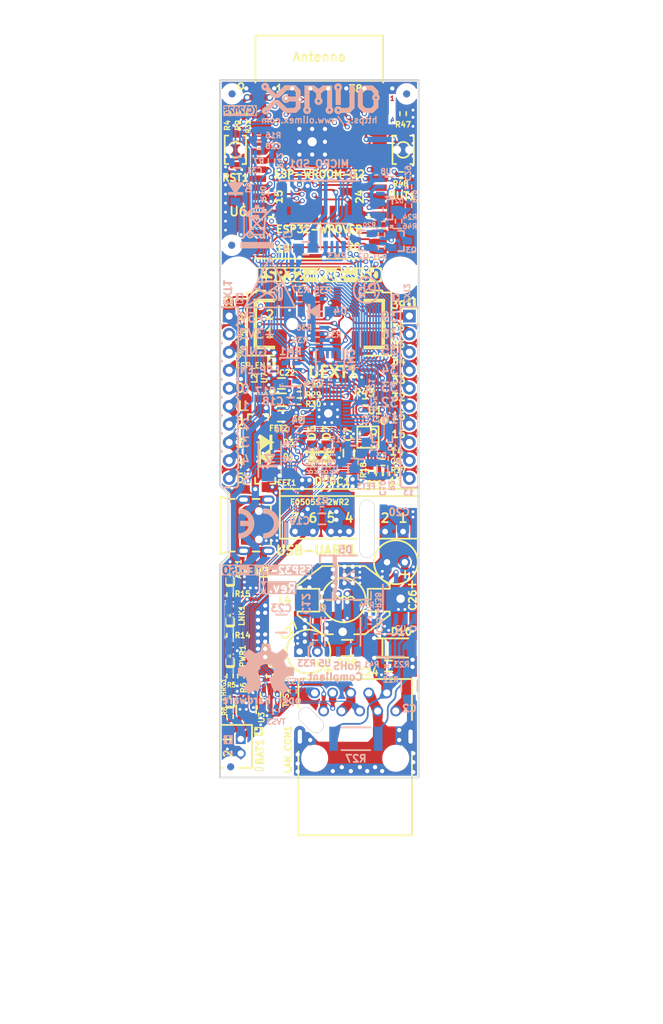
<source format=kicad_pcb>
(kicad_pcb (version 20221018) (generator pcbnew)
  (title_block (title "ESP32-PoE-ISO") (date "2025-02-24") (rev "M") (company "OLIMEX LTD.") (comment 1 "https://www.olimex.com/"))
  (layers (0 "F.Cu" signal) (1 "In1.Cu" signal) (2 "In2.Cu" signal) (31 "B.Cu" signal) (34 "B.Paste" user) (35 "F.Paste" user) (36 "B.SilkS" user "B.Silkscreen") (37 "F.SilkS" user "F.Silkscreen") (38 "B.Mask" user) (39 "F.Mask" user) (44 "Edge.Cuts" user))
  (net 0 "")
  (net 1 "+5V")
  (net 2 "GND")
  (net 3 "Net-(ACT1-K)")
  (net 4 "Net-(BUT1-Pad2)")
  (net 5 "Net-(ACT1-A)")
  (net 6 "Net-(U3-VBAT)")
  (net 7 "/GPI34{slash}BUT1")
  (net 8 "Net-(MICRO_SD1-VDD)")
  (net 9 "/ESP_EN")
  (net 10 "Net-(D3-K)")
  (net 11 "Net-(U1-V3)")
  (net 12 "+3.3V")
  (net 13 "Net-(LAN_CON1-RCT)")
  (net 14 "Net-(D5-K)")
  (net 15 "Net-(U4-VDDCR)")
  (net 16 "Net-(U4-NRST)")
  (net 17 "Net-(U5-FB)")
  (net 18 "Net-(CHRG1-K)")
  (net 19 "/GPIO2{slash}HS2_DATA0")
  (net 20 "/GPI36{slash}U1RXD")
  (net 21 "Net-(D4-K)")
  (net 22 "/GPIO3{slash}U0RXD")
  (net 23 "Net-(D6-K)")
  (net 24 "Net-(D7-A)")
  (net 25 "/GPIO1{slash}U0TXD")
  (net 26 "Net-(D9-K)")
  (net 27 "/+5V_USB")
  (net 28 "/GPIO4{slash}U1TXD")
  (net 29 "/GPIO5{slash}SPI_CS")
  (net 30 "/GPIO13{slash}I2C-SDA")
  (net 31 "/GPIO14{slash}HS2_CLK")
  (net 32 "/GPIO16{slash}I2C-SCL")
  (net 33 "/GPIO15{slash}HS2_CMD")
  (net 38 "/D_Com")
  (net 39 "Earth")
  (net 40 "+5VP")
  (net 41 "Spare1")
  (net 42 "Spare2")
  (net 43 "/GPIO33")
  (net 44 "/GPIO32")
  (net 45 "/GPI39")
  (net 48 "Net-(LNK1-K)")
  (net 49 "Net-(MICRO_SD1-DAT1{slash}RES)")
  (net 50 "Net-(MICRO_SD1-DAT0{slash}DO)")
  (net 51 "Net-(MICRO_SD1-CLK{slash}SCLK)")
  (net 53 "Net-(MICRO_SD1-CD{slash}DAT3{slash}CS)")
  (net 54 "Net-(MICRO_SD1-DAT2{slash}RES)")
  (net 55 "Net-(PWR1-K)")
  (net 56 "Net-(Q2-B)")
  (net 57 "Net-(Q2-E)")
  (net 58 "Net-(Q3-B)")
  (net 59 "Net-(Q3-E)")
  (net 60 "Net-(Q3-C)")
  (net 61 "Net-(T1-C)")
  (net 62 "Net-(U3-PROG)")
  (net 63 "Net-(U3-CHRGb)")
  (net 64 "Net-(U4-LED2{slash}NINTSEL)")
  (net 65 "+3.3VLAN")
  (net 66 "/GPIO0")
  (net 67 "Net-(U4-RBIAS)")
  (net 68 "/GPI35")
  (net 69 "Net-(U2-DEN)")
  (net 70 "Net-(U7-FB)")
  (net 71 "Net-(U5-BS)")
  (net 72 "Net-(U2-CDB)")
  (net 73 "Net-(U4-RXER{slash}RXD4{slash}PHYAD0)")
  (net 74 "Net-(U4-RXD3{slash}PHYAD2)")
  (net 75 "Net-(U4-RXD2{slash}RMIISEL)")
  (net 76 "Net-(U4-RXCLK{slash}PHYAD1)")
  (net 77 "/GPIO27{slash}EMAC_RX_CRS_DV")
  (net 78 "/GPIO25{slash}EMAC_RXD0(RMII)")
  (net 79 "/GPIO18{slash}MDIO(RMII)")
  (net 80 "/GPIO26{slash}EMAC_RXD1(RMII)")
  (net 81 "/GPIO12{slash}PHY_PWR")
  (net 82 "Net-(C10-Pad2)")
  (net 83 "Net-(L3-Pad1)")
  (net 84 "/TD+")
  (net 85 "/TD-")
  (net 86 "/RD+")
  (net 87 "/RD-")
  (net 88 "/ETH_Shield")
  (net 89 "/USB_D-")
  (net 90 "/USB_D+")
  (net 92 "/GPIO22{slash}EMAC_TXD1(RMII)")
  (net 93 "/GPIO19{slash}EMAC_TXD0(RMII)")
  (net 94 "/GPIO21{slash}EMAC_TX_EN(RMII)")
  (net 95 "Net-(C12-Pad2)")
  (net 98 "/GPIO23{slash}MDC(RMII)")
  (net 100 "/GPIO17{slash}EMAC_CLK_OUT_180")
  (net 103 "/5V_DCDC")
  (net 104 "/ILIM")
  (net 105 "unconnected-(U6-NC-Pad21)")
  (net 106 "unconnected-(U6-NC-Pad22)")
  (net 107 "unconnected-(U6-NC-Pad20)")
  (net 108 "unconnected-(U6-NC-Pad19)")
  (net 109 "unconnected-(U6-NC-Pad17)")
  (net 110 "unconnected-(U6-NC-Pad18)")
  (net 114 "Net-(U7-SW)")
  (net 116 "Net-(U2-CLS)")
  (net 118 "Net-(U1-CTS#)")
  (footprint "OLIMEX_Other-FP:Fiducial1x3" (layer "F.Cu") (at 91.65 186.65 -90)
    (fp_text reference "FID3" hide)
    (fp_text value "Fiducial" hide)
  )
  (footprint "OLIMEX_Other-FP:Fiducial1x3" (layer "F.Cu") (at 116.45 91.95 -90)
    (fp_text reference "FID2" hide)
    (fp_text value "Fiducial" hide)
  )
  (footprint "OLIMEX_RLC-FP:R_0402_5MIL_DWS" (layer "F.Cu") (at 93.472 94.742 -90)
    (fp_text reference "R32")
    (fp_text value "10k/R0402")
  )
  (footprint "OLIMEX_Buttons-FP:IT1185AU2_V2" (layer "F.Cu") (at 115.959 99.822 90)
    (fp_text reference "BUT1")
    (fp_text value "IT1185AU2")
  )
  (footprint "OLIMEX_RLC-FP:C_0603_5MIL_DWS" (layer "F.Cu") (at 94.869 174.371 90)
    (fp_text reference "C1")
    (fp_text value "22uF/6.3V/20%/X5R/C0603")
  )
  (footprint "OLIMEX_IC-FP:SOT-23-5" (layer "F.Cu") (at 93.853 178.562 -90)
    (fp_text reference "U3")
    (fp_text value "TP4054-42-SOT25-R(SOT23-5)")
  )
  (footprint "OLIMEX_RLC-FP:R_0402_5MIL_DWS" (layer "F.Cu") (at 93.091 173.863 90)
    (fp_text reference "R6")
    (fp_text value "10k/R0402")
  )
  (footprint "OLIMEX_RLC-FP:R_0402_5MIL_DWS" (layer "F.Cu") (at 91.186 94.742 90)
    (fp_text reference "R4")
    (fp_text value "47k/R0402")
  )
  (footprint "OLIMEX_RLC-FP:R_0402_5MIL_DWS" (layer "F.Cu") (at 92.075 94.742 -90)
    (fp_text reference "R9")
    (fp_text value "100k/R0402")
  )
  (footprint "OLIMEX_LEDs-FP:LED_0603_KA" (layer "F.Cu") (at 91.567 176.784 90)
    (fp_text reference "CHRG1")
    (fp_text value "LED/YELLOW/0603")
  )
  (footprint "OLIMEX_LEDs-FP:LED_0603_KA" (layer "F.Cu") (at 91.567 171.069 90)
    (fp_text reference "PWR1")
    (fp_text value "LED/RED/0603")
  )
  (footprint "OLIMEX_RLC-FP:R_0402_5MIL_DWS" (layer "F.Cu") (at 91.567 173.863 -90)
    (fp_text reference "R5")
    (fp_text value "2.2k/R0402")
  )
  (footprint "OLIMEX_Other-FP:Fiducial1x3_Paste" (layer "F.Cu") (at 91.85 91.95 -90)
    (fp_text reference "FID1" hide)
    (fp_text value "Fiducial" hide)
  )
  (footprint "OLIMEX_Buttons-FP:IT1185AU2_V2" (layer "F.Cu") (at 92.321 99.822 90)
    (fp_text reference "RST1")
    (fp_text value "IT1185AU2")
  )
  (footprint "OLIMEX_RLC-FP:C_0402_5MIL_DWS" (layer "F.Cu") (at 97.155 173.863 90)
    (fp_text reference "C11")
    (fp_text value "100nF/10V/20%/X5R/C0402")
  )
  (footprint "OLIMEX_Transistors-FP:SOT23" (layer "F.Cu") (at 96.52 146.177 90)
    (fp_text reference "FET1")
    (fp_text value "WPM2015-3/TR")
  )
  (footprint "OLIMEX_RLC-FP:L_2016_MM" (layer "F.Cu") (at 95.9 134.1 90)
    (fp_text reference "L2")
    (fp_text value "1.0uH/4.2A/DCR=35mR/20%/2.00x1.60x1.00mm/L2016(PIM201610-1R0MTS00)")
  )
  (footprint "OLIMEX_RLC-FP:R_0402_5MIL_DWS" (layer "F.Cu") (at 101.3 135.2)
    (fp_text reference "R30")
    (fp_text value "49.9k/1%/R0402")
  )
  (footprint "OLIMEX_RLC-FP:R_0402_5MIL_DWS" (layer "F.Cu") (at 101.3 134.3)
    (fp_text reference "R29")
    (fp_text value "220k/R0402")
  )
  (footprint "OLIMEX_RLC-FP:C_0603_5MIL_DWS" (layer "F.Cu") (at 98.8 137.3)
    (fp_text reference "C6")
    (fp_text value "22uF/6.3V/20%/X5R/C0603")
  )
  (footprint "OLIMEX_Regulators-FP:SOT-563-6" (layer "F.Cu") (at 98.8 135 180)
    (fp_text reference "U7")
    (fp_text value "TPS62A02ADRLR(SOT-563-6)")
  )
  (footprint "OLIMEX_RLC-FP:C_0603_5MIL_DWS" (layer "F.Cu") (at 98.8 132.7)
    (fp_text reference "C22")
    (fp_text value "22uF/6.3V/20%/X5R/C0603")
  )
  (footprint "OLIMEX_RLC-FP:R_0402_5MIL_DWS" (layer "F.Cu") (at 91.567 168.148 -90)
    (fp_text reference "R14")
    (fp_text value "2.2k/R0402")
  )
  (footprint "OLIMEX_LEDs-FP:LED_0603_KA" (layer "F.Cu") (at 91.567 165.354 90)
    (fp_text reference "LNK1")
    (fp_text value "LED/GREEN/0603")
  )
  (footprint "OLIMEX_RLC-FP:R_0402_5MIL_DWS" (layer "F.Cu") (at 91.567 162.433 -90)
    (fp_text reference "R15")
    (fp_text value "2.2k/R0402")
  )
  (footprint "OLIMEX_LEDs-FP:LED_0603_KA" (layer "F.Cu") (at 91.567 159.639 90)
    (fp_text reference "ACT1")
    (fp_text value "LED/YELLOW/0603")
  )
  (footprint "OLIMEX_RLC-FP:L_0805_5MIL_DWS" (layer "F.Cu") (at 94.488 159.258 -90)
    (fp_text reference "L3")
    (fp_text value "FB0805/600R/2A")
  )
  (footprint "OLIMEX_RLC-FP:C_0603_5MIL_DWS" (layer "F.Cu") (at 108.3 142.5 90)
    (fp_text reference "C7")
    (fp_text value "22uF/6.3V/20%/X5R/C0603")
  )
  (footprint "OLIMEX_Transistors-FP:SOT23" (layer "F.Cu") (at 95.504 137.668 -90)
    (fp_text reference "FET2")
    (fp_text value "WPM2015-3/TR")
  )
  (footprint "OLIMEX_RLC-FP:R_0402_5MIL_DWS" (layer "F.Cu") (at 111.5 145.1 90)
    (fp_text reference "R18")
    (fp_text value "10k/R0402")
  )
  (footprint "OLIMEX_Other-FP:Mounting_hole_2_mm" (layer "F.Cu") (at 102.9716 180.0987 45)
    (fp_text reference "Drill_Slot3" hide)
    (fp_text value "2 mm" hide)
  )
  (footprint "OLIMEX_Regulators-FP:SIP-7_Universal" (layer "F.Cu") (at 108.331 153.543 180)
    (fp_text reference "DCDC1")
    (fp_text value "F0505S-2WR2(SIP-7)")
  )
  (footprint "OLIMEX_RLC-FP:CPOL-RM2.5mm_6.3x11mm_PTH" (layer "F.Cu") (at 102.616 170.434 180)
    (fp_text reference "C27")
    (fp_text value "15uF/100V/20%/RM2.5/6.3x11mm(Farnell:1281844)")
  )
  (footprint "OLIMEX_IC-FP:MSOP-10_Pitch-0.5mm_3.00x3.00x1.00mm" (layer "F.Cu") (at 111 140.25 180)
    (fp_text reference "U1")
    (fp_text value "CH340X(MSOP-10)")
  )
  (footprint "OLIMEX_RLC-FP:R_0402_5MIL_DWS" (layer "F.Cu") (at 112.6 145.4 -90)
    (fp_text reference "R19")
    (fp_text value "10k/R0402")
  )
  (footprint "OLIMEX_Diodes-FP:SOD-123_1C-2A_KA" (layer "F.Cu") (at 103.124 143.129 -90)
    (fp_text reference "D6")
    (fp_text value "1N5819S4/SOD123")
  )
  (footprint "OLIMEX_Diodes-FP:SOD-123_1C-2A_KA" (layer "F.Cu") (at 105.156 143.129 -90)
    (fp_text reference "D7")
    (fp_text value "1N5819S4/SOD123")
  )
  (footprint "OLIMEX_Diodes-FP:SOD-123_1C-2A_KA" (layer "F.Cu") (at 96.52 140.97 180)
    (fp_text reference "D3")
    (fp_text value "1N5819S4/SOD123")
  )
  (footprint "OLIMEX_Diodes-FP:SOD-123_1C-2A_KA" (layer "F.Cu") (at 96.52 143.002)
    (fp_text reference "D1")
    (fp_text value "1N5819S4/SOD123")
  )
  (footprint "OLIMEX_RLC-FP:R_0402_5MIL_DWS" (layer "F.Cu") (at 113.6 145.4 -90)
    (fp_text reference "R17")
    (fp_text value "NA/R0402")
  )
  (footprint "OLIMEX_Connectors-FP:USB-MICRO_MISB-SWMM-5B_LF" (layer "F.Cu") (at 93.726 152.654 180)
    (fp_text reference "USB-UART1")
    (fp_text value "MISB-SWMM-5B-LF(USB_MICRO)")
  )
  (footprint "OLIMEX_Other-FP:Mounting_hole_2_mm" (layer "F.Cu") (at 110.871 153.7335)
    (fp_text reference "Drill_Slot1" hide)
    (fp_text value "2 mm" hide)
  )
  (footprint "OLIMEX_Diodes-FP:SOT-23-5" (layer "F.Cu") (at 97.282 176.911 -90)
    (fp_text reference "TVS1")
    (fp_text value "ESDS314DBVR(SOT-23-5)")
  )
  (footprint "OLIMEX_Connectors-FP:RJP-003TC1(LPJ4112CNL)" (layer "F.Cu") (at 109.2 185.293)
    (fp_text reference "LAN_CON1")
    (fp_text value "RJP-003TC1(LPJ4112CNL)")
  )
  (footprint "OLIMEX_Connectors-FP:GBH-254-SMT-10" (layer "F.Cu") (at 104.14 124.333)
    (fp_text reference "UEXT1")
    (fp_text value "P-B-V-10-LF")
  )
  (footprint "OLIMEX_RLC-FP:C_0402_5MIL_DWS" (layer "F.Cu") (at 113.1 143.8)
    (fp_text reference "C8")
    (fp_text value "100nF/10V/20%/X5R/C0402")
  )
  (footprint "OLIMEX_RLC-FP:R_1206_5MIL_DWS" (layer "F.Cu") (at 108.077 169.926)
    (fp_text reference "R28")
    (fp_text value "0.03R/1%/R1206")
  )
  (footprint "OLIMEX_RLC-FP:DBS135" (layer "F.Cu") (at 107.569 163.195)
    (fp_text reference "L4")
    (fp_text value "33uH/2.1A/DCR=0.1R/20%/DBS135(PD3316MT330)")
  )
  (footprint "OLIMEX_RLC-FP:CPOL-RM2.5mm_6.3x11mm_PTH" (layer "F.Cu") (at 114.935 157.861 180)
    (fp_text reference "C26")
    (fp_text value "470uF/10V/20%/Low_ESR/RM2.5/6.0x11mm")
  )
  (footprint "OLIMEX_RLC-FP:R_0402_5MIL_DWS" (layer "F.Cu") (at 115.951 94.742 90)
    (fp_text reference "R47")
    (fp_text value "220R/R0402")
  )
  (footprint "OLIMEX_RLC-FP:R_0402_5MIL_DWS" (layer "F.Cu") (at 91.567 179.578 -90)
    (fp_text reference "R8")
    (fp_text value "2.2k/R0402")
  )
  (footprint "OLIMEX_RLC-FP:C_0603_5MIL_DWS" (layer "F.Cu") (at 113.919 172.466)
    (fp_text reference "C24")
    (fp_text value "100nF/100V/10%/X7R/C0603")
  )
  (footprint "OLIMEX_Diodes-FP:SMA-KA" (layer "F.Cu") (at 114.173 169.926)
    (fp_text reference "D10")
    (fp_text value "SMAJ58A/SMA")
  )
  (footprint "OLIMEX_Cases-FP:ESP32-WROVER_MODULE" (layer "F.Cu") (at 104.14 99.441)
    (fp_text reference "U6")
    (fp_text value " 	\nESP32-WROOM-32E-N4")
  )
  (footprint "OLIMEX_RLC-FP:R_0402_5MIL_DWS" (layer "F.Cu") (at 115.697 103.378)
    (fp_text reference "R48")
    (fp_text value "10k/R0402")
  )
  (footprint "OLIMEX_Other-FP:NPTH_2.2mm" (layer "F.Cu") (at 97.79 185.42)
    (fp_text reference "MH1" hide)
    (fp_text value "Mounting_Hole_NPTH" hide)
  )
  (footprint "OLIMEX_Other-FP:NPTH_2.2mm" (layer "F.Cu") (at 92.71 117.475)
    (fp_text reference "MH2" hide)
    (fp_text value "Mounting_Hole_NPTH" hide)
  )
  (footprint "OLIMEX_Other-FP:NPTH_2.2mm" (layer "F.Cu") (at 115.57 117.475)
    (fp_text reference "MH3" hide)
    (fp_text value "Mounting_Hole_NPTH" hide)
  )
  (footprint "OLIMEX_Connectors-FP:LIPO_BAT_VERTICAL_DW02S" (layer "F.Cu") (at 89.535 183.769 -90)
    (fp_text reference "BAT1")
    (fp_text value "DW02S")
  )
  (footprint "OLIMEX_RLC-FP:R_0402_5MIL_DWS" (layer "F.Cu") (at 110.5 135.3 180)
    (fp_text reference "R43")
    (fp_text value "4.7k/R0402")
  )
  (footprint "OLIMEX_RLC-FP:C_0402_5MIL_DWS" (layer "F.Cu") (at 101.3 133.4)
    (fp_text reference "C30")
    (fp_text value "NA(120pF/50V/5%/C0G/C0402)")
  )
  (footprint "OLIMEX_Other-FP:Fiducial1x3_Paste" (layer "F.Cu") (at 91.8 113.25)
    (fp_text reference "FID7" hide)
    (fp_text value "Fiducial" hide)
  )
  (footprint "OLIMEX_RLC-FP:L_0805_5MIL_DWS" (layer "B.Cu") (at 102.235 113.665)
    (fp_text reference "L5")
    (fp_text value "FB0805/600R/2A")
  )
  (footprint "OLIMEX_Connectors-FP:HN1x10" (layer "B.Cu") (at 116.84 134.65 -90)
    (fp_text reference "EXT2")
    (fp_text value "NS(HN1x10)")
  )
  (footprint "OLIMEX_Other-FP:Fiducial1x3" (layer "B.Cu") (at 91.65 186.65 -90)
    (fp_text reference "FID6" hide)
    (fp_text value "Fiducial" hide)
  )
  (footprint "OLIMEX_RLC-FP:R_0402_5MIL_DWS" (layer "B.Cu") (at 101.473 120.777 180)
    (fp_text reference "R37")
    (fp_text value "10k/R0402")
  )
  (footprint "OLIMEX_RLC-FP:R_0402_5MIL_DWS" (layer "B.Cu") (at 97.409 106 90)
    (fp_text reference "R40")
    (fp_text value "10R/R0402")
  )
  (footprint "OLIMEX_Other-FP:Fiducial1x3" (layer "B.Cu") (at 116.45 91.95 -90)
    (fp_text reference "FID5" hide)
    (fp_text value "Fiducial" hide)
  )
  (footprint "OLIMEX_Other-FP:Fiducial1x3_Paste" (layer "B.Cu") (at 91.85 91.95 -90)
    (fp_text reference "FID4" hide)
    (fp_text value "Fiducial" hide)
  )
  (footprint "OLIMEX_RLC-FP:R_MATRIX_4" (layer "B.Cu") (at 106.299 112.395)
    (fp_text reference "RM3")
    (fp_text value "RA1206_(4X0603)_4B8_2.2k")
  )
  (footprint "OLIMEX_RLC-FP:R_0402_5MIL_DWS" (layer "B.Cu") (at 103.886 126.619)
    (fp_text reference "R39")
    (fp_text value "10k/R0402")
  )
  (footprint "OLIMEX_Connectors-FP:HN1x10" (layer "B.Cu") (at 91.44 134.65 -90)
    (fp_text reference "EXT1")
    (fp_text value "NS(HN1x10)")
  )
  (footprint "OLIMEX_RLC-FP:C_0603_5MIL_DWS" (layer "B.Cu") (at 104.521 151.765)
    (fp_text reference "C19")
    (fp_text value "22uF/6.3V/20%/X5R/C0603")
  )
  (footprint "OLIMEX_RLC-FP:C_1206_5MIL_DWS_ISO" (layer "B.Cu") (at 116.84 175.26 -90)
    (fp_text reference "C2")
    (fp_text value "1nF/2000V/10%/X7R/C1206")
  )
  (footprint "OLIMEX_RLC-FP:C_1808(4520)_5MIL_DWS_ISO" (layer "B.Cu") (at 110.871 150.749)
    (fp_text reference "C20")
    (fp_text value "NA(1.0nF/3kV/10%/X7R/SMD/1808(VISHAY-VJ1808Y102KBHAT4X_Farnell-2407291))")
  )
  (footprint "OLIMEX_RLC-FP:C_1808(4520)_5MIL_DWS_ISO" (layer "B.Cu") (at 98.806 166.497)
    (fp_text reference "C23")
    (fp_text value "1.0nF/3kV/10%/X7R/SMD/1808(VISHAY-VJ1808Y102KBHAT4X_Farnell-2407291)")
  )
  (footprint "OLIMEX_RLC-FP:R_0402_5MIL_DWS" (layer "B.Cu") (at 114.3 143.256 90)
    (fp_text reference "R3")
    (fp_text value "1k/R0402")
  )
  (footprint "OLIMEX_RLC-FP:C_0603_5MIL_DWS" (layer "B.Cu") (at 113.03 144.78 90)
    (fp_text reference "C10")
    (fp_text value "22uF/6.3V/20%/X5R/C0603")
  )
  (footprint "OLIMEX_RLC-FP:C_0402_5MIL_DWS" (layer "B.Cu") (at 100.076 135.2 180)
    (fp_text reference "C18")
    (fp_text value "100nF/10V/20%/X5R/C0402")
  )
  (footprint "OLIMEX_RLC-FP:C_0603_5MIL_DWS" (layer "B.Cu") (at 110.109 133.604 -90)
    (fp_text reference "C21")
    (fp_text value "NA(10uF/6.3V/20%/X5R/C0603)")
  )
  (footprint "OLIMEX_RLC-FP:C_0603_5MIL_DWS" (layer "B.Cu") (at 100.076 133.9 180)
    (fp_text reference "C17")
    (fp_text value "2.2uF/6.3V/10%/X5R/C0603")
  )
  (footprint "OLIMEX_RLC-FP:L_0805_5MIL_DWS" (layer "B.Cu") (at 109.093 142.367 180)
    (fp_text reference "L1")
    (fp_text value "FB0805/600R/2A")
  )
  (footprint "OLIMEX_IC-FP:QFN32_EP(33)_5.00x5.00x0.90mm_Pitch_0.50mm" (layer "B.Cu") (at 105.41 136.906 90)
    (fp_text reference "U4")
    (fp_text value "LAN8710A-EZC(QFN32)")
  )
  (footprint "OLIMEX_Transistors-FP:SOT23" (layer "B.Cu") (at 113.03 140.335 90)
    (fp_text reference "T1")
    (fp_text value "LMUN2211LT1G(SOT-23)")
  )
  (footprint "OLIMEX_RLC-FP:R_0402_5MIL_DWS" (layer "B.Cu") (at 106.68 141.986 90)
    (fp_text reference "R12")
    (fp_text value "49.9R/1%/R0402")
  )
  (footprint "OLIMEX_RLC-FP:R_0402_5MIL_DWS" (layer "B.Cu") (at 114.3 145.415 90)
    (fp_text reference "R2")
    (fp_text value "10k/R0402")
  )
  (footprint "OLIMEX_RLC-FP:R_0402_5MIL_DWS" (layer "B.Cu") (at 95.631 98.171 180)
    (fp_text reference "R16")
    (fp_text value "470k/R0402")
  )
  (footprint "OLIMEX_RLC-FP:R_0402_5MIL_DWS" (layer "B.Cu") (at 95.631 100.203)
    (fp_text reference "R7")
    (fp_text value "470k/R0402")
  )
  (footprint "OLIMEX_RLC-FP:C_0603_5MIL_DWS" (layer "B.Cu") (at 110.617 139.954 90)
    (fp_text reference "C9")
    (fp_text value "22uF/6.3V/20%/X5R/C0603")
  )
  (footprint "OLIMEX_Transistors-FP:SOT23" (layer "B.Cu") (at 110.236 144.78)
    (fp_text reference "FET3")
    (fp_text value "WPM2015-3/TR")
  )
  (footprint "OLIMEX_RLC-FP:R_0402_5MIL_DWS" (layer "B.Cu") (at 110.617 136.017 -90)
    (fp_text reference "R25")
    (fp_text value "10k/R0402")
  )
  (footprint "OLIMEX_RLC-FP:C_0402_5MIL_DWS" (layer "B.Cu") (at 100.965 139.192 180)
    (fp_text reference "C16")
    (fp_text value "100nF/10V/20%/X5R/C0402")
  )
  (footprint "OLIMEX_RLC-FP:R_0402_5MIL_DWS" (layer "B.Cu") (at 100.965 140.081 180)
    (fp_text reference "R26")
    (fp_text value "12.1k/1%/R0402")
  )
  (footprint "OLIMEX_RLC-FP:R_0402_5MIL_DWS" (layer "B.Cu") (at 104.521 150.495)
    (fp_text reference "R1")
    (fp_text value "10k/R0402")
  )
  (footprint "OLIMEX_RLC-FP:R_0402_5MIL_DWS" (layer "B.Cu") (at 112.903 111.76 90)
    (fp_text reference "R20")
    (fp_text value "1k/R0402")
  )
  (footprint "OLIMEX_RLC-FP:R_0402_5MIL_DWS" (layer "B.Cu") (at 112.903 113.538 90)
    (fp_text reference "R21")
    (fp_text value "1k/R0402")
  )
  (footprint "OLIMEX_Transistors-FP:SOT23" (layer "B.Cu") (at 115.443 112.649 180)
    (fp_text reference "Q3")
    (fp_text value "BC817-40(SOT23)")
  )
  (footprint "OLIMEX_Transistors-FP:SOT23" (layer "B.Cu") (at 110.39856 112.58296)
    (fp_text reference "Q2")
    (fp_text value "BC817-40(SOT23)")
  )
  (footprint "OLIMEX_Diodes-FP:SOT23-3" (layer "B.Cu") (at 113.792 108.204 180)
    (fp_text reference "D2")
    (fp_text value "BAT54C(SOT23-3)")
  )
  (footprint "OLIMEX_RLC-FP:R_0402_5MIL_DWS" (layer "B.Cu") (at 103.886 125.73)
    (fp_text reference "R31")
    (fp_text value "2.2k/R0402")
  )
  (footprint "OLIMEX_RLC-FP:R_0402_5MIL_DWS" (layer "B.Cu") (at 116.713 107.696 -90)
    (fp_text reference "R49")
    (fp_text value "NA/R0402")
  )
  (footprint "OLIMEX_RLC-FP:R_0402_5MIL_DWS" (layer "B.Cu") (at 103.886 120.777)
    (fp_text reference "R35")
    (fp_text value "2.2k/R0402")
  )
  (footprint "OLIMEX_RLC-FP:R_0402_5MIL_DWS" (layer "B.Cu") (at 103.886 124.841)
    (fp_text reference "R36")
    (fp_text value "10k/R0402")
  )
  (footprint "OLIMEX_RLC-FP:C_0603_5MIL_DWS" (layer "B.Cu") (at 107.442 144.78 -90)
    (fp_text reference "C13")
    (fp_text value "22uF/6.3V/20%/X5R/C0603")
  )
  (footprint "OLIMEX_RLC-FP:R_0402_5MIL_DWS" (layer "B.Cu") (at 113.157 110.363)
    (fp_text reference "R46")
    (fp_text value "220R/R0402")
  )
  (footprint "OLIMEX_Diodes-FP:SOD-123_1C-2A_KA" (layer "B.Cu") (at 103.505 122.555)
    (fp_text reference "D4")
    (fp_text value "1N5819S4/SOD123")
  )
  (footprint "OLIMEX_RLC-FP:R_0402_5MIL_DWS" (layer "B.Cu") (at 103.124 141.986 90)
    (fp_text reference "R11")
    (fp_text value "49.9R/1%/R0402")
  )
  (footprint "OLIMEX_RLC-FP:R_0402_5MIL_DWS" (layer "B.Cu") (at 104.394 141.986 90)
    (fp_text reference "R10")
    (fp_text value "49.9R/1%/R0402")
  )
  (footprint "OLIMEX_Diodes-FP:SOD-123_1C-2A_KA" (layer "B.Cu") (at 92.329 105.156 90)
    (fp_text reference "D9")
    (fp_text value "1N5819S4/SOD123")
  )
  (footprint "OLIMEX_Diodes-FP:D_0402_5MIL_DWS" (layer "B.Cu") (at 100.457 176.022 -90)
    (fp_text reference "TVS2")
    (fp_text value "NA(GG0402052R542P)")
  )
  (footprint "OLIMEX_Diodes-FP:D_0402_5MIL_DWS" (layer "B.Cu") (at 98.044 178.689 -90)
    (fp_text reference "TVS3")
    (fp_text value "NA(GG0402052R542P)")
  )
  (footprint "OLIMEX_RLC-FP:C_0805_5MIL_DWS" (layer "B.Cu") (at 102.235 111.76 180)
    (fp_text reference "C3")
    (fp_text value "47uF/6.3V/20%/X5R/C0805")
  )
  (footprint "OLIMEX_RLC-FP:R_MATRIX_4" (layer "B.Cu") (at 105.664 129.413)
    (fp_text reference "RM2")
    (fp_text value "RA1206_(4X0603)_4B8_2.2k")
  )
  (footprint "OLIMEX_RLC-FP:R_0402_5MIL_DWS" (layer "B.Cu") (at 105.41 141.986 90)
    (fp_text reference "R13")
    (fp_text value "49.9R/1%/R0402")
  )
  (footprint "OLIMEX_RLC-FP:C_0402_5MIL_DWS" (layer "B.Cu") (at 108.839 140.97)
    (fp_text reference "C15")
    (fp_text value "100nF/10V/20%/X5R/C0402")
  )
  (footprint "OLIMEX_Diodes-FP:DO214AA_1(K)-2(A)" (layer "B.Cu") (at 97.155 143.383 90)
    (fp_text reference "D8")
    (fp_text value "NA(SMBJ6.0A)")
  )
  (footprint "OLIMEX_Signs-FP:Logo_OLIMEX_TB" (layer "B.Cu") (at 104.14 92.6 180)
    (fp_text reference "Logo_Olimex" hide)
    (fp_text value "" hide)
  )
  (footprint "OLIMEX_Signs-FP:Sign_PB-Free" (layer "B.Cu") (at 110.998 119.253)
    (fp_text reference "Sign_PB-Free")
    (fp_text value "")
  )
  (footprint "OLIMEX_Signs-FP:Sign_OSHW_8x8" (layer "B.Cu") (at 96.647 173.355 180)
    (fp_text reference "Logo_OSHW" hide)
    (fp_text value "" hide)
  )
  (footprint "OLIMEX_Signs-FP:CE_Sign" (layer "B.Cu") (at 94.615 152.4 180)
    (fp_text reference "Sign_CE" hide)
    (fp_text value "CE_Sign" hide)
  )
  (footprint "OLIMEX_Signs-FP:Sign_Antistatic" (layer "B.Cu") (at 100.7445 121.9945 180)
    (fp_text reference "Sign_Antistatic" hide)
    (fp_text value "Val**" hide)
  )
  (footprint "OLIMEX_RLC-FP:C_0402_5MIL_DWS" (layer "B.Cu") (at 111.252 167.005 180)
    (fp_text reference "C25")
    (fp_text value "12pF/50V/5%/COG/C0402")
  )
  (footprint "OLIMEX_RLC-FP:R_0402_5MIL_DWS" (layer "B.Cu") (at 113.6 173.1)
    (fp_text reference "R22")
    (fp_text value "24.9k/1%/R0402")
  )
  (footprint "OLIMEX_RLC-FP:R_0402_5MIL_DWS" (layer "B.Cu") (at 113.6 171.9 180)
    (fp_text reference "R23")
    (fp_text value "1.27k/1%/62.5mW/R0402")
  )
  (footprint "OLIMEX_RLC-FP:C_0402_5MIL_DWS" (layer "B.Cu") (at 95.631 99.187 180)
    (fp_text reference "C28")
    (fp_text value "1nF/50V/10%/X7R/C0402")
  )
  (footprint "OLIMEX_RLC-FP:C_0402_5MIL_DWS" (layer "B.Cu") (at 105.664 132.334)
    (fp_text reference "C14")
    (fp_text value "100nF/10V/20%/X5R/C0402")
  )
  (footprint "OLIMEX_RLC-FP:R_MATRIX_4" (layer "B.Cu") (at 100.076 131.1 90)
    (fp_text reference "RM1")
    (fp_text value "RA1206_(4X0603)_4B8_2.2k")
  )
  (footprint "OLIMEX_RLC-FP:C_0603_5MIL_DWS" (layer "B.Cu") (at 103.632 166.116 -90)
    (fp_text reference "C12")
    (fp_text value "100nF/100V/10%/X7R/C0603")
  )
  (footprint "OLIMEX_RLC-FP:R_0402_5MIL_DWS" (layer "B.Cu") (at 103.632 168.402 180)
    (fp_text reference "R33")
    (fp_text value "4.7R/R0402")
  )
  (footprint "OLIMEX_Diodes-FP:DO214AB(SMC)_1(K)-2(A)" (layer "B.Cu") (at 107.823 160.02)
    (fp_text reference "D5")
    (fp_text value "SS510/100V/5A/0.85V/DO214AB(SMC)")
  )
  (footprint "OLIMEX_RLC-FP:R_2512_MM_DWS" (layer "B.Cu") (at 114.075 169.545)
    (fp_text reference "R41")
    (fp_text value "9.1k/1W/R2512")
  )
  (footprint "OLIMEX_Regulators-FP:ESOIC-8" (layer "B.Cu") (at 107.442 167.646)
    (fp_text reference "U5")
    (fp_text value "TX4138(ESOIC-8)")
  )
  (footprint "OLIMEX_RLC-FP:R_0402_5MIL_DWS" (layer "B.Cu") (at 111.252 165.1)
    (fp_text reference "R34")
    (fp_text value "10.5k/1%/R0402")
  )
  (footprint "OLIMEX_RLC-FP:C_0402_5MIL_DWS" (layer "B.Cu") (at 116.713 105.029 -90)
    (fp_text reference "C29")
    (fp_text value "NA(100nF/10V/20%/X5R/C0402)")
  )
  (footprint "OLIMEX_IC-FP:SOT-23-5" (layer "B.Cu") (at 114.051 105.029001 180)
    (fp_text reference "U8")
    (fp_text value "NA(SN74LVC1G04DBVR(SOT23-5))")
  )
  (footprint "OLIMEX_RLC-FP:R_0402_5MIL_DWS" (layer "B.Cu") (at 97.409 101.346 -90)
    (fp_text reference "R42")
    (fp_text value "NA(10R/R0402)")
  )
  (footprint "OLIMEX_RLC-FP:C_0603_5MIL_DWS" (layer "B.Cu") (at 92.583 101.6 180)
    (fp_text reference "C31")
    (fp_text value "1uF/10V/10%/X5R/C0603")
  )
  (footprint "OLIMEX_RLC-FP:R_0402_5MIL_DWS" (layer "B.Cu") (at 115.316 109.855 90)
    (fp_text reference "R24")
    (fp_text value "220R/R0402")
  )
  (footprint "OLIMEX_Signs-FP:Sign_RecycleBin_1" (layer "B.Cu") (at 97.7225 113.673 180)
    (fp_text reference "Sign_RecycleBin" hide)
    (fp_text value "" hide)
  )
  (footprint "OLIMEX_Connectors-FP:uSD(TFC-9P-1.xH(ATFFS150A01BR016))" (layer "B.Cu") (at 104.14 106.68)
    (fp_text reference "MICRO_SD1")
    (fp_text value "TFC-9P-1.7H(ATFFS150A01BR016)")
  )
  (footprint "OLIMEX_RLC-FP:R_0402_5MIL_DWS" (layer "B.Cu") (at 111.252 166.116 180)
    (fp_text reference "R38")
    (fp_text value "56.2k/1%/R0402")
  )
  (footprint "OLIMEX_Regulators-FP:ESOIC-8" (layer "B.Cu") (at 115.6 163 180)
    (fp_text reference "U2")
    (fp_text value "TPS2378DDAR(HSOIC-8)")
  )
  (footprint "OLIMEX_RLC-FP:R_2512_MM_DWS" (layer "B.Cu") (at 109.3 182.7)
    (fp_text reference "R27")
    (fp_text value "9.1k/1W/R2512")
  )
  (footprint "OLIMEX_Other-FP:Fiducial1x3_Paste" (layer "B.Cu") (at 91.8 113.25 180)
    (fp_text reference "FID8" hide)
    (fp_text value "Fiducial" hide)
  )
  (gr_line (start 103.251 169.164) (end 103.124 169.545) (stroke (width 0.254)) (layer "B.SilkS"))
  (gr_line (start 112.4 164.4) (end 112.2 164.6) (stroke (width 0.2032)) (layer "B.SilkS"))
  (gr_line (start 112.4 164.4) (end 112.6 164.6) (stroke (width 0.2032)) (layer "B.SilkS"))
  (gr_line (start 114.2 110.5) (end 114.5 110.5) (stroke (width 0.254)) (layer "B.SilkS"))
  (gr_line (start 103.251 169.164) (end 102.87 169.291) (stroke (width 0.254)) (layer "B.SilkS"))
  (gr_line (start 112.4 165.3) (end 112.2045 165.5) (stroke (width 0.2032)) (layer "B.SilkS"))
  (gr_line (start 114.6 110.9) (end 115.7 110.9) (stroke (width 0.254)) (layer "B.SilkS"))
  (gr_line (start 114.2 110.5) (end 114.6 110.9) (stroke (width 0.254)) (layer "B.SilkS"))
  (gr_line (start 102.616 169.799) (end 103.251 169.164) (stroke (width 0.254)) (layer "B.SilkS"))
  (gr_line (start 112.4 164.4) (end 112.4 165.3) (stroke (width 0.2032)) (layer "B.SilkS"))
  (gr_line (start 114.2 110.5) (end 114.2 110.8) (stroke (width 0.254)) (layer "B.SilkS"))
  (gr_line (start 112.2 110.8) (end 112.4 111) (stroke (width 0.254)) (layer "B.SilkS"))
  (gr_line (start 102.616 171.196) (end 102.616 169.799) (stroke (width 0.254)) (layer "B.SilkS"))
  (gr_line (start 118.15 188.15) (end 118.15 90) (stroke (width 0.254)) (layer "Edge.Cuts"))
  (gr_line (start 90.15 147.1) (end 90.15 90) (stroke (width 0.254)) (layer "Edge.Cuts"))
  (gr_line (start 90.15 90) (end 118.15 90) (stroke (width 0.254)) (layer "Edge.Cuts"))
  (gr_line (start 90.15 188.15) (end 118.15 188.15) (stroke (width 0.254)) (layer "Edge.Cuts"))
  (gr_line (start 90.15 188.15) (end 90.15 158.2) (stroke (width 0.254)) (layer "Edge.Cuts"))
  (gr_line (start 90.15 158.2) (end 91.35 157) (stroke (width 0.254)) (layer "Edge.Cuts"))
  (gr_arc (start 101.538363 180.095033) (mid 101.538363 178.658179) (end 102.975217 178.658179) (stroke (width 0.15)) (layer "Edge.Cuts"))
  (gr_arc (start 104.412048 180.095025) (mid 104.41205 181.531863) (end 102.975212 181.531865) (stroke (width 0.15)) (layer "Edge.Cuts"))
  (gr_line (start 102.975212 181.531865) (end 101.538369 180.095027) (stroke (width 0.15)) (layer "Edge.Cuts"))
  (gr_line (start 104.41205 180.095025) (end 102.975217 178.658179) (stroke (width 0.15)) (layer "Edge.Cuts"))
  (gr_line (start 111.887 156.15) (end 111.887009 150.166009) (stroke (width 0.15)) (layer "Edge.Cuts"))
  (gr_arc (start 111.887 156.15) (mid 110.871 157.166) (end 109.855 156.15) (stroke (width 0.15)) (layer "Edge.Cuts"))
  (gr_line (start 109.855 156.15) (end 109.854991 150.166009) (stroke (width 0.15)) (layer "Edge.Cuts"))
  (gr_arc (start 109.854991 150.166009) (mid 110.871 149.15) (end 111.887009 150.166009) (stroke (width 0.15)) (layer "Edge.Cuts"))
  (gr_line (start 91.35 148.3) (end 91.35 157) (stroke (width 0.254)) (layer "Edge.Cuts"))
  (gr_line (start 90.15 147.1) (end 91.35 148.3) (stroke (width 0.254)) (layer "Edge.Cuts"))
  (gr_text "1" (at 114.427 92.583) (layer "F.Cu") (effects (font (size 0.635 0.635) (thickness 0.15875))))
  (gr_text "4" (at 114.427 95.631) (layer "B.Cu") (effects (font (size 0.635 0.635) (thickness 0.15875)) (justify mirror)))
  (gr_text "1" (at 114.9 120.9) (layer "B.SilkS" knockout) (effects (font (size 1.016 1.016) (thickness 0.254)) (justify mirror)))
  (gr_text "https://www.olimex.com" (at 104.14 95.631) (layer "B.SilkS") (effects (font (size 0.889 0.889) (thickness 0.1905)) (justify mirror)))
  (gr_text "1" (at 108.839 103.4) (layer "B.SilkS" knockout) (effects (font (size 0.762 0.762) (thickness 0.1905)) (justify mirror)))
  (gr_text "(C)2025" (at 93 94.25) (layer "B.SilkS" knockout) (effects (font (size 0.762 0.762) (thickness 0.1905)) (justify mirror)))
  (gr_text "RoHS" (at 108.077 172.466) (layer "B.SilkS") (effects (font (size 1.016 1.016) (thickness 0.254)) (justify mirror)))
  (gr_text "Compliant" (at 106.426 173.99) (layer "B.SilkS") (effects (font (size 1.016 1.016) (thickness 0.254)) (justify mirror)))
  (gr_text "ESP32-PoE-ISO" (at 96.8 159) (layer "B.SilkS" knockout) (effects (font (size 1.016 1.016) (thickness 0.254) bold) (justify mirror)))
  (gr_text "39" (at 114.046 123.317) (layer "B.SilkS") (effects (font (size 1.27 1.27) (thickness 0.254)) (justify mirror)))
  (gr_text "35" (at 114.046 128.016) (layer "B.SilkS") (effects (font (size 1.27 1.27) (thickness 0.254)) (justify mirror)))
  (gr_text "34" (at 114.046 130.81) (layer "B.SilkS") (effects (font (size 1.27 1.27) (thickness 0.254)) (justify mirror)))
  (gr_text "33" (at 114.046 133.223) (layer "B.SilkS") (effects (font (size 1.27 1.27) (thickness 0.254)) (justify mirror)))
  (gr_text "32" (at 114.046 135.382) (layer "B.SilkS") (effects (font (size 1.27 1.27) (thickness 0.254)) (justify mirror)))
  (gr_text "16" (at 114.046 137.668) (layer "B.SilkS") (effects (font (size 1.27 1.27) (thickness 0.254)) (justify mirror)))
  (gr_text "15" (at 114.427 141.732) (layer "B.SilkS") (effects (font (size 0.762 0.762) (thickness 0.1905)) (justify mirror)))
  (gr_text "14" (at 115.189 144.145 60) (layer "B.SilkS") (effects (font (size 0.762 0.762) (thickness 0.1905)) (justify mirror)))
  (gr_text "13" (at 116.713 148.082) (layer "B.SilkS") (effects (font (size 0.762 0.762) (thickness 0.1905)) (justify mirror)))
  (gr_text "+5V" (at 94.869 123.444) (layer "B.SilkS") (effects (font (size 1.27 1.27) (thickness 0.254)) (justify mirror)))
  (gr_text "+3V3" (at 95.377 125.73) (layer "B.SilkS") (effects (font (size 1.27 1.27) (thickness 0.254)) (justify mirror)))
  (gr_text "GND" (at 94.869 128.27) (layer "B.SilkS") (effects (font (size 1.27 1.27) (thickness 0.254)) (justify mirror)))
  (gr_text "ESP_EN" (at 95.758 130.81) (layer "B.SilkS") (effects (font (size 1.016 1.016) (thickness 0.254)) (justify mirror)))
  (gr_text "0" (at 93.726 133.477) (layer "B.SilkS") (effects (font (size 1.27 1.27) (thickness 0.254)) (justify mirror)))
  (gr_text "1" (at 93.726 135.89) (layer "B.SilkS") (effects (font (size 1.27 1.27) (thickness 0.254)) (justify mirror)))
  (gr_text "2" (at 93.726 138.43) (layer "B.SilkS") (effects (font (size 1.27 1.27) (thickness 0.254)) (justify mirror)))
  (gr_text "3" (at 93.726 140.97) (layer "B.SilkS") (effects (font (size 1.27 1.27) (thickness 0.254)) (justify mirror)))
  (gr_text "4" (at 93.726 143.51) (layer "B.SilkS") (effects (font (size 1.27 1.27) (thickness 0.254)) (justify mirror)))
  (gr_text "5" (at 93.726 146.304) (layer "B.SilkS") (effects (font (size 1.27 1.27) (thickness 0.254)) (justify mirror)))
  (gr_text "+" (at 91.3 182.753) (layer "B.SilkS" knockout) (effects (font (size 1.016 1.016) (thickness 0.254)) (justify mirror)))
  (gr_text "-" (at 91.3 184.658) (layer "B.SilkS" knockout) (effects (font (size 1.016 1.016) (thickness 0.254)) (justify mirror)))
  (gr_text "36" (at 114.046 125.73) (layer "B.SilkS") (effects (font (size 1.27 1.27) (thickness 0.254)) (justify mirror)))
  (gr_text "Rev.M" (at 98.25 161.5) (layer "B.SilkS" knockout) (effects (font (size 1.27 1.27) (thickness 0.254) bold) (justify mirror)))
  (gr_text "1" (at 92.9 120.8) (layer "B.SilkS" knockout) (effects (font (size 1.016 1.016) (thickness 0.254)) (justify mirror)))
  (gr_text "1" (at 117.2 121.5) (layer "F.SilkS" knockout) (effects (font (size 1.016 1.016) (thickness 0.254))))
  (gr_text "1" (at 97.4 130) (layer "F.SilkS" knockout) (effects (font (size 1.27 1.27) (thickness 0.254))))
  (gr_text "+5V" (at 93.091 123.698 60) (layer "F.SilkS") (effects (font (size 0.635 0.635) (thickness 0.15875) bold)))
  (gr_text "+3V3" (at 92.964 126.111 60) (layer "F.SilkS") (effects (font (size 0.635 0.635) (thickness 0.15875))))
  (gr_text "GND" (at 93.091 128.27 60) (layer "F.SilkS") (effects (font (size 0.635 0.635) (thickness 0.15875))))
  (gr_text "ESP_EN" (at 94.4245 130.175) (layer "F.SilkS") (effects (font (size 0.762 0.762) (thickness 0.15875))))
  (gr_text "0" (at 92.964 133.223 180) (layer "F.SilkS") (effects (font (size 1.27 1.27) (thickness 0.254))))
  (gr_text "1" (at 92.964 135.89) (layer "F.SilkS") (effects (font (size 1.27 1.27) (thickness 0.254))))
  (gr_text "2" (at 92.964 138.43) (layer "F.SilkS") (effects (font (size 1.27 1.27) (thickness 0.254))))
  (gr_text "3" (at 92.964 141.097) (layer "F.SilkS") (effects (font (size 1.27 1.27) (thickness 0.254))))
  (gr_text "4" (at 92.964 143.637) (layer "F.SilkS") (effects (font (size 1.27 1.27) (thickness 0.254))))
  (gr_text "5" (at 92.964 146.05) (layer "F.SilkS") (effects (font (size 1.27 1.27) (thickness 0.254))))
  (gr_text "13" (at 114.935 146.5) (layer "F.SilkS") (effects (font (size 1.016 1.016) (thickness 0.254))))
  (gr_text "14" (at 115.062 142.3) (layer "F.SilkS") (effects (font (size 1.016 1.016) (thickness 0.254))))
  (gr_text "15" (at 115.316 139.827) (layer "F.SilkS") (effects (font (size 1.016 1.016) (thickness 0.254))))
  (gr_text "16" (at 115.316 137.287) (layer "F.SilkS") (effects (font (size 1.016 1.016) (thickness 0.254))))
  (gr_text "32" (at 115.316 134.62) (layer "F.SilkS") (effects (font (size 1.016 1.016) (thickness 0.254))))
  (gr_text "33" (at 115.316 132.207) (layer "F.SilkS") (effects (font (size 1.016 1.016) (thickness 0.254))))
  (gr_text "34" (at 115.316 129.6) (layer "F.SilkS") (effects (font (size 1.016 1.016) (thickness 0.254))))
  (gr_text "35" (at 115.35 127.2) (layer "F.SilkS") (effects (font (size 0.889 0.889) (thickness 0.22225))))
  (gr_text "36" (at 115.316 124.8) (layer "F.SilkS") (effects (font (size 0.889 0.889) (thickness 0.22225))))
  (gr_text "39" (at 115.316 121.666) (layer "F.SilkS") (effects (font (size 1.016 1.016) (thickness 0.254))))
  (gr_text "+" (at 95.6 181.6) (layer "F.SilkS" knockout) (effects (font (size 1.016 1.016) (thickness 0.254))))
  (gr_text "ESP32-PoE-ISO" (at 104.14 117.475) (layer "F.SilkS" knockout) (effects (font (size 1.397 1.397) (thickness 0.34925))))
  (gr_text "o" (at 113.2 138.1 180) (layer "F.SilkS") (effects (font (size 1.27 1.27) (thickness 0.3175) bold)))
  (gr_text "-" (at 95.65 187.05 180) (layer "F.SilkS" knockout) (effects (font (size 1.016 1.016) (thickness 0.254))))
  (gr_text "1" (at 91.4 121.412) (layer "F.SilkS" knockout) (effects (font (size 1.016 1.016) (thickness 0.254))))
  (segment (start 94.615 144.11706) (end 94.615 143.002) (width 1.27) (layer "F.Cu") (net 1))
  (segment (start 93.98 120.523) (end 95.758 118.745) (width 0.254) (layer "F.Cu") (net 1))
  (segment (start 94.62 143.002) (end 94.62 142.245) (width 1.27) (layer "F.Cu") (net 1))
  (segment (start 93.98 99.33) (end 93.329 98.679) (width 0.254) (layer "F.Cu") (net 1))
  (segment (start 94.615 138.8364) (end 94.615 140.97) (width 1.27) (layer "F.Cu") (net 1))
  (segment (start 93.98 138.2014) (end 93.98 136.779) (width 1.27) (layer "F.Cu") (net 1))
  (segment (start 94.803014 175.325986) (end 94.869 175.26) (width 0.762) (layer "F.Cu") (net 1))
  (segment (start 91.567 98.679) (end 91.186 98.298) (width 0.254) (layer "F.Cu") (net 1))
  (segment (start 94.803 178.242) (end 94.869 178.308) (width 0.762) (layer "F.Cu") (net 1))
  (segment (start 93.725989 114.563718) (end 93.725989 103.251011) (width 0.254) (layer "F.Cu") (net 1))
  (segment (start 93.329 98.679) (end 91.567 98.679) (width 0.254) (layer "F.Cu") (net 1))
  (segment (start 91.567 176.022) (end 92.583 176.022) (width 0.762) (layer "F.Cu") (net 1))
  (segment (start 91.44 123.22) (end 91.44 121.158) (width 1.27) (layer "F.Cu") (net 1))
  (segment (start 92.075 120.523) (end 93.98 120.523) (width 0.254) (layer "F.Cu") (net 1))
  (segment (start 95.758 145.669) (end 95.758 145.161) (width 1.016) (layer "F.Cu") (net 1))
  (segment (start 93.98 136.779) (end 93.98 134.789) (width 1.2192) (layer "F.Cu") (net 1))
  (segment (start 94.55404 138.77544) (end 93.98 138.2014) (width 1.27) (layer "F.Cu") (net 1))
  (segment (start 93.091 135.89) (end 93.091 133.2) (width 1.2192) (layer "F.Cu") (net 1))
  (segment (start 92.583 175.26) (end 92.329 175.26) (width 0.762) (layer "F.Cu") (net 1))
  (segment (start 95.5675 145.06956) (end 94.615 144.11706) (width 1.27) (layer "F.Cu") (net 1))
  (segment (start 91.186 98.298) (end 91.186 95.25) (width 0.254) (layer "F.Cu") (net 1))
  (segment (start 95.123 145.51406) (end 95.123 146.304) (width 1.016) (layer "F.Cu") (net 1))
  (segment (start 92.329 175.26) (end 91.567 176.022) (width 0.762) (layer "F.Cu") (net 1))
  (segment (start 93.091 133.2) (end 93.091 132.08) (width 1.2192) (layer "F.Cu") (net 1))
  (segment (start 93.98 134.789) (end 93.091 133.9) (width 1.2192) (layer "F.Cu") (net 1))
  (segment (start 95.123 146.304) (end 95.123 147.574) (width 1.016) (layer "F.Cu") (net 1))
  (segment (start 94.803 177.262) (end 94.803 178.242) (width 0.762) (layer "F.Cu") (net 1))
  (segment (start 93.725989 103.251011) (end 93.98 102.997) (width 0.254) (layer "F.Cu") (net 1))
  (segment (start 93.98 136.779) (end 93.091 135.89) (width 1.2192) (layer "F.Cu") (net 1))
  (segment (start 93.091 133.9) (end 93.091 133.2) (width 1.2192) (layer "F.Cu") (net 1))
  (segment (start 95.123 146.304) (end 95.758 145.669) (width 1.016) (layer "F.Cu") (net 1))
  (segment (start 92.583 170.307) (end 91.567 170.307) (width 0.762) (layer "F.Cu") (net 1))
  (segment (start 94.803014 176.214986) (end 94.803014 175.325986) (width 0.762) (layer "F.Cu") (net 1))
  (segment (start 94.803 176.215) (end 94.803014 176.214986) (width 0.762) (layer "F.Cu") (net 1))
  (segment (start 92.583 176.022017) (end 92.583 175.26) (width 0.762) (layer "F.Cu") (net 1))
  (segment (start 95.758 116.595729) (end 93.725989 114.563718) (width 0.254) (layer "F.Cu") (net 1))
  (segment (start 93.98 102.997) (end 93.98 99.33) (width 0.254) (layer "F.Cu") (net 1))
  (segment (start 95.5675 145.06956) (end 95.123 145.51406) (width 1.016) (layer "F.Cu") (net 1))
  (segment (start 95.123 146.304) (end 95.123 144.653) (width 1.016) (layer "F.Cu") (net 1))
  (segment (start 91.44 121.158) (end 92.075 120.523) (width 0.254) (layer "F.Cu") (net 1))
  (segment (start 94.803 177.262) (end 94.803 176.215) (width 0.762) (layer "F.Cu") (net 1))
  (segment (start 95.758 118.745) (end 95.758 116.595729) (width 0.254) (layer "F.Cu") (net 1))
  (segment (start 94.62 140.97) (end 94.62 142.245) (width 1.27) (layer "F.Cu") (net 1))
  (via (at 92.583 175.26) (size 0.7) (drill 0.4) (layers "F.Cu" "B.Cu") (net 1))
  (via (at 92.583 176.022) (size 0.7) (drill 0.4) (layers "F.Cu" "B.Cu") (net 1))
  (via (at 94.803014 176.214986) (size 0.7) (drill 0.4) (layers "F.Cu" "B.Cu") (net 1))
  (via (at 92.583 170.307) (size 0.7) (drill 0.4) (layers "F.Cu" "B.Cu") (net 1))
  (via (at 94.869 178.308) (size 0.7) (drill 0.4) (layers "F.Cu" "B.Cu") (net 1))
  (via (at 95.123 147.574) (size 1) (drill 0.6) (layers "F.Cu" "B.Cu") (net 1))
  (via (at 93.091 132.08) (size 1) (drill 0.6) (layers "F.Cu" "B.Cu") (net 1))
  (segment (start 92.583 170.307) (end 92.583 171.069) (width 1.016) (layer "B.Cu") (net 1))
  (segment (start 94.869 176.280972) (end 94.803014 176.214986) (width 1.016) (layer "B.Cu") (net 1))
  (segment (start 92.583 172.339) (end 92.583 173.609) (width 1.016) (layer "B.Cu") (net 1))
  (segment (start 95.25 155.829) (end 93.218 153.797) (width 1.016) (layer "B.Cu") (net 1))
  (segment (start 92.583 173.609) (end 92.583 176.022) (width 1.016) (layer "B.Cu") (net 1))
  (segment (start 94.869 175.086) (end 94.803014 175.020014) (width 1.016) (layer "B.Cu") (net 1))
  (segment (start 94.803014 176.214986) (end 94.803014 175.020014) (width 1.016) (layer "B.Cu") (net 1))
  (segment (start 94.803014 175.020014) (end 92.583 172.8) (width 1.016) (layer "B.Cu") (net 1))
  (segment (start 92.583 172.339) (end 92.583 172.8) (width 1.016) (layer "B.Cu") (net 1))
  (segment (start 93.218 151.511) (end 95.123 149.606) (width 1.016) (layer "B.Cu") (net 1))
  (segment (start 93.853 176.022) (end 94.610028 176.022) (width 1.016) (layer "B.Cu") (net 1))
  (segment (start 94.869 178.308) (end 94.869 177.9) (width 1.016) (layer "B.Cu") (net 1))
  (segment (start 94.869 177.9) (end 94.869 175.086) (width 1.016) (layer "B.Cu") (net 1))
  (segment (start 95.25 156.8212) (end 95.25 155.829) (width 1.016) (layer "B.Cu") (net 1))
  (segment (start 92.583 159.4882) (end 95.25 156.8212) (width 1.016) (layer "B.Cu") (net 1))
  (segment (start 92.583 171.069) (end 92.583 172.339) (width 1.016) (layer "B.Cu") (net 1))
  (segment (start 95.123 149.606) (end 95.123 147.574) (width 1.016) (layer "B.Cu") (net 1))
  (segment (start 92.583 170.307) (end 92.583 159.4882) (width 1.016) (layer "B.Cu") (net 1))
  (segment (start 93.091 132.08) (end 93.091 125.0315) (width 1.27) (layer "B.Cu") (net 1))
  (segment (start 94.803014 176.210014) (end 94.803014 176.214986) (width 1.016) (layer "B.Cu") (net 1))
  (segment (start 92.583 176.022) (end 93.853 176.022) (width 1.016) (layer "B.Cu") (net 1))
  (segment (start 92.583 173.99) (end 94.803014 176.210014) (width 1.016) (layer "B.Cu") (net 1))
  (segment (start 94.869 177.9) (end 94.869 176.280972) (width 1.016) (layer "B.Cu") (net 1))
  (segment (start 93.848028 175.26) (end 94.803014 176.214986) (width 1.016) (layer "B.Cu") (net 1))
  (segment (start 92.583 172.8) (end 92.583 173.99) (width 1.016) (layer "B.Cu") (net 1))
  (segment (start 94.610028 176.022) (end 94.803014 176.214986) (width 1.016) (layer "B.Cu") (net 1))
  (segment (start 92.583 175.26) (end 93.848028 175.26) (width 1.016) (layer "B.Cu") (net 1))
  (segment (start 91.44 123.3805) (end 91.44 123.19) (width 1.27) (layer "B.Cu") (net 1))
  (segment (start 94.869 177.038) (end 93.853 176.022) (width 1.016) (layer "B.Cu") (net 1))
  (segment (start 93.218 153.797) (end 93.218 151.511) (width 1.016) (layer "B.Cu") (net 1))
  (segment (start 94.869 178.308) (end 94.869 177.038) (width 1.016) (layer "B.Cu") (net 1))
  (segment (start 93.091 125.0315) (end 91.44 123.3805) (width 1.27) (layer "B.Cu") (net 1))
  (segment (start 94.742 173.355) (end 95.631 173.355) (width 0.762) (layer "F.Cu") (net 2))
  (segment (start 99.689 132.7) (end 99.689 132.992) (width 0.508) (layer "F.Cu") (net 2))
  (segment (start 95.25 161.4805) (end 95.25 159.893) (width 0.762) (layer "F.Cu") (net 2))
  (segment (start 101.808 135.471) (end 101.354 135.925) (width 0.508) (layer "F.Cu") (net 2))
  (segment (start 96.647 154.813) (end 97.282 154.813) (width 0.508) (layer "F.Cu") (net 2))
  (segment (start 95.884997 179.75) (end 96.183997 179.451) (width 0.508) (layer "F.Cu") (net 2))
  (segment (start 98.3 108.966) (end 95.545 108.966) (width 0.762) (layer "F.Cu") (net 2))
  (segment (start 92.329 97.663) (end 93.559278 97.663) (width 0.508) (layer "F.Cu") (net 2))
  (segment (start 112.74 91.181) (end 114.422 91.181) (width 0.762) (layer "F.Cu") (net 2))
  (segment (start 101.780325 140.576185) (end 102.40651 139.95) (width 0.508) (layer "F.Cu") (net 2))
  (segment (start 108.331 152.527) (end 106.553 150.749) (width 1.27) (layer "F.Cu") (net 2))
  (segment (start 93.599 161.0995) (end 93.6625 161.036) (width 0.762) (layer "F.Cu") (net 2))
  (segment (start 101 138.206) (end 99.165998 138.206) (width 0.762) (layer "F.Cu") (net 2))
  (segment (start 91.80576 184.76976) (end 91.186 184.15) (width 0.508) (layer "F.Cu") (net 2))
  (segment (start 99.314 140.8) (end 99.314 139.6) (width 0.254) (layer "F.Cu") (net 2))
  (segment (start 98.8 137.84) (end 99.06 138.1) (width 0.4064) (layer "F.Cu") (net 2))
  (segment (start 113.608 143.8) (end 113.608 143.408006) (width 0.508) (layer "F.Cu") (net 2))
  (segment (start 94.107 171.507) (end 94.0785 171.4785) (width 0.508) (layer "F.Cu") (net 2))
  (segment (start 100.5 136.1) (end 100.5 136.489) (width 0.762) (layer "F.Cu") (net 2))
  (segment (start 99.314 141.986) (end 99.314 140.8) (width 0.254) (layer "F.Cu") (net 2))
  (segment (start 108.077 139.785743) (end 106.71 138.418743) (width 0.762) (layer "F.Cu") (net 2))
  (segment (start 99.06 137.3) (end 99.06 136.889) (width 0.762) (layer "F.Cu") (net 2))
  (segment (start 101.808 135.592) (end 102.6 134.8) (width 0.508) (layer "F.Cu") (net 2))
  (segment (start 93.07322 184.76976) (end 91.80576 184.76976) (width 0.508) (layer "F.Cu") (net 2))
  (segment (start 102.1 135.2) (end 102.6 134.7) (width 0.508) (layer "F.Cu") (net 2))
  (segment (start 100.9 136.5) (end 100.5 136.1) (width 0.762) (layer "F.Cu") (net 2))
  (segment (start 108.739 141.611) (end 109.1 141.25) (width 0.508) (layer "F.Cu") (net 2))
  (segment (start 99.9 137.8) (end 99.599998 138.100002) (width 0.762) (layer "F.Cu") (net 2))
  (segment (start 99.9 133.3) (end 99.9 133.7) (width 0.508) (layer "F.Cu") (net 2))
  (segment (start 107.061 153.543) (end 106.553 153.035) (width 1.016) (layer "F.Cu") (net 2))
  (segment (start 99.53701 122.809) (end 99.949 122.39701) (width 0.762) (layer "F.Cu") (net 2))
  (segment (start 98.8 135.4) (end 98.8 137.84) (width 0.4064) (layer "F.Cu") (net 2))
  (segment (start 104.91 135.606) (end 105.91 135.606) (width 0.762) (layer "F.Cu") (net 2))
  (segment (start 101.9 137.8) (end 102.4 137.8) (width 0.762) (layer "F.Cu") (net 2))
  (segment (start 100.006 139.6) (end 101.4 138.206) (width 0.4064) (layer "F.Cu") (net 2))
  (segment (start 95.545 108.966) (end 95.54 108.961) (width 0.762) (layer "F.Cu") (net 2))
  (segment (start 111 137.2) (end 111.15 137.05) (width 0.254) (layer "F.Cu") (net 2))
  (segment (start 99.314 140.8) (end 99.314 140.292) (width 0.254) (layer "F.Cu") (net 2))
  (segment (start 103.716 137.8) (end 106.316 137.8) (width 0.762) (layer "F.Cu") (net 2))
  (segment (start 93.249001 161.830499) (end 93.599 161.4805) (width 0.762) (layer "F.Cu") (net 2))
  (segment (start 107.4 141.25) (end 109.1 141.25) (width 0.508) (layer "F.Cu") (net 2))
  (segment (start 98.8 135.9) (end 98.8 139.086) (width 0.4064) (layer "F.Cu") (net 2))
  (segment (start 107.35 141.2) (end 106.1 139.95) (width 0.508) (layer "F.Cu") (net 2))
  (segment (start 100.9 136.8) (end 100.9 137.8) (width 0.762) (layer "F.Cu") (net 2))
  (segment (start 104.11 137.406) (end 105.91 135.606) (width 0.762) (layer "F.Cu") (net 2))
  (segment (start 109.1 141.25) (end 111.6 141.25) (width 0.508) (layer "F.Cu") (net 2))
  (segment (start 100.403 138.803) (end 101 138.206) (width 0.762) (layer "F.Cu") (net 2))
  (segment (start 100.189 137.8) (end 100.9 137.8) (width 0.508) (layer "F.Cu") (net 2))
  (segment (start 95.884997 180.340003) (end 95.884997 180.721003) (width 0.508) (layer "F.Cu") (net 2))
  (segment (start 99.471 137.3) (end 98.8 136.629) (width 0.4064) (layer "F.Cu") (net 2))
  (segment (start 94.0785 171.4785) (end 95.504 170.053) (width 0.508) (layer "F.Cu") (net 2))
  (segment (start 94.107 173.355) (end 94.742 173.355) (width 0.762) (layer "F.Cu") (net 2))
  (segment (start 106.553 153.035) (end 106.553 151.892) (width 1.016) (layer "F.Cu") (net 2))
  (segment (start 96.774 179.451) (end 96.012 180.213) (width 0.508) (layer "F.Cu") (net 2))
  (segment (start 98.933 119.507) (end 99.949 119.507) (width 0.762) (layer "F.Cu") (net 2))
  (segment (start 98.071 154.35) (end 98.171 154.45) (width 0.508) (layer "F.Cu") (net 2))
  (segment (start 98.171 154.051) (end 98.171 154.45) (width 0.508) (layer "F.Cu") (net 2))
  (segment (start 90.551 162.941) (end 90.551 158.623) (width 0.254) (layer "F.Cu") (net 2))
  (segment (start 96.71401 141.986) (end 96.2 142.50001) (width 0.254) (layer "F.Cu") (net 2))
  (segment (start 98.8 136.629) (end 98.8 135.9) (width 0.4064) (layer "F.Cu") (net 2))
  (segment (start 98.8 135.4) (end 98.8 134.9) (width 0.4064) (layer "F.Cu") (net 2))
  (segment (start 106.316 136.012) (end 105.91 135.606) (width 0.762) (layer "F.Cu") (net 2))
  (segment (start 108.3 141.611) (end 107.761 141.611) (width 0.508) (layer "F.Cu") (net 2))
  (segment (start 100.031 136.958) (end 100.5 136.489) (width 0.762) (layer "F.Cu") (net 2))
  (segment (start 91.821 181.356) (end 91.186 181.991) (width 0.508) (layer "F.Cu") (net 2))
  (segment (start 101.808 135.2) (end 101.808 135.471) (width 0.508) (layer "F.Cu") (net 2))
  (segment (start 96.45 154.051) (end 96.45 154.559) (width 0.508) (layer "F.Cu") (net 2))
  (segment (start 115.951 94.234) (end 117.348 94.234) (width 0.508) (layer "F.Cu") (net 2))
  (segment (start 100.9 137.8) (end 99.9 137.8) (width 0.762) (layer "F.Cu") (net 2))
  (segment (start 98.425 108.841) (end 98.3 108.966) (width 0.762) (layer "F.Cu") (net 2))
  (segment (start 96.45 154.35) (end 96.45 154.616) (width 0.508) (layer "F.Cu") (net 2))
  (segment (start 103 133.504) (end 102.6 133.904) (width 0.508) (layer "F.Cu") (net 2))
  (segment (start 103 134.25) (end 103 133.504) (width 0.508) (layer "F.Cu") (net 2))
  (segment (start 95.504 170.053) (end 95.504 170.18) (width 1.016) (layer "F.Cu") (net 2))
  (segment (start 99.06 136.889) (end 99 136.829) (width 0.762) (layer "F.Cu") (net 2))
  (segment (start 108.331 153.543) (end 108.331 152.527) (width 1.27) (layer "F.Cu") (net 2))
  (segment (start 99.40603 136.958) (end 99.6 136.958) (width 0.4064) (layer "F.Cu") (net 2))
  (segment (start 93.853 179.862) (end 93.853 178.562) (width 0.508) (layer "F.Cu") (net 2))
  (segment (start 98.781 133.9) (end 99.1 133.9) (width 0.508) (layer "F.Cu") (net 2))
  (segment (start 95.004001 169.553001) (end 95.504 170.053) (width 0.254) (layer "F.Cu") (net 2))
  (segment (start 114.173 143.235) (end 113.729 143.679) (width 0.762) (layer "F.Cu") (net 2))
  (segment (start 95.504 164.973) (end 95.504 170.053) (width 1.016) (layer "F.Cu") (net 2))
  (segment (start 105.91 135.606) (end 106.71 136.406) (width 0.762) (layer "F.Cu") (net 2))
  (segment (start 93.599 160.655) (end 93.599 159.893) (width 0.762) (layer "F.Cu") (net 2))
  (segment (start 98.587 134.3) (end 98.781 134.494) (width 0.254) (layer "F.Cu") (net 2))
  (segment (start 94.869 173.482) (end 94.869 171) (width 0.508) (layer "F.Cu") (net 2))
  (segment (start 98.8 134.513) (end 98.781 134.494) (width 0.4064) (layer "F.Cu") (net 2))
  (segment (start 99.689 132.7) (end 99.9 132.911) (width 0.508) (layer "F.Cu") (net 2))
  (segment (start 106.1 139.95) (end 102.40651 139.95) (width 0.508) (layer "F.Cu") (net 2))
  (segment (start 91.186 181.991) (end 91.186 184.15) (width 0.508) (layer "F.Cu") (net 2))
  (segment (start 104.11 137.406) (end 104.11 136.406) (width 0.762) (layer "F.Cu") (net 2))
  (segment (start 101.808 135.592) (end 101.808 135.2) (width 0.508) (layer "F.Cu") (net 2))
  (segment (start 98.1615 154.0415) (end 98.171 154.051) (width 0.4064) (layer "F.Cu") (net 2))
  (segment (start 106.71 138.418743) (end 106.71 137.406) (width 0.762) (layer "F.Cu") (net 2))
  (segment (start 93.853 177.673) (end 93.726 177.546) (width 0.254) (layer "F.Cu") (net 2))
  (segment (start 102.6 134.8) (end 103 134.4) (width 0.508) (layer "F.Cu") (net 2))
  (segment (start 93.726 173.355) (end 94.107 173.355) (width 0.508) (layer "F.Cu") (net 2))
  (segment (start 97.155 173.228) (end 96.52 172.593) (width 0.762) (layer "F.Cu") (net 2))
  (segment (start 92.075 97.399) (end 92.075 96.393) (width 0.508) (layer "F.Cu") (net 2))
  (segment (start 98.8 134.794) (end 98.8 134.9) (width 0.254) (layer "F.Cu") (net 2))
  (segment (start 93.853 178.562) (end 93.853 177.673) (width 0.508) (layer "F.Cu") (net 2))
  (segment (start 98.814 133.867) (end 99.4605 133.2205) (width 0.762) (layer "F.Cu") (net 2))
  (segment (start 96.112 170.788) (end 96.112 164.365) (width 1.016) (layer "F.Cu") (net 2))
  (segment (start 97.5 133.9) (end 98.3 133.9) (width 0.762) (layer "F.Cu") (net 2))
  (segment (start 94.488 161.417) (end 94.488 161.036) (width 0.762) (layer "F.Cu") (net 2))
  (segment (start 99.06 121.208) (end 99.06 119.634) (width 0.762) (layer "F.Cu") (net 2))
  (segment (start 99.314 140.292) (end 99.314 139.986) (width 0.254) (layer "F.Cu") (net 2))
  (segment (start 92.1385 162.941) (end 93.249001 161.830499) (width 0.762) (layer "F.Cu") (net 2))
  (segment (start 111 137.85) (end 111 138.640743) (width 0.254) (layer "F.Cu") (net 2))
  (segment (start 90.551 169.545) (end 90.551 184.15) (width 0.254) (layer "F.Cu") (net 2))
  (segment (start 96.52 173.355) (end 95.631 173.355) (width 0.762) (layer "F.Cu") (net 2))
  (segment (start 91.376504 157.797496) (end 91.567 157.797496) (width 0.254) (layer "F.Cu") (net 2))
  (segment (start 93.599 161.4805) (end 94.4245 161.4805) (width 0.762) (layer "F.Cu") (net 2))
  (segment (start 95.25 159.893) (end 93.599 159.893) (width 0.762) (layer "F.Cu") (net 2))
  (segment (start 113.876 90.635) (end 114.427 91.186) (width 0.762) (layer "F.Cu") (net 2))
  (segment (start 93.345 181.356) (end 91.821 181.356) (width 0.508) (layer "F.Cu") (net 2))
  (segment (start 102.716 137.8) (end 102.4 137.8) (width 0.762) (layer "F.Cu") (net 2))
  (segment (start 99.3 133.9) (end 99.9 133.3) (width 0.508) (layer "F.Cu") (net 2))
  (segment (start 105.91 138.206) (end 104.91 138.206) (width 0.762) (layer "F.Cu") (net 2))
  (segment (start 100.9 137.8) (end 103.754 137.8) (width 0.508) (layer "F.Cu") (net 2))
  (segment (start 94.404 90.635) (end 113.876 90.635) (width 0.762) (layer "F.Cu") (net 2))
  (segment (start 97.2725 154.0415) (end 97.282 154.051) (width 0.4064) (layer "F.Cu") (net 2))
  (segment (start 112.74 91.181) (end 110.866 91.181) (width 0.762) (layer "F.Cu") (net 2))
  (segment (start 100.5 136.1) (end 100.908 136.1) (width 0.3556) (layer "F.Cu") (net 2))
  (segment (start 99.689 137.3) (end 100.189 137.8) (width 0.508) (layer "F.Cu") (net 2))
  (segment (start 98.3 133.9) (end 98.781 133.9) (width 0.762) (layer "F.Cu") (net 2))
  (segment (start 102.40651 139.95) (end 101.1 141.25651) (width 0.508) (layer "F.Cu") (net 2))
  (segment (start 111 137.85) (end 111 137.2) (width 0.254) (layer "F.Cu") (net 2))
  (segment (start 91.567 174.371) (end 91.821 174.371) (width 0.508) (layer "F.Cu") (net 2))
  (segment (start 100.4 137.3) (end 100.9 136.8) (width 0.508) (layer "F.Cu") (net 2))
  (segment (start 105.664 150.749) (end 105.664 153.416) (width 1.016) (layer "F.Cu") (net 2))
  (segment (start 93.853 180.848) (end 93.853 179.862) (width 0.508) (layer "F.Cu") (net 2))
  (segment (start 111.6 141.25) (end 112.8 140.05) (width 0.508) (layer "F.Cu") (net 2))
  (segment (start 90.551 158.623) (end 91.376504 157.797496) (width 0.254) (layer "F.Cu") (net 2))
  (segment (start 98.506 134.5) (end 98.8 134.794) (width 0.254) (layer "F.Cu") (net 2))
  (segment (start 99.689 137.3) (end 99.06 137.929) (width 0.762) (layer "F.Cu") (net 2))
  (segment (start 99.06 137.3) (end 99.06 138.946) (width 0.762) (layer "F.Cu") (net 2))
  (segment (start 90.551 162.941) (end 90.551 169.545) (width 0.254) (layer "F.Cu") (net 2))
  (segment (start 102.2 135.2) (end 102.6 134.8) (width 0.508) (layer "F.Cu") (net 2))
  (segment (start 113.924997 141.874997) (end 114.173 141.626994) (width 0.508) (layer "F.Cu") (net 2))
  (segment (start 99.689 137.3) (end 100.4 137.3) (width 0.508) (layer "F.Cu") (net 2))
  (segment (start 96.012 180.213) (end 95.884997 180.340003) (width 0.508) (layer "F.Cu") (net 2))
  (segment (start 105.791 151.511) (end 106.553 150.749) (width 1.27) (layer "F.Cu") (net 2))
  (segment (start 113.729 143.679) (end 113.929 143.479) (width 0.508) (layer "F.Cu") (net 2))
  (segment (start 99.187 122.809) (end 99.53701 122.809) (width 0.762) (layer "F.Cu") (net 2))
  (segment (start 99.1 133.9) (end 99.3 133.9) (width 0.508) (layer "F.Cu") (net 2))
  (segment (start 98.8 134.9) (end 98.8 134.2) (width 0.4064) (layer "F.Cu") (net 2))
  (segment (start 112.999994 142.573006) (end 112.999994 142.8) (width 0.762) (layer "F.Cu") (net 2))
  (segment (start 106.71 137.406) (end 106.71 136.406) (width 0.762) (layer "F.Cu") (net 2))
  (segment (start 101.808 135.2) (end 102.2 135.2) (width 0.508) (layer "F.Cu") (net 2))
  (segment (start 97.155 173.355) (end 96.52 173.355) (width 0.762) (layer "F.Cu") (net 2))
  (segment (start 101.780325 141.62351) (end 101.413325 141.25651) (width 0.508) (layer "F.Cu") (net 2))
  (segment (start 95.631 173.482) (end 95.631 173.355) (width 0.508) (layer "F.Cu") (net 2))
  (segment (start 114.173 141.626994) (end 114.173 141.4) (width 0.508) (layer "F.Cu") (net 2))
  (segment (start 99.762998 138.803) (end 99.06 138.100002) (width 0.762) (layer "F.Cu") (net 2))
  (segment (start 97.5 133.89) (end 97.5 134.14) (width 0.762) (layer "F.Cu") (net 2))
  (segment (start 101.354 135.925) (end 101.05 135.925) (width 0.508) (layer "F.Cu") (net 2))
  (segment (start 93.559278 97.663) (end 94.023642 98.127364) (width 0.508) (layer "F.Cu") (net 2))
  (segment (start 105.791 153.543) (end 108.331 153.543) (width 1.27) (layer "F.Cu") (net 2))
  (segment (start 101.4 138.206) (end 101 138.206) (width 0.762) (layer "F.Cu") (net 2))
  (segment (start 97.282 154.686) (end 97.409 154.813) (width 0.508) (layer "F.Cu") (net 2))
  (segment (start 100.9 136.8) (end 100.9 136.5) (width 0.762) (layer "F.Cu") (net 2))
  (segment (start 99.599998 138.100002) (end 100.9 136.8) (width 0.762) (layer "F.Cu") (net 2))
  (segment (start 98.8 139.086) (end 99.314 139.6) (width 0.4064) (layer "F.Cu") (net 2))
  (segment (start 108.331 153.543) (end 108.331 150.749) (width 1.524) (layer "F.Cu") (net 2))
  (segment (start 99.441 119.507) (end 98.933 119.507) (width 0.762) (layer "F.Cu") (net 2))
  (segment (start 99.314 139.2) (end 100.006 139.2) (width 0.762) (layer "F.Cu") (net 2))
  (segment (start 96.876 154.0415) (end 97.2725 154.0415) (width 0.4064) (layer "F.Cu") (net 2))
  (segment (start 96.4025 154.0415) (end 96.393 154.051) (width 0.4064) (layer "F.Cu") (net 2))
  (segment (start 99.06 138.100002) (end 99.599998 138.100002) (width 0.762) (layer "F.Cu") (net 2))
  (segment (start 102 135.925) (end 101.475 135.925) (width 0.508) (layer "F.Cu") (net 2))
  (segment (start 98.8 136.35197) (end 99.40603 136.958) (width 0.4064) (layer "F.Cu") (net 2))
  (segment (start 101.5 137.8) (end 101.9 137.8) (width 0.762) (layer "F.Cu") (net 2))
  (segment (start 92.837 173.355) (end 93.726 173.355) (width 0.508) (layer "F.Cu") (net 2))
  (segment (start 97.155 173.355) (end 97.155 173.228) (width 0.762) (layer "F.Cu") (net 2))
  (segment (start 101.808 135.2) (end 102.1 135.2) (width 0.508) (layer "F.Cu") (net 2))
  (segment (start 99.06 121.208) (end 99.949 122.097) (width 0.762) (layer "F.Cu") (net 2))
  (segment (start 93.853 178.562) (end 92.964 178.562) (width 0.508) (layer "F.Cu") (net 2))
  (segment (start 101.475 135.925) (end 101.3 136.1) (width 0.508) (layer "F.Cu") (net 2))
  (segment (start 96.45 154.616) (end 96.647 154.813) (width 0.508) (layer "F.Cu") (net 2))
  (segment (start 90.551 184.15) (end 91.186 184.15) (width 0.254) (layer "F.Cu") (net 2))
  (segment (start 99.689 132.992) (end 99.4605 133.2205) (width 0.508) (layer "F.Cu") (net 2))
  (segment (start 113.608 143.8) (end 113.608 142.191994) (width 0.508) (layer "F.Cu") (net 2))
  (segment (start 113.924997 143.474997) (end 113.924997 141.874997) (width 0.508) (layer "F.Cu") (net 2))
  (segment (start 100.9 136.8) (end 100.9 137.2) (width 0.762) (layer "F.Cu") (net 2))
  (segment (start 98.781 134.494) (end 98.5 134.494) (width 0.254) (layer "F.Cu") (net 2))
  (segment (start 100.9 136.5) (end 101.475 135.925) (width 0.508) (layer "F.Cu") (net 2))
  (segment (start 99.689 137.3) (end 99.471 137.3) (width 0.4064) (layer "F.Cu") (net 2))
  (segment (start 100.9 137.2) (end 101.5 137.8) (width 0.762) (layer "F.Cu") (net 2))
  (segment (start 90.551 184.15) (end 90.551 184.912) (width 0.254) (layer "F.Cu") (net 2))
  (segment (start 92.075 95.25) (end 92.075 96.393) (width 0.508) (layer "F.Cu") (net 2))
  (segment (start 108.331 150.749) (end 106.553 150.749) (width 1.524) (layer "F.Cu") (net 2))
  (segment (start 93.858 91.181) (end 93.853 91.186) (width 0.762) (layer "F.Cu") (net 2))
  (segment (start 102.375 135.925) (end 102 135.925) (width 0.508) (layer "F.Cu") (net 2))
  (segment (start 100.5 136.1) (end 100.675 135.925) (width 0.508) (layer "F.Cu") (net 2))
  (segment (start 95.9985 171.4785) (end 96.52 172) (width 0.508) (layer "F.Cu") (net 2))
  (segment (start 96.45 154.35) (end 98.071 154.35) (width 0.508) (layer "F.Cu") (net 2))
  (segment (start 111 138.640743) (end 109.855 139.785743) (width 0.254) (layer "F.Cu") (net 2))
  (segment (start 113.608 142.191994) (end 113.924997 141.874997) (width 0.508) (layer "F.Cu") (net 2))
  (segment (start 97.282 178.943) (end 96.774 179.451) (width 0.508) (layer "F.Cu") (net 2))
  (segment (start 106.316 137.8) (end 106.71 137.406) (width 0.762) (layer "F.Cu") (net 2))
  (segment (start 91.567 162.941) (end 90.551 162.941) (width 0.254) (layer "F.Cu") (net 2))
  (segment (start 98.781 134.494) (end 98.781 133.9) (width 0.4064) (layer "F.Cu") (net 2))
  (segment (start 95.504 170.18) (end 96.112 170.788) (width 1.016) (layer "F.Cu") (net 2))
  (segment (start 98.8 134.2) (end 99.1 133.9) (width 0.508) (layer "F.Cu") (net 2))
  (segment (start 94.488 161.036) (end 94.488 160.274) (width 0.762) (layer "F.Cu") (net 2))
  (segment (start 99.06 138.946) (end 99.314 139.2) (width 0.762) (layer "F.Cu") (net 2))
  (segment (start 103 135) (end 103 135.3) (width 0.508) (layer "F.Cu") (net 2))
  (segment (start 106.553 150.749) (end 105.664 150.749) (width 1.016) (layer "F.Cu") (net 2))
  (segment (start 98.5 134.494) (end 97.494 134.494) (width 0.254) (layer "F.Cu") (net 2))
  (segment (start 99.314 139.6) (end 99.314 139.2) (width 0.254) (layer "F.Cu") (net 2))
  (segment (start 99.6 136.958) (end 100.031 136.958) (width 0.762) (layer "F.Cu") (net 2))
  (segment (start 94.0785 171.4785) (end 95.9985 171.4785) (width 0.508) (layer "F.Cu") (net 2))
  (segment (start 99.314 141.986) (end 96.71401 141.986) (width 0.254) (layer "F.Cu") (net 2))
  (segment (start 100.006 139.2) (end 100.403 138.803) (width 0.762) (layer "F.Cu") (net 2))
  (segment (start 112.4 137.05) (end 112.8 137.45) (width 0.254) (layer "F.Cu") (net 2))
  (segment (start 90.551 169.545) (end 90.559001 169.553001) (width 0.254) (layer "F.Cu") (net 2))
  (segment (start 94.4245 161.4805) (end 95.25 161.4805) (width 0.762) (layer "F.Cu") (net 2))
  (segment (start 99.949 122.097) (end 99.949 122.39701) (width 0.762) (layer "F.Cu") (net 2))
  (segment (start 94.869 171) (end 94.869 170.688) (width 0.508) (layer "F.Cu") (net 2))
  (segment (start 97.523 133.867) (end 98.814 133.867) (width 0.762) (layer "F.Cu") (net 2))
  (segment (start 93.599 161.4805) (end 93.599 161.0995) (width 0.762) (layer "F.Cu") (net 2))
  (segment (start 99 136.829) (end 99.129 136.958) (width 0.762) (layer "F.Cu") (net 2))
  (segment (start 93.853 91.186) (end 94.404 90.635) (width 0.762) (layer "F.Cu") (net 2))
  (segment (start 102 135.925) (end 102.075 135.925) (width 0.508) (layer "F.Cu") (net 2))
  (segment (start 96.112 170.788) (end 96.52 171.196) (width 1.016) (layer "F.Cu") (net 2))
  (segment (start 96.52 172) (end 96.52 172.593) (width 0.762) (layer "F.Cu") (net 2))
  (segment (start 97.282 154.813) (end 98.171 154.813) (width 0.508) (layer "F.Cu") (net 2))
  (segment (start 99.314 138.354002) (end 99.06 138.100002) (width 0.254) (layer "F.Cu") (net 2))
  (segment (start 98.5 134.494) (end 98.05 134.494) (width 0.254) (layer "F.Cu") (net 2))
  (segment (start 96.876 154.0415) (end 98.1615 154.0415) (width 0.508) (layer "F.Cu") (net 2))
  (segment (start 99.06 138.1) (end 99.06 137.3) (width 0.762) (layer "F.Cu") (net 2))
  (segment (start 98.8 135.9) (end 98.8 136.261941) (width 0.4064) (layer "F.Cu") (net 2))
  (segment (start 97.3 134.3) (end 97.3 134.1) (width 0.254) (layer "F.Cu") (net 2))
  (segment (start 103 134.4) (end 103 134.25) (width 0.508) (layer "F.Cu") (net 2))
  (segment (start 95.54 91.181) (end 93.858 91.181) (width 0.762) (layer "F.Cu") (net 2))
  (segment (start 113.608 143.8) (end 113.729 143.679) (width 0.508) (layer "F.Cu") (net 2))
  (segment (start 99.314 139.6) (end 99.7 139.6) (width 0.4064) (layer "F.Cu") (net 2))
  (segment (start 94.4245 161.4805) (end 94.488 161.417) (width 0.762) (layer "F.Cu") (net 2))
  (segment (start 99.314 140.292) (end 100.006 139.6) (width 0.254) (layer "F.Cu") (net 2))
  (segment (start 114.173 141.4) (end 112.999994 142.573006) (width 0.762) (layer "F.Cu") (net 2))
  (segment (start 99.06 119.634) (end 98.933 119.507) (width 0.762) (layer "F.Cu") (net 2))
  (segment (start 99.496059 136.958) (end 99.6 136.958) (width 0.4064) (layer "F.Cu") (net 2))
  (segment (start 99.4605 133.2205) (end 98.781 133.9) (width 0.508) (layer "F.Cu") (net 2))
  (segment (start 98.8 135.9) (end 98.8 135.4) (width 0.4064) (layer "F.Cu") (net 2))
  (segment (start 96.52 168.021) (end 96.52 163.957) (width 1.016) (layer "F.Cu") (net 2))
  (segment (start 99.129 136.958) (end 99.6 136.958) (width 0.762) (layer "F.Cu") (net 2))
  (segment (start 97.3 134.3) (end 98.587 134.3) (width 0.254) (layer "F.Cu") (net 2))
  (segment (start 101.780325 141.62351) (end 101.780325 140.576185) (width 0.508) (layer "F.Cu") (net 2))
  (segment (start 93.345 181.356) (end 93.853 180.848) (width 0.508) (layer "F.Cu") (net 2))
  (segment (start 91.567 162.941) (end 92.1385 162.941) (width 0.762) (layer "F.Cu") (net 2))
  (segment (start 107.761 141.611) (end 107.35 141.2) (width 0.508) (layer "F.Cu") (net 2))
  (segment (start 113.929 143.479) (end 113.924997 143.474997) (width 0.508) (layer "F.Cu") (net 2))
  (segment (start 102.075 135.925) (end 103 135) (width 0.508) (layer "F.Cu") (net 2))
  (segment (start 95.54 91.181) (end 110.866 91.181) (width 0.762) (layer "F.Cu") (net 2))
  (segment (start 91.821 174.371) (end 92.837 173.355) (width 0.508) (layer "F.Cu") (net 2))
  (segment (start 108.331 153.543) (end 108.204 153.543) (width 1.27) (layer "F.Cu") (net 2))
  (segment (start 96.876 154.0415) (end 96.4025 154.0415) (width 0.4064) (layer "F.Cu") (net 2))
  (segment (start 94.869 171) (end 95.816 170.053) (width 0.508) (layer "F.Cu") (net 2))
  (segment (start 93.599 161.0995) (end 93.599 160.655) (width 0.762) (layer "F.Cu") (net 2))
  (segment (start 102.4 137.8) (end 103.716 137.8) (width 0.762) (layer "F.Cu") (net 2))
  (segment (start 113.608 143.408006) (end 112.999994 142.8) (width 0.508) (layer "F.Cu") (net 2))
  (segment (start 99.9 132.911) (end 99.9 133.3) (width 0.508) (layer "F.Cu") (net 2))
  (segment (start 97.5 134.14) (end 97.6 134.24) (width 0.762) (layer "F.Cu") (net 2))
  (segment (start 95.816 170.053) (end 96.52 170.053) (width 0.508) (layer "F.Cu") (net 2))
  (segment (start 109.855 139.785743) (end 108.077 139.785743) (width 0.762) (layer "F.Cu") (net 2))
  (segment (start 93.091 173.355) (end 93.091 172.466) (width 0.508) (layer "F.Cu") (net 2))
  (segment (start 104.11 136.406) (end 104.91 135.606) (width 0.762) (layer "F.Cu") (net 2))
  (segment (start 98.05 134.5) (end 98.506 134.5) (width 0.254) (layer "F.Cu") (net 2))
  (segment (start 93.091 172.466) (end 94.0785 171.4785) (width 0.508) (layer "F.Cu") (net 2))
  (segment (start 100.908 136.1) (end 101.808 135.2) (width 0.3556) (layer "F.Cu") (net 2))
  (segment (start 108.204 153.543) (end 106.553 151.892) (width 1.27) (layer "F.Cu") (net 2))
  (segment (start 102.6 134.8) (end 102.6 134.7) (width 0.508) (layer "F.Cu") (net 2))
  (segment (start 97.494 134.494) (end 97.3 134.3) (width 0.254) (layer "F.Cu") (net 2))
  (segment (start 102.6 133.904) (end 102.6 134.7) (width 0.508) (layer "F.Cu") (net 2))
  (segment (start 97.5 133.89) (end 97.523 133.867) (width 0.762) (layer "F.Cu") (net 2))
  (segment (start 94.488 159.893) (end 94.488 160.3375) (width 0.762) (layer "F.Cu") (net 2))
  (segment (start 96.52 163.957) (end 95.504 164.973) (width 1.016) (layer "F.Cu") (net 2))
  (segment (start 103 135.3) (end 102.375 135.925) (width 0.508) (layer "F.Cu") (net 2))
  (segment (start 101.413325 141.25651) (end 101.1 141.25651) (width 0.508) (layer "F.Cu") (net 2))
  (segment (start 105.664 153.416) (end 105.791 153.543) (width 1.016) (layer "F.Cu") (net 2))
  (segment (start 92.321 97.645) (end 92.075 97.399) (width 0.508) (layer "F.Cu") (net 2))
  (segment (start 93.599 159.893) (end 94.488 159.893) (width 0.762) (layer "F.Cu") (net 2))
  (segment (start 94.107 173.355) (end 94.107 171.507) (width 0.508) (layer "F.Cu") (net 2))
  (segment (start 96.112 164.365) (end 96.52 163.957) (width 1.016) (layer "F.Cu") (net 2))
  (segment (start 99.06 137.929) (end 99.06 138.100002) (width 0.762) (layer "F.Cu") (net 2))
  (segment (start 99.314 139.986) (end 99.7 139.6) (width 0.254) (layer "F.Cu") (net 2))
  (segment (start 93.726 177.546) (end 93.726 173.355) (width 0.254) (layer "F.Cu") (net 2))
  (segment (start 112.999994 142.8) (end 114.173 141.626994) (width 0.508) (layer "F.Cu") (net 2))
  (segment (start 104.11 136.406) (end 102.716 137.8) (width 0.762) (layer "F.Cu") (net 2))
  (segment (start 98.8 134.9) (end 98.8 134.513) (width 0.4064) (layer "F.Cu") (net 2))
  (segment (start 103 134.25) (end 103 135) (width 0.508) (layer "F.Cu") (net 2))
  (segment (start 99.314 139.2) (end 99.314 138.354002) (width 0.254) (layer "F.Cu") (net 2))
  (segment (start 101.475 135.925) (end 101.808 135.592) (width 0.508) (layer "F.Cu") (net 2))
  (segment (start 105.791 153.543) (end 105.791 151.511) (width 1.27) (layer "F.Cu") (net 2))
  (segment (start 96.324 171) (end 96.52 171.196) (width 0.508) (layer "F.Cu") (net 2))
  (segment (start 104.91 138.206) (end 101.4 138.206) (width 0.762) (layer "F.Cu") (net 2))
  (segment (start 103.754 137.8) (end 104.14 137.414) (width 0.508) (layer "F.Cu") (net 2))
  (segment (start 108.077 139.785743) (end 106.497257 138.206) (width 0.762) (layer "F.Cu") (net 2))
  (segment (start 98.171 154.45) (end 98.171 154.813) (width 0.508) (layer "F.Cu") (net 2))
  (segment (start 94.869 171) (end 96.324 171) (width 0.508) (layer "F.Cu") (net 2))
  (segment (start 107.35 141.2) (end 107.4 141.25) (width 0.508) (layer "F.Cu") (net 2))
  (segment (start 95.884997 180.721003) (end 95.884997 179.75) (width 0.508) (layer "F.Cu") (net 2))
  (segment (start 111.15 137.05) (end 112.4 137.05) (width 0.254) (layer "F.Cu") (net 2))
  (segment (start 112.8 140.05) (end 112.8 137.45) (width 0.508) (layer "F.Cu") (net 2))
  (segment (start 94.869 170.688) (end 95.504 170.053) (width 0.508) (layer "F.Cu") (net 2))
  (segment (start 97.282 178.211) (end 97.282 178.943) (width 0.508) (layer "F.Cu") (net 2))
  (segment (start 99.1 133.9) (end 99.7 133.9) (width 0.508) (layer "F.Cu") (net 2))
  (segment (start 97.3 134.1) (end 97.5 133.9) (width 0.254) (layer "F.Cu") (net 2))
  (segment (start 100.675 135.925) (end 101.05 135.925) (width 0.508) (layer "F.Cu") (net 2))
  (segment (start 100.403 138.803) (end 99.762998 138.803) (width 0.762) (layer "F.Cu") (net 2))
  (segment (start 101.05 135.925) (end 101.475 135.925) (width 0.508) (layer "F.Cu") (net 2))
  (segment (start 106.497257 138.206) (end 105.91 138.206) (width 0.762) (layer "F.Cu") (net 2))
  (segment (start 113.929 143.479) (end 114.173 143.235) (width 0.508) (layer "F.Cu") (net 2))
  (segment (start 96.52 172.593) (end 96.52 173.355) (width 0.762) (layer "F.Cu") (net 2))
  (segment (start 96.52 168.021) (end 96.52 172) (width 0.762) (layer "F.Cu") (net 2))
  (segment (start 96.183997 179.451) (end 96.774 179.451) (width 0.508) (layer "F.Cu") (net 2))
  (segment (start 100.9 137.8) (end 101.9 137.8) (width 0.762) (layer "F.Cu") (net 2))
  (segment (start 108.3 141.611) (end 108.739 141.611) (width 0.508) (layer "F.Cu") (net 2))
  (segment (start 93.6625 161.036) (end 94.488 161.036) (width 0.762) (layer "F.Cu") (net 2))
  (segment (start 106.316 137.8) (end 106.316 136.012) (width 0.762) (layer "F.Cu") (net 2))
  (segment (start 103.716 137.8) (end 104.11 137.406) (width 0.762) (layer "F.Cu") (net 2))
  (segment (start 114.422 91.181) (end 114.427 91.186) (width 0.762) (layer "F.Cu") (net 2))
  (segment (start 114.173 141.4) (end 114.173 143.235) (width 0.762) (layer "F.Cu") (net 2))
  (segment (start 106.71 137.406) (end 105.91 138.206) (width 0.762) (layer "F.Cu") (net 2))
  (segment (start 97.282 154.051) (end 97.282 154.686) (width 0.508) (layer "F.Cu") (net 2))
  (segment (start 99.165998 138.206) (end 99.06 138.100002) (width 0.762) (layer "F.Cu") (net 2))
  (segment (start 99.7 139.6) (end 100.006 139.6) (width 0.4064) (layer "F.Cu") (net 2))
  (segment (start 99.7 133.9) (end 99.9 133.7) (width 0.508) (layer "F.Cu") (net 2))
  (segment (start 100.5 136.489) (end 99.689 137.3) (width 0.762) (layer "F.Cu") (net 2))
  (segment (start 101.3 136.1) (end 100.5 136.1) (width 0.508) (layer "F.Cu") (net 2))
  (segment (start 90.559001 169.553001) (end 95.004001 169.553001) (width 0.254) (layer "F.Cu") (net 2))
  (via (at 105.664 150.749) (size 0.7) (drill 0.4) (layers "F.Cu" "B.Cu") (net 2))
  (via (at 106.553 151.892) (size 1) (drill 0.6) (layers "F.Cu" "B.Cu") (net 2))
  (via (at 106.553 150.749) (size 1) (drill 0.6) (layers "F.Cu" "B.Cu") (net 2))
  (via (at 95.504 164.973) (size 1) (drill 0.6) (layers "F.Cu" "B.Cu") (net 2))
  (via (at 95.504 165.989) (size 1) (drill 0.6) (layers "F.Cu" "B.Cu") (net 2))
  (via (at 95.504 167.005) (size 1) (drill 0.6) (layers "F.Cu" "B.Cu") (net 2))
  (via (at 95.504 168.021) (size 1) (drill 0.6) (layers "F.Cu" "B.Cu") (net 2))
  (via (at 96.52 168.021) (size 1) (drill 0.6) (layers "F.Cu" "B.Cu") (net 2))
  (via (at 97.409 154.813) (size 0.7) (drill 0.4) (layers "F.Cu" "B.Cu") (net 2))
  (via (at 98.171 154.813) (size 0.7) (drill 0.4) (layers "F.Cu" "B.Cu") (net 2))
  (via (at 98.171 154.051) (size 0.7) (drill 0.4) (layers "F.Cu" "B.Cu") (net 2))
  (via (at 96.52 171.196) (size 1) (drill 0.6) (layers "F.Cu" "B.Cu") (net 2))
  (via (at 96.52 169.037) (size 1) (drill 0.6) (layers "F.Cu" "B.Cu") (net 2))
  (via (at 96.52 170.053) (size 1) (drill 0.6) (layers "F.Cu" "B.Cu") (net 2))
  (via (at 95.504 169.037) (size 1) (drill 0.6) (layers "F.Cu" "B.Cu") (net 2))
  (via (at 95.504 170.053) (size 1) (drill 0.6) (layers "F.Cu" "B.Cu") (net 2))
  (via (at 96.52 163.957) (size 1) (drill 0.6) (layers "F.Cu" "B.Cu") (net 2))
  (via (at 93.599 159.893) (size 0.7) (drill 0.4) (layers "F.Cu" "B.Cu") (net 2))
  (via (at 93.599 160.655) (size 0.7) (drill 0.4) (layers "F.Cu" "B.Cu") (net 2))
  (via (at 110.109 131.826) (size 0.7) (drill 0.4) (layers "F.Cu" "B.Cu") (net 2))
  (via (at 101.780325 141.62351) (size 0.7) (drill 0.4) (layers "F.Cu" "B.Cu") (net 2))
  (via (at 93.599 161.4805) (size 0.7) (drill 0.4) (layers "F.Cu" "B.Cu") (net 2))
  (via (at 95.25 161.4805) (size 0.7) (drill 0.4) (layers "F.Cu" "B.Cu") (net 2))
  (via (at 99.06 138.1) (size 0.7) (drill 0.4) (layers "F.Cu" "B.Cu") (net 2))
  (via (at 107.569 147.193) (size 0.7) (drill 0.4) (layers "F.Cu" "B.Cu") (net 2))
  (via (at 91.821 147.447) (size 0.7) (drill 0.4) (layers "F.Cu" "B.Cu") (net 2))
  (via (at 96.774 179.451) (size 0.7) (drill 0.4) (layers "F.Cu" "B.Cu") (net 2))
  (via (at 106.764997 147.193) (size 0.7) (drill 0.4) (layers "F.Cu" "B.Cu") (net 2))
  (via (at 108.077 139.785743) (size 0.7) (drill 0.4) (layers "F.Cu" "B.Cu") (net 2))
  (via (at 107.95 91.181) (size 1) (drill 0.6) (layers "F.Cu" "B.Cu") (net 2))
  (via (at 105.41 91.181) (size 1) (drill 0.6) (layers "F.Cu" "B.Cu") (net 2))
  (via (at 102.87 91.181) (size 1) (drill 0.6) (layers "F.Cu" "B.Cu") (net 2))
  (via (at 100.33 91.181) (size 1) (drill 0.6) (layers "F.Cu" "B.Cu") (net 2))
  (via (at 97.79 91.181) (size 1) (drill 0.6) (layers "F.Cu" "B.Cu") (net 2))
  (via (at 117.348 96.52) (size 0.7) (drill 0.4) (layers "F.Cu" "B.Cu") (net 2))
  (via (at 117.348 98.9) (size 0.7) (drill 0.4) (layers "F.Cu" "B.Cu") (net 2))
  (via (at 117.348 101.981) (size 0.7) (drill 0.4) (layers "F.Cu" "B.Cu") (net 2))
  (via (at 117.348 103.505) (size 0.7) (drill 0.4) (layers "F.Cu" "B.Cu") (net 2))
  (via (at 116.713 121.539) (size 0.7) (drill 0.4) (layers "F.Cu" "B.Cu") (net 2))
  (via (at 117.348 120.65) (size 0.7) (drill 0.4) (layers "F.Cu" "B.Cu") (net 2))
  (via (at 90.932 111.125) (size 0.7) (drill 0.4) (layers "F.Cu" "B.Cu") (net 2))
  (via (at 90.932 108.585) (size 0.7) (drill 0.4) (layers "F.Cu" "B.Cu") (net 2))
  (via (at 90.932 106.045) (size 0.7) (drill 0.4) (layers "F.Cu" "B.Cu") (net 2))
  (via (at 90.932 103.505) (size 0.7) (drill 0.4) (layers "F.Cu" "B.Cu") (net 2))
  (via (at 90.932 100.8) (size 0.7) (drill 0.4) (layers "F.Cu" "B.Cu") (net 2))
  (via (at 90.932 109.855) (size 0.7) (drill 0.4) (layers "F.Cu" "B.Cu") (net 2))
  (via (at 90.932 107.315) (size 0.7) (drill 0.4) (layers "F.Cu" "B.Cu") (net 2))
  (via (at 90.932 104.775) (size 0.7) (drill 0.4) (layers "F.Cu" "B.Cu") (net 2))
  (via (at 90.932 102.235) (size 0.7) (drill 0.4) (layers "F.Cu" "B.Cu") (net 2))
  (via (at 117.348 95.25) (size 0.7) (drill 0.4) (layers "F.Cu" "B.Cu") (net 2))
  (via (at 117.348 97.79) (size 0.7) (drill 0.4) (layers "F.Cu" "B.Cu") (net 2))
  (via (at 117.348 100.75) (size 0.7) (drill 0.4) (layers "F.Cu" "B.Cu") (net 2))
  (via (at 108.966 139.785743) (size 0.7) (drill 0.4) (layers "F.Cu" "B.Cu") (net 2))
  (via (at 96.52 164.973) (size 1) (drill 0.6) (layers "F.Cu" "B.Cu") (net 2))
  (via (at 95.884997 180.721003) (size 0.7) (drill 0.4) (layers "F.Cu" "B.Cu") (net 2))
  (via (at 96.2 142.50001) (size 0.7) (drill 0.4) (layers "F.Cu" "B.Cu") (net 2))
  (via (at 99.949 119.507) (size 0.7) (drill 0.4) (layers "F.Cu" "B.Cu") (net 2))
  (via (at 97.5 133.9) (size 0.7) (drill 0.4) (layers "F.Cu" "B.Cu") (net 2))
  (via (at 103 133.504) (size 0.7) (drill 0.4) (layers "F.Cu" "B.Cu") (net 2))
  (via (at 91.186 184.15) (size 0.7) (drill 0.4) (layers "F.Cu" "B.Cu") (net 2))
  (via (at 99 136.829) (size 0.7) (drill 0.4) (layers "F.Cu" "B.Cu") (net 2))
  (via (at 100.9 136.8) (size 0.7) (drill 0.4) (layers "F.Cu" "B.Cu") (net 2))
  (via (at 97.663 108.966) (size 0.7) (drill 0.4) (layers "F.Cu" "B.Cu") (net 2))
  (via (at 107.061 153.543) (size 1) (drill 0.6) (layers "F.Cu" "B.Cu") (net 2))
  (via (at 96.647 154.813) (size 0.7) (drill 0.4) (layers "F.Cu" "B.Cu") (net 2))
  (via (at 112.999994 142.8) (size 0.7) (drill 0.4) (layers "F.Cu" "B.Cu") (net 2))
  (via (at 117.348 94.234) (size 0.7) (drill 0.4) (layers "F.Cu" "B.Cu") (net 2))
  (via (at 110.49 91.181) (size 1) (drill 0.6) (layers "F.Cu" "B.Cu") (net 2))
  (via (at 92.075 96.393) (size 0.7) (drill 0.4) (layers "F.Cu" "B.Cu") (net 2))
  (via (at 101.1 141.25651) (size 0.7) (drill 0.4) (layers "F.Cu" "B.Cu") (net 2))
  (via (at 93.853 178.562) (size 0.7) (drill 0.4) (layers "F.Cu" "B.Cu") (net 2))
  (via (at 109.855 139.785743) (size 0.7) (drill 0.4) (layers "F.Cu" "B.Cu") (net 2))
  (via (at 91.567 157.797496) (size 0.7) (drill 0.4) (layers "F.Cu" "B.Cu") (net 2))
  (via (at 95.884997 179.75) (size 0.7) (drill 0.4) (layers "F.Cu" "B.Cu") (net 2))
  (via (at 102.498537 104.904645) (size 1) (drill 0.6) (layers "F.Cu" "B.Cu") (net 2))
  (via (at 93.853 91.186) (size 1) (drill 0.6) (layers "F.Cu" "B.Cu") (net 2))
  (via (at 92.964 178.562) (size 0.7) (drill 0.4) (layers "F.Cu" "B.Cu") (net 2))
  (via (at 98.3 133.9) (size 0.7) (drill 0.4) (layers "F.Cu" "B.Cu") (net 2))
  (via (at 114.173 138.176) (size 0.7) (drill 0.4) (layers "F.Cu" "B.Cu") (net 2))
  (via (at 91.694 100.8) (size 0.7) (drill 0.4) (layers "F.Cu" "B.Cu") (net 2))
  (via (at 94.4245 161.4805) (size 0.7) (drill 0.4) (layers "F.Cu" "B.Cu") (net 2))
  (via (at 99.949 122.39701) (size 0.7) (drill 0.4) (layers "F.Cu" "B.Cu") (net 2))
  (via (at 115.443 105.029) (size 0.7) (drill 0.4) (layers "F.Cu" "B.Cu") (net 2))
  (via (at 93.853 177.673) (size 0.7) (drill 0.4) (layers "F.Cu" "B.Cu") (net 2))
  (via (at 99.9 133.7) (size 0.7) (drill 0.4) (layers "F.Cu" "B.Cu") (net 2))
  (via (at 100.5 136.1) (size 0.7) (drill 0.4) (layers "F.Cu" "B.Cu") (net 2))
  (via (at 103 134.25) (size 0.7) (drill 0.4) (layers "F.Cu" "B.Cu") (net 2))
  (via (at 106.7 132.3) (size 0.7) (drill 0.4) (layers "F.Cu" "B.Cu") (net 2))
  (via (at 109.474 103.886) (size 0.7) (drill 0.4) (layers "F.Cu" "B.Cu") (net 2))
  (via (at 114.427 91.186) (size 1) (drill 0.6) (layers "F.Cu" "B.Cu") (net 2))
  (via (at 110.75 107.1) (size 0.7) (drill 0.4) (layers "F.Cu" "B.Cu") (net 2))
  (via (at 114.173 141.4) (size 0.7) (drill 0.4) (layers "F.Cu" "B.Cu") (net 2))
  (via (at 94.023642 98.127364) (size 0.7) (drill 0.4) (layers "F.Cu" "B.Cu") (net 2))
  (segment (start 107.061 153.543) (end 108.269354 153.543) (width 1.27) (layer "B.Cu") (net 2))
  (segment (start 107.35 138.656) (end 107.16 138.656) (width 0.254) (layer "B.Cu") (net 2))
  (segment (start 106.553 151.892) (end 105.41 150.749) (width 1.016) (layer "B.Cu") (net 2))
  (segment (start 99.047006 137.299994) (end 99.06 137.299994) (width 0.762) (layer "B.Cu") (net 2))
  (segment (start 107.569 147.193) (end 107.569 145.796) (width 0.762) (layer "B.Cu") (net 2))
  (segment (start 111.947999 104.079001) (end 110.871 105.156) (width 0.508) (layer "B.Cu") (net 2))
  (segment (start 99.568 135.2) (end 98.8 135.2) (width 0.762) (layer "B.Cu") (net 2))
  (segment (start 92.964 178.562) (end 92.964 177.673) (width 0.508) (layer "B.Cu") (net 2))
  (segment (start 98.298 108.966) (end 98.806 109.474) (width 0.762) (layer "B.Cu") (net 2))
  (segment (start 101.219 111.76) (end 101.219 111.633) (width 0.508) (layer "B.Cu") (net 2))
  (segment (start 106.553 151.892) (end 106.553 152.599106) (width 1.016) (layer "B.Cu") (net 2))
  (segment (start 99.06 136.889) (end 99 136.829) (width 0.762) (layer "B.Cu") (net 2))
  (segment (start 90.678 183.642) (end 90.678 182.75) (width 0.254) (layer "B.Cu") (net 2))
  (segment (start 91.35 183.85) (end 91.186 184.014) (width 0.508) (layer "B.Cu") (net 2))
  (segment (start 102.758 110.094) (end 102.758 106.744604) (width 0.508) (layer "B.Cu") (net 2))
  (segment (start 107.442 145.669) (end 107.442 145.668998) (width 0.508) (layer "B.Cu") (net 2))
  (segment (start 101.219 111.633) (end 102.758 110.094) (width 0.508) (layer "B.Cu") (net 2))
  (segment (start 98.84 109.58) (end 98.84 111.159) (width 1.016) (layer "B.Cu") (net 2))
  (segment (start 96.2 142.50001) (end 97.155 141.54501) (width 0.762) (layer "B.Cu") (net 2))
  (segment (start 114.173 138.176) (end 114.173 141.4) (width 0.762) (layer "B.Cu") (net 2))
  (segment (start 107.16 139.16) (end 107.446 139.446) (width 0.254) (layer "B.Cu") (net 2))
  (segment (start 97.155 139.573) (end 97.9015 138.8265) (width 1.016) (layer "B.Cu") (net 2))
  (segment (start 105.41 150.749) (end 106.553 150.749) (width 1.016) (layer "B.Cu") (net 2))
  (segment (start 99.187 133.9) (end 99.568 134.281) (width 0.508) (layer "B.Cu") (net 2))
  (segment (start 95.884997 180.721003) (end 96.774 179.832) (width 0.762) (layer "B.Cu") (net 2))
  (segment (start 90.839 183.803) (end 90.839 182.911) (width 0.254) (layer "B.Cu") (net 2))
  (segment (start 109.896257 139.785743) (end 109.855 139.785743) (width 0.762) (layer "B.Cu") (net 2))
  (segment (start 109.347 140.5) (end 109.347 139.827) (width 0.508) (layer "B.Cu") (net 2))
  (segment (start 107.16 138.85) (end 107.16 138.656) (width 0.254) (layer "B.Cu") (net 2))
  (segment (start 105.41 136.906) (end 105.6 136.906) (width 0.254) (layer "B.Cu") (net 2))
  (segment (start 105.41 151.765) (end 105.41 150.749) (width 1.016) (layer "B.Cu") (net 2))
  (segment (start 98.679 132.35) (end 99.294 132.35) (width 0.4064) (layer "B.Cu") (net 2))
  (segment (start 100.457 140.864) (end 100.84951 141.25651) (width 0.508) (layer "B.Cu") (net 2))
  (segment (start 96.52 164.973) (end 95.504 164.973) (width 0.762) (layer "B.Cu") (net 2))
  (segment (start 100.3 136.958) (end 100.742 136.958) (width 0.762) (layer "B.Cu") (net 2))
  (segment (start 97.5 134.7) (end 97.5 133.9) (width 0.762) (layer "B.Cu") (net 2))
  (segment (start 96.183997 179.451) (end 95.884997 179.75) (width 0.762) (layer "B.Cu") (net 2))
  (segment (start 96.52 168.021) (end 95.504 168.021) (width 0.762) (layer "B.Cu") (net 2))
  (segment (start 107.569 145.796) (end 107.442 145.669) (width 0.508) (layer "B.Cu") (net 2))
  (segment (start 108.966 139.785743) (end 109.855 139.785743) (width 0.762) (layer "B.Cu") (net 2))
  (segment (start 95.884997 179.75) (end 95.884997 180.340003) (width 0.508) (layer "B.Cu") (net 2))
  (segment (start 92.69776 184.76976) (end 93.07322 184.76976) (width 0.254) (layer "B.Cu") (net 2))
  (segment (start 102.49 104.896108) (end 102.498537 104.904645) (width 0.508) (layer "B.Cu") (net 2))
  (segment (start 90.932 100.8) (end 91.694 100.8) (width 0.508) (layer "B.Cu") (net 2))
  (segment (start 97.7 133.7) (end 97.5 133.9) (width 0.762) (layer "B.Cu") (net 2))
  (segment (start 97.155 141.206) (end 96.4 140.451) (width 0.762) (layer "B.Cu") (net 2))
  (segment (start 99.441 111.76) (end 101.219 111.76) (width 1.016) (layer "B.Cu") (net 2))
  (segment (start 98.679 133.392) (end 98.679 133.05) (width 0.4064) (layer "B.Cu") (net 2))
  (segment (start 109.347 140.97) (end 109.347 140.5) (width 0.508) (layer "B.Cu") (net 2))
  (segment (start 91.936 184.9) (end 91.186 184.15) (width 0.508) (layer "B.Cu") (net 2))
  (segment (start 106.764997 147.193) (end 106.764997 146.7) (width 0.762) (layer "B.Cu") (net 2))
  (segment (start 102.498537 106.485141) (end 102.498537 104.904645) (width 0.508) (layer "B.Cu") (net 2))
  (segment (start 100.5 136.1) (end 100.5 136.66) (width 0.762) (layer "B.Cu") (net 2))
  (segment (start 99.129 136.958) (end 99.575 136.958) (width 0.762) (layer "B.Cu") (net 2))
  (segment (start 99.06 138.1) (end 100.202 136.958) (width 0.762) (layer "B.Cu") (net 2))
  (segment (start 105.791 152.146) (end 105.41 151.765) (width 1.016) (layer "B.Cu") (net 2))
  (segment (start 97.155 141.206) (end 96.2 142.161) (width 0.762) (layer "B.Cu") (net 2))
  (segment (start 90.678 158.686496) (end 91.217001 158.147495) (width 0.254) (layer "B.Cu") (net 2))
  (segment (start 99.06 138.1) (end 97.155 140.005) (width 0.762) (layer "B.Cu") (net 2))
  (segment (start 99.568 130.719) (end 99.314 130.719) (width 0.4064) (layer "B.Cu") (net 2))
  (segment (start 107.16 139.356) (end 107.404 139.6) (width 0.254) (layer "B.Cu") (net 2))
  (segment (start 95.504 170.2435) (end 96.393 171.1325) (width 1.016) (layer "B.Cu") (net 2))
  (segment (start 99.314 130.719) (end 99.314 133.773) (width 0.4064) (layer "B.Cu") (net 2))
  (segment (start 109.347 140.335) (end 110.617 139.065) (width 0.508) (layer "B.Cu") (net 2))
  (segment (start 91.186 184.15) (end 90.839 183.803) (width 0.254) (layer "B.Cu") (net 2))
  (segment (start 105.029 150.495) (end 105.41 150.495) (width 0.508) (layer "B.Cu") (net 2))
  (segment (start 99.314 130.719) (end 98.881 130.719) (width 0.4064) (layer "B.Cu") (net 2))
  (segment (start 93.07322 184.76976) (end 92.26976 184.76976) (width 0.508) (layer "B.Cu") (net 2))
  (segment (start 116.713 104.521) (end 116.459 104.521) (width 0.508) (layer "B.Cu") (net 2))
  (segment (start 90.678 182.55) (end 90.678 158.686496) (width 0.254) (layer "B.Cu") (net 2))
  (segment (start 94.023642 98.127364) (end 95.083278 99.187) (width 0.508) (layer "B.Cu") (net 2))
  (segment (start 102.758 106.744604) (end 102.498537 106.485141) (width 0.508) (layer "B.Cu") (net 2))
  (segment (start 97.663 108.966) (end 98.298 108.966) (width 0.762) (layer "B.Cu") (net 2))
  (segment (start 98.679 132.35) (end 98.679 132.721) (width 0.4064) (layer "B.Cu") (net 2))
  (segment (start 99.06 138.1) (end 99.06 136.889) (width 0.762) (layer "B.Cu") (net 2))
  (segment (start 99.568 135.2) (end 99.187 134.819) (width 0.4064) (layer "B.Cu") (net 2))
  (segment (start 107.16 139.926) (end 107.936743 139.926) (width 0.254) (layer "B.Cu") (net 2))
  (segment (start 110.617 139.065) (end 109.896257 139.785743) (width 0.762) (layer "B.Cu") (net 2))
  (segment (start 97.5 133.9) (end 97.9 133.9) (width 0.762) (layer "B.Cu") (net 2))
  (segment (start 95.884997 180.340003) (end 96.774 179.451) (width 0.762) (layer "B.Cu") (net 2))
  (segment (start 91.217001 158.147495) (end 91.567 157.797496) (width 0.254) (layer "B.Cu") (net 2))
  (segment (start 100.742 136.958) (end 100.9 136.8) (width 0.762) (layer "B.Cu") (net 2))
  (segment (start 99.568 135.2) (end 99.626036 135.2) (width 0.3556) (layer "B.Cu") (net 2))
  (segment (start 99.626036 135.2) (end 100.5 136.073964) (width 0.3556) (layer "B.Cu") (net 2))
  (segment (start 98.84 111.159) (end 99.441 111.76) (width 1.016) (layer "B.Cu") (net 2))
  (segment (start 106.172 132.334) (end 106.206 132.3) (width 0.508) (layer "B.Cu") (net 2))
  (segment (start 107.061 153.543) (end 105.791 153.543) (width 1.27) (layer "B.Cu") (net 2))
  (segment (start 107.781743 139.538057) (end 107.8738 139.446) (width 0.254) (layer "B.Cu") (net 2))
  (segment (start 99 136.829) (end 99.129 136.958) (width 0.762) (layer "B.Cu") (net 2))
  (segment (start 108.041257 139.75) (end 107.16 139.75) (width 0.254) (layer "B.Cu") (net 2))
  (segment (start 91.186 184.014) (end 91.186 184.15) (width 0.508) (layer "B.Cu") (net 2))
  (segment (start 99.568 134.281) (end 99.568 135.2) (width 0.508) (layer "B.Cu") (net 2))
  (segment (start 96.774 179.451) (end 96.183997 179.451) (width 0.762) (layer "B.Cu") (net 2))
  (segment (start 107.16 139.926) (end 107.315 140.081) (width 0.254) (layer "B.Cu") (net 2))
  (segment (start 99.9 133.7) (end 99.568 134.032) (width 0.762) (layer "B.Cu") (net 2))
  (segment (start 107.16 139.356) (end 107.16 138.846) (width 0.254) (layer "B.Cu") (net 2))
  (segment (start 112.751 104.079001) (end 111.947999 104.079001) (width 0.508) (layer "B.Cu") (net 2))
  (segment (start 109.347 139.827) (end 109.388257 139.785743) (width 0.508) (layer "B.Cu") (net 2))
  (segment (start 98.3 133.932) (end 98.3 133.9) (width 0.762) (layer "B.Cu") (net 2))
  (segment (start 96.2 139.629) (end 96.2 142.50001) (width 0.762) (layer "B.Cu") (net 2))
  (segment (start 107.315 140.081) (end 107.781743 140.081) (width 0.254) (layer "B.Cu") (net 2))
  (segment (start 109.52 107.1) (end 110.75 107.1) (width 0.508) (layer "B.Cu") (net 2))
  (segment (start 108.684 138.656) (end 110.208 138.656) (width 0.254) (layer "B.Cu") (net 2))
  (segment (start 107.442 146.515997) (end 107.442 145.668998) (width 0.762) (layer "B.Cu") (net 2))
  (segment (start 92.89776 184.76976) (end 93.07322 184.76976) (width 0.254) (layer "B.Cu") (net 2))
  (segment (start 110.236 139.446) (end 110.617 139.065) (width 0.254) (layer "B.Cu") (net 2))
  (segment (start 108.077 139.6492) (end 108.077 139.785743) (width 0.254) (layer "B.Cu") (net 2))
  (segment (start 92.94298 184.9) (end 91.936 184.9) (width 0.508) (layer "B.Cu") (net 2))
  (segment (start 95.504 168.021) (end 95.504 170.2435) (width 1.016) (layer "B.Cu") (net 2))
  (segment (start 100.5 136.66) (end 100.202 136.958) (width 0.762) (layer "B.Cu") (net 2))
  (segment (start 95.504 168.021) (end 96.39299 168.021) (width 1.016) (layer "B.Cu") (net 2))
  (segment (start 96.52 166.497) (end 96.52 168.021) (width 1.016) (layer "B.Cu") (net 2))
  (segment (start 98.679 130.921) (end 98.679 131.699) (width 0.4064) (layer "B.Cu") (net 2))
  (segment (start 107.781743 140.081) (end 108.928 140.081) (width 0.254) (layer "B.Cu") (net 2))
  (segment (start 95.504 164.973) (end 96.39299 164.973) (width 1.016) (layer "B.Cu") (net 2))
  (segment (start 99.568 135.2) (end 98.3 133.932) (width 0.762) (layer "B.Cu") (net 2))
  (segment (start 91.186 184.15) (end 90.678 183.642) (width 0.254) (layer "B.Cu") (net 2))
  (segment (start 96.52 163.957) (end 95.504 164.973) (width 1.016) (layer "B.Cu") (net 2))
  (segment (start 97.9 134.3) (end 97.9 133.9) (width 0.762) (layer "B.Cu") (net 2))
  (segment (start 99.9 133.7) (end 97.7 133.7) (width 0.762) (layer "B.Cu") (net 2))
  (segment (start 92.26976 184.76976) (end 91.35 183.85) (width 0.508) (layer "B.Cu") (net 2))
  (segment (start 99.568 134.281) (end 99.568 130.719) (width 0.4064) (layer "B.Cu") (net 2))
  (segment (start 100.84951 141.25651) (end 101.1 141.25651) (width 0.508) (layer "B.Cu") (net 2))
  (segment (start 99.06 137.668) (end 99.06 137.299994) (width 0.762) (layer "B.Cu") (net 2))
  (segment (start 96.4 139.429) (end 99 136.829) (width 0.762) (layer "B.Cu") (net 2))
  (segment (start 106.764997 147.193) (end 107.569 147.193) (width 0.762) (layer "B.Cu") (net 2))
  (segment (start 99.575 136.958) (end 100.202 136.958) (width 0.762) (layer "B.Cu") (net 2))
  (segment (start 107.16 139.75) (end 107.16 139.926) (width 0.254) (layer "B.Cu") (net 2))
  (segment (start 99.187 134.819) (end 98.679 134.311) (width 0.4064) (layer "B.Cu") (net 2))
  (segment (start 98.679 133.05) (end 98.679 131.699) (width 0.4064) (layer "B.Cu") (net 2))
  (segment (start 95.884997 180.721003) (end 95.884997 180.340003) (width 0.762) (layer "B.Cu") (net 2))
  (segment (start 107.569 146.4) (end 107.569 145.796) (width 0.508) (layer "B.Cu") (net 2))
  (segment (start 105.41 150.495) (end 105.664 150.749) (width 0.508) (layer "B.Cu") (net 2))
  (segment (start 99.575 136.958) (end 100.3 136.958) (width 0.762) (layer "B.Cu") (net 2))
  (segment (start 106.553 152.599106) (end 107.496894 153.543) (width 1.016) (layer "B.Cu") (net 2))
  (segment (start 99.187 134.819) (end 99.187 133.9) (width 0.4064) (layer "B.Cu") (net 2))
  (segment (start 97.155 141.206) (end 97.9015 140.4595) (width 0.762) (layer "B.Cu") (net 2))
  (segment (start 100.202 136.958) (end 100.3 136.958) (width 0.762) (layer "B.Cu") (net 2))
  (segment (start 97.5 133.9) (end 97.829 133.9) (width 0.4064) (layer "B.Cu") (net 2))
  (segment (start 98.881 130.719) (end 98.679 130.921) (width 0.4064) (layer "B.Cu") (net 2))
  (segment (start 98.679 132.721) (end 97.5 133.9) (width 0.4064) (layer "B.Cu") (net 2))
  (segment (start 94.067278 98.171) (end 94.023642 98.127364) (width 0.508) (layer "B.Cu") (net 2))
  (segment (start 95.123 98.171) (end 94.067278 98.171) (width 0.508) (layer "B.Cu") (net 2))
  (segment (start 99.294 132.35) (end 99.314 132.37) (width 0.4064) (layer "B.Cu") (net 2))
  (segment (start 109.347 140.5) (end 109.347 140.335) (width 0.508) (layer "B.Cu") (net 2))
  (segment (start 95.884997 180.721003) (end 95.884997 179.75) (width 0.762) (layer "B.Cu") (net 2))
  (segment (start 90.678 182.75) (end 90.839 182.911) (width 0.254) (layer "B.Cu") (net 2))
  (segment (start 90.678 182.55) (end 92.89776 184.76976) (width 0.254) (layer "B.Cu") (net 2))
  (segment (start 99.568 134.032) (end 99.568 135.2) (width 0.762) (layer "B.Cu") (net 2))
  (segment (start 97.829 133.9) (end 98.679 133.05) (width 0.4064) (layer "B.Cu") (net 2))
  (segment (start 99.314 133.773) (end 99.187 133.9) (width 0.4064) (layer "B.Cu") (net 2))
  (segment (start 107.404 139.6) (end 107.781743 139.6) (width 0.254) (layer "B.Cu") (net 2))
  (segment (start 93.07322 184.76976) (end 92.94298 184.9) (width 0.508) (layer "B.Cu") (net 2))
  (segment (start 96.774 179.832) (end 96.774 179.451) (width 0.762) (layer "B.Cu") (net 2))
  (segment (start 110.871 105.156) (end 109.474 105.156) (width 0.508) (layer "B.Cu") (net 2))
  (segment (start 91.694 101.6) (end 90.932 102.362) (width 0.508) (layer "B.Cu") (net 2))
  (segment (start 98.8 135.2) (end 98 135.2) (width 0.762) (layer "B.Cu") (net 2))
  (segment (start 96.52 166.497) (end 96.52 164.973) (width 1.016) (layer "B.Cu") (net 2))
  (segment (start 96.52 163.957) (end 96.52 164.973) (width 1.016) (layer "B.Cu") (net 2))
  (segment (start 91.35 183.85) (end 90.95 183.45) (width 0.508) (layer "B.Cu") (net 2))
  (segment (start 99.7 133.9) (end 99.9 133.7) (width 0.762) (layer "B.Cu") (net 2))
  (segment (start 108.077 139.785743) (end 108.966 139.785743) (width 0.762) (layer "B.Cu") (net 2))
  (segment (start 106.764997 146.7) (end 107.569 145.895997) (width 0.762) (layer "B.Cu") (net 2))
  (segment (start 109.44 109.567) (end 109.474 109.601) (width 0.762) (layer "B.Cu") (net 2))
  (segment (start 96.2 142.161) (end 96.2 142.50001) (width 0.762) (layer "B.Cu") (net 2))
  (segment (start 97.9 133.9) (end 98.3 133.9) (width 0.762) (layer "B.Cu") (net 2))
  (segment (start 90.932 100.8) (end 90.932 102.235) (width 0.762) (layer "B.Cu") (net 2))
  (segment (start 92.964 177.673) (end 93.853 177.673) (width 0.508) (layer "B.Cu") (net 2))
  (segment (start 105.791 153.543) (end 105.791 152.146) (width 1.016) (layer "B.Cu") (net 2))
  (segment (start 95.083278 99.187) (end 95.123 99.187) (width 0.508) (layer "B.Cu") (net 2))
  (segment (start 109.44 107.18) (end 109.52 107.1) (width 0.508) (layer "B.Cu") (net 2))
  (segment (start 98.897 131.481) (end 99.314 131.481) (width 0.254) (layer "B.Cu") (net 2))
  (segment (start 96.52 168.021) (end 96.52 171.196) (width 1.016) (layer "B.Cu") (net 2))
  (segment (start 101.780325 141.62351) (end 101.413325 141.25651) (width 0.508) (layer "B.Cu") (net 2))
  (segment (start 110.109 131.826) (end 110.109 132.715) (width 0.762) (layer "B.Cu") (net 2))
  (segment (start 108.35 138.656) (end 108.684 138.656) (width 0.254) (layer "B.Cu") (net 2))
  (segment (start 97.155 140.005) (end 97.155 141.206) (width 0.762) (layer "B.Cu") (net 2))
  (segment (start 98 135.2) (end 97.5 134.7) (width 0.762) (layer "B.Cu") (net 2))
  (segment (start 106.764997 147.193) (end 107.442 146.515997) (width 0.762) (layer "B.Cu") (net 2))
  (segment (start 105.6 136.906) (end 107.35 138.656) (width 0.254) (layer "B.Cu") (net 2))
  (segment (start 107.446 139.446) (end 107.8738 139.446) (width 0.254) (layer "B.Cu") (net 2))
  (segment (start 109.44 107.18) (end 109.44 109.567) (width 0.762) (layer "B.Cu") (net 2))
  (segment (start 108.077 139.785743) (end 108.041257 139.75) (width 0.254) (layer "B.Cu") (net 2))
  (segment (start 92.964 178.562) (end 93.853 177.673) (width 0.508) (layer "B.Cu") (net 2))
  (segment (start 116.459 104.521) (end 115.951 105.029) (width 0.508) (layer "B.Cu") (net 2))
  (segment (start 106.206 132.3) (end 106.7 132.3) (width 0.508) (layer "B.Cu") (net 2))
  (segment (start 91.694 101.6) (end 91.694 100.8) (width 0.762) (layer "B.Cu") (net 2))
  (segment (start 98.679 137.668) (end 99.047006 137.299994) (width 0.762) (layer "B.Cu") (net 2))
  (segment (start 96.4 139.429) (end 96.2 139.629) (width 0.762) (layer "B.Cu") (net 2))
  (segment (start 98.679 138.049) (end 99.06 137.668) (width 0.762) (layer "B.Cu") (net 2))
  (segment (start 93.853 178.562) (end 93.853 177.673) (width 0.508) (layer "B.Cu") (net 2))
  (segment (start 107.16 138.846) (end 107.35 138.656) (width 0.254) (layer "B.Cu") (net 2))
  (segment (start 92.964 178.562) (end 93.853 178.562) (width 0.508) (layer "B.Cu") (net 2))
  (segment (start 107.86 138.656) (end 108.35 138.656) (width 0.254) (layer "B.Cu") (net 2))
  (segment (start 98.679 132.35) (end 97.5 133.529) (width 0.4064) (layer "B.Cu") (net 2))
  (segment (start 90.839 182.911) (end 92.69776 184.76976) (width 0.254) (layer "B.Cu") (net 2))
  (segment (start 108.35 138.656) (end 107.35 138.656) (width 0.254) (layer "B.Cu") (net 2))
  (segment (start 107.16 139.356) (end 107.16 138.85) (width 0.254) (layer "B.Cu") (net 2))
  (segment (start 107.936743 139.926) (end 108.077 139.785743) (width 0.254) (layer "B.Cu") (net 2))
  (segment (start 97.9015 140.4595) (end 97.9015 138.8265) (width 0.762) (layer "B.Cu") (net 2))
  (segment (start 98.679 134.311) (end 98.679 133.392) (width 0.4064) (layer "B.Cu") (net 2))
  (segment (start 102.49 103.38) (end 102.49 104.896108) (width 0.508) (layer "B.Cu") (net 2))
  (segment (start 97.9015 138.8265) (end 98.679 138.049) (width 1.016) (layer "B.Cu") (net 2))
  (segment (start 107.781743 139.6) (end 107.781743 139.538057) (width 0.254) (layer "B.Cu") (net 2))
  (segment (start 97.5 133.529) (end 97.5 133.9) (width 0.4064) (layer "B.Cu") (net 2))
  (segment (start 106.553 150.749) (end 106.553 151.892) (width 1.016) (layer "B.Cu") (net 2))
  (segment (start 105.41 136.906) (end 105.41 137.1) (width 0.254) (layer "B.Cu") (net 2))
  (segment (start 107.16 139.356) (end 107.16 139.16) (width 0.254) (layer "B.Cu") (net 2))
  (segment (start 107.8738 139.446) (end 110.236 139.446) (width 0.254) (layer "B.Cu") (net 2))
  (segment (start 109.44 105.19) (end 109.474 105.156) (width 0.508) (layer "B.Cu") (net 2))
  (segment (start 95.123 98.171) (end 95.123 99.187) (width 0.4826) (layer "B.Cu") (net 2))
  (segment (start 115.951 105.029) (end 115.443 105.029) (width 0.508) (layer "B.Cu") (net 2))
  (segment (start 110.208 138.656) (end 110.617 139.065) (width 0.254) (layer "B.Cu") (net 2))
  (segment (start 100.457 140.081) (end 100.457 140.864) (width 0.508) (layer "B.Cu") (net 2))
  (segment (start 100.5 136.1) (end 100.9 136.5) (width 0.762) (layer "B.Cu") (net 2))
  (segment (start 98.8 135.2) (end 97.9 134.3) (width 0.762) (layer "B.Cu") (net 2))
  (segment (start 100.457 139.192) (end 100.457 140.081) (width 0.508) (layer "B.Cu") (net 2))
  (segment (start 99.187 133.9) (end 98.679 133.392) (width 0.4064) (layer "B.Cu") (net 2))
  (segment (start 97.155 141.206) (end 97.155 139.573) (width 1.016) (layer "B.Cu") (net 2))
  (segment (start 98.3 133.9) (end 99.7 133.9) (width 0.762) (layer "B.Cu") (net 2))
  (segment (start 90.932 102.362) (end 90.932 111.125) (width 0.508) (layer "B.Cu") (net 2))
  (segment (start 107.496894 153.543) (end 108.204 153.543) (width 1.016) (layer "B.Cu") (net 2))
  (segment (start 98.679 131.699) (end 98.897 131.481) (width 0.254) (layer "B.Cu") (net 2))
  (segment (start 107.16 138.656) (end 105.41 136.906) (width 0.254) (layer "B.Cu") (net 2))
  (segment (start 107.781743 140.081) (end 108.077 139.785743) (width 0.254) (layer "B.Cu") (net 2))
  (segment (start 107.8738 139.446) (end 108.077 139.6492) (width 0.254) (layer "B.Cu") (net 2))
  (segment (start 105.41 137.1) (end 107.16 138.85) (width 0.254) (layer "B.Cu") (net 2))
  (segment (start 96.4 140.451) (end 96.4 139.429) (width 0.762) (layer "B.Cu") (net 2))
  (segment (start 108.928 140.081) (end 109.347 140.5) (width 0.254) (layer "B.Cu") (net 2))
  (segment (start 90.678 182.75) (end 90.678 182.55) (width 0.254) (layer "B.Cu") (net 2))
  (segment (start 107.16 139.356) (end 107.16 139.75) (width 0.254) (layer "B.Cu") (net 2))
  (segment (start 97.155 141.54501) (end 97.155 141.206) (width 0.762) (layer "B.Cu") (net 2))
  (segment (start 100.9 136.5) (end 100.9 136.8) (width 0.762) (layer "B.Cu") (net 2))
  (segment (start 95.504 164.973) (end 95.504 168.021) (width 1.016) (layer "B.Cu") (net 2))
  (segment (start 100.5 136.073964) (end 100.5 136.1) (width 0.3556) (layer "B.Cu") (net 2))
  (segment (start 109.474 105.156) (end 109.474 103.886) (width 0.762) (layer "B.Cu") (net 2))
  (segment (start 109.855 139.785743) (end 109.388257 139.785743) (width 0.762) (layer "B.Cu") (net 2))
  (segment (start 107.781743 140.081) (end 107.781743 139.6) (width 0.254) (layer "B.Cu") (net 2))
  (segment (start 101.413325 141.25651) (end 101.1 141.25651) (width 0.508) (layer "B.Cu") (net 2))
  (segment (start 109.44 107.18) (end 109.44 105.19) (width 0.508) (layer "B.Cu") (net 2))
  (segment (start 91.567 160.528) (end 91.567 160.401) (width 0.508) (layer "F.Cu") (net 3))
  (segment (start 91.567 161.925) (end 91.567 160.528) (width 0.508) (layer "F.Cu") (net 3))
  (segment (start 115.951 95.369) (end 115.951 95.25) (width 0.508) (layer "F.Cu") (net 4))
  (segment (start 115.959 97.645) (end 115.959 95.377) (width 0.762) (layer "F.Cu") (net 4))
  (segment (start 115.959 95.377) (end 115.951 95.369) (width 0.508) (layer "F.Cu") (net 4))
  (segment (start 92.583 158.877) (end 92.964 159.258) (width 0.127) (layer "F.Cu") (net 5))
  (segment (start 100.711 144.0815) (end 100.965 143.8275) (width 0.127) (layer "F.Cu") (net 5))
  (segment (start 99.186989 155.646716) (end 99.186989 152.231286) (width 0.127) (layer "F.Cu") (net 5))
  (segment (start 91.567 158.877) (end 92.583 158.877) (width 0.762) (layer "F.Cu") (net 5))
  (segment (start 92.964 159.258) (end 95.575705 159.258) (width 0.127) (layer "F.Cu") (net 5))
  (segment (start 100.711 150.707275) (end 100.711 144.0815) (width 0.127) (layer "F.Cu") (net 5))
  (segment (start 100.965 143.8275) (end 100.965 143.129006) (width 0.127) (layer "F.Cu") (net 5))
  (segment (start 95.575705 159.258) (end 99.186989 155.646716) (width 0.127) (layer "F.Cu") (net 5))
  (segment (start 100.965 143.129006) (end 100.965006 143.129) (width 0.127) (layer "F.Cu") (net 5))
  (segment (start 99.186989 152.231286) (end 100.711 150.707275) (width 0.127) (layer "F.Cu") (net 5))
  (via (at 100.965006 143.129) (size 0.7) (drill 0.4) (layers "F.Cu" "B.Cu") (net 5))
  (segment (start 100.544 137.656) (end 99.314 138.886) (width 0.254) (layer "B.Cu") (net 5))
  (segment (start 99.314 141.477994) (end 100.965006 143.129) (width 0.254) (layer "B.Cu") (net 5))
  (segment (start 102.96 137.656) (end 100.544 137.656) (width 0.254) (layer "B.Cu") (net 5))
  (segment (start 99.314 138.886) (end 99.314 141.477994) (width 0.254) (layer "B.Cu") (net 5))
  (segment (start 96.647 136.144) (end 96.647 137.16) (width 1.016) (layer "F.Cu") (net 6))
  (segment (start 96.647 137.16) (end 95.939894 137.16) (width 1.016) (layer "F.Cu") (net 6))
  (segment (start 95.9485 136.144) (end 96.647 136.144) (width 1.016) (layer "F.Cu") (net 6))
  (segment (start 95.504 136.398) (end 95.758 136.144) (width 1.016) (layer "F.Cu") (net 6))
  (segment (start 94.803 181.041) (end 93.091 182.753) (width 0.762) (layer "F.Cu") (net 6))
  (segment (start 94.803 179.862) (end 94.803 181.041) (width 0.762) (layer "F.Cu") (net 6))
  (segment (start 95.939894 137.16) (end 95.558894 136.779) (width 1.016) (layer "F.Cu") (net 6))
  (segment (start 95.758 136.144) (end 95.9485 136.144) (width 1.016) (layer "F.Cu") (net 6))
  (segment (start 95.558894 136.779) (end 95.504 136.779) (width 1.016) (layer "F.Cu") (net 6))
  (segment (start 95.504 136.779) (end 95.504 136.525) (width 1.016) (layer "F.Cu") (net 6))
  (via (at 96.647 136.144) (size 1) (drill 0.6) (layers "F.Cu" "B.Cu") (net 6))
  (via (at 96.647 137.16) (size 1) (drill 0.6) (layers "F.Cu" "B.Cu") (net 6))
  (segment (start 91.44 159.194344) (end 92.583 158.051344) (width 0.762) (layer "B.Cu") (net 6))
  (segment (start 97.028031 123.890309) (end 97.028031 111.825371) (width 0.254) (layer "B.Cu") (net 6))
  (segment (start 96.266066 125.475934) (end 97.027978 124.714022) (width 0.254) (layer "B.Cu") (net 6))
  (segment (start 92.583 158.051344) (end 92.583 157.353) (width 0.762) (layer "B.Cu") (net 6))
  (segment (start 93.218 145.034) (end 94.234022 144.017978) (width 0.762) (layer "B.Cu") (net 6))
  (segment (start 96.647 137.16) (end 96.647 136.144) (width 0.762) (layer "B.Cu") (net 6))
  (segment (start 97.027978 123.890362) (end 97.028031 123.890309) (width 0.254) (layer "B.Cu") (net 6))
  (segment (start 95.503989 104.393989) (end 95.123 104.013) (width 0.254) (layer "B.Cu") (net 6))
  (segment (start 96.266066 134.874066) (end 96.266066 125.475934) (width 0.254) (layer "B.Cu") (net 6))
  (segment (start 91.44 159.385) (end 91.44 159.194344) (width 0.762) (layer "B.Cu") (net 6))
  (segment (start 94.234022 144.017978) (end 94.234022 139.572978) (width 0.762) (layer "B.Cu") (net 6))
  (segment (start 93.091 182.753) (end 93.091 180.92524) (width 1.016) (layer "B.Cu") (net 6))
  (segment (start 95.503989 110.301329) (end 95.503989 104.393989) (width 0.254) (layer "B.Cu") (net 6))
  (segment (start 97.028031 111.825371) (end 95.503989 110.301329) (width 0.254) (layer "B.Cu") (net 6))
  (segment (start 96.647 136.144) (end 96.647 135.255) (width 0.762) (layer "B.Cu") (net 6))
  (segment (start 96.647 135.255) (end 96.266066 134.874066) (width 0.254) (layer "B.Cu") (net 6))
  (segment (start 95.123 100.203) (end 95.123 101.981) (width 0.4064) (layer "B.Cu") (net 6))
  (segment (start 92.06799 156.83799) (end 92.06799 148.595048) (width 0.762) (layer "B.Cu") (net 6))
  (segment (start 97.027978 124.714022) (end 97.027978 123.890362) (width 0.254) (layer "B.Cu") (net 6))
  (segment (start 91.44 161.417) (end 91.44 159.385) (width 1.016) (layer "B.Cu") (net 6))
  (segment (start 95.123 104.013) (end 95.123 101.981) (width 0.254) (layer "B.Cu") (net 6))
  (segment (start 92.06799 148.595048) (end 93.218 147.445038) (width 0.762) (layer "B.Cu") (net 6))
  (segment (start 93.091 180.92524) (end 91.44 179.27424) (width 1.016) (layer "B.Cu") (net 6))
  (segment (start 93.218 147.445038) (end 93.218 145.034) (width 0.762) (layer "B.Cu") (net 6))
  (segment (start 92.583 157.353) (end 92.06799 156.83799) (width 0.762) (layer "B.Cu") (net 6))
  (segment (start 91.44 179.27424) (end 91.44 161.417) (width 1.016) (layer "B.Cu") (net 6))
  (segment (start 94.234022 139.572978) (end 96.647 137.16) (width 0.762) (layer "B.Cu") (net 6))
  (segment (start 115.959 101.999) (end 115.969 101.999) (width 0.508) (layer "F.Cu") (net 7))
  (segment (start 115.959 101.999) (end 115.959 100.4) (width 0.762) (layer "F.Cu") (net 7))
  (segment (start 107.868978 94.868978) (end 108.25 95.25) (width 0.254) (layer "F.Cu") (net 7))
  (segment (start 110.75 97.75) (end 108.25 95.25) (width 0.254) (layer "F.Cu") (net 7))
  (segment (start 116.205 102.87) (end 115.57 102.235) (width 0.508) (layer "F.Cu") (net 7))
  (segment (start 114.554 98.3615) (end 115.0925 98.9) (width 0.4064) (layer "F.Cu") (net 7))
  (segment (start 95.54 97.531) (end 97.028 97.531) (width 0.762) (layer "F.Cu") (net 7))
  (segment (start 116.205 106.045) (end 116.713 106.553) (width 0.508) (layer "F.Cu") (net 7))
  (segment (start 115.0925 98.9) (end 115.559 98.9) (width 0.4064) (layer "F.Cu") (net 7))
  (segment (start 115.959 99.3) (end 115.959 100.4) (width 0.4064) (layer "F.Cu") (net 7))
  (segment (start 116.205 102.235) (end 116.205 103.124) (width 0.508) (layer "F.Cu") (net 7))
  (segment (start 100.376391 94.868978) (end 107.868978 94.868978) (width 0.254) (layer "F.Cu") (net 7))
  (segment (start 116.205 103.378) (end 116.205 106.045) (width 0.508) (layer "F.Cu") (net 7))
  (segment (start 97.028 97.531) (end 97.714369 97.531) (width 0.254) (layer "F.Cu") (net 7))
  (segment (start 115.969 101.999) (end 116.205 102.235) (width 0.508) (layer "F.Cu") (net 7))
  (segment (start 110.75 98.349692) (end 110.75 97.75) (width 0.254) (layer "F.Cu") (net 7))
  (segment (start 97.714369 97.531) (end 100.376391 94.868978) (width 0.254) (layer "F.Cu") (net 7))
  (segment (start 115.559 98.9) (end 115.959 99.3) (width 0.4064) (layer "F.Cu") (net 7))
  (segment (start 116.205 103.124) (end 116.205 102.87) (width 0.508) (layer "F.Cu") (net 7))
  (via (at 108.473816 114.426558) (size 0.7) (drill 0.4) (layers "F.Cu" "B.Cu") (net 7))
  (via (at 114.554 98.3615) (size 0.7) (drill 0.4) (layers "F.Cu" "B.Cu") (net 7))
  (via (at 116.713 106.553) (size 0.7) (drill 0.4) (layers "F.Cu" "B.Cu") (net 7))
  (via (at 110.75 98.349692) (size 0.7) (drill 0.4) (layers "F.Cu" "B.Cu") (net 7))
  (via (at 108.25 95.25) (size 0.7) (drill 0.4) (layers "F.Cu" "B.Cu") (net 7))
  (segment (start 109.600989 117.186479) (end 109.600989 115.609338) (width 0.254) (layer "B.Cu") (net 7))
  (segment (start 114.554 98.3615) (end 110.761808 98.3615) (width 0.762) (layer "B.Cu") (net 7))
  (segment (start 109.600989 115.609338) (end 108.473816 114.482163) (width 0.254) (layer "B.Cu") (net 7))
  (segment (start 116.84 130.302) (end 116.362001 129.824001) (width 1.016) (layer "B.Cu") (net 7))
  (segment (start 116.84 130.84) (end 116.84 130.302) (width 1.016) (layer "B.Cu") (net 7))
  (segment (start 110.750004 98.349688) (end 110.75 98.349692) (width 0.254) (layer "B.Cu") (net 7))
  (segment (start 116.84 130.175) (end 113.664978 126.999978) (width 0.254) (layer "B.Cu") (net 7))
  (segment (start 116.713 107.188) (end 116.713 106.553) (width 0.508) (layer "B.Cu") (net 7))
  (segment (start 110.761808 98.3615) (end 110.75 98.349692) (width 0.762) (layer "B.Cu") (net 7))
  (segment (start 113.664978 121.250468) (end 109.600989 117.186479) (width 0.254) (layer "B.Cu") (net 7))
  (segment (start 116.84 130.302) (end 116.84 130.175) (width 0.254) (layer "B.Cu") (net 7))
  (segment (start 108.473816 114.482163) (end 108.473816 114.426558) (width 0.254) (layer "B.Cu") (net 7))
  (segment (start 113.664978 126.999978) (end 113.664978 121.250468) (width 0.254) (layer "B.Cu") (net 7))
  (segment (start 103.251 110.617) (end 103.251 111.76) (width 0.508) (layer "B.Cu") (net 8))
  (segment (start 105.04 103.38) (end 105.04 108.828) (width 0.508) (layer "B.Cu") (net 8))
  (segment (start 103.251 113.665) (end 103.251 111.76) (width 1.27) (layer "B.Cu") (net 8))
  (segment (start 105.04 108.828) (end 103.251 110.617) (width 0.508) (layer "B.Cu") (net 8))
  (segment (start 93.726 95.25) (end 93.472 95.25) (width 0.508) (layer "F.Cu") (net 9))
  (segment (start 92.938 102.616) (end 92.321 101.999) (width 0.762) (layer "F.Cu") (net 9))
  (segment (start 95.54 93.721) (end 94.747 93.721) (width 0.508) (layer "F.Cu") (net 9))
  (segment (start 95.54 93.721) (end 94.874 93.721) (width 0.254) (layer "F.Cu") (net 9))
  (segment (start 92.329 129.921) (end 93.5 128.75) (width 0.254) (layer "F.Cu") (net 9))
  (segment (start 94.1705 94.8055) (end 93.726 95.25) (width 0.508) (layer "F.Cu") (net 9))
  (segment (start 93.472 95.123) (end 93.472 95.25) (width 0.254) (layer "F.Cu") (net 9))
  (segment (start 94.747 93.721) (end 94.1705 94.2975) (width 0.508) (layer "F.Cu") (net 9))
  (segment (start 92.601 101.999) (end 93.218 102.616) (width 0.762) (layer "F.Cu") (net 9))
  (segment (start 93.472 95.25) (end 93.472 95.885) (width 0.508) (layer "F.Cu") (net 9))
  (segment (start 93.5 128.75) (end 93.5 122.837) (width 0.254) (layer "F.Cu") (net 9))
  (segment (start 94.1705 94.2975) (end 94.1705 94.8055) (width 0.508) (layer "F.Cu") (net 9))
  (segment (start 92.321 101.999) (end 92.601 101.999) (width 0.762) (layer "F.Cu") (net 9))
  (segment (start 93.5 122.837) (end 93.091 122.428) (width 0.254) (layer "F.Cu") (net 9))
  (segment (start 93.218 102.616) (end 92.938 102.616) (width 0.762) (layer "F.Cu") (net 9))
  (segment (start 92.329 129.921) (end 91.44 130.81) (width 1.016) (layer "F.Cu") (net 9))
  (via (at 93.218 102.616) (size 0.7) (drill 0.4) (layers "F.Cu" "B.Cu") (net 9))
  (via (at 93.091 122.428) (size 0.7) (drill 0.4) (layers "F.Cu" "B.Cu") (net 9))
  (via (at 93.472 95.885) (size 0.7) (drill 0.4) (layers "F.Cu" "B.Cu") (net 9))
  (segment (start 93.218 104.14) (end 93.472 103.886) (width 0.762) (layer "B.Cu") (net 9))
  (segment (start 93.9865 104.9135) (end 93.75 104.677) (width 0.254) (layer "B.Cu") (net 9))
  (segment (start 93.75 104.45) (end 93.75 101.878) (width 0.254) (layer "B.Cu") (net 9))
  (segment (start 93.472 103.886) (end 93.472 101.727) (width 0.762) (layer "B.Cu") (net 9))
  (segment (start 93.2155 104.1425) (end 93.9865 104.9135) (width 0.254) (layer "B.Cu") (net 9))
  (segment (start 93.4425 104.1425) (end 93.2155 104.1425) (width 0.254) (layer "B.Cu") (net 9))
  (segment (start 93.75 101.878) (end 93.472 101.6) (width 0.254) (layer "B.Cu") (net 9))
  (segment (start 93.9865 104.9135) (end 94.360956 105.287956) (width 0.254) (layer "B.Cu") (net 9))
  (segment (start 94.828438 115.610562) (end 95.503989 116.286113) (width 0.254) (layer "B.Cu") (net 9))
  (segment (start 94.828438 115.171562) (end 94.828438 115.610562) (width 0.254) (layer "B.Cu") (net 9))
  (segment (start 94.360956 110.870956) (end 95.885 112.395) (width 0.254) (layer "B.Cu") (net 9))
  (segment (start 95.885 112.395) (end 95.885 114.115) (width 0.254) (layer "B.Cu") (net 9))
  (segment (start 93.472 101.473) (end 92.9005 100.9015) (width 0.762) (layer "B.Cu") (net 9))
  (segment (start 94.360956 105.287956) (end 94.360956 110.870956) (width 0.254) (layer "B.Cu") (net 9))
  (segment (start 93.472 101.6) (end 93.472 101.473) (width 0.762) (layer "B.Cu") (net 9))
  (segment (start 92.329 100.33) (end 92.329 97.028) (width 0.254) (layer "B.Cu") (net 9))
  (segment (start 92.578 103.256) (end 93.218 102.616) (width 0.762) (layer "B.Cu") (net 9))
  (segment (start 95.503989 116.286113) (end 95.503989 120.015011) (width 0.254) (layer "B.Cu") (net 9))
  (segment (start 93.2155 104.1425) (end 93.2155 102.6185) (width 0.762) (layer "B.Cu") (net 9))
  (segment (start 95.503989 120.015011) (end 93.091 122.428) (width 0.254) (layer "B.Cu") (net 9))
  (segment (start 92.9005 100.9015) (end 92.329 100.33) (width 0.254) (layer "B.Cu") (net 9))
  (segment (start 93.75 104.677) (end 93.75 104.45) (width 0.254) (layer "B.Cu") (net 9))
  (segment (start 95.885 114.115) (end 94.828438 115.171562) (width 0.254) (layer "B.Cu") (net 9))
  (segment (start 93.75 104.45) (end 93.4425 104.1425) (width 0.254) (layer "B.Cu") (net 9))
  (segment (start 93.2155 102.6185) (end 93.218 102.616) (width 0.762) (layer "B.Cu") (net 9))
  (segment (start 92.329 103.256) (end 92.578 103.256) (width 0.762) (layer "B.Cu") (net 9))
  (segment (start 92.329 103.256) (end 93.2155 104.1425) (width 0.762) (layer "B.Cu") (net 9))
  (segment (start 92.329 97.028) (end 93.472 95.885) (width 0.254) (layer "B.Cu") (net 9))
  (segment (start 93.218 102.616) (end 93.218 101.219) (width 0.762) (layer "B.Cu") (net 9))
  (segment (start 99.600008 136.1) (end 99.85 135.850008) (width 0.25) (layer "F.Cu") (net 10))
  (segment (start 99.85 136.1) (end 99.3 136.1) (width 0.25) (layer "F.Cu") (net 10))
  (segment (start 99.600008 136.1) (end 99.4 135.899992) (width 0.25) (layer "F.Cu") (net 10))
  (segment (start 97.911 137.3) (end 97.917 137.306) (width 1.016) (layer "F.Cu") (net 10))
  (segment (start 98.05 135.5) (end 97.6 135.5) (width 0.25) (layer "F.Cu") (net 10))
  (segment (start 98.294 135.5) (end 98.294 135.744) (width 0.25) (layer "F.Cu") (net 10))
  (segment (start 97.917 139.573) (end 97.917 140.462) (width 1.27) (layer "F.Cu") (net 10))
  (segment (start 97.5275 135.75) (end 97.7775 135.5) (width 0.25) (layer "F.Cu") (net 10))
  (segment (start 96.4565 138.7545) (end 97.911 137.3) (width 0.508) (layer "F.Cu") (net 10))
  (segment (start 99.85 135.5) (end 99.85 135.8) (width 0.25) (layer "F.Cu") (net 10))
  (segment (start 99.85 135.8) (end 99.55 135.5) (width 0.25) (layer "F.Cu") (net 10))
  (segment (start 98.05 135.5) (end 98.294 135.5) (width 0.25) (layer "F.Cu") (net 10))
  (segment (start 97.155 138.75) (end 97.5275 138.3775) (width 1.016) (layer "F.Cu") (net 10))
  (segment (start 97.917 138.994) (end 97.917 139.573) (width 1.016) (layer "F.Cu") (net 10))
  (segment (start 98.294 136.917) (end 97.911 137.3) (width 0.25) (layer "F.Cu") (net 10))
  (segment (start 97.5275 135.75) (end 97.5275 138.3775) (width 0.25) (layer "F.Cu") (net 10))
  (segment (start 96.4565 138.77544) (end 97.155 138.77544) (width 1.27) (layer "F.Cu") (net 10))
  (segment (start 96.4565 140.15) (end 97.2765 140.97) (width 1.27) (layer "F.Cu") (net 10))
  (segment (start 97.917 137.306) (end 97.917 139.573) (width 1.016) (layer "F.Cu") (net 10))
  (segment (start 98.42 140.076) (end 97.917 139.573) (width 1.27) (layer "F.Cu") (net 10))
  (segment (start 97.6 135.5) (end 97.5275 135.5725) (width 0.25) (layer "F.Cu") (net 10))
  (segment (start 97.917 140.462) (end 98.425 140.97) (width 1.27) (layer "F.Cu") (net 10))
  (segment (start 97.7775 135.5) (end 98.05 135.5) (width 0.25) (layer "F.Cu") (net 10))
  (segment (start 99.55 135.5) (end 99.3 135.5) (width 0.25) (layer "F.Cu") (net 10))
  (segment (start 96.4565 140.15) (end 96.4565 138.77544) (width 1.27) (layer "F.Cu") (net 10))
  (segment (start 99.3 135.799992) (end 99.3 136.1) (width 0.25) (layer "F.Cu") (net 10))
  (segment (start 98.05 135.5) (end 98.294 135.744) (width 0.25) (layer "F.Cu") (net 10))
  (segment (start 97.5275 138.3775) (end 97.856 138.049) (width 1.016) (layer "F.Cu") (net 10))
  (segment (start 96.4565 138.77544) (end 96.4565 139.0015) (width 1.27) (layer "F.Cu") (net 10))
  (segment (start 98.05 135.5) (end 98.05 136.05) (width 0.25) (layer "F.Cu") (net 10))
  (segment (start 98.294 135.744) (end 98.294 136.917) (width 0.25) (layer "F.Cu") (net 10))
  (segment (start 96.4565 138.77544) (end 96.4565 138.7545) (width 0.508) (layer "F.Cu") (net 10))
  (segment (start 97.856 138.049) (end 97.856 138.933) (width 1.016) (layer "F.Cu") (net 10))
  (segment (start 98.05 136.05) (end 98 136.1) (width 0.25) (layer "F.Cu") (net 10))
  (segment (start 97.155 138.77544) (end 97.155 138.75) (width 1.016) (layer "F.Cu") (net 10))
  (segment (start 96.4565 139.0015) (end 97.917 140.462) (width 1.27) (layer "F.Cu") (net 10))
  (segment (start 99.55 135.5) (end 99.55 136.049992) (width 0.25) (layer "F.Cu") (net 10))
  (segment (start 99.85 135.850008) (end 99.85 135.8) (width 0.25) (layer "F.Cu") (net 10))
  (segment (start 97.5275 135.5725) (end 97.5275 135.75) (width 0.25) (layer "F.Cu") (net 10))
  (segment (start 97.911 137.3) (end 97.911 136.1) (width 1.016) (layer "F.Cu") (net 10))
  (segment (start 99.3 135.799992) (end 99.600008 136.1) (width 0.25) (layer "F.Cu") (net 10))
  (segment (start 99.55 135.5) (end 99.85 135.5) (width 0.25) (layer "F.Cu") (net 10))
  (segment (start 97.2765 140.97) (end 98.42 140.97) (width 1.27) (layer "F.Cu") (net 10))
  (segment (start 98.42 140.97) (end 98.42 140.076) (width 1.27) (layer "F.Cu") (net 10))
  (segment (start 99.3 136.1) (end 99.600008 136.1) (width 0.25) (layer "F.Cu") (net 10))
  (segment (start 97.911 138.01944) (end 97.911 137.3) (width 1.016) (layer "F.Cu") (net 10))
  (segment (start 97.856 138.933) (end 97.917 138.994) (width 1.016) (layer "F.Cu") (net 10))
  (segment (start 99.3 135.5) (end 99.3 135.799992) (width 0.25) (layer "F.Cu") (net 10))
  (segment (start 99.85 135.8) (end 99.85 136.1) (width 0.25) (layer "F.Cu") (net 10))
  (segment (start 97.155 138.77544) (end 97.911 138.01944) (width 1.016) (layer "F.Cu") (net 10))
  (segment (start 96.393 138.684) (end 96.393 138.811) (width 1.016) (layer "F.Cu") (net 10))
  (segment (start 99.4 135.899992) (end 99.4 135.5) (width 0.25) (layer "F.Cu") (net 10))
  (segment (start 99.55 136.049992) (end 99.600008 136.1) (width 0.25) (layer "F.Cu") (net 10))
  (via (at 99.600008 136.1) (size 0.7) (drill 0.4) (layers "F.Cu" "B.Cu") (net 10))
  (via (at 98 136.1) (size 0.7) (drill 0.4) (layers "F.Cu" "B.Cu") (net 10))
  (segment (start 98 136.1) (end 99.600008 136.1) (width 0.4064) (layer "B.Cu") (net 10))
  (segment (start 112 143.208) (end 112.592 143.8) (width 0.254) (layer "F.Cu") (net 11))
  (segment (start 112 142.65) (end 112 143.508) (width 0.254) (layer "F.Cu") (net 11))
  (segment (start 112 143.508) (end 112.592 144.1) (width 0.254) (layer "F.Cu") (net 11))
  (segment (start 112.592 144.1) (end 112.592 144.884) (width 0.508) (layer "F.Cu") (net 11))
  (segment (start 112.592 144.884) (end 112.6 144.892) (width 0.508) (layer "F.Cu") (net 11))
  (segment (start 112.592 143.8) (end 112.592 144.1) (width 0.508) (layer "F.Cu") (net 11))
  (segment (start 112 142.65) (end 112 143.208) (width 0.254) (layer "F.Cu") (net 11))
  (segment (start 114.750003 145.149997) (end 114.750003 144.550003) (width 0.508) (layer "F.Cu") (net 12))
  (segment (start 94.361 128.27) (end 97.917 128.27) (width 1.016) (layer "F.Cu") (net 12))
  (segment (start 97.917 126.238) (end 95.25 126.238) (width 1.016) (layer "F.Cu") (net 12))
  (segment (start 96.901 130.048) (end 96.901 131.064) (width 1.016) (layer "F.Cu") (net 12))
  (segment (start 101.808 133.4) (end 101.808 133.208) (width 0.3048) (layer "F.Cu") (net 12))
  (segment (start 98.298 127.889) (end 98.933 127.254) (width 1.016) (layer "F.Cu") (net 12))
  (segment (start 94.361 132.1) (end 94.361 132.334) (width 0.9652) (layer "F.Cu") (net 12))
  (segment (start 97.228 132.7) (end 97.911 132.7) (width 0.9652) (layer "F.Cu") (net 12))
  (segment (start 94.361 132.961) (end 94.361 132.334) (width 0.9652) (layer "F.Cu") (net 12))
  (segment (start 115 145.6) (end 114.9 145.6) (width 0.762) (layer "F.Cu") (net 12))
  (segment (start 97.781465 131.055465) (end 97.79 131.064) (width 1.016) (layer "F.Cu") (net 12))
  (segment (start 114.9 145.6) (end 114.192 144.892) (width 0.762) (layer "F.Cu") (net 12))
  (segment (start 113.9 144.892) (end 114.408006 144.892) (width 0.508) (layer "F.Cu") (net 12))
  (segment (start 95.123 131.064) (end 96.139 131.064) (width 1.016) (layer "F.Cu") (net 12))
  (segment (start 94.361 128.905) (end 97.917 128.905) (width 1.016) (layer "F.Cu") (net 12))
  (segment (start 100.55 131.95) (end 100.4 131.8) (width 0.3048) (layer "F.Cu") (net 12))
  (segment (start 95.9 133.4) (end 94.8 133.4) (width 0.9652) (layer "F.Cu") (net 12))
  (segment (start 98.806 129.032) (end 98.044 129.032) (width 1.016) (layer "F.Cu") (net 12))
  (segment (start 98.552 125.603) (end 99.06 125.603) (width 1.016) (layer "F.Cu") (net 12))
  (segment (start 99.06 130.4925) (end 97.79 130.4925) (width 1.016) (layer "F.Cu") (net 12))
  (segment (start 94.488 131.699) (end 95.123 131.064) (width 1.016) (layer "F.Cu") (net 12))
  (segment (start 115 145.6) (end 115 144.300006) (width 0.762) (layer "F.Cu") (net 12))
  (segment (start 99.0925 130.4925) (end 99.06 130.4925) (width 0.3048) (layer "F.Cu") (net 12))
  (segment (start 115.189 103.378) (end 114.681 102.87) (width 0.508) (layer "F.Cu") (net 12))
  (segment (start 97.155 129.032) (end 96.139 130.048) (width 1.016) (layer "F.Cu") (net 12))
  (segment (start 96.52 130.429) (end 96.901 130.048) (width 1.016) (layer "F.Cu") (net 12))
  (segment (start 99.918 131.318) (end 99.187 131.318) (width 0.3048) (layer "F.Cu") (net 12))
  (segment (start 96.782535 131.055465) (end 97.781465 131.055465) (width 1.016) (layer "F.Cu") (net 12))
  (segment (start 115.000006 145.699994) (end 115 145.7) (width 0.508) (layer "F.Cu") (net 12))
  (segment (start 94.742 127.254) (end 94.361 127.635) (width 1.016) (layer "F.Cu") (net 12))
  (segment (start 97.917 130.048) (end 96.901 130.048) (width 1.016) (layer "F.Cu") (net 12))
  (segment (start 100.4 131.8) (end 98.9 131.8) (width 0.3048) (layer "F.Cu") (net 12))
  (segment (start 97.028 132) (end 94.461 132) (width 0.9652) (layer "F.Cu") (net 12))
  (segment (start 94.361 128.27) (end 94.361 128.905) (width 1.016) (layer "F.Cu") (net 12))
  (segment (start 94.461 132) (end 94.361 132.1) (width 0.9652) (layer "F.Cu") (net 12))
  (segment (start 94.361 129.921) (end 94.361 130.429) (width 1.016) (layer "F.Cu") (net 12))
  (segment (start 94.8055 126.6825) (end 94.361 127.127) (width 1.016) (layer "F.Cu") (net 12))
  (segment (start 113.6 144.892) (end 113.9 144.892) (width 0.508) (layer "F.Cu") (net 12))
  (segment (start 97.917 127.254) (end 97.917 129.286) (width 1.016) (layer "F.Cu") (net 12))
  (segment (start 94.361 130.429) (end 94.361 132.1) (width 0.9652) (layer "F.Cu") (net 12))
  (segment (start 98.933 125.603) (end 98.933 127.254) (width 0.508) (layer "F.Cu") (net 12))
  (segment (start 101.351323 115.004027) (end 101.351221 115.004129) (width 1.016) (layer "F.Cu") (net 12))
  (segment (start 97.917 127.254) (end 94.742 127.254) (width 1.016) (layer "F.Cu") (net 12))
  (segment (start 97.911 132.7) (end 97.728 132.7) (width 0.9652) (layer "F.Cu") (net 12))
  (segment (start 99.270658 130.4925) (end 99.06 130.4925) (width 0.4064) (layer "F.Cu") (net 12))
  (segment (start 95.427 133.4) (end 95.9 133.4) (width 0.9652) (layer "F.Cu") (net 12))
  (segment (start 97.917 130.048) (end 98.933 129.032) (width 1.016) (layer "F.Cu") (net 12))
  (segment (start 97.917 126.238) (end 97.917 127.254) (width 1.016) (layer "F.Cu") (net 12))
  (segment (start 97.028 132) (end 97.235 132) (width 0.9652) (layer "F.Cu") (net 12))
  (segment (start 115 144.300006) (end 115.000006 144.3) (width 0.762) (layer "F.Cu") (net 12))
  (segment (start 94.742 127.889) (end 94.361 128.27) (width 1.016) (layer "F.Cu") (net 12))
  (segment (start 96.52 129.413) (end 97.79 129.413) (width 1.016) (layer "F.Cu") (net 12))
  (segment (start 94.361 128.905) (end 94.361 129.413) (width 1.016) (layer "F.Cu") (net 12))
  (segment (start 97.917 129.286) (end 97.79 129.413) (width 1.016) (layer "F.Cu") (net 12))
  (segment (start 97.917 130.048) (end 97.917 129.159) (width 1.016) (layer "F.Cu") (net 12))
  (segment (start 99.918 131.318) (end 99.0925 130.4925) (width 0.3048) (layer "F.Cu") (net 12))
  (segment (start 114.6 145.3) (end 115 145.7) (width 0.508) (layer "F.Cu") (net 12))
  (segment (start 98.552 125.603) (end 98.933 125.603) (width 0.508) (layer "F.Cu") (net 12))
  (segment (start 99.06 131.191) (end 99.06 130.4925) (width 1.016) (layer "F.Cu") (net 12))
  (segment (start 115.000006 144.3) (end 114.408006 144.892) (width 0.762) (layer "F.Cu") (net 12))
  (segment (start 98.298 127.889) (end 94.742 127.889) (width 1.016) (layer "F.Cu") (net 12))
  (segment (start 95.25 126.238) (end 95.885 125.603) (width 1.016) (layer "F.Cu") (net 12))
  (segment (start 97.911 131.566) (end 97.79 131.445) (width 1.016) (layer "F.Cu") (net 12))
  (segment (start 98.9 131.8) (end 98.6755 131.5755) (width 0.3048) (layer "F.Cu") (net 12))
  (segment (start 98.933 126.546894) (end 98.933 127.381) (width 1.016) (layer "F.Cu") (net 12))
  (segment (start 99.06 131.191) (end 97.917 131.191) (width 1.016) (layer "F.Cu") (net 12))
  (segment (start 94.361 130.429) (end 96.52 130.429) (width 1.016) (layer "F.Cu") (net 12))
  (segment (start 97.917 126.238) (end 98.552 125.603) (width 0.508) (layer "F.Cu") (net 12))
  (segment (start 96.528 133.4) (end 97.028 132.9) (width 0.9652) (layer "F.Cu") (net 12))
  (segment (start 101.808 133.4) (end 101.808 133.029842) (width 0.4064) (layer "F.Cu") (net 12))
  (segment (start 100.1755 131.5755) (end 98.6755 131.5755) (width 0.3048) (layer "F.Cu") (net 12))
  (segment (start 99.06 125.603) (end 99.06 127.458) (width 1.016) (layer "F.Cu") (net 12))
  (segment (start 95.54 92.451) (end 97.15 92.451) (width 0.762) (layer "F.Cu") (net 12))
  (segment (start 114.6 145.3) (end 114.750003 145.149997) (width 0.508) (layer "F.Cu") (net 12))
  (segment (start 97.15 92.451) (end 97.155 92.456) (width 0.762) (layer "F.Cu") (net 12))
  (segment (start 114.408006 144.892) (end 114.750003 144.550003) (width 0.508) (layer "F.Cu") (net 12))
  (segment (start 97.79 128.397) (end 99.06 128.397) (width 1.016) (layer "F.Cu") (net 12))
  (segment (start 97.911 132.7) (end 97.911 132.34) (width 1.016) (layer "F.Cu") (net 12))
  (segment (start 98.624106 126.238) (end 98.933 126.546894) (width 1.016) (layer "F.Cu") (net 12))
  (segment (start 94.361 127.127) (end 94.361 127.635) (width 1.016) (layer "F.Cu") (net 12))
  (segment (start 101.808 134.3) (end 101.808 133.4) (width 0.508) (layer "F.Cu") (net 12))
  (segment (start 94.361 127.635) (end 94.361 128.27) (width 1.016) (layer "F.Cu") (net 12))
  (segment (start 97.917 131.191) (end 97.79 131.064) (width 1.016) (layer "F.Cu") (net 12))
  (segment (start 94.8055 126.6825) (end 97.3455 126.6825) (width 1.016) (layer "F.Cu") (net 12))
  (segment (start 115.000006 144.3) (end 115.000006 145.699994) (width 0.508) (layer "F.Cu") (net 12))
  (segment (start 97.028 132.9) (end 97.228 132.7) (width 0.9652) (layer "F.Cu") (net 12))
  (segment (start 98.6755 131.5755) (end 99.06 131.191) (width 1.016) (layer "F.Cu") (net 12))
  (segment (start 100.4 131.8) (end 100.1755 131.5755) (width 0.3048) (layer "F.Cu") (net 12))
  (segment (start 97.911 132.7) (end 97.911 131.566) (width 1.016) (layer "F.Cu") (net 12))
  (segment (start 97.917 126.238) (end 98.624106 126.238) (width 1.016) (layer "F.Cu") (net 12))
  (segment (start 94.361 129.413) (end 96.52 129.413) (width 1.016) (layer "F.Cu") (net 12))
  (segment (start 93.472 92.964) (end 93.98 92.456) (width 0.508) (layer "F.Cu") (net 12))
  (segment (start 94.361 129.413) (end 94.361 129.921) (width 1.016) (layer "F.Cu") (net 12))
  (segment (start 114.784 144.3) (end 115.000006 144.3) (width 0.762) (layer "F.Cu") (net 12))
  (segment (start 97.917 129.159) (end 98.044 129.032) (width 1.016) (layer "F.Cu") (net 12))
  (segment (start 99.06 127.458) (end 99.06 128.778) (width 1.016) (layer "F.Cu") (net 12))
  (segment (start 104.828205 115.004027) (end 101.351323 115.004027) (width 1.016) (layer "F.Cu") (net 12))
  (segment (start 97.79 130.4925) (end 97.79 130.048) (width 1.016) (layer "F.Cu") (net 12))
  (segment (start 95.885 125.603) (end 98.552 125.603) (width 1.016) (layer "F.Cu") (net 12))
  (segment (start 97.728 132.7) (end 97.028 132) (width 0.9652) (layer "F.Cu") (net 12))
  (segment (start 97.155 129.032) (end 97.79 128.397) (width 1.016) (layer "F.Cu") (net 12))
  (segment (start 114.192 144.892) (end 114.784 144.3) (width 0.762) (layer "F.Cu") (net 12))
  (segment (start 97.235 132) (end 97.79 131.445) (width 0.9652) (layer "F.Cu") (net 12))
  (segment (start 97.79 128.397) (end 98.298 127.889) (width 1.016) (layer "F.Cu") (net 12))
  (segment (start 96.139 130.048) (end 95.123 131.064) (width 1.016) (layer "F.Cu") (net 12))
  (segment (start 94.361 132.334) (end 95.427 133.4) (width 0.9652) (layer "F.Cu") (net 12))
  (segment (start 114.192 144.892) (end 114.6 145.3) (width 0.508) (layer "F.Cu") (net 12))
  (segment (start 95.25 126.238) (end 94.8055 126.6825) (width 1.016) (layer "F.Cu") (net 12))
  (segment (start 94.361 129.921) (end 97.028 129.921) (width 1.016) (layer "F.Cu") (net 12))
  (segment (start 113.9 144.892) (end 114.192 144.892) (width 0.508) (layer "F.Cu") (net 12))
  (segment (start 100.4 131.8) (end 99.918 131.318) (width 0.3048) (layer "F.Cu") (net 12))
  (segment (start 114.750003 144.550003) (end 115.000006 144.3) (width 0.508) (layer "F.Cu") (net 12))
  (segment (start 97.917 128.905) (end 98.044 129.032) (width 1.016) (layer "F.Cu") (net 12))
  (segment (start 93.472 94.234) (end 93.472 92.964) (width 0.508) (layer "F.Cu") (net 12))
  (segment (start 95.9 133.4) (end 96.528 133.4) (width 0.9652) (layer "F.Cu") (net 12))
  (segment (start 93.985 92.451) (end 93.98 92.456) (width 0.762) (layer "F.Cu") (net 12))
  (segment (start 94.8 133.4) (end 94.361 132.961) (width 0.9652) (layer "F.Cu") (net 12))
  (segment (start 97.79 131.064) (end 97.79 130.4925) (width 1.016) (layer "F.Cu") (net 12))
  (segment (start 101.808 133.029842) (end 99.270658 130.4925) (width 0.4064) (layer "F.Cu") (net 12))
  (segment (start 101.808 133.208) (end 100.55 131.95) (width 0.3048) (layer "F.Cu") (net 12))
  (segment (start 97.917 128.27) (end 98.298 127.889) (width 1.016) (layer "F.Cu") (net 12))
  (segment (start 99.06 128.778) (end 98.806 129.032) (width 1.016) (layer "F.Cu") (net 12))
  (segment (start 95.54 92.451) (end 93.985 92.451) (width 0.762) (layer "F.Cu") (net 12))
  (segment (start 96.139 130.048) (end 96.139 131.064) (width 1.016) (layer "F.Cu") (net 12))
  (segment (start 99.06 130.4925) (end 99.06 128.905) (width 1.016) (layer "F.Cu") (net 12))
  (segment (start 96.139 131.064) (end 96.901 131.064) (width 1.016) (layer "F.Cu") (net 12))
  (segment (start 94.727 132.7) (end 94.361 132.334) (width 0.9652) (layer "F.Cu") (net 12))
  (segment (start 98.044 129.032) (end 97.155 129.032) (width 1.016) (layer "F.Cu") (net 12))
  (segment (start 97.911 132.34) (end 98.6755 131.5755) (width 1.016) (layer "F.Cu") (net 12))
  (segment (start 97.911 132.7) (end 94.727 132.7) (width 0.9652) (layer "F.Cu") (net 12))
  (segment (start 97.3455 126.6825) (end 97.917 127.254) (width 1.016) (layer "F.Cu") (net 12))
  (via (at 108.839 146.177) (size 1) (drill 0.6) (layers "F.Cu" "B.Cu") (net 12))
  (via (at 108.839 147.193) (size 1) (drill 0.6) (layers "F.Cu" "B.Cu") (net 12))
  (via (at 97.79 129.413) (size 1) (drill 0.6) (layers "F.Cu" "B.Cu") (net 12))
  (via (at 97.79 130.429) (size 1) (drill 0.6) (layers "F.Cu" "B.Cu") (net 12))
  (via (at 97.79 131.445) (size 1) (drill 0.6) (layers "F.Cu" "B.Cu") (net 12))
  (via (at 97.028 129.921) (size 0.7) (drill 0.4) (layers "F.Cu" "B.Cu") (net 12))
  (via (at 97.028 130.937) (size 0.7) (drill 0.4) (layers "F.Cu" "B.Cu") (net 12))
  (via (at 102.743 126.365) (size 0.7) (drill 0.4) (layers "F.Cu" "B.Cu") (net 12))
  (via (at 97.79 128.397) (size 1) (drill 0.6) (layers "F.Cu" "B.Cu") (net 12))
  (via (at 97.028 128.905) (size 0.7) (drill 0.4) (layers "F.Cu" "B.Cu") (net 12))
  (via (at 97.028 132) (size 0.7) (drill 0.4) (layers "F.Cu" "B.Cu") (net 12))
  (via (at 115 145.6) (size 0.7) (drill 0.4) (layers "F.Cu" "B.Cu") (net 12))
  (via (at 110 146.325) (size 0.7) (drill 0.4) (layers "F.Cu" "B.Cu") (net 12))
  (via (at 102.743 125.603) (size 0.7) (drill 0.4) (layers "F.Cu" "B.Cu") (net 12))
  (via (at 101.351221 115.004129) (size 1) (drill 0.6) (layers "F.Cu" "B.Cu") (net 12))
  (via (at 97.155 92.456) (size 1) (drill 0.6) (layers "F.Cu" "B.Cu") (net 12))
  (via (at 97.028 132.9) (size 0.7) (drill 0.4) (layers "F.Cu" "B.Cu") (net 12))
  (via (at 93.98 92.456) (size 1) (drill 0.6) (layers "F.Cu" "B.Cu") (net 12))
  (via (at 97.028 127.9) (size 0.7) (drill 0.4) (layers "F.Cu" "B.Cu") (net 12))
  (via (at 114.681 102.87) (size 0.7) (drill 0.4) (layers "F.Cu" "B.Cu") (net 12))
  (via (at 104.828205 115.004027) (size 1) (drill 0.6) (layers "F.Cu" "B.Cu") (net 12))
  (via (at 115.000006 144.3) (size 0.7) (drill 0.4) (layers "F.Cu" "B.Cu") (net 12))
  (segment (start 114.046 145.669) (end 114.3 145.923) (width 0.4064) (layer "B.Cu") (net 12))
  (segment (start 111.40694 145.669) (end 113.03 145.669) (width 1.016) (layer "B.Cu") (net 12))
  (segment (start 102.997 120.777) (end 101.122998 118.902998) (width 0.508) (layer "B.Cu") (net 12))
  (segment (start 101.351221 115.818779) (end 101.351221 115.004129) (width 0.508) (layer "B.Cu") (net 12))
  (segment (start 113.6 145.923) (end 112.776 145.923) (width 0.508) (layer "B.Cu") (net 12))
  (segment (start 107.569 114.681) (end 107.442 114.808) (width 0.508) (layer "B.Cu") (net 12))
  (segment (start 101.122998 116.174002) (end 101.122998 115.232352) (width 0.508) (layer "B.Cu") (net 12))
  (segment (start 115.000006 145.699994) (end 115 145.7) (width 0.508) (layer "B.Cu") (net 12))
  (segment (start 111.40694 145.669) (end 113.39 145.669) (width 1.016) (layer "B.Cu") (net 12))
  (segment (start 101.122998 118.587002) (end 101.122998 116.174002) (width 0.508) (layer "B.Cu") (net 12))
  (segment (start 113.03 145.669) (end 113.9 145.669) (width 0.4064) (layer "B.Cu") (net 12))
  (segment (start 101.981 120.777) (end 101.981 120.904) (width 0.508) (layer "B.Cu") (net 12))
  (segment (start 115 145.6) (end 115.000006 145.599994) (width 0.4064) (layer "B.Cu") (net 12))
  (segment (start 114.377006 145.9615) (end 115.000006 145.3385) (width 0.4064) (layer "B.Cu") (net 12))
  (segment (start 113.3265 145.7325) (end 113.39 145.669) (width 1.016) (layer "B.Cu") (net 12))
  (segment (start 114.3 145.923) (end 114.777 145.923) (width 0.4064) (layer "B.Cu") (net 12))
  (segment (start 103.378 126.619) (end 103.378 125.603) (width 0.508) (layer "B.Cu") (net 12))
  (segment (start 111.34344 145.7325) (end 113.3265 145.7325) (width 1.016) (layer "B.Cu") (net 12))
  (segment (start 113.9 145.669) (end 114.969 145.669) (width 0.4064) (layer "B.Cu") (net 12))
  (segment (start 101.981 120.777) (end 101.981 120.396) (width 0.508) (layer "B.Cu") (net 12))
  (segment (start 115.000006 145.3385) (end 115.000006 144.3) (width 0.4064) (layer "B.Cu") (net 12))
  (segment (start 115.000006 144.3) (end 115.000006 145.1) (width 0.508) (layer "B.Cu") (net 12))
  (segment (start 103.378 125.603) (end 103.378 125.73) (width 0.508) (layer "B.Cu") (net 12))
  (segment (start 101.981 120.904) (end 102.743 121.666) (width 0.508) (layer "B.Cu") (net 12))
  (segment (start 101.188002 118.587002) (end 101.122998 118.587002) (width 0.508) (layer "B.Cu") (net 12))
  (segment (start 103.378 126.619) (end 102.997 126.619) (width 0.508) (layer "B.Cu") (net 12))
  (segment (start 107.118973 115.004027) (end 107.315 114.808) (width 1.016) (layer "B.Cu") (net 12))
  (segment (start 102.743 124.841) (end 102.877461 124.706539) (width 0.762) (layer "B.Cu") (net 12))
  (segment (start 102.489 120.777) (end 102.743 120.777) (width 0.508) (layer "B.Cu") (net 12))
  (segment (start 101.122998 115.232352) (end 101.351221 115.004129) (width 0.508) (layer "B.Cu") (net 12))
  (segment (start 113.9 145.669) (end 114.046 145.669) (width 0.4064) (layer "B.Cu") (net 12))
  (segment (start 102.743 125.603) (end 102.743 124.841) (width 0.762) (layer "B.Cu") (net 12))
  (segment (start 101.122998 116.047002) (end 101.351221 115.818779) (width 0.508) (layer "B.Cu") (net 12))
  (segment (start 103.378 124.841) (end 102.743 124.841) (width 0.508) (layer "B.Cu") (net 12))
  (segment (start 103.124 121.158) (end 103.378 121.412) (width 0.508) (layer "B.Cu") (net 12))
  (segment (start 110.09122 146.04746) (end 108.96854 146.04746) (width 1.016) (layer "B.Cu") (net 12))
  (segment (start 102.743 121.666) (end 102.743 120.904) (width 0.762) (layer "B.Cu") (net 12))
  (segment (start 103.124 121.158) (end 103.124 125.222) (width 0.508) (layer "B.Cu") (net 12))
  (segment (start 114.969 145.669) (end 115 145.7) (width 0.4064) (layer "B.Cu") (net 12))
  (segment (start 104.828205 115.004027) (end 107.118973 115.004027) (width 1.016) (layer "B.Cu") (net 12))
  (segment (start 103.124 125.222) (end 102.743 125.603) (width 0.508) (layer "B.Cu") (net 12))
  (segment (start 101.981 120.777) (end 102.489 120.777) (width 0.508) (layer "B.Cu") (net 12))
  (segment (start 115 145.6) (end 114.677 145.923) (width 0.508) (layer "B.Cu") (net 12))
  (segment (start 114.3 145.923) (end 114.598 145.923) (width 0.508) (layer "B.Cu") (net 12))
  (segment (start 101.981 120.396) (end 102.362 120.777) (width 0.508) (layer "B.Cu") (net 12))
  (segment (start 114.3 145.923) (end 114.377006 145.923) (width 0.4064) (layer "B.Cu") (net 12))
  (segment (start 103.378 121.412) (end 103.378 120.777) (width 0.508) (layer "B.Cu") (net 12))
  (segment (start 103.378 120.777) (end 101.188002 118.587002) (width 0.508) (layer "B.Cu") (net 12))
  (segment (start 110 146.325) (end 110 146.195) (width 0.762) (layer "B.Cu") (net 12))
  (segment (start 109.601 146.558) (end 109.601 146.177) (width 0.762) (layer "B.Cu") (net 12))
  (segment (start 106.68 113.157) (end 106.68 114.808) (width 0.4064) (layer "B.Cu") (net 12))
  (segment (start 105.918 114.808) (end 106.68 114.808) (width 1.016) (layer "B.Cu") (net 12))
  (segment (start 110 146.195) (end 109.982 146.177) (width 0.762) (layer "B.Cu") (net 12))
  (segment (start 108.966 147.193) (end 109.982 146.177) (width 1.016) (layer "B.Cu") (net 12))
  (segment (start 102.997 126.619) (end 102.743 126.365) (width 0.508) (layer "B.Cu") (net 12))
  (segment (start 105.029 113.157) (end 105.029 114.803232) (width 0.508) (layer "B.Cu") (net 12))
  (segment (start 107.569 113.157) (end 107.569 114.681) (width 0.508) (layer "B.Cu") (net 12))
  (segment (start 114.777 145.923) (end 115 145.7) (width 0.4064) (layer "B.Cu") (net 12))
  (segment (start 102.877461 124.706539) (end 102.877461 121.800461) (width 0.762) (layer "B.Cu") (net 12))
  (segment (start 114.677 145.923) (end 113.6 145.923) (width 0.508) (layer "B.Cu") (net 12))
  (segment (start 101.346 114.998908) (end 101.351221 115.004129) (width 1.016) (layer "B.Cu") (net 12))
  (segment (start 101.346 113.792) (end 101.346 114.998908) (width 1.016) (layer "B.Cu") (net 12))
  (segment (start 115.000006 145.1) (end 115.000006 145.699994) (width 0.508) (layer "B.Cu") (net 12))
  (segment (start 108.839 147.193) (end 108.839 146.177) (width 1.016) (layer "B.Cu") (net 12))
  (segment (start 101.981 120.396) (end 101.122998 119.537998) (width 0.508) (layer "B.Cu") (net 12))
  (segment (start 108.96854 146.04746) (end 108.839 146.177) (width 1.016) (layer "B.Cu") (net 12))
  (segment (start 103.378 121.412) (end 103.378 125.603) (width 0.508) (layer "B.Cu") (net 12))
  (segment (start 115.000006 145.3) (end 115.000006 145.1) (width 0.4064) (layer "B.Cu") (net 12))
  (segment (start 102.616 120.777) (end 103.124 120.777) (width 0.508) (layer "B.Cu") (net 12))
  (segment (start 105.024232 114.808) (end 104.828205 115.004027) (width 1.016) (layer "B.Cu") (net 12))
  (segment (start 102.877461 121.800461) (end 102.743 121.666) (width 0.762) (layer "B.Cu") (net 12))
  (segment (start 105.029 114.803232) (end 104.828205 115.004027) (width 0.508) (layer "B.Cu") (net 12))
  (segment (start 103.378 125.73) (end 102.743 126.365) (width 0.508) (layer "B.Cu") (net 12))
  (segment (start 101.219 113.665) (end 101.346 113.792) (width 1.016) (layer "B.Cu") (net 12))
  (segment (start 114.3 145.923) (end 113.6 145.923) (width 0.508) (layer "B.Cu") (net 12))
  (segment (start 111.34344 145.7325) (end 111.40694 145.669) (width 1.016) (layer "B.Cu") (net 12))
  (segment (start 101.122998 119.537998) (end 101.122998 118.902998) (width 0.508) (layer "B.Cu") (net 12))
  (segment (start 105.918 114.808) (end 105.024232 114.808) (width 1.016) (layer "B.Cu") (net 12))
  (segment (start 101.122998 118.902998) (end 101.122998 118.587002) (width 0.508) (layer "B.Cu") (net 12))
  (segment (start 103.378 125.603) (end 102.743 125.603) (width 0.508) (layer "B.Cu") (net 12))
  (segment (start 101.122998 116.174002) (end 101.122998 116.047002) (width 0.508) (layer "B.Cu") (net 12))
  (segment (start 105.918 113.157) (end 105.918 114.808) (width 0.4064) (layer "B.Cu") (net 12))
  (segment (start 110.40618 145.7325) (end 110.09122 146.04746) (width 1.016) (layer "B.Cu") (net 12))
  (segment (start 111.34344 145.7325) (end 110.40618 145.7325) (width 1.016) (layer "B.Cu") (net 12))
  (segment (start 102.362 120.777) (end 102.489 120.777) (width 0.508) (layer "B.Cu") (net 12))
  (segment (start 102.743 125.603) (end 102.743 126.365) (width 0.762) (layer "B.Cu") (net 12))
  (segment (start 106.68 114.808) (end 107.315 114.808) (width 1.016) (layer "B.Cu") (net 12))
  (segment locked (start 97.280801 174.371) (end 98.552 174.371) (width 0.508) (layer "F.Cu") (net 13))
  (segment locked (start 108.077 175.768) (end 107.823 175.514) (width 0.508) (layer "F.Cu") (net 13))
  (segment locked (start 97.155 174.371) (end 95.97949 174.371) (width 0.508) (layer "F.Cu") (net 13))
  (segment locked (start 102 152.246981) (end 103.8 150.446981) (width 0.508) (layer "F.Cu") (net 13))
  (segment locked (start 103.8 148.950004) (end 105.55 147.200004) (width 0.508) (layer "F.Cu") (net 13))
  (segment locked (start 96.609758 159.490242) (end 102 154.1) (width 0.508) (layer "F.Cu") (net 13))
  (segment locked (start 93.98 163.067994) (end 95.551521 163.067994) (width 0.508) (layer "F.Cu") (net 13))
  (segment locked (start 92.475 164.592) (end 93.98 163.087) (width 0.508) (layer "F.Cu") (net 13))
  (segment (start 103.091479 143.129) (end 104.902 143.129) (width 0.508) (layer "F.Cu") (net 13))
  (segment locked (start 97.155 174.371) (end 97.280801 174.371) (width 0.508) (layer "F.Cu") (net 13))
  (segment locked (start 97.0915 174.371) (end 95.97949 174.371) (width 0.508) (layer "F.Cu") (net 13))
  (segment locked (start 108.585 176.276) (end 108.077 175.768) (width 0.508) (layer "F.Cu") (net 13))
  (segment (start 104.902 143.129) (end 106.934 143.129) (width 0.508) (layer "F.Cu") (net 13))
  (segment locked (start 97.280801 174.371) (end 95.97949 174.371) (width 0.508) (layer "F.Cu") (net 13))
  (segment locked (start 107.31501 175.00601) (end 107.823 175.514) (width 0.508) (layer "F.Cu") (net 13))
  (segment locked (start 108.565 176.253) (end 108.562 176.253) (width 1.016) (layer "F.Cu") (net 13))
  (segment locked (start 98.552 174.371) (end 99.18701 175.00601) (width 0.508) (layer "F.Cu") (net 13))
  (segment locked (start 93.98 163.087) (end 93.98 163.067994) (width 0.508) (layer "F.Cu") (net 13))
  (segment locked (start 95.551521 163.067994) (end 96.609758 162.009758) (width 0.508) (layer "F.Cu") (net 13))
  (segment locked (start 103.8 150.446981) (end 103.8 148.950004) (width 0.508) (layer "F.Cu") (net 13))
  (segment locked (start 108.585 177.503) (end 108.585 176.276) (width 1.27) (layer "F.Cu") (net 13))
  (segment locked (start 99.18701 175.00601) (end 107.31501 175.00601) (width 0.508) (layer "F.Cu") (net 13))
  (segment locked (start 91.567 164.592) (end 92.475 164.592) (width 0.508) (layer "F.Cu") (net 13))
  (segment locked (start 108.562 176.253) (end 107.823 175.514) (width 1.016) (layer "F.Cu") (net 13))
  (segment locked (start 102 154.1) (end 102 152.246981) (width 0.508) (layer "F.Cu") (net 13))
  (segment locked (start 96.609758 162.009758) (end 96.609758 159.490242) (width 0.508) (layer "F.Cu") (net 13))
  (segment locked (start 107.295 178.793) (end 108.585 177.503) (width 1.27) (layer "F.Cu") (net 13))
  (via (at 104.902 143.129) (size 0.7) (drill 0.4) (layers "F.Cu" "B.Cu") (net 13))
  (via locked (at 95.97949 174.371) (size 0.7) (drill 0.4) (layers "F.Cu" "B.Cu") (net 13))
  (via locked (at 93.98 163.067994) (size 0.7) (drill 0.4) (layers "F.Cu" "B.Cu") (net 13))
  (via locked (at 105.55 147.200004) (size 0.7) (drill 0.4) (layers "F.Cu" "B.Cu") (net 13))
  (via (at 103.091479 143.129) (size 0.7) (drill 0.4) (layers "F.Cu" "B.Cu") (net 13))
  (via (at 106.934 143.129) (size 0.7) (drill 0.4) (layers "F.Cu" "B.Cu") (net 13))
  (segment (start 108.077 142.367) (end 107.95 142.494) (width 0.508) (layer "B.Cu") (net 13))
  (segment (start 102.489 141.884) (end 103.099 142.494) (width 0.254) (layer "B.Cu") (net 13))
  (segment (start 105.41 142.494) (end 105.41 142.621) (width 0.508) (layer "B.Cu") (net 13))
  (segment (start 103.091479 142.526521) (end 103.091479 142.634026) (width 0.508) (layer "B.Cu") (net 13))
  (segment locked (start 106.712509 144.271241) (end 105.55 145.43375) (width 0.508) (layer "B.Cu") (net 13))
  (segment (start 106.68 143.161509) (end 106.68 143.860009) (width 0.508) (layer "B.Cu") (net 13))
  (segment locked (start 107.442 143.891) (end 107.09275 143.891) (width 0.508) (layer "B.Cu") (net 13))
  (segment (start 101.092 140.6525) (end 101.6635 140.6525) (width 0.254) (layer "B.Cu") (net 13))
  (segment (start 107.315 141.097) (end 108.331 141.097) (width 0.254) (layer "B.Cu") (net 13))
  (segment locked (start 93.98 163.067994) (end 93.4395 163.608494) (width 0.4064) (layer "B.Cu") (net 13))
  (segment (start 104.902 142.494) (end 105.41 142.494) (width 0.508) (layer "B.Cu") (net 13))
  (segment locked (start 106.68 143.8275) (end 106.68 144.272) (width 0.508) (layer "B.Cu") (net 13))
  (segment (start 108.331 143.002) (end 108.331 142.494) (width 1.016) (layer "B.Cu") (net 13))
  (segment (start 101.473 139.192) (end 101.346 139.192) (width 0.254) (layer "B.Cu") (net 13))
  (segment locked (start 106.68 144.272) (end 106.680759 144.271241) (width 0.508) (layer "B.Cu") (net 13))
  (segment (start 101.346 139.192) (end 101.346 139.2428) (width 0.1524) (layer "B.Cu") (net 13))
  (segment (start 106.712509 143.129) (end 107.347509 143.764) (width 0.508) (layer "B.Cu") (net 13))
  (segment (start 104.394 142.494) (end 104.394 142.621) (width 0.508) (layer "B.Cu") (net 13))
  (segment (start 100.965 139.6238) (end 100.965 140.5255) (width 0.1524) (layer "B.Cu") (net 13))
  (segment (start 107.442 143.891) (end 108.331 143.002) (width 1.016) (layer "B.Cu") (net 13))
  (segment (start 106.68 143.860009) (end 106.712509 143.8275) (width 0.508) (layer "B.Cu") (net 13))
  (segment (start 100.965 140.5255) (end 101.092 140.6525) (width 0.254) (layer "B.Cu") (net 13))
  (segment (start 106.68 142.748) (end 107.823 142.748) (width 0.508) (layer "B.Cu") (net 13))
  (segment locked (start 106.680759 144.271241) (end 106.712509 144.271241) (width 0.508) (layer "B.Cu") (net 13))
  (segment (start 107.442 142.367) (end 106.712509 143.096491) (width 0.508) (layer "B.Cu") (net 13))
  (segment (start 108.331 142.367) (end 108.077 142.367) (width 1.016) (layer "B.Cu") (net 13))
  (segment (start 101.6635 140.6525) (end 102.489 141.478) (width 0.254) (layer "B.Cu") (net 13))
  (segment (start 106.712509 143.129) (end 107.442 143.129) (width 0.508) (layer "B.Cu") (net 13))
  (segment (start 103.124 142.494) (end 103.091479 142.526521) (width 0.508) (layer "B.Cu") (net 13))
  (segment (start 107.442 141.224) (end 107.442 142.367) (width 0.254) (layer "B.Cu") (net 13))
  (segment (start 104.394 142.494) (end 104.902 142.494) (width 0.508) (layer "B.Cu") (net 13))
  (segment (start 104.394 142.621) (end 104.902 143.129) (width 0.508) (layer "B.Cu") (net 13))
  (segment (start 107.442 141.224) (end 108.331 141.224) (width 0.254) (layer "B.Cu") (net 13))
  (segment (start 101.473 139.192) (end 102.009 138.656) (width 0.254) (layer "B.Cu") (net 13))
  (segment locked (start 93.4395 171.83101) (end 95.97949 174.371) (width 0.4064) (layer "B.Cu") (net 13))
  (segment (start 103.099 142.494) (end 103.124 142.494) (width 0.254) (layer "B.Cu") (net 13))
  (segment (start 106.68 142.748) (end 106.68 143.096491) (width 0.508) (layer "B.Cu") (net 13))
  (segment (start 103.091479 142.634026) (end 103.091479 143.129) (width 0.508) (layer "B.Cu") (net 13))
  (segment (start 107.188 142.494) (end 106.68 142.494) (width 0.508) (layer "B.Cu") (net 13))
  (segment (start 107.442 143.891) (end 107.442 143.129) (width 0.508) (layer "B.Cu") (net 13))
  (segment (start 107.347509 143.764) (end 107.442 143.764) (width 0.508) (layer "B.Cu") (net 13))
  (segment (start 106.68 143.096491) (end 106.712509 143.129) (width 0.508) (layer "B.Cu") (net 13))
  (segment (start 107.188 142.494) (end 107.696 141.986) (width 0.508) (layer "B.Cu") (net 13))
  (segment (start 108.331 140.97) (end 107.188 140.97) (width 0.254) (layer "B.Cu") (net 13))
  (segment (start 107.95 142.494) (end 107.188 142.494) (width 0.508) (layer "B.Cu") (net 13))
  (segment (start 106.16 139.942) (end 107.188 140.97) (width 0.254) (layer "B.Cu") (net 13))
  (segment (start 104.902 142.494) (end 104.902 143.129) (width 0.508) (layer "B.Cu") (net 13))
  (segment (start 106.16 139.356) (end 106.16 139.942) (width 0.254) (layer "B.Cu") (net 13))
  (segment (start 107.188 140.97) (end 107.315 141.097) (width 0.254) (layer "B.Cu") (net 13))
  (segment locked (start 93.4395 163.608494) (end 93.4395 171.83101) (width 0.4064) (layer "B.Cu") (net 13))
  (segment (start 106.712509 143.8275) (end 106.712509 143.794991) (width 0.508) (layer "B.Cu") (net 13))
  (segment (start 106.712509 143.129) (end 106.68 143.161509) (width 0.508) (layer "B.Cu") (net 13))
  (segment (start 102.009 138.656) (end 102.96 138.656) (width 0.254) (layer "B.Cu") (net 13))
  (segment (start 107.442 143.129) (end 107.442 142.367) (width 0.508) (layer "B.Cu") (net 13))
  (segment (start 106.712509 143.096491) (end 106.712509 143.129) (width 0.508) (layer "B.Cu") (net 13))
  (segment (start 108.331 140.97) (end 108.331 142.367) (width 0.508) (layer "B.Cu") (net 13))
  (segment (start 102.489 141.478) (end 102.489 141.884) (width 0.254) (layer "B.Cu") (net 13))
  (segment (start 106.68 142.494) (end 106.68 142.748) (width 0.508) (layer "B.Cu") (net 13))
  (segment (start 101.346 139.2428) (end 100.965 139.6238) (width 0.1524) (layer "B.Cu") (net 13))
  (segment (start 105.41 142.621) (end 104.902 143.129) (width 0.508) (layer "B.Cu") (net 13))
  (segment locked (start 105.55 145.43375) (end 105.55 147.200004) (width 0.508) (layer "B.Cu") (net 13))
  (segment (start 107.315 141.097) (end 107.442 141.224) (width 0.254) (layer "B.Cu") (net 13))
  (segment locked (start 107.09275 143.891) (end 106.712509 144.271241) (width 0.508) (layer "B.Cu") (net 13))
  (segment (start 105.41 161.798) (end 105.791 161.417) (width 1.016) (layer "F.Cu") (net 14))
  (segment (start 106.172 158.49601) (end 106.172 159.512) (width 1.016) (layer "F.Cu") (net 14))
  (segment (start 102.743 161.417) (end 105.791 161.417) (width 1.016) (layer "F.Cu") (net 14))
  (segment (start 103.505 162.179) (end 102.743 161.417) (width 1.016) (layer "F.Cu") (net 14))
  (segment (start 104.521 163.322) (end 103.886 162.687) (width 1.016) (layer "F.Cu") (net 14))
  (segment (start 101.854 162.306) (end 101.20631 162.306) (width 1.016) (layer "F.Cu") (net 14))
  (segment (start 102.219 163.195) (end 104.521 163.195) (width 1.016) (layer "F.Cu") (net 14))
  (segment (start 102.219 163.195) (end 101.20631 163.195) (width 1.016) (layer "F.Cu") (net 14))
  (segment (start 102.743 161.417) (end 101.31158 161.417) (width 1.016) (layer "F.Cu") (net 14))
  (segment (start 106.172 161.036) (end 104.521 162.687) (width 1.016) (layer "F.Cu") (net 14))
  (segment (start 106.172 160.528) (end 106.172 161.036) (width 1.016) (layer "F.Cu") (net 14))
  (segment (start 103.886 162.687) (end 101.473 162.687) (width 1.016) (layer "F.Cu") (net 14))
  (segment (start 101.20631 163.195) (end 101.20631 161.31173) (width 1.016) (layer "F.Cu") (net 14))
  (segment (start 106.045 161.163) (end 105.029 162.179) (width 1.016) (layer "F.Cu") (net 14))
  (segment (start 103.886 163.957) (end 105.029 163.957) (width 1.016) (layer "F.Cu") (net 14))
  (segment (start 104.521 163.322) (end 103.886 163.957) (width 1.016) (layer "F.Cu") (net 14))
  (segment (start 102.743 162.671) (end 102.743 161.417) (width 1.016) (layer "F.Cu") (net 14))
  (segment (start 104.521 162.179) (end 103.505 162.179) (width 1.016) (layer "F.Cu") (net 14))
  (segment (start 106.045 160.02) (end 102.743 160.02) (width 1.016) (layer "F.Cu") (net 14))
  (segment (start 101.473 162.687) (end 101.20631 162.42031) (width 1.016) (layer "F.Cu") (net 14))
  (segment (start 101.31158 161.417) (end 101.20631 161.31173) (width 1.016) (layer "F.Cu") (net 14))
  (segment (start 105.92252 159.26252) (end 103.25552 159.26252) (width 1.016) (layer "F.Cu") (net 14))
  (segment (start 103.25552 159.26252) (end 104.02203 158.49601) (width 1.016) (layer "F.Cu") (net 14))
  (segment (start 105.791 161.417) (end 106.045 161.163) (width 1.016) (layer "F.Cu") (net 14))
  (segment (start 104.02203 158.49601) (end 106.172 158.49601) (width 1.016) (layer "F.Cu") (net 14))
  (segment (start 106.172 159.512) (end 106.172 160.528) (width 1.016) (layer "F.Cu") (net 14))
  (segment (start 102.219 163.195) (end 102.743 162.671) (width 1.016) (layer "F.Cu") (net 14))
  (segment (start 103.886 163.957) (end 103.251 163.957) (width 1.016) (layer "F.Cu") (net 14))
  (segment (start 101.99004 160.528) (end 101.98552 160.53252) (width 1.016) (layer "F.Cu") (net 14))
  (segment (start 105.029 163.957) (end 105.41 163.576) (width 1.016) (layer "F.Cu") (net 14))
  (segment (start 102.743 161.417) (end 101.854 162.306) (width 1.016) (layer "F.Cu") (net 14))
  (segment (start 104.521 162.687) (end 104.521 163.322) (width 1.016) (layer "F.Cu") (net 14))
  (segment (start 101.98552 160.53252) (end 103.25552 159.26252) (width 1.016) (layer "F.Cu") (net 14))
  (segment (start 104.521 162.179) (end 104.521 163.195) (width 1.016) (layer "F.Cu") (net 14))
  (segment (start 101.20631 161.31173) (end 101.98552 160.53252) (width 1.016) (layer "F.Cu") (net 14))
  (segment (start 105.029 162.179) (end 104.521 162.179) (width 1.016) (layer "F.Cu") (net 14))
  (segment (start 106.172 160.528) (end 101.99004 160.528) (width 1.016) (layer "F.Cu") (net 14))
  (segment (start 105.41 163.576) (end 105.41 161.798) (width 1.016) (layer "F.Cu") (net 14))
  (segment (start 106.172 159.512) (end 105.92252 159.26252) (width 1.016) (layer "F.Cu") (net 14))
  (via (at 104.521 162.179) (size 1) (drill 0.6) (layers "F.Cu" "B.Cu") (net 14))
  (via (at 104.521 163.322) (size 1) (drill 0.6) (layers "F.Cu" "B.Cu") (net 14))
  (via (at 106.045 158.877) (size 1) (drill 0.6) (layers "F.Cu" "B.Cu") (net 14))
  (via (at 106.045 160.02) (size 1) (drill 0.6) (layers "F.Cu" "B.Cu") (net 14))
  (via (at 106.045 161.163) (size 1) (drill 0.6) (layers "F.Cu" "B.Cu") (net 14))
  (via (at 101.473 161.417) (size 1) (drill 0.6) (layers "F.Cu" "B.Cu") (net 14))
  (via (at 102.743 161.417) (size 1) (drill 0.6) (layers "F.Cu" "B.Cu") (net 14))
  (via (at 102.743 160.02) (size 1) (drill 0.6) (layers "F.Cu" "B.Cu") (net 14))
  (segment (start 106.299 161.0868) (end 105.4354 161.9504) (width 0.762) (layer "B.Cu") (net 14))
  (segment (start 103.886 161.163) (end 102.800126 160.077126) (width 1.524) (layer "B.Cu") (net 14))
  (segment (start 102.743 164.846) (end 103.251 165.354) (width 0.762) (layer "B.Cu") (net 14))
  (segment (start 104.521 162.179) (end 105.791 160.909) (width 1.524) (layer "B.Cu") (net 14))
  (segment (start 104.521 163.322) (end 104.521 162.179) (width 1.524) (layer "B.Cu") (net 14))
  (segment (start 104.521 162.179) (end 104.521 160.147) (width 1.016) (layer "B.Cu") (net 14))
  (segment (start 101.6 164.465) (end 101.473 164.338) (width 1.524) (layer "B.Cu") (net 14))
  (segment (start 104.521 160.147) (end 104.394 160.02) (width 1.016) (layer "B.Cu") (net 14))
  (segment (start 104.521 164.211) (end 104.521 163.322) (width 0.762) (layer "B.Cu") (net 14))
  (segment (start 104.423 160.02) (end 102.743 160.02) (width 1.016) (layer "B.Cu") (net 14))
  (segment (start 103.886 164.465) (end 104.902 164.465) (width 1.524) (layer "B.Cu") (net 14))
  (segment (start 105.791 160.909) (end 105.791 159.131) (width 1.524) (layer "B.Cu") (net 14))
  (segment (start 106.299 158.36901) (end 106.299 161.0868) (width 0.762) (layer "B.Cu") (net 14))
  (segment (start 105.664 161.544) (end 105.156 161.036) (width 0.508) (layer "B.Cu") (net 14))
  (segment (start 104.521 163.195) (end 104.521 162.179) (width 1.016) (layer "B.Cu") (net 14))
  (segment (start 103.886 164.465) (end 102.743 164.465) (width 1.524) (layer "B.Cu") (net 14))
  (segment (start 104.902 164.465) (end 104.902 158.877) (width 1.524) (layer "B.Cu") (net 14))
  (segment (start 103.886 164.465) (end 104.521 163.83) (width 1.016) (layer "B.Cu") (net 14))
  (segment (start 104.521 163.83) (end 104.521 163.195) (width 1.016) (layer "B.Cu") (net 14))
  (segment (start 102.743 164.465) (end 101.6 164.465) (width 1.524) (layer "B.Cu") (net 14))
  (segment (start 105.537 165.227) (end 104.521 164.211) (width 0.762) (layer "B.Cu") (net 14))
  (segment (start 103.251 165.354) (end 105.41 165.354) (width 0.762) (layer "B.Cu") (net 14))
  (segment (start 102.743 164.465) (end 102.743 164.846) (width 0.762) (layer "B.Cu") (net 14))
  (segment (start 101.473 164.338) (end 101.473 161.417) (width 1.524) (layer "B.Cu") (net 14))
  (segment (start 105.537 161.8615) (end 105.537 165.227) (width 0.762) (layer "B.Cu") (net 14))
  (segment (start 102.743 164.465) (end 102.743 160.134252) (width 1.524) (layer "B.Cu") (net 14))
  (segment (start 105.41 165.354) (end 105.537 165.227) (width 0.762) (layer "B.Cu") (net 14))
  (segment (start 104.01299 158.36901) (end 106.299 158.36901) (width 0.762) (layer "B.Cu") (net 14))
  (segment (start 101.473 161.417) (end 104.013 158.877) (width 1.524) (layer "B.Cu") (net 14))
  (segment (start 102.743 161.417) (end 102.743 160.02) (width 1.016) (layer "B.Cu") (net 14))
  (segment (start 104.013 158.877) (end 105.791 158.877) (width 1.524) (layer "B.Cu") (net 14))
  (segment (start 103.251 164.465) (end 104.14 164.465) (width 1.016) (layer "B.Cu") (net 14))
  (segment (start 103.886 164.465) (end 103.886 161.163) (width 1.524) (layer "B.Cu") (net 14))
  (segment (start 103.5685 158.8135) (end 104.01299 158.36901) (width 0.762) (layer "B.Cu") (net 14))
  (segment (start 101.739 136.156) (end 101.219 135.636) (width 0.254) (layer "B.Cu") (net 15))
  (segment (start 101.854 136.156) (end 101.739 136.156) (width 0.254) (layer "B.Cu") (net 15))
  (segment (start 100.867 135.483) (end 100.867 133.998) (width 0.254) (layer "B.Cu") (net 15))
  (segment (start 100.867 133.998) (end 100.965 133.9) (width 0.254) (layer "B.Cu") (net 15))
  (segment (start 100.584 134.281) (end 100.965 133.9) (width 0.508) (layer "B.Cu") (net 15))
  (segment (start 101.219 134.154) (end 101.219 135.636) (width 0.508) (layer "B.Cu") (net 15))
  (segment (start 100.965 133.9) (end 101.219 134.154) (width 0.508) (layer "B.Cu") (net 15))
  (segment (start 102.96 136.156) (end 101.854 136.156) (width 0.254) (layer "B.Cu") (net 15))
  (segment (start 101.854 136.156) (end 101.54 136.156) (width 0.254) (layer "B.Cu") (net 15))
  (segment (start 101.54 136.156) (end 100.867 135.483) (width 0.254) (layer "B.Cu") (net 15))
  (segment (start 100.584 135.2) (end 100.584 134.281) (width 0.508) (layer "B.Cu") (net 15))
  (segment (start 100.867 135.483) (end 100.584 135.2) (width 0.254) (layer "B.Cu") (net 15))
  (segment (start 110.617 135.128) (end 110.617 135.509) (width 0.508) (layer "B.Cu") (net 16))
  (segment (start 110.109 135.255) (end 110.363 135.509) (width 0.508) (layer "B.Cu") (net 16))
  (segment (start 110.363 135.509) (end 109.474 135.509) (width 0.508) (layer "B.Cu") (net 16))
  (segment (start 110.109 134.62) (end 110.617 135.128) (width 0.508) (layer "B.Cu") (net 16))
  (segment (start 107.86 136.156) (end 108.573 136.156) (width 0.254) (layer "B.Cu") (net 16))
  (segment (start 110.109 134.493) (end 110.109 134.62) (width 0.508) (layer "B.Cu") (net 16))
  (segment (start 110.617 135.509) (end 110.363 135.509) (width 0.508) (layer "B.Cu") (net 16))
  (segment (start 109.093 135.636) (end 110.109 134.62) (width 0.254) (layer "B.Cu") (net 16))
  (segment (start 109.093 135.636) (end 110.617 135.636) (width 0.254) (layer "B.Cu") (net 16))
  (segment (start 108.573 136.156) (end 109.093 135.636) (width 0.254) (layer "B.Cu") (net 16))
  (segment (start 109.474 135.509) (end 109.982 135.001) (width 0.508) (layer "B.Cu") (net 16))
  (segment (start 110.109 134.493) (end 110.109 135.255) (width 0.508) (layer "B.Cu") (net 16))
  (segment (start 109.347 170.8785) (end 109.855 170.8785) (width 0.508) (layer "B.Cu") (net 17))
  (segment (start 109.982 169.164) (end 109.982 167.64) (width 0.254) (layer "B.Cu") (net 17))
  (segment (start 109.982 167.64) (end 110.617 167.005) (width 0.254) (layer "B.Cu") (net 17))
  (segment (start 109.347 170.446) (end 109.347 170.18) (width 0.508) (layer "B.Cu") (net 17))
  (segment (start 110.744 165.1) (end 110.744 166.116) (width 0.508) (layer "B.Cu") (net 17))
  (segment (start 109.982 169.164) (end 109.982 169.3545) (width 0.254) (layer "B.Cu") (net 17))
  (segment (start 109.347 170.18) (end 109.855 169.672) (width 0.508) (layer "B.Cu") (net 17))
  (segment (start 109.855 169.9895) (end 109.982 169.9895) (width 0.254) (layer "B.Cu") (net 17))
  (segment (start 109.982 169.9895) (end 109.982 169.164) (width 0.254) (layer "B.Cu") (net 17))
  (segment (start 109.982 169.3545) (end 109.347 169.9895) (width 0.254) (layer "B.Cu") (net 17))
  (segment (start 110.744 166.116) (end 110.744 167.005) (width 0.508) (layer "B.Cu") (net 17))
  (segment (start 110.617 167.005) (end 110.744 167.005) (width 0.254) (layer "B.Cu") (net 17))
  (segment (start 109.347 170.446) (end 109.347 170.82769) (width 0.508) (layer "B.Cu") (net 17))
  (segment (start 109.855 170.8785) (end 109.855 169.799) (width 0.508) (layer "B.Cu") (net 17))
  (segment (start 91.567 179.07) (end 91.567 177.546) (width 0.508) (layer "F.Cu") (net 18))
  (segment (start 105.664 121.377962) (end 106.645962 120.396) (width 0.508) (layer "F.Cu") (net 19))
  (segment (start 109.98 108.966) (end 111.100014 108.966) (width 0.762) (layer "F.Cu") (net 19))
  (segment (start 109.855 108.841) (end 109.98 108.966) (width 0.762) (layer "F.Cu") (net 19))
  (segment (start 111.105014 108.961) (end 111.100014 108.966) (width 0.762) (layer "F.Cu") (net 19))
  (segment (start 105.952038 121.377962) (end 105.664 121.377962) (width 0.508) (layer "F.Cu") (net 19))
  (segment (start 106.68 121.208) (end 106.510038 121.377962) (width 0.508) (layer "F.Cu") (net 19))
  (segment (start 105.679962 121.377962) (end 106.68 122.378) (width 0.508) (layer "F.Cu") (net 19))
  (segment (start 106.510038 121.377962) (end 105.952038 121.377962) (width 0.508) (layer "F.Cu") (net 19))
  (segment (start 106.645962 120.396) (end 106.68 120.396) (width 0.508) (layer "F.Cu") (net 19))
  (segment (start 112.74 108.961) (end 111.105014 108.961) (width 0.762) (layer "F.Cu") (net 19))
  (segment (start 105.664 121.377962) (end 105.679962 121.377962) (width 0.508) (layer "F.Cu") (net 19))
  (via (at 97.409004 109.855) (size 0.7) (drill 0.4) (layers "F.Cu" "B.Cu") (net 19))
  (via (at 95.885 121.793) (size 0.7) (drill 0.4) (layers "F.Cu" "B.Cu") (net 19))
  (via (at 105.664 121.377962) (size 0.7) (drill 0.4) (layers "F.Cu" "B.Cu") (net 19))
  (via (at 111.100014 108.966) (size 0.7) (drill 0.4) (layers "F.Cu" "B.Cu") (net 19))
  (segment (start 91.44 138.46) (end 92.202 137.698) (width 1.016) (layer "B.Cu") (net 19))
  (segment (start 94.742022 135.157978) (end 94.742022 122.935978) (width 0.254) (layer "B.Cu") (net 19))
  (segment (start 107.569 111.633) (end 107.569 110.871) (width 0.508) (layer "B.Cu") (net 19))
  (segment (start 112.504 108.966) (end 111.100014 108.966) (width 0.762) (layer "B.Cu") (net 19))
  (segment (start 108.331 110.617) (end 112.395 110.617) (width 0.254) (layer "B.Cu") (net 19))
  (segment (start 112.692 109.154) (end 112.504 108.966) (width 0.762) (layer "B.Cu") (net 19))
  (segment (start 112.649 110.363) (end 112.649 109.22) (width 0.508) (layer "B.Cu") (net 19))
  (segment (start 107.569 111.633) (end 107.569 111.76) (width 0.254) (layer "B.Cu") (net 19))
  (segment (start 94.742022 122.935978) (end 95.885 121.793) (width 0.254) (layer "B.Cu") (net 19))
  (segment (start 92.232 137.668) (end 94.742022 135.157978) (width 0.254) (layer "B.Cu") (net 19))
  (segment (start 112.395 110.617) (end 112.649 110.363) (width 0.254) (layer "B.Cu") (net 19))
  (segment (start 107.569 110.871) (end 107.823 110.617) (width 0.508) (layer "B.Cu") (net 19))
  (segment (start 107.823 110.617) (end 108.331 110.617) (width 0.508) (layer "B.Cu") (net 19))
  (segment (start 105.109151 123.697967) (end 103.377967 123.697967) (width 0.254) (layer "F.Cu") (net 20))
  (segment (start 95.54 94.991) (end 97.023 94.991) (width 0.762) (layer "F.Cu") (net 20))
  (segment (start 115.286 124.206) (end 116.175 125.095) (width 0.254) (layer "F.Cu") (net 20))
  (segment (start 103.124 123.444) (end 103.124 118.618) (width 0.254) (layer "F.Cu") (net 20))
  (segment (start 105.33215 123.474968) (end 105.109151 123.697967) (width 0.254) (layer "F.Cu") (net 20))
  (segment (start 102.743 118.237) (end 100.965 118.237) (width 0.254) (layer "F.Cu") (net 20))
  (segment (start 116.84 125.76) (end 116.175 125.095) (width 1.016) (layer "F.Cu") (net 20))
  (segment (start 100.965 118.237) (end 100.33 117.602) (width 0.254) (layer "F.Cu") (net 20))
  (segment (start 108.15 123.125) (end 109.231 124.206) (width 0.254) (layer "F.Cu") (net 20))
  (segment (start 103.377967 123.697967) (end 103.124 123.444) (width 0.254) (layer "F.Cu") (net 20))
  (segment (start 103.124 118.618) (end 102.743 118.237) (width 0.254) (layer "F.Cu") (net 20))
  (segment (start 97.023 94.991) (end 97.022988 94.991) (width 0.254) (layer "F.Cu") (net 20))
  (segment (start 109.231 124.206) (end 115.286 124.206) (width 0.254) (layer "F.Cu") (net 20))
  (via (at 97.022988 94.991) (size 0.7) (drill 0.4) (layers "F.Cu" "B.Cu") (net 20))
  (via (at 100.33 117.602) (size 0.7) (drill 0.4) (layers "F.Cu" "B.Cu") (net 20))
  (via (at 108.15 123.125) (size 0.7) (drill 0.4) (layers "F.Cu" "B.Cu") (net 20))
  (via (at 105.33215 123.474968) (size 0.7) (drill 0.4) (layers "F.Cu" "B.Cu") (net 20))
  (segment (start 100.584 120.396) (end 100.584 118.872) (width 0.254) (layer "B.Cu") (net 20))
  (segment (start 105.85 122.11) (end 105.405 122.555) (width 0.508) (layer "B.Cu") (net 20))
  (segment (start 105.33215 122.979994) (end 105.33215 123.474968) (width 0.762) (layer "B.Cu") (net 20))
  (segment (start 107.865001 122.840001) (end 107.135 122.11) (width 0.508) (layer "B.Cu") (net 20))
  (segment (start 106.425 122.840001) (end 105.695001 122.840001) (width 0.508) (layer "B.Cu") (net 20))
  (segment (start 105.967117 122.840001) (end 106.425 122.840001) (width 0.762) (layer "B.Cu") (net 20))
  (segment (start 106.139999 122.555) (end 105.405 122.555) (width 0.762) (layer "B.Cu") (net 20))
  (segment (start 105.33215 123.474968) (end 105.967117 122.840001) (width 0.762) (layer "B.Cu") (net 20))
  (segment (start 105.695001 123.112117) (end 105.33215 123.474968) (width 0.762) (layer "B.Cu") (net 20))
  (segment (start 105.405 122.179) (end 105.426 122.179) (width 0.508) (layer "B.Cu") (net 20))
  (segment (start 108.15 123.125) (end 107.865001 122.840001) (width 0.508) (layer "B.Cu") (net 20))
  (segment (start 100.965 120.777) (end 100.584 120.396) (width 0.254) (layer "B.Cu") (net 20))
  (segment (start 105.405 122.555) (end 105.405 122.179) (width 0.508) (layer "B.Cu") (net 20))
  (segment (start 100.33 118.618) (end 100.33 117.602) (width 0.254) (layer "B.Cu") (net 20))
  (segment (start 107.61 122.840001) (end 107.324999 122.555) (width 0.508) (layer "B.Cu") (net 20))
  (segment (start 100.584 118.872) (end 100.33 118.618) (width 0.254) (layer "B.Cu") (net 20))
  (segment (start 107.135 122.11) (end 105.85 122.11) (width 0.508) (layer "B.Cu") (net 20))
  (segment (start 105.695001 122.840001) (end 105.695001 123.112117) (width 0.762) (layer "B.Cu") (net 20))
  (segment (start 105.33215 122.62785) (end 105.33215 122.979994) (width 0.762) (layer "B.Cu") (net 20))
  (segment (start 105.405 122.555) (end 105.33215 122.62785) (width 0.762) (layer "B.Cu") (net 20))
  (segment (start 107.61 122.840001) (end 106.425 122.840001) (width 0.508) (layer "B.Cu") (net 20))
  (segment (start 106.425 122.840001) (end 106.139999 122.555) (width 0.762) (layer "B.Cu") (net 20))
  (segment (start 107.865001 122.840001) (end 107.61 122.840001) (width 0.508) (layer "B.Cu") (net 20))
  (segment (start 105.695001 122.840001) (end 105.41 122.555) (width 0.762) (layer "B.Cu") (net 20))
  (segment (start 107.324999 122.555) (end 106.139999 122.555) (width 0.508) (layer "B.Cu") (net 20))
  (segment (start 101.6 121.208) (end 101.6 122.682) (width 0.508) (layer "F.Cu") (net 21))
  (segment (start 101.4095 122.7455) (end 101.4095 123.000677) (width 0.508) (layer "F.Cu") (net 21))
  (segment (start 101.892461 122.974461) (end 101.892461 123.483638) (width 0.508) (layer "F.Cu") (net 21))
  (segment (start 101.7905 121.3985) (end 101.7905 123.381677) (width 0.508) (layer "F.Cu") (net 21))
  (segment (start 101.4095 123.000677) (end 101.892461 123.483638) (width 0.508) (layer "F.Cu") (net 21))
  (segment (start 101.6 122.682) (end 101.892461 122.974461) (width 0.508) (layer "F.Cu") (net 21))
  (segment (start 101.6 121.208) (end 101.7905 121.3985) (width 0.508) (layer "F.Cu") (net 21))
  (segment (start 101.7905 123.381677) (end 101.892461 123.483638) (width 0.508) (layer "F.Cu") (net 21))
  (segment (start 101.6 122.682) (end 101.6 121.285) (width 0.508) (layer "F.Cu") (net 21))
  (via (at 101.892461 123.483638) (size 0.7) (drill 0.4) (layers "F.Cu" "B.Cu") (net 21))
  (segment (start 101.854 122.804) (end 101.854 123.445177) (width 0.508) (layer "B.Cu") (net 21))
  (segment (start 101.605 122.555) (end 101.854 122.804) (width 0.508) (layer "B.Cu") (net 21))
  (segment (start 101.4095 122.6185) (end 101.377001 122.650999) (width 0.508) (layer "B.Cu") (net 21))
  (segment (start 101.854 123.445177) (end 101.892461 123.483638) (width 0.508) (layer "B.Cu") (net 21))
  (segment (start 101.377001 122.968178) (end 101.892461 123.483638) (width 0.508) (layer "B.Cu") (net 21))
  (segment (start 101.377001 122.650999) (end 101.377001 122.968178) (width 0.508) (layer "B.Cu") (net 21))
  (segment (start 111.02383 96.261) (end 108.869797 94.106967) (width 0.254) (layer "F.Cu") (net 22))
  (segment (start 102.4 145.319007) (end 102.833993 145.319007) (width 0.508) (layer "F.Cu") (net 22))
  (segment (start 91.44 141) (end 92.456 142.016) (width 1.016) (layer "F.Cu") (net 22))
  (segment (start 102.829 145.029) (end 102.29 145.029) (width 0.254) (layer "F.Cu") (net 22))
  (segment (start 112.74 96.261) (end 111.12 96.261) (width 0.762) (layer "F.Cu") (net 22))
  (segment (start 104.3 146.4) (end 104.2 146.4) (width 0.254) (layer "F.Cu") (net 22))
  (segment (start 106.8 146.4) (end 104.6 146.4) (width 0.254) (layer "F.Cu") (net 22))
  (segment (start 112.258 146.25) (end 113.258 146.25) (width 0.254) (layer "F.Cu") (net 22))
  (segment (start 103.229 145.029) (end 103.124 145.029) (width 0.254) (layer "F.Cu") (net 22))
  (segment (start 113.258 146.25) (end 113.6 145.908) (width 0.254) (layer "F.Cu") (net 22))
  (segment (start 104.495 146.4) (end 104.3 146.4) (width 0.254) (layer "F.Cu") (net 22))
  (segment (start 92.456 142.016) (end 93.345 142.905) (width 0.254) (layer "F.Cu") (net 22))
  (segment (start 104.495 146.4) (end 103.124 145.029) (width 0.254) (layer "F.Cu") (net 22))
  (segment (start 107.8 145.4) (end 106.8 146.4) (width 0.254) (layer "F.Cu") (net 22))
  (segment (start 103.124 145.029) (end 102.29 145.029) (width 0.508) (layer "F.Cu") (net 22))
  (segment (start 93.345 145.669) (end 94.107 146.431) (width 0.254) (layer "F.Cu") (net 22))
  (segment (start 102.29 145.029) (end 101.999993 145.319007) (width 0.508) (layer "F.Cu") (net 22))
  (segment (start 108.869797 94.106967) (end 100.005982 94.106967) (width 0.254) (layer "F.Cu") (net 22))
  (segment (start 102.519 144.8) (end 101.999993 145.319007) (width 0.508) (layer "F.Cu") (net 22))
  (segment (start 112.6 145.908) (end 113.6 145.908) (width 0.508) (layer "F.Cu") (net 22))
  (segment (start 98.807401 94.549544) (end 98.807401 95.36711) (width 0.254) (layer "F.Cu") (net 22))
  (segment (start 110.15 145.4) (end 107.8 145.4) (width 0.254) (layer "F.Cu") (net 22))
  (segment (start 93.345 142.905) (end 93.345 145.669) (width 0.254) (layer "F.Cu") (net 22))
  (segment (start 99.25 94.106945) (end 98.807401 94.549544) (width 0.254) (layer "F.Cu") (net 22))
  (segment (start 103.317 144.8) (end 102.519 144.8) (width 0.508) (layer "F.Cu") (net 22))
  (segment (start 102.4 145.319007) (end 103 145.319007) (width 0.508) (layer "F.Cu") (net 22))
  (segment (start 100.005982 94.106967) (end 100.00596 94.106945) (width 0.254) (layer "F.Cu") (net 22))
  (segment (start 104.075 146.275) (end 102.829 145.029) (width 0.254) (layer "F.Cu") (net 22))
  (segment (start 104.080993 146.4) (end 103 145.319007) (width 0.254) (layer "F.Cu") (net 22))
  (segment (start 104.6 146.4) (end 103.229 145.029) (width 0.254) (layer "F.Cu") (net 22))
  (segment (start 98.807401 95.36711) (end 98.016923 96.157588) (width 0.254) (layer "F.Cu") (net 22))
  (segment (start 104.3 146.4) (end 104.080993 146.4) (width 0.254) (layer "F.Cu") (net 22))
  (segment (start 103 145.319007) (end 103.119007 145.319007) (width 0.508) (layer "F.Cu") (net 22))
  (segment (start 102.833993 145.319007) (end 103.124 145.029) (width 0.508) (layer "F.Cu") (net 22))
  (segment (start 104.2 146.4) (end 104.075 146.275) (width 0.254) (layer "F.Cu") (net 22))
  (segment (start 101.999993 145.319007) (end 102.4 145.319007) (width 0.508) (layer "F.Cu") (net 22))
  (segment (start 112.258 146.25) (end 111 146.25) (width 0.254) (layer "F.Cu") (net 22))
  (segment (start 104.6 146.4) (end 104.495 146.4) (width 0.254) (layer "F.Cu") (net 22))
  (segment (start 111 146.25) (end 110.15 145.4) (width 0.254) (layer "F.Cu") (net 22))
  (segment (start 111.12 96.261) (end 111.02383 96.261) (width 0.254) (layer "F.Cu") (net 22))
  (segment (start 100.00596 94.106945) (end 99.25 94.106945) (width 0.254) (layer "F.Cu") (net 22))
  (segment (start 112.6 145.908) (end 112.258 146.25) (width 0.254) (layer "F.Cu") (net 22))
  (via (at 98.016923 96.157588) (size 0.7) (drill 0.4) (layers "F.Cu" "B.Cu") (net 22))
  (via (at 94.107 146.431) (size 0.7) (drill 0.4) (layers "F.Cu" "B.Cu") (net 22))
  (via (at 101.999993 145.319007) (size 0.7) (drill 0.4) (layers "F.Cu" "B.Cu") (net 22))
  (segment (start 99.53717 144.272) (end 98.97837 143.7132) (width 0.254) (layer "B.Cu") (net 22))
  (segment (start 95.123033 123.824967) (end 96.64702 122.30098) (width 0.254) (layer "B.Cu") (net 22))
  (segment (start 100.955986 144.275) (end 100.675 144.275) (width 0.254) (layer "B.Cu") (net 22))
  (segment (start 94.618999 104.143999) (end 94.618999 99.576921) (width 0.254) (layer "B.Cu") (net 22))
  (segment (start 94.618999 99.576921) (end 93.345011 98.302933) (width 0.254) (layer "B.Cu") (net 22))
  (segment (start 93.345011 98.302933) (end 93.345011 97.531065) (width 0.254) (layer "B.Cu") (net 22))
  (segment (start 92.202 140.238) (end 92.202 139.319) (width 0.254) (layer "B.Cu") (net 22))
  (segment (start 100.675 144.275) (end 100.672 144.272) (width 0.254) (layer "B.Cu") (net 22))
  (segment (start 95.123033 136.397967) (end 95.123033 123.824967) (width 0.254) (layer "B.Cu") (net 22))
  (segment (start 93.345011 97.531065) (end 94.718488 96.157588) (width 0.254) (layer "B.Cu") (net 22))
  (segment (start 95.123 144.907) (end 95.123 145.288) (width 0.254) (layer "B.Cu") (net 22))
  (segment (start 98.97837 143.7132) (end 96.3168 143.7132) (width 0.254) (layer "B.Cu") (net 22))
  (segment (start 95.122978 110.459148) (end 95.122978 104.647978) (width 0.254) (layer "B.Cu") (net 22))
  (segment (start 94.718488 96.157588) (end 98.016923 96.157588) (width 0.254) (layer "B.Cu") (net 22))
  (segment (start 92.202 139.319) (end 95.123033 136.397967) (width 0.254) (layer "B.Cu") (net 22))
  (segment (start 96.64702 122.30098) (end 96.64702 111.98319) (width 0.254) (layer "B.Cu") (net 22))
  (segment (start 96.3168 143.7132) (end 95.123 144.907) (width 0.254) (layer "B.Cu") (net 22))
  (segment (start 100.672 144.272) (end 99.53717 144.272) (width 0.254) (layer "B.Cu") (net 22))
  (segment (start 96.64702 111.98319) (end 95.122978 110.459148) (width 0.254) (layer "B.Cu") (net 22))
  (segment (start 94.107 146.304) (end 94.107 146.431) (width 0.254) (layer "B.Cu") (net 22))
  (segment (start 91.44 141) (end 92.202 140.238) (width 1.016) (layer "B.Cu") (net 22))
  (segment (start 95.123 145.288) (end 94.107 146.304) (width 0.254) (layer "B.Cu") (net 22))
  (segment (start 101.999993 145.319007) (end 100.955986 144.275) (width 0.254) (layer "B.Cu") (net 22))
  (segment (start 95.122978 104.647978) (end 94.618999 104.143999) (width 0.254) (layer "B.Cu") (net 22))
  (segment (start 102.3655 141.9875) (end 103.124 141.229) (width 0.127) (layer "F.Cu") (net 23))
  (segment (start 102.3 141.9875) (end 102.3655 141.9875) (width 0.127) (layer "F.Cu") (net 23))
  (segment (start 103.124 141.229) (end 103.071 141.229) (width 0.254) (layer "F.Cu") (net 23))
  (segment (start 102.946 141.229) (end 102.1875 141.9875) (width 0.127) (layer "F.Cu") (net 23))
  (segment (start 102.1875 141.9875) (end 101.8 142.375) (width 0.127) (layer "F.Cu") (net 23))
  (segment (start 101.8 142.375) (end 101.8 143.95) (width 0.127) (layer "F.Cu") (net 23))
  (segment (start 110.399999 144.200001) (end 106.4 144.200001) (width 0.254) (layer "F.Cu") (net 23))
  (segment (start 101.8 143.95) (end 102.05 144.2) (width 0.127) (layer "F.Cu") (net 23))
  (segment (start 111 143.6) (end 110.399999 144.200001) (width 0.254) (layer "F.Cu") (net 23))
  (segment (start 102.05 144.2) (end 106.4 144.200001) (width 0.127) (layer "F.Cu") (net 23))
  (segment (start 102.1875 141.9875) (end 102.3 141.9875) (width 0.127) (layer "F.Cu") (net 23))
  (segment (start 103.0585 141.229) (end 103.124 141.229) (width 0.127) (layer "F.Cu") (net 23))
  (segment (start 111 142.65) (end 111 143.6) (width 0.254) (layer "F.Cu") (net 23))
  (segment (start 102.3 141.9875) (end 103.0585 141.229) (width 0.127) (layer "F.Cu") (net 23))
  (segment (start 103.124 141.229) (end 102.946 141.229) (width 0.127) (layer "F.Cu") (net 23))
  (segment (start 111.5 143.75) (end 111.5 142.65) (width 0.254) (layer "F.Cu") (net 24))
  (segment (start 111.5 144) (end 111.5 143.75) (width 0.254) (layer "F.Cu") (net 24))
  (segment (start 106.3 144.619) (end 110.5 144.619) (width 0.254) (layer "F.Cu") (net 24))
  (segment (start 105.3865 145.2595) (end 105.6595 145.2595) (width 0.254) (layer "F.Cu") (net 24))
  (segment (start 111.106 144.619) (end 111.5 144.225) (width 0.254) (layer "F.Cu") (net 24))
  (segment (start 110.65 144.619) (end 110.881 144.619) (width 0.254) (layer "F.Cu") (net 24))
  (segment (start 105.566 144.619) (end 106.031 144.619) (width 0.254) (layer "F.Cu") (net 24))
  (segment (start 105.621 145.029) (end 106 144.65) (width 0.254) (layer "F.Cu") (net 24))
  (segment (start 110.881 144.619) (end 111.5 144) (width 0.254) (layer "F.Cu") (net 24))
  (segment (start 110.5 144.619) (end 110.65 144.619) (width 0.254) (layer "F.Cu") (net 24))
  (segment (start 106.031 144.619) (end 106.3 144.619) (width 0.254) (layer "F.Cu") (net 24))
  (segment (start 105.6595 145.2595) (end 106.3 144.619) (width 0.254) (layer "F.Cu") (net 24))
  (segment (start 106 144.65) (end 106.031 144.619) (width 0.254) (layer "F.Cu") (net 24))
  (segment (start 105.156 145.029) (end 105.621 145.029) (width 0.254) (layer "F.Cu") (net 24))
  (segment (start 111.5 144.592) (end 111.5 144) (width 0.508) (layer "F.Cu") (net 24))
  (segment (start 111.5 144.225) (end 111.5 144) (width 0.254) (layer "F.Cu") (net 24))
  (segment (start 110.881 144.619) (end 111.106 144.619) (width 0.254) (layer "F.Cu") (net 24))
  (segment (start 111.473 144.619) (end 111.5 144.592) (width 0.254) (layer "F.Cu") (net 24))
  (segment (start 110.5 144.619) (end 110.631 144.619) (width 0.254) (layer "F.Cu") (net 24))
  (segment (start 111.5 144.592) (end 111.5 142.65) (width 0.254) (layer "F.Cu") (net 24))
  (segment (start 105.156 145.029) (end 105.566 144.619) (width 0.254) (layer "F.Cu") (net 24))
  (segment (start 110.631 144.619) (end 111.5 143.75) (width 0.254) (layer "F.Cu") (net 24))
  (segment (start 105.156 145.029) (end 105.3865 145.2595) (width 0.254) (layer "F.Cu") (net 24))
  (segment (start 110.65 144.619) (end 111.473 144.619) (width 0.254) (layer "F.Cu") (net 24))
  (segment (start 111.5 144.592) (end 111.5 144.225) (width 0.254) (layer "F.Cu") (net 24))
  (segment (start 111.628952 94.991) (end 109.982897 93.344945) (width 0.254) (layer "F.Cu") (net 25))
  (segment (start 93.726 145.034) (end 94.107 145.415) (width 0.254) (layer "F.Cu") (net 25))
  (segment (start 102.788616 142.3) (end 104.1925 142.3) (width 0.508) (layer "F.Cu") (net 25))
  (segment (start 104.1925 142.3) (end 105.156 141.3365) (width 0.508) (layer "F.Cu") (net 25))
  (segment (start 109.982897 93.344945) (end 98.260723 93.344945) (width 0.254) (layer "F.Cu") (net 25))
  (segment (start 91.44 136.144) (end 92.202 136.906) (width 1.016) (layer "F.Cu") (net 25))
  (segment (start 92.964 137.668) (end 92.964 138.557) (width 0.254) (layer "F.Cu") (net 25))
  (segment (start 92.964 138.557) (end 93.726 139.319) (width 0.254) (layer "F.Cu") (net 25))
  (segment (start 91.44 135.92) (end 91.44 136.144) (width 1.016) (layer "F.Cu") (net 25))
  (segment (start 105.156 141.3365) (end 105.156 141.229) (width 0.508) (layer "F.Cu") (net 25))
  (segment (start 98.260723 93.344945) (end 97.893852 93.711816) (width 0.254) (layer "F.Cu") (net 25))
  (segment (start 112.74 94.991) (end 111.628952 94.991) (width 0.762) (layer "F.Cu") (net 25))
  (segment (start 93.726 139.319) (end 93.726 145.034) (width 0.254) (layer "F.Cu") (net 25))
  (segment (start 92.202 136.906) (end 92.964 137.668) (width 0.254) (layer "F.Cu") (net 25))
  (segment (start 102.360479 142.728137) (end 102.788616 142.3) (width 0.508) (layer "F.Cu") (net 25))
  (via (at 102.360479 142.728137) (size 0.7) (drill 0.4) (layers "F.Cu" "B.Cu") (net 25))
  (via (at 94.107 145.415) (size 0.7) (drill 0.4) (layers "F.Cu" "B.Cu") (net 25))
  (via (at 97.893852 93.711816) (size 0.7) (drill 0.4) (layers "F.Cu" "B.Cu") (net 25))
  (segment (start 94.741967 110.616967) (end 94.741967 104.941967) (width 0.254) (layer "B.Cu") (net 25))
  (segment (start 92.964 97.373246) (end 96.62543 93.711816) (width 0.254) (layer "B.Cu") (net 25))
  (segment (start 92.964 98.460752) (end 92.964 97.373246) (width 0.254) (layer "B.Cu") (net 25))
  (segment (start 99.187 143.256) (end 96.139 143.256) (width 0.254) (layer "B.Cu") (net 25))
  (segment (start 101.324616 143.764) (end 99.695 143.764) (width 0.254) (layer "B.Cu") (net 25))
  (segment (start 91.44 135.92) (end 92.583 134.777) (width 1.016) (layer "B.Cu") (net 25))
  (segment (start 96.62543 93.711816) (end 97.893852 93.711816) (width 0.254) (layer "B.Cu") (net 25))
  (segment (start 94.237988 104.437988) (end 94.237988 99.73474) (width 0.254) (layer "B.Cu") (net 25))
  (segment (start 94.107 145.288) (end 94.107 145.415) (width 0.254) (layer "B.Cu") (net 25))
  (segment (start 99.695 143.764) (end 99.187 143.256) (width 0.254) (layer "B.Cu") (net 25))
  (segment (start 96.266009 112.141009) (end 94.741967 110.616967) (width 0.254) (layer "B.Cu") (net 25))
  (segment (start 102.360479 142.728137) (end 101.324616 143.764) (width 0.254) (layer "B.Cu") (net 25))
  (segment (start 96.266009 120.426821) (end 96.266009 112.141009) (width 0.254) (layer "B.Cu") (net 25))
  (segment (start 94.361011 122.331819) (end 96.266009 120.426821) (width 0.254) (layer "B.Cu") (net 25))
  (segment (start 92.583 134.777) (end 94.361011 132.998989) (width 0.254) (layer "B.Cu") (net 25))
  (segment (start 94.741967 104.941967) (end 94.237988 104.437988) (width 0.254) (layer "B.Cu") (net 25))
  (segment (start 94.237988 99.73474) (end 92.964 98.460752) (width 0.254) (layer "B.Cu") (net 25))
  (segment (start 94.361011 132.998989) (end 94.361011 122.331819) (width 0.254) (layer "B.Cu") (net 25))
  (segment (start 96.139 143.256) (end 94.107 145.288) (width 0.254) (layer "B.Cu") (net 25))
  (via (at 108.363502 111.756863) (size 0.7) (drill 0.4) (layers "F.Cu" "B.Cu") (net 26))
  (via (at 93.121979 111.76) (size 0.7) (drill 0.4) (layers "F.Cu" "B.Cu") (net 26))
  (segment (start 93.121979 107.848979) (end 93.121979 111.265026) (width 0.762) (layer "B.Cu") (net 26))
  (segment (start 109.2962 112.58042) (end 109.187059 112.58042) (width 0.508) (layer "B.Cu") (net 26))
  (segment (start 92.329 107.056) (end 93.121979 107.848979) (width 0.762) (layer "B.Cu") (net 26))
  (segment (start 109.187059 112.58042) (end 108.363502 111.756863) (width 0.508) (layer "B.Cu") (net 26))
  (segment (start 93.121979 111.265026) (end 93.121979 111.76) (width 0.762) (layer "B.Cu") (net 26))
  (segment (start 98.826795 147.721795) (end 98.552 147.447) (width 0.254) (layer "F.Cu") (net 27))
  (segment (start 98.826795 148.336) (end 98.826795 149.839205) (width 1.524) (layer "F.Cu") (net 27))
  (segment (start 98.298 148.336) (end 98.044 148.082) (width 0.254) (layer "F.Cu") (net 27))
  (segment (start 97.536 147.27936) (end 97.770155 147.27936) (width 1.524) (layer "F.Cu") (net 27))
  (segment (start 96.901 150.749) (end 97.409 150.749) (width 0.508) (layer "F.Cu") (net 27))
  (segment (start 109.6 143.5) (end 108.411 143.5) (width 0.254) (layer "F.Cu") (net 27))
  (segment (start 110.3 143.5) (end 109.6 143.5) (width 0.254) (layer "F.Cu") (net 27))
  (segment (start 111.525 145.608) (end 111.642 145.725) (width 0.254) (layer "F.Cu") (net 27))
  (segment (start 108.3 143.389) (end 109.089 143.389) (width 0.254) (layer "F.Cu") (net 27))
  (segment (start 96.647 150.241) (end 96.647 151.003) (width 0.508) (layer "F.Cu") (net 27))
  (segment (start 96.45 150.438) (end 96.45 150.494) (width 0.508) (layer "F.Cu") (net 27))
  (segment (start 108.9 143.2) (end 108.7 143) (width 0.254) (layer "F.Cu") (net 27))
  (segment (start 111.15 145.725) (end 111.642 145.725) (width 0.254) (layer "F.Cu") (net 27))
  (segment (start 96.876 151.2665) (end 96.45 150.8405) (width 0.508) (layer "F.Cu") (net 27))
  (segment (start 97.917 150.749) (end 97.409 150.749) (width 1.524) (layer "F.Cu") (net 27))
  (segment (start 96.94164 147.27936) (end 97.536 147.27936) (width 1.524) (layer "F.Cu") (net 27))
  (segment (start 96.45 150.775) (end 96.45 151.256) (width 0.508) (layer "F.Cu") (net 27))
  (segment (start 110.7 145) (end 110.3 145) (width 0.254) (layer "F.Cu") (net 27))
  (segment (start 108.200002 143) (end 108.7 143) (width 0.254) (layer "F.Cu") (net 27))
  (segment (start 107.1 145) (end 106.375 145.725) (width 0.254) (layer "F.Cu") (net 27))
  (segment (start 96.876 151.2665) (end 97.1455 151.2665) (width 0.508) (layer "F.Cu") (net 27))
  (segment (start 108.3 143.389) (end 108.011002 143.389) (width 0.254) (layer "F.Cu") (net 27))
  (segment (start 111.025 145.725) (end 111.15 145.725) (width 0.254) (layer "F.Cu") (net 27))
  (segment (start 111.5 145.608) (end 111.5 145.492) (width 0.254) (layer "F.Cu") (net 27))
  (segment (start 108.3 143.389) (end 108.611 143.7) (width 0.254) (layer "F.Cu") (net 27))
  (segment (start 96.45 150.8405) (end 96.45 150.775) (width 0.508) (layer "F.Cu") (net 27))
  (segment (start 108.3 143.589) (end 108.3 143.389) (width 0.254) (layer "F.Cu") (net 27))
  (segment (start 96.647 151.003) (end 96.901 150.749) (width 0.508) (layer "F.Cu") (net 27))
  (segment (start 107.788998 143.800002) (end 107.6 143.800002) (width 0.254) (layer "F.Cu") (net 27))
  (segment (start 108.611 143.7) (end 110.1 143.7) (width 0.254) (layer "F.Cu") (net 27))
  (segment (start 96.876 151.2665) (end 96.8855 151.257) (width 0.508) (layer "F.Cu") (net 27))
  (segment (start 109.2 143.5) (end 109.15 143.45) (width 0.254) (layer "F.Cu") (net 27))
  (segment (start 111.5 145.608) (end 111.308 145.608) (width 0.254) (layer "F.Cu") (net 27))
  (segment (start 96.647 150.241) (end 98.425 150.241) (width 0.508) (layer "F.Cu") (net 27))
  (segment (start 110.425 145) (end 111.15 145.725) (width 0.254) (layer "F.Cu") (net 27))
  (segment (start 96.393 151.257) (end 96.4025 151.2665) (width 0.508) (layer "F.Cu") (net 27))
  (segment (start 110.3 145) (end 111.025 145.725) (width 0.254) (layer "F.Cu") (net 27))
  (segment (start 109.15 143.45) (end 108.9 143.2) (width 0.254) (layer "F.Cu") (net 27))
  (segment (start 108.489 143.2) (end 108.9 143.2) (width 0.254) (layer "F.Cu") (net 27))
  (segment (start 98.826795 148.336) (end 98.298 148.336) (width 0.254) (layer "F.Cu") (net 27))
  (segment (start 108.3 143.389) (end 108.689 143) (width 0.254) (layer "F.Cu") (net 27))
  (segment (start 110.5 142.65) (end 110.5 143.3) (width 0.254) (layer "F.Cu") (net 27))
  (segment (start 98.425 150.241) (end 98.826795 149.839205) (width 0.508) (layer "F.Cu") (net 27))
  (segment (start 102.500002 143.800002) (end 102.35 143.65) (width 0.254) (layer "F.Cu") (net 27))
  (segment (start 96.4025 151.2665) (end 96.876 151.2665) (width 0.508) (layer "F.Cu") (net 27))
  (segment (start 98.826795 148.336) (end 98.826795 148.336) (width 1.524) (layer "F.Cu") (net 27))
  (segment (start 108.3 143.389) (end 108.2 143.389) (width 0.254) (layer "F.Cu") (net 27))
  (segment (start 108.2 143.389) (end 107.788998 143.800002) (width 0.254) (layer "F.Cu") (net 27))
  (segment (start 109.089 143.389) (end 109.15 143.45) (width 0.254) (layer "F.Cu") (net 27))
  (segment (start 111.308 145.608) (end 110.7 145) (width 0.254) (layer "F.Cu") (net 27))
  (segment (start 108.689 143) (end 108.7 143) (width 0.254) (layer "F.Cu") (net 27))
  (segment (start 110.3 145) (end 107.1 145) (width 0.254) (layer "F.Cu") (net 27))
  (segment (start 98.826795 148.336) (end 98.826795 147.721795) (width 0.254) (layer "F.Cu") (net 27))
  (segment (start 111.5 145.608) (end 111.525 145.608) (width 0.254) (layer "F.Cu") (net 27))
  (segment (start 108.3 143.389) (end 108.489 143.2) (width 0.254) (layer "F.Cu") (net 27))
  (segment (start 107.6 143.800002) (end 107.4 143.800002) (width 0.254) (layer "F.Cu") (net 27))
  (segment (start 109.6 143.5) (end 109.2 143.5) (width 0.254) (layer "F.Cu") (net 27))
  (segment (start 107.4 143.800002) (end 108.200002 143) (width 0.254) (layer "F.Cu") (net 27))
  (segment (start 110.3 145) (end 110.425 145) (width 0.254) (layer "F.Cu") (net 27))
  (segment (start 96.901 147.32) (end 96.52 147.32) (width 1.016) (layer "F.Cu") (net 27))
  (segment (start 96.45 150.494) (end 96.45 150.775) (width 0.508) (layer "F.Cu") (net 27))
  (segment (start 96.647 150.241) (end 96.45 150.438) (width 0.508) (layer "F.Cu") (net 27))
  (segment (start 108.011002 143.389) (end 107.6 143.800002) (width 0.254) (layer "F.Cu") (net 27))
  (segment (start 110.1 143.7) (end 110.3 143.5) (width 0.254) (layer "F.Cu") (net 27))
  (segment (start 107.788998 143.800002) (end 109.999998 143.800002) (width 0.254) (layer "F.Cu") (net 27))
  (segment (start 97.770155 147.27936) (end 98.826795 148.336) (width 1.524) (layer "F.Cu") (net 27))
  (segment (start 109.999998 143.800002) (end 110.1 143.7) (width 0.254) (layer "F.Cu") (net 27))
  (segment (start 98.826795 149.839205) (end 97.917 150.749) (width 1.524) (layer "F.Cu") (net 27))
  (segment (start 107.4 143.800002) (end 102.500002 143.800002) (width 0.254) (layer "F.Cu") (net 27))
  (segment (start 110.5 143.3) (end 110.3 143.5) (width 0.254) (layer "F.Cu") (net 27))
  (segment (start 96.94164 147.27936) (end 96.901 147.32) (width 1.016) (layer "F.Cu") (net 27))
  (segment (start 108.411 143.5) (end 108.3 143.389) (width 0.254) (layer "F.Cu") (net 27))
  (via (at 102.35 143.65) (size 0.7) (drill 0.4) (layers "F.Cu" "B.Cu") (net 27))
  (via (at 106.375 145.725) (size 0.7) (drill 0.4) (layers "F.Cu" "B.Cu") (net 27))
  (via (at 98.044 148.082) (size 0.7) (drill 0.4) (layers "F.Cu" "B.Cu") (net 27))
  (via (at 97.536 147.27936) (size 0.7) (drill 0.4) (layers "F.Cu" "B.Cu") (net 27))
  (via (at 98.552 147.447) (size 0.7) (drill 0.4) (layers "F.Cu" "B.Cu") (net 27))
  (segment (start 95.734918 124.370313) (end 98.970313 124.370313) (width 0.254) (layer "F.Cu") (net 28))
  (segment (start 108.707 124.968) (end 107.823 125.852) (width 0.254) (layer "F.Cu") (net 28))
  (segment (start 101.6 128.123581) (end 102.130369 127.593212) (width 0.508) (layer "F.Cu") (net 28))
  (segment (start 102.108 126.873) (end 101.6 126.365) (width 0.508) (layer "F.Cu") (net 28))
  (segment (start 100.965 125.222) (end 100.928 125.222) (width 0.254) (layer "F.Cu") (net 28))
  (segment (start 100.965 125.222) (end 101.854 125.222) (width 0.254) (layer "F.Cu") (net 28))
  (segment (start 102.108 126.873) (end 102.478213 127.243213) (width 0.508) (layer "F.Cu") (net 28))
  (segment (start 101.6 128.397) (end 101.6 128.123581) (width 0.508) (layer "F.Cu") (net 28))
  (segment (start 101.6 125.857) (end 100.965 125.222) (width 0.254) (layer "F.Cu") (net 28))
  (segment locked (start 111.621 106.421) (end 111.400006 106.200006) (width 0.762) (layer "F.Cu") (net 28))
  (segment (start 107.823 125.852) (end 107.823 126.619) (width 0.254) (layer "F.Cu") (net 28))
  (segment (start 102.265581 127.458) (end 102.480368 127.243213) (width 0.508) (layer "F.Cu") (net 28))
  (segment (start 99.9305 125.3305) (end 100.8195 125.3305) (width 0.254) (layer "F.Cu") (net 28))
  (segment (start 102.130369 127.593212) (end 102.480368 127.243213) (width 0.508) (layer "F.Cu") (net 28))
  (segment (start 100.928 125.222) (end 100.8195 125.3305) (width 0.254) (layer "F.Cu") (net 28))
  (segment (start 101.6 127.458) (end 101.6 125.857) (width 0.254) (layer "F.Cu") (net 28))
  (segment locked (start 112.74 106.421) (end 111.621 106.421) (width 0.762) (layer "F.Cu") (net 28))
  (segment (start 110.809013 106.426) (end 110.744 106.360987) (width 0.254) (layer "F.Cu") (net 28))
  (segment (start 110.744 106.360987) (end 110.744 106.206006) (width 0.254) (layer "F.Cu") (net 28))
  (segment (start 98.970313 124.370313) (end 99.9305 125.3305) (width 0.254) (layer "F.Cu") (net 28))
  (segment (start 110.744 106.206006) (end 110.75 106.200006) (width 0.254) (layer "F.Cu") (net 28))
  (segment (start 101.981 125.349) (end 101.981 125.73) (width 0.254) (layer "F.Cu") (net 28))
  (segment (start 115.062 124.968) (end 108.707 124.968) (width 0.254) (layer "F.Cu") (net 28))
  (segment (start 100.8195 125.3305) (end 101.346 125.857) (width 0.254) (layer "F.Cu") (net 28))
  (segment (start 101.6 127.458) (end 102.265581 127.458) (width 0.508) (layer "F.Cu") (net 28))
  (segment (start 102.478213 127.243213) (end 102.480368 127.243213) (width 0.508) (layer "F.Cu") (net 28))
  (segment locked (start 111.400006 106.200006) (end 110.75 106.200006) (width 0.762) (layer "F.Cu") (net 28))
  (segment (start 101.854 125.222) (end 101.981 125.349) (width 0.254) (layer "F.Cu") (net 28))
  (via (at 102.480368 127.243213) (size 0.7) (drill 0.4) (layers "F.Cu" "B.Cu") (net 28))
  (via (at 110.75 106.200006) (size 0.7) (drill 0.4) (layers "F.Cu" "B.Cu") (net 28))
  (via (at 115.062 124.968) (size 0.7) (drill 0.4) (layers "F.Cu" "B.Cu") (net 28))
  (via (at 95.734918 124.370313) (size 0.7) (drill 0.4) (layers "F.Cu" "B.Cu") (net 28))
  (via (at 111.48361 115.2) (size 0.7) (drill 0.4) (layers "F.Cu" "B.Cu") (net 28))
  (via (at 107.823 126.619) (size 0.7) (drill 0.4) (layers "F.Cu" "B.Cu") (net 28))
  (segment (start 95.504044 136.651956) (end 95.504044 124.601187) (width 0.254) (layer "B.Cu") (net 28))
  (segment (start 92.71 142.27) (end 93.218 141.762) (width 0.254) (layer "B.Cu") (net 28))
  (segment (start 111.48361 117.45261) (end 111.48361 115.2) (width 0.254) (layer "B.Cu") (net 28))
  (segment (start 93.218 141.762) (end 93.218 138.938) (width 0.254) (layer "B.Cu") (net 28))
  (segment (start 92.328999 142.651001) (end 92.71 142.27) (width 1.016) (layer "B.Cu") (net 28))
  (segment (start 91.44 143.54) (end 92.328999 142.651001) (width 1.016) (layer "B.Cu") (net 28))
  (segment (start 107.198787 127.243213) (end 107.823 126.619) (width 0.254) (layer "B.Cu") (net 28))
  (segment (start 115.062 121.031) (end 111.48361 117.45261) (width 0.254) (layer "B.Cu") (net 28))
  (segment (start 102.480368 127.243213) (end 107.198787 127.243213) (width 0.254) (layer "B.Cu") (net 28))
  (segment (start 115.062 124.968) (end 115.062 121.031) (width 0.254) (layer "B.Cu") (net 28))
  (segment (start 93.218 138.938) (end 95.504044 136.651956) (width 0.254) (layer "B.Cu") (net 28))
  (segment (start 95.504044 124.601187) (end 95.734918 124.370313) (width 0.254) (layer "B.Cu") (net 28))
  (segment (start 105.680001 125.078999) (end 105.664 125.095) (width 0.254) (layer "F.Cu") (net 29))
  (segment (start 108.458 122.428) (end 109.093 123.063) (width 0.254) (layer "F.Cu") (net 29))
  (segment (start 106.931 124.721922) (end 106.573923 125.078999) (width 0.254) (layer "F.Cu") (net 29))
  (segment (start 108.839 122.428) (end 108.331 122.428) (width 0.254) (layer "F.Cu") (net 29))
  (segment (start 107.823 122.428) (end 107.5055 122.7455) (width 0.254) (layer "F.Cu") (net 29))
  (segment (start 108.458 122.428) (end 109.22 121.666) (width 0.254) (layer "F.Cu") (net 29))
  (segment (start 99.923656 123.352) (end 99.608657 123.666999) (width 0.254) (layer "F.Cu") (net 29))
  (segment (start 106.931 123.941828) (end 106.931 124.721922) (width 0.254) (layer "F.Cu") (net 29))
  (segment (start 109.22 121.208) (end 109.22 118.985974) (width 1.016) (layer "F.Cu") (net 29))
  (segment (start 105.664 125.095) (end 105.537 124.968) (width 0.254) (layer "F.Cu") (net 29))
  (segment (start 108.331 122.428) (end 108.458 122.428) (width 0.254) (layer "F.Cu") (net 29))
  (segment (start 109.22 121.208) (end 109.22 122.809) (width 0.254) (layer "F.Cu") (net 29))
  (segment (start 100.752 123.352) (end 99.923656 123.352) (width 0.254) (layer "F.Cu") (net 29))
  (segment (start 102.368 124.968) (end 100.752 123.352) (width 0.254) (layer "F.Cu") (net 29))
  (segment (start 109.22 118.985974) (end 112.141 116.064974) (width 0.254) (layer "F.Cu") (net 29))
  (segment (start 109.22 122.809) (end 108.839 122.428) (width 0.254) (layer "F.Cu") (net 29))
  (segment (start 107.5055 123.367328) (end 106.931 123.941828) (width 0.254) (layer "F.Cu") (net 29))
  (segment (start 105.537 124.968) (end 102.368 124.968) (width 0.254) (layer "F.Cu") (net 29))
  (segment (start 112.141 116.064974) (end 112.141 115.9) (width 0.254) (layer "F.Cu") (net 29))
  (segment (start 99.608657 123.666999) (end 96.361993 123.666999) (width 0.254) (layer "F.Cu") (net 29))
  (segment (start 106.573923 125.078999) (end 105.680001 125.078999) (width 0.254) (layer "F.Cu") (net 29))
  (segment (start 108.331 122.428) (end 107.823 122.428) (width 0.254) (layer "F.Cu") (net 29))
  (segment (start 112.74 102.611) (end 111.205 102.611) (width 0.762) (layer "F.Cu") (net 29))
  (segment (start 107.5055 122.7455) (end 107.5055 123.367328) (width 0.254) (layer "F.Cu") (net 29))
  (segment (start 111.205 102.611) (end 111.2 102.616) (width 0.762) (layer "F.Cu") (net 29))
  (via (at 105.664 125.095) (size 0.7) (drill 0.4) (layers "F.Cu" "B.Cu") (net 29))
  (via (at 111.2 102.616) (size 0.7) (drill 0.4) (layers "F.Cu" "B.Cu") (net 29))
  (via (at 112.141 115.9) (size 0.7) (drill 0.4) (layers "F.Cu" "B.Cu") (net 29))
  (via (at 96.361993 123.666999) (size 0.7) (drill 0.4) (layers "F.Cu" "B.Cu") (net 29))
  (segment (start 91.44 146.08) (end 91.44 145.796) (width 1.016) (layer "B.Cu") (net 29))
  (segment (start 105.41 124.841) (end 105.664 125.095) (width 0.508) (layer "B.Cu") (net 29))
  (segment (start 104.394 124.841) (end 105.41 124.841) (width 0.508) (layer "B.Cu") (net 29))
  (segment (start 96.361993 124.841177) (end 96.361993 123.666999) (width 0.254) (layer "B.Cu") (net 29))
  (segment (start 91.44 145.796) (end 92.075 145.161) (width 1.016) (layer "B.Cu") (net 29))
  (segment (start 93.599011 139.191989) (end 95.885055 136.905945) (width 0.254) (layer "B.Cu") (net 29))
  (segment (start 95.885055 136.905945) (end 95.885055 125.318115) (width 0.254) (layer "B.Cu") (net 29))
  (segment (start 95.885055 125.318115) (end 96.361993 124.841177) (width 0.254) (layer "B.Cu") (net 29))
  (segment (start 93.599011 143.636989) (end 93.599011 139.191989) (width 0.254) (layer "B.Cu") (net 29))
  (segment (start 92.075 145.161) (end 93.599011 143.636989) (width 0.254) (layer "B.Cu") (net 29))
  (segment (start 104.520989 118.745011) (end 104.14 118.74501) (width 0.254) (layer "F.Cu") (net 30))
  (segment (start 104.14 121.158) (end 104.14 121.666) (width 0.762) (layer "F.Cu") (net 30))
  (segment (start 95.781206 110.472206) (end 95.54 110.231) (width 0.254) (layer "F.Cu") (net 30))
  (segment (start 99.695 109.995) (end 99.217794 110.472206) (width 0.254) (layer "F.Cu") (net 30))
  (segment (start 104.14 121.666) (end 105.001995 120.804005) (width 0.762) (layer "F.Cu") (net 30))
  (segment (start 104.14 119.126) (end 104.394 119.126) (width 0.254) (layer "F.Cu") (net 30))
  (segment (start 95.54 110.231) (end 96.515 110.231) (width 0.762) (layer "F.Cu") (net 30))
  (segment (start 104.14 118.74501) (end 104.14 119.126) (width 0.254) (layer "F.Cu") (net 30))
  (segment (start 100.13951 107.25149) (end 101.498506 107.25149) (width 0.254) (layer "F.Cu") (net 30))
  (segment (start 104.965511 118.745011) (end 105.791 117.919522) (width 0.254) (layer "F.Cu") (net 30))
  (segment (start 104.14 119.583) (end 104.965511 118.757489) (width 0.254) (layer "F.Cu") (net 30))
  (segment (start 104.14 119.761) (end 104.14 119.94201) (width 0.762) (layer "F.Cu") (net 30))
  (segment (start 104.965511 118.757489) (end 104.965511 118.745011) (width 0.254) (layer "F.Cu") (net 30))
  (segment (start 104.394 119.126) (end 104.774989 118.745011) (width 0.254) (layer "F.Cu") (net 30))
  (segment (start 104.14 119.94201) (end 105.001995 120.804005) (width 0.762) (layer "F.Cu") (net 30))
  (segment (start 99.695 108.841) (end 99.695 107.696) (width 0.762) (layer "F.Cu") (net 30))
  (segment (start 104.774989 118.745011) (end 104.520989 118.745011) (width 0.254) (layer "F.Cu") (net 30))
  (segment (start 101.498506 107.25149) (end 101.75 106.999996) (width 0.254) (layer "F.Cu") (net 30))
  (segment (start 104.14 121.208) (end 104.14 119.583) (width 0.254) (layer "F.Cu") (net 30))
  (segment (start 99.217794 110.472206) (end 95.781206 110.472206) (width 0.254) (layer "F.Cu") (net 30))
  (segment (start 104.14 121.208) (end 104.14 119.126) (width 1.016) (layer "F.Cu") (net 30))
  (segment (start 99.695 108.841) (end 99.695 109.995) (width 0.762) (layer "F.Cu") (net 30))
  (segment (start 104.520989 118.745011) (end 104.14 119.126) (width 0.254) (layer "F.Cu") (net 30))
  (segment (start 104.774989 118.745011) (end 104.965511 118.745011) (width 0.254) (layer "F.Cu") (net 30))
  (segment (start 105.791 117.919522) (end 105.791 117.093996) (width 0.254) (layer "F.Cu") (net 30))
  (segment (start 99.695 107.696) (end 100.13951 107.25149) (width 0.254) (layer "F.Cu") (net 30))
  (segment (start 104.14 121.158) (end 104.14 119.634) (width 0.254) (layer "F.Cu") (net 30))
  (via (at 105.791 117.093996) (size 0.7) (drill 0.4) (layers "F.Cu" "B.Cu") (net 30))
  (via (at 101.75 106.999996) (size 0.7) (drill 0.4) (layers "F.Cu" "B.Cu") (net 30))
  (via (at 105.001995 120.804005) (size 0.7) (drill 0.4) (layers "F.Cu" "B.Cu") (net 30))
  (segment (start 115.7 144.65) (end 115.7 144.11) (width 0.254) (layer "B.Cu") (net 30))
  (segment (start 115.7 144.94) (end 115.7 144.65) (width 0.254) (layer "B.Cu") (net 30))
  (segment (start 116.84 146.08) (end 116.84 146.05) (width 0.762) (layer "B.Cu") (net 30))
  (segment (start 116.84 146.08) (end 115.7 144.94) (width 0.254) (layer "B.Cu") (net 30))
  (segment (start 115.7 144.11) (end 114.871489 143.281489) (width 0.254) (layer "B.Cu") (net 30))
  (segment (start 114.871489 143.281489) (end 114.871489 137.929189) (width 0.254) (layer "B.Cu") (net 30))
  (segment (start 116.83 146.08) (end 115.9 145.15) (width 0.762) (layer "B.Cu") (net 30))
  (segment (start 106.776181 118.491011) (end 105.791 117.50583) (width 0.254) (layer "B.Cu") (net 30))
  (segment (start 113.664945 136.722645) (end 113.664945 131.410435) (width 0.254) (layer "B.Cu") (net 30))
  (segment (start 114.871489 137.929189) (end 113.664945 136.722645) (width 0.254) (layer "B.Cu") (net 30))
  (segment (start 104.394 120.777) (end 104.97499 120.777) (width 0.508) (layer "B.Cu") (net 30))
  (segment (start 115.7 144.65) (end 116.84 145.79) (width 0.254) (layer "B.Cu") (net 30))
  (segment (start 111.282997 122.108827) (end 107.665181 118.491011) (width 0.254) (layer "B.Cu") (net 30))
  (segment (start 105.791 117.50583) (end 105.791 117.093996) (width 0.254) (layer "B.Cu") (net 30))
  (segment (start 104.97499 120.777) (end 105.001995 120.804005) (width 0.508) (layer "B.Cu") (net 30))
  (segment (start 116.84 146.08) (end 116.83 146.08) (width 0.762) (layer "B.Cu") (net 30))
  (segment (start 107.665181 118.491011) (end 106.776181 118.491011) (width 0.254) (layer "B.Cu") (net 30))
  (segment (start 116.84 145.79) (end 116.84 146.08) (width 0.254) (layer "B.Cu") (net 30))
  (segment (start 113.664945 131.410435) (end 111.282997 129.028485) (width 0.254) (layer "B.Cu") (net 30))
  (segment (start 116.84 146.05) (end 116.81 146.05) (width 1.016) (layer "B.Cu") (net 30))
  (segment (start 111.282997 129.028485) (end 111.282997 122.108827) (width 0.254) (layer "B.Cu") (net 30))
  (segment (start 109.982 128.524) (end 109.601 128.143) (width 0.254) (layer "F.Cu") (net 31))
  (segment (start 95.64 106.421) (end 97.1 106.421) (width 0.762) (layer "F.Cu") (net 31))
  (segment (start 109.22 127.458) (end 109.22 128.524) (width 0.254) (layer "F.Cu") (net 31))
  (segment (start 97.629 106.421) (end 97.65 106.4) (width 0.762) (layer "F.Cu") (net 31))
  (segment (start 111.887 128.52399) (end 109.98201 128.52399) (width 0.508) (layer "F.Cu") (net 31))
  (segment (start 96.521 106.421) (end 95.54 106.421) (width 0.508) (layer "F.Cu") (net 31))
  (segment (start 97.793488 106.4) (end 98.15 106.043488) (width 0.254) (layer "F.Cu") (net 31))
  (segment (start 109.22 128.524) (end 109.982 128.524) (width 0.254) (layer "F.Cu") (net 31))
  (segment (start 97.65 106.4) (end 97.793488 106.4) (width 0.254) (layer "F.Cu") (net 31))
  (segment (start 98.006512 106.043488) (end 98.15 106.043488) (width 0.254) (layer "F.Cu") (net 31))
  (segment (start 97.65 106.4) (end 98.006512 106.043488) (width 0.254) (layer "F.Cu") (net 31))
  (segment (start 97.330276 107.087) (end 97.187 107.087) (width 0.508) (layer "F.Cu") (net 31))
  (segment (start 101.708965 106.043488) (end 101.725674 106.060197) (width 0.254) (layer "F.Cu") (net 31))
  (segment (start 97.187 107.087) (end 96.521 106.421) (width 0.508) (layer "F.Cu") (net 31))
  (segment (start 98.15 106.043488) (end 97.477512 106.043488) (width 0.254) (layer "F.Cu") (net 31))
  (segment (start 109.982 128.524) (end 109.474 129.032) (width 0.254) (layer "F.Cu") (net 31))
  (segment (start 110.28599 128.52399) (end 111.887 128.52399) (width 0.254) (layer "F.Cu") (net 31))
  (segment (start 98.373788 106.043488) (end 101.708965 106.043488) (width 0.254) (layer "F.Cu") (net 31))
  (segment (start 109.22 127.458) (end 110.28599 128.52399) (width 0.254) (layer "F.Cu") (net 31))
  (segment (start 97.1 106.421) (end 97.629 106.421) (width 0.762) (layer "F.Cu") (net 31))
  (segment (start 97.330276 107.087) (end 98.373788 106.043488) (width 0.254) (layer "F.Cu") (net 31))
  (segment (start 97.477512 106.043488) (end 97.1 106.421) (width 0.254) (layer "F.Cu") (net 31))
  (segment (start 109.98201 128.52399) (end 109.982 128.524) (width 0.508) (layer "F.Cu") (net 31))
  (segment (start 98.15 106.043488) (end 98.373788 106.043488) (width 0.254) (layer "F.Cu") (net 31))
  (via (at 111.887 128.52399) (size 0.7) (drill 0.4) (layers "F.Cu" "B.Cu") (net 31))
  (via (at 101.725674 106.060197) (size 0.7) (drill 0.4) (layers "F.Cu" "B.Cu") (net 31))
  (via (at 106.68 117.348) (size 0.7) (drill 0.4) (layers "F.Cu" "B.Cu") (net 31))
  (via (at 97.330276 107.087) (size 0.7) (drill 0.4) (layers "F.Cu" "B.Cu") (net 31))
  (segment (start 97.409 106.508) (end 97.409 107.008276) (width 0.508) (layer "B.Cu") (net 31))
  (segment (start 115.921 142.621) (end 115.2525 141.9525) (width 0.254) (layer "B.Cu") (net 31))
  (segment (start 114.045956 136.564826) (end 114.045956 131.252616) (width 0.254) (layer "B.Cu") (net 31))
  (segment (start 114.045956 131.252616) (end 111.887 129.09366) (width 0.254) (layer "B.Cu") (net 31))
  (segment (start 97.330276 107.087) (end 97.330276 106.586724) (width 0.508) (layer "B.Cu") (net 31))
  (segment (start 97.330276 106.586724) (end 97.409 106.508) (width 0.508) (layer "B.Cu") (net 31))
  (segment (start 115.2525 137.77137) (end 114.045956 136.564826) (width 0.254) (layer "B.Cu") (net 31))
  (segment (start 116.84 143.54) (end 115.921 142.621) (width 1.016) (layer "B.Cu") (net 31))
  (segment (start 111.887 128.52399) (end 111.759934 128.396924) (width 0.254) (layer "B.Cu") (net 31))
  (segment (start 111.887 129.018964) (end 111.887 128.52399) (width 0.254) (layer "B.Cu") (net 31))
  (segment (start 107.442 118.11) (end 107.315 117.983) (width 0.254) (layer "B.Cu") (net 31))
  (segment (start 115.2525 141.9525) (end 115.2525 137.77137) (width 0.254) (layer "B.Cu") (net 31))
  (segment (start 111.759934 128.396924) (end 111.759934 122.046934) (width 0.254) (layer "B.Cu") (net 31))
  (segment (start 97.409 107.008276) (end 97.330276 107.087) (width 0.508) (layer "B.Cu") (net 31))
  (segment (start 111.759934 122.046934) (end 107.823 118.11) (width 0.254) (layer "B.Cu") (net 31))
  (segment (start 107.315 117.983) (end 106.68 117.348) (width 0.254) (layer "B.Cu") (net 31))
  (segment (start 107.823 118.11) (end 107.442 118.11) (width 0.254) (layer "B.Cu") (net 31))
  (segment (start 111.887 129.09366) (end 111.887 129.018964) (width 0.254) (layer "B.Cu") (net 31))
  (segment (start 110.373 104.775) (end 103.53599 104.775) (width 0.254) (layer "F.Cu") (net 32))
  (segment (start 104.14 127.458) (end 104.14 129.032) (width 0.508) (layer "F.Cu") (net 32))
  (segment (start 103.53599 104.775) (end 102.884904 104.123914) (width 0.254) (layer "F.Cu") (net 32))
  (segment (start 105.029 125.73) (end 104.14 126.619) (width 0.762) (layer "F.Cu") (net 32))
  (segment (start 112.74 105.151) (end 110.749 105.151) (width 0.762) (layer "F.Cu") (net 32))
  (segment (start 107.927419 129.898419) (end 105.006419 129.898419) (width 0.254) (layer "F.Cu") (net 32))
  (segment (start 104.14 126.619) (end 104.14 126.873) (width 0.762) (layer "F.Cu") (net 32))
  (segment (start 104.14 129.032) (end 104.7115 129.6035) (width 0.508) (layer "F.Cu") (net 32))
  (segment (start 113.538 129.032) (end 113.03 129.54) (width 0.254) (layer "F.Cu") (net 32))
  (segment (start 110.871 129.54) (end 110.109 130.302) (width 0.254) (layer "F.Cu") (net 32))
  (segment (start 110.749 105.151) (end 110.373 104.775) (width 0.254) (layer "F.Cu") (net 32))
  (segment (start 110.109 130.302) (end 108.331 130.302) (width 0.254) (layer "F.Cu") (net 32))
  (segment (start 105.029 125.73) (end 104.521 125.73) (width 0.762) (layer "F.Cu") (net 32))
  (segment (start 104.14 127.458) (end 104.14 125.73) (width 0.762) (layer "F.Cu") (net 32))
  (segment (start 108.331 130.302) (end 107.927419 129.898419) (width 0.254) (layer "F.Cu") (net 32))
  (segment (start 104.14 125.73) (end 104.14 127.381) (width 0.762) (layer "F.Cu") (net 32))
  (segment (start 105.006419 129.898419) (end 104.7115 129.6035) (width 0.254) (layer "F.Cu") (net 32))
  (segment (start 97.774556 104.123914) (end 97.366628 103.715986) (width 0.254) (layer "F.Cu") (net 32))
  (segment (start 102.884904 104.123914) (end 97.774556 104.123914) (width 0.254) (layer "F.Cu") (net 32))
  (segment (start 113.03 129.54) (end 110.871 129.54) (width 0.254) (layer "F.Cu") (net 32))
  (via (at 105.029 125.73) (size 0.7) (drill 0.4) (layers "F.Cu" "B.Cu") (net 32))
  (via (at 97.366628 103.715986) (size 0.7) (drill 0.4) (layers "F.Cu" "B.Cu") (net 32))
  (via (at 113.538 129.032) (size 0.7) (drill 0.4) (layers "F.Cu" "B.Cu") (net 32))
  (via (at 107.725201 116.522765) (size 0.7) (drill 0.4) (layers "F.Cu" "B.Cu") (net 32))
  (via (at 103.53599 104.775) (size 0.7) (drill 0.4) (layers "F.Cu" "B.Cu") (net 32))
  (segment (start 97.536 101.981) (end 97.409 101.854) (width 0.254) (layer "B.Cu") (net 32))
  (segment (start 97.282 101.981) (end 97.282 101.727) (width 0.254) (layer "B.Cu") (net 32))
  (segment (start 97.75 103.332614) (end 97.366628 103.715986) (width 0.254) (layer "B.Cu") (net 32))
  (segment (start 97.75 102.449) (end 97.75 103.332614) (width 0.254) (layer "B.Cu") (net 32))
  (segment (start 112.521945 121.723925) (end 108.204 117.40598) (width 0.254) (layer "B.Cu") (net 32))
  (segment (start 114.807978 130.936978) (end 113.538 129.667) (width 0.254) (layer "B.Cu") (net 32))
  (segment (start 97.536 102.235) (end 97.282 101.981) (width 0.254) (layer "B.Cu") (net 32))
  (segment (start 108.204 117.40598) (end 108.204 117.001564) (width 0.254) (layer "B.Cu") (net 32))
  (segment (start 108.204 117.001564) (end 107.725201 116.522765) (width 0.254) (layer "B.Cu") (net 32))
  (segment (start 115.57 136.652) (end 114.807978 135.889978) (width 0.254) (layer "B.Cu") (net 32))
  (segment (start 116.84 138.46) (end 116.84 137.922) (width 0.762) (layer "B.Cu") (net 32))
  (segment (start 97.536 102.235) (end 97.75 102.449) (width 0.254) (layer "B.Cu") (net 32))
  (segment (start 114.807978 135.889978) (end 114.807978 130.936978) (width 0.254) (layer "B.Cu") (net 32))
  (segment (start 113.538 129.032) (end 113.538 128.48949) (width 0.254) (layer "B.Cu") (net 32))
  (segment (start 116.84 137.922) (end 115.57 136.652) (width 0.762) (layer "B.Cu") (net 32))
  (segment (start 112.521945 127.473435) (end 112.521945 121.723925) (width 0.254) (layer "B.Cu") (net 32))
  (segment (start 113.538 128.48949) (end 112.521945 127.473435) (width 0.254) (layer "B.Cu") (net 32))
  (segment (start 97.536 102.235) (end 97.536 101.981) (width 0.254) (layer "B.Cu") (net 32))
  (segment (start 113.538 129.667) (end 113.538 129.032) (width 0.254) (layer "B.Cu") (net 32))
  (segment (start 104.394 125.73) (end 105.029 125.73) (width 0.508) (layer "B.Cu") (net 32))
  (segment (start 109.855 129.921) (end 108.585 129.921) (width 0.254) (layer "F.Cu") (net 33))
  (segment (start 105.791 126.619) (end 106.553 127.381) (width 0.762) (layer "F.Cu") (net 33))
  (segment (start 107.188 129.4765) (end 106.68 128.9685) (width 0.254) (layer "F.Cu") (net 33))
  (segment (start 108.077 106.807) (end 104.029936 106.807) (width 0.254) (layer "F.Cu") (net 33))
  (segment (start 104.029936 106.807) (end 103.411099 106.188163) (width 0.254) (layer "F.Cu") (net 33))
  (segment (start 112.141 129.159) (end 110.617 129.159) (width 0.254) (layer "F.Cu") (net 33))
  (segment (start 112.74 110.231) (end 109.215 110.231) (width 0.508) (layer "F.Cu") (net 33))
  (segment (start 108.585 109.601) (end 108.585 108.841) (width 0.508) (layer "F.Cu") (net 33))
  (segment (start 106.68 125.73) (end 105.791 126.619) (width 0.762) (layer "F.Cu") (net 33))
  (segment (start 108.585 129.921) (end 108.1405 129.4765) (width 0.254) (layer "F.Cu") (net 33))
  (segment (start 108.585 108.841) (end 108.585 107.315) (width 0.762) (layer "F.Cu") (net 33))
  (segment (start 106.553 127.381) (end 106.68 127.381) (width 0.762) (layer "F.Cu") (net 33))
  (segment (start 108.585 107.315) (end 108.077 106.807) (width 0.762) (layer "F.Cu") (net 33))
  (segment (start 109.215 110.231) (end 108.585 109.601) (width 0.508) (layer "F.Cu") (net 33))
  (segment (start 112.747155 128.552845) (end 112.141 129.159) (width 0.254) (layer "F.Cu") (net 33))
  (segment (start 110.617 129.159) (end 109.855 129.921) (width 0.254) (layer "F.Cu") (net 33))
  (segment (start 108.1405 129.4765) (end 107.188 129.4765) (width 0.254) (layer "F.Cu") (net 33))
  (segment (start 106.68 128.9685) (end 106.68 127.458) (width 0.254) (layer "F.Cu") (net 33))
  (via (at 107.569 117.348) (size 0.7) (drill 0.4) (layers "F.Cu" "B.Cu") (net 33))
  (via (at 105.791 126.619) (size 0.7) (drill 0.4) (layers "F.Cu" "B.Cu") (net 33))
  (via (at 108.077 106.807) (size 0.7) (drill 0.4) (layers "F.Cu" "B.Cu") (net 33))
  (via (at 103.411099 106.188163) (size 0.7) (drill 0.4) (layers "F.Cu" "B.Cu") (net 33))
  (via (at 112.747155 128.552845) (size 0.7) (drill 0.4) (layers "F.Cu" "B.Cu") (net 33))
  (segment (start 108.6485 104.0765) (end 108.077 104.648) (width 0.254) (layer "B.Cu") (net 33))
  (segment (start 114.426967 136.407007) (end 114.426967 131.094797) (width 0.254) (layer "B.Cu") (net 33))
  (segment (start 104.394 126.619) (end 105.791 126.619) (width 0.508) (layer "B.Cu") (net 33))
  (segment (start 114.426967 131.094797) (end 112.747155 129.414985) (width 0.254) (layer "B.Cu") (net 33))
  (segment (start 112.747155 128.237475) (end 112.140934 127.631254) (width 0.254) (layer "B.Cu") (net 33))
  (segment (start 105.79 103.38) (end 105.79 102.617) (width 0.508) (layer "B.Cu") (net 33))
  (segment (start 115.63351 139.79351) (end 115.63351 137.61355) (width 0.254) (layer "B.Cu") (net 33))
  (segment (start 112.747155 129.414985) (end 112.747155 129.047819) (width 0.254) (layer "B.Cu") (net 33))
  (segment (start 112.747155 129.047819) (end 112.747155 128.552845) (width 0.254) (layer "B.Cu") (net 33))
  (segment (start 112.747155 128.552845) (end 112.747155 128.237475) (width 0.254) (layer "B.Cu") (net 33))
  (segment (start 112.140934 121.881744) (end 107.60719 117.348) (width 0.254) (layer "B.Cu") (net 33))
  (segment (start 112.140934 127.631254) (end 112.140934 121.881744) (width 0.254) (layer "B.Cu") (net 33))
  (segment (start 108.331 102.362) (end 108.6485 102.6795) (width 0.254) (layer "B.Cu") (net 33))
  (segment (start 107.60719 117.348) (end 107.569 117.348) (width 0.254) (layer "B.Cu") (net 33))
  (segment (start 108.077 104.648) (end 108.077 106.807) (width 0.254) (layer "B.Cu") (net 33))
  (segment (start 106.045 102.362) (end 108.331 102.362) (width 0.254) (layer "B.Cu") (net 33))
  (segment (start 116.175 140.335) (end 115.63351 139.79351) (width 0.254) (layer "B.Cu") (net 33))
  (segment (start 105.79 102.617) (end 106.045 102.362) (width 0.254) (layer "B.Cu") (net 33))
  (segment (start 115.63351 137.61355) (end 114.426967 136.407007) (width 0.254) (layer "B.Cu") (net 33))
  (segment (start 116.84 141) (end 116.175 140.335) (width 1.016) (layer "B.Cu") (net 33))
  (segment (start 108.6485 102.6795) (end 108.6485 104.0765) (width 0.254) (layer "B.Cu") (net 33))
  (segment (start 115.316 109.347) (end 115.316 108.966) (width 0.508) (layer "B.Cu") (net 38))
  (segment (start 115.316 108.966) (end 114.935 108.585) (width 0.508) (layer "B.Cu") (net 38))
  (segment (start 114.681 108.712) (end 114.554 108.585) (width 0.508) (layer "B.Cu") (net 38))
  (segment (start 115.316 109.347) (end 115.57 109.347) (width 0.508) (layer "B.Cu") (net 38))
  (segment (start 115.316 108.204) (end 115.316 108.966) (width 0.508) (layer "B.Cu") (net 38))
  (segment (start 114.892 108.204) (end 115.316 108.204) (width 0.508) (layer "B.Cu") (net 38))
  (segment (start 114.554 108.585) (end 114.554 108.204) (width 0.508) (layer "B.Cu") (net 38))
  (segment (start 116.205 108.204) (end 116.713 108.204) (width 0.508) (layer "B.Cu") (net 38))
  (segment (start 115.316 109.347) (end 115.316 109.093) (width 0.508) (layer "B.Cu") (net 38))
  (segment (start 114.892 108.204) (end 116.205 108.204) (width 0.508) (layer "B.Cu") (net 38))
  (segment (start 115.316 109.347) (end 114.681 108.712) (width 0.508) (layer "B.Cu") (net 38))
  (segment (start 115.57 109.347) (end 116.713 108.204) (width 0.508) (layer "B.Cu") (net 38))
  (segment (start 115.316 109.093) (end 116.205 108.204) (width 0.508) (layer "B.Cu") (net 38))
  (segment (start 113.685 157.861) (end 113.685 158.476) (width 0.762) (layer "F.Cu") (net 39))
  (segment (start 113.411 158.089) (end 112.242 159.258) (width 1.524) (layer "F.Cu") (net 39))
  (segment (start 117.4 159.25) (end 117.4 158.5) (width 0.508) (layer "F.Cu") (net 39))
  (segment (start 101.6725 166.4245) (end 101.6985 166.3985) (width 0.762) (layer "F.Cu") (net 39))
  (segment (start 109.855 160.782) (end 112.141 160.782) (width 0.762) (layer "F.Cu") (net 39))
  (segment (start 102.108 169.692) (end 102.108 169.037) (width 0.762) (layer "F.Cu") (net 39))
  (segment (start 114.2555 152.0555) (end 113.411 152.9) (width 0.762) (layer "F.Cu") (net 39))
  (segment (start 117.2845 167.6) (end 117.4 167.4845) (width 0.508) (layer "F.Cu") (net 39))
  (segment (start 113.685 157.861) (end 114.2555 157.2905) (width 1.016) (layer "F.Cu") (net 39))
  (segment (start 112.141 160.02) (end 109.855 160.02) (width 0.762) (layer "F.Cu") (net 39))
  (segment (start 113.95 151.1) (end 114.301 150.749) (width 0.762) (layer "F.Cu") (net 39))
  (segment (start 112.141 160.782) (end 113.03 159.893) (width 0.762) (layer "F.Cu") (net 39))
  (segment (start 113.411 152.3) (end 113.411 151.639) (width 1.524) (layer "F.Cu") (net 39))
  (segment (start 113.411 157.587) (end 113.685 157.861) (width 1.524) (layer "F.Cu") (net 39))
  (segment (start 114.301 150.749) (end 117.348 150.749) (width 0.762) (layer "F.Cu") (net 39))
  (segment (start 113.03 159.131) (end 112.141 160.02) (width 0.762) (layer "F.Cu") (net 39))
  (segment (start 114.8 151.511) (end 114.2555 152.0555) (width 0.762) (layer "F.Cu") (net 39))
  (segment (start 101.366 170.434) (end 101.366 169.779) (width 0.762) (layer "F.Cu") (net 39))
  (segment (start 114.2555 156.8) (end 114.2555 152.0555) (width 1.016) (layer "F.Cu") (net 39))
  (segment (start 114.2555 157.2905) (end 114.2555 156.8) (width 1.016) (layer "F.Cu") (net 39))
  (segment (start 101.092 167.767) (end 101.092 167.005) (width 0.762) (layer "F.Cu") (net 39))
  (segment (start 113.685 158.476) (end 113.03 159.131) (width 0.762) (layer "F.Cu") (net 39))
  (segment (start 109.855 160.782) (end 109.855 160.655) (width 0.762) (layer "F.Cu") (net 39))
  (segment (start 108.839 158.496) (end 108.839 160.782) (width 0.762) (layer "F.Cu") (net 39))
  (segment (start 117.4 167.4845) (end 117.4 159.25) (width 0.508) (layer "F.Cu") (net 39))
  (segment (start 101.6725 169.4725) (end 101.6725 166.4245) (width 0.762) (layer "F.Cu") (net 39))
  (segment (start 112.242 159.258) (end 109.855 159.258) (width 1.524) (layer "F.Cu") (net 39))
  (segment (start 101.366 170.434) (end 102.108 169.692) (width 0.762) (layer "F.Cu") (net 39))
  (segment (start 101.6985 166.3985) (end 102.108 165.989) (width 0.762) (layer "F.Cu") (net 39))
  (segment (start 114.2555 156.8) (end 114.2555 157.9055) (width 1.016) (layer "F.Cu") (net 39))
  (segment (start 113.411 151.639) (end 113.95 151.1) (width 1.524) (layer "F.Cu") (net 39))
  (segment (start 109.855 160.655) (end 108.839 159.639) (width 0.762) (layer "F.Cu") (net 39))
  (segment (start 114.2555 157.9055) (end 113.03 159.131) (width 1.016) (layer "F.Cu") (net 39))
  (segment (start 113.05 158.496) (end 113.685 157.861) (width 0.762) (layer "F.Cu") (net 39))
  (segment (start 113.685 159.238) (end 113.685 157.861) (width 0.762) (layer "F.Cu") (net 39))
  (segment (start 113.411 152.9) (end 113.411 152.3) (width 1.524) (layer "F.Cu") (net 39))
  (segment (start 108.839 160.782) (end 109.855 160.782) (width 0.762) (layer "F.Cu") (net 39))
  (segment (start 102.108 169.037) (end 102.108 165.989) (width 1.016) (layer "F.Cu") (net 39))
  (segment (start 117.348 151.511) (end 114.2 151.511) (width 0.762) (layer "F.Cu") (net 39))
  (segment (start 109.855 158.496) (end 108.839 158.496) (width 0.762) (layer "F.Cu") (net 39))
  (segment (start 101.092 170.16) (end 101.092 167.767) (width 0.762) (layer "F.Cu") (net 39))
  (segment (start 109.855 158.496) (end 113.05 158.496) (width 0.762) (layer "F.Cu") (net 39))
  (segment (start 117.348 150.749) (end 117.348 151.511) (width 0.762) (layer "F.Cu") (net 39))
  (segment (start 109.855 160.02) (end 109.855 158.496) (width 0.762) (layer "F.Cu") (net 39))
  (segment (start 109.855 160.782) (end 109.855 158.496) (width 0.762) (layer "F.Cu") (net 39))
  (segment (start 101.366 169.779) (end 101.6725 169.4725) (width 0.762) (layer "F.Cu") (net 39))
  (segment (start 101.6725 169.4725) (end 102.108 169.037) (width 0.762) (layer "F.Cu") (net 39))
  (segment (start 113.411 153.543) (end 113.411 152.9) (width 1.524) (layer "F.Cu") (net 39))
  (segment (start 113.411 153.543) (end 113.411 157.587) (width 1.524) (layer "F.Cu") (net 39))
  (segment (start 113.411 153.543) (end 113.411 158.089) (width 1.524) (layer "F.Cu") (net 39))
  (segment (start 117.348 151.511) (end 114.8 151.511) (width 0.762) (layer "F.Cu") (net 39))
  (segment (start 113.03 159.893) (end 113.685 159.238) (width 0.762) (layer "F.Cu") (net 39))
  (segment (start 101.366 170.434) (end 101.092 170.16) (width 0.762) (layer "F.Cu") (net 39))
  (segment (start 101.092 167.005) (end 101.6985 166.3985) (width 0.762) (layer "F.Cu") (net 39))
  (segment (start 114.2 151.511) (end 113.411 152.3) (width 0.762) (layer "F.Cu") (net 39))
  (via (at 117.2845 171.577) (size 1) (drill 0.6) (layers "F.Cu" "B.Cu") (net 39))
  (via (at 102.108 167.005) (size 1) (drill 0.6) (layers "F.Cu" "B.Cu") (net 39))
  (via (at 113.03 159.131) (size 0.7) (drill 0.4) (layers "F.Cu" "B.Cu") (net 39))
  (via (at 108.839 158.496) (size 1) (drill 0.6) (layers "F.Cu" "B.Cu") (net 39))
  (via (at 108.839 160.782) (size 1) (drill 0.6) (layers "F.Cu" "B.Cu") (net 39))
  (via (at 108.839 159.639) (size 1) (drill 0.6) (layers "F.Cu" "B.Cu") (net 39))
  (via (at 109.855 159.258) (size 0.7) (drill 0.4) (layers "F.Cu" "B.Cu") (net 39))
  (via (at 109.855 160.02) (size 0.7) (drill 0.4) (layers "F.Cu" "B.Cu") (net 39))
  (via (at 109.855 160.782) (size 0.7) (drill 0.4) (layers "F.Cu" "B.Cu") (net 39))
  (via (at 107.696 159.639) (size 1) (drill 0.6) (layers "F.Cu" "B.Cu") (net 39))
  (via (at 107.696 160.782) (size 1) (drill 0.6) (layers "F.Cu" "B.Cu") (net 39))
  (via (at 107.696 158.496) (size 1) (drill 0.6) (layers "F.Cu" "B.Cu") (net 39))
  (via (at 101.092 168.529) (size 0.7) (drill 0.4) (layers "F.Cu" "B.Cu") (net 39))
  (via (at 101.092 169.291) (size 0.7) (drill 0.4) (layers "F.Cu" "B.Cu") (net 39))
  (via (at 102.108 168.021) (size 1) (drill 0.6) (layers "F.Cu" "B.Cu") (net 39))
  (via (at 102.108 169.037) (size 1) (drill 0.6) (layers "F.Cu" "B.Cu") (net 39))
  (via (at 117.348 150.749) (size 0.7) (drill 0.4) (layers "F.Cu" "B.Cu") (net 39))
  (via (at 117.348 151.511) (size 0.7) (drill 0.4) (layers "F.Cu" "B.Cu") (net 39))
  (via (at 117.4 159.25) (size 0.7) (drill 0.4) (layers "F.Cu" "B.Cu") (net 39))
  (via (at 109.855 158.496) (size 0.7) (drill 0.4) (layers "F.Cu" "B.Cu") (net 39))
  (via (at 117.4 158.5) (size 0.7) (drill 0.4) (layers "F.Cu" "B.Cu") (net 39))
  (via (at 117.2845 167.6) (size 0.7) (drill 0.4) (layers "F.Cu" "B.Cu") (net 39))
  (via (at 102.108 165.989) (size 1) (drill 0.6) (layers "F.Cu" "B.Cu") (net 39))
  (via (at 113.03 159.893) (size 0.7) (drill 0.4) (layers "F.Cu" "B.Cu") (net 39))
  (via (at 101.092 167.767) (size 0.7) (drill 0.4) (layers "F.Cu" "B.Cu") (net 39))
  (via (at 117.2845 172.593) (size 1) (drill 0.6) (layers "F.Cu" "B.Cu") (net 39))
  (segment (start 114.673 157.869) (end 114.673 157.45) (width 0.762) (layer "B.Cu") (net 39))
  (segment locked (start 113.78 178.596051) (end 113.78 179.593949) (width 0.254) (layer "B.Cu") (net 39))
  (segment (start 117.4 159.1) (end 117.5 159) (width 0.508) (layer "B.Cu") (net 39))
  (segment (start 113.919 158.623) (end 113.919 158.095) (width 0.762) (layer "B.Cu") (net 39))
  (segment (start 112.4585 158.4325) (end 112.395 158.496) (width 1.016) (layer "B.Cu") (net 39))
  (segment (start 111.86719 160.25419) (end 109.45419 160.25419) (width 1.016) (layer "B.Cu") (net 39))
  (segment (start 111.76 164.04) (end 112.75 163.05) (width 0.508) (layer "B.Cu") (net 39))
  (segment (start 113.665 157.226) (end 112.4585 158.4325) (width 1.016) (layer "B.Cu") (net 39))
  (segment (start 117.348 173.375) (end 117.348 173.482) (width 1.016) (layer "B.Cu") (net 39))
  (segment (start 114.046 157.099) (end 114.046 158.496) (width 0.762) (layer "B.Cu") (net 39))
  (segment (start 115.0928 156.8572) (end 115.45 156.5) (width 0.254) (layer "B.Cu") (net 39))
  (segment locked (start 113.408025 180.491975) (end 112.45 181.45) (width 0.254) (layer "B.Cu") (net 39))
  (segment (start 108.204 160.782) (end 108.839 160.782) (width 1.016) (layer "B.Cu") (net 39))
  (segment (start 108.331 160.655) (end 108.204 160.782) (width 1.016) (layer "B.Cu") (net 39))
  (segment (start 113.03 161.29) (end 113.03 160.25419) (width 0.762) (layer "B.Cu") (net 39))
  (segment (start 114.846 156.7) (end 113.665 155.519) (width 0.508) (layer "B.Cu") (net 39))
  (segment (start 102.108 169.037) (end 102.108 167.005) (width 1.016) (layer "B.Cu") (net 39))
  (segment (start 109.45419 160.25419) (end 108.839 159.639) (width 1.016) (layer "B.Cu") (net 39))
  (segment (start 116.84 173.482) (end 116.84 173.96) (width 0.254) (layer "B.Cu") (net 39))
  (segment (start 102.108 165.989) (end 102.108 167.005) (width 1.016) (layer "B.Cu") (net 39))
  (segment (start 111.76 163.855) (end 111.1 163.195) (width 0.508) (layer "B.Cu") (net 39))
  (segment (start 115.15 158.425) (end 115.725 159) (width 0.254) (layer "B.Cu") (net 39))
  (segment (start 117.348 173.452) (end 117.348 173.375) (width 0.254) (layer "B.Cu") (net 39))
  (segment (start 107.696 160.782) (end 108.204 160.782) (width 1.016) (layer "B.Cu") (net 39))
  (segment (start 116.9 159) (end 117.05 158.85) (width 0.254) (layer "B.Cu") (net 39))
  (segment (start 113.03 161.29) (end 113.148 161.29) (width 0.762) (layer "B.Cu") (net 39))
  (segment (start 113.665 155.519) (end 113.665 155.5) (width 0.508) (layer "B.Cu") (net 39))
  (segment locked (start 114.60242 177.24758) (end 114.151974 177.698026) (width 0.254) (layer "B.Cu") (net 39))
  (segment (start 115.623 156.5) (end 114.673 157.45) (width 0.508) (layer "B.Cu") (net 39))
  (segment (start 117.196 169.545) (end 117.196 167.6885) (width 1.016) (layer "B.Cu") (net 39))
  (segment (start 117.505 159.755) (end 117.505 160.2) (width 0.254) (layer "B.Cu") (net 39))
  (segment (start 113.538 160.9) (end 113.538 159.004) (width 0.762) (layer "B.Cu") (net 39))
  (segment (start 117.2845 167.6) (end 117.348 167.6635) (width 1.016) (layer "B.Cu") (net 39))
  (segment (start 101.092 165.989) (end 102.108 165.989) (width 1.016) (layer "B.Cu") (net 39))
  (segment (start 116.8 156.5) (end 117 156.7) (width 0.508) (layer "B.Cu") (net 39))
  (segment (start 117.5 157.2) (end 117.5 159.1) (width 0.508) (layer "B.Cu") (net 39))
  (segment (start 116.84 173.482) (end 116.84 173.81) (width 0.254) (layer "B.Cu") (net 39))
  (segment (start 111.76 159.131) (end 111.76 159.385) (width 1.016) (layer "B.Cu") (net 39))
  (segment (start 116.05 174.75) (end 117.348 173.452) (width 0.254) (layer "B.Cu") (net 39))
  (segment (start 113.03 161.29) (end 112.7 161.29) (width 0.762) (layer "B.Cu") (net 39))
  (segment (start 113.538 159.004) (end 114.673 157.869) (width 0.762) (layer "B.Cu") (net 39))
  (segment (start 115.725 159) (end 116.75 159) (width 0.254) (layer "B.Cu") (net 39))
  (segment (start 117.505 160.2) (end 117.505 159.105) (width 0.508) (layer "B.Cu") (net 39))
  (segment (start 111.86719 160.25419) (end 112.3315 160.7185) (width 0.762) (layer "B.Cu") (net 39))
  (segment (start 101.092 166.497) (end 101.092 167.767) (width 0.762) (layer "B.Cu") (net 39))
  (segment (start 112.141 159.512) (end 109.855 159.512) (width 1.016) (layer "B.Cu") (net 39))
  (segment (start 113.665 156.7) (end 113.665 157.861) (width 1.524) (layer "B.Cu") (net 39))
  (segment (start 109.347 165.481) (end 109.347 161.29) (width 0.762) (layer "B.Cu") (net 39))
  (segment (start 111.76 164.5) (end 111.76 163.855) (width 0.508) (layer "B.Cu") (net 39))
  (segment (start 116.75 159) (end 116.9 159) (width 0.254) (layer "B.Cu") (net 39))
  (segment (start 117 156.7) (end 117.5 157.2) (width 0.508) (layer "B.Cu") (net 39))
  (segment (start 116.84 173.96) (end 116.05 174.75) (width 0.254) (layer "B.Cu") (net 39))
  (segment (start 111.86719 160.25419) (end 113.03 160.25419) (width 1.016) (layer "B.Cu") (net 39))
  (segment (start 114.665 156.5) (end 113.665 155.5) (width 0.508) (layer "B.Cu") (net 39))
  (segment (start 116.586 173.482) (end 116.84 173.482) (width 1.016) (layer "B.Cu") (net 39))
  (segment (start 116.05 174.75) (end 116.075 174.725) (width 0.254) (layer "B.Cu") (net 39))
  (segment (start 113.685 157.861) (end 113.685 157.968) (width 1.016) (layer "B.Cu") (net 39))
  (segment (start 108.331 158.496) (end 108.331 160.655) (width 1.016) (layer "B.Cu") (net 39))
  (segment (start 117.505 159.205) (end 117.4 159.1) (width 0.508) (layer "B.Cu") (net 39))
  (segment (start 116.459 172.2755) (end 116.459 173.355) (width 1.016) (layer "B.Cu") (net 39))
  (segment (start 117.505 159.105) (end 117.5 159.1) (width 0.508) (layer "B.Cu") (net 39))
  (segment (start 117.5 159) (end 117.5 157.2) (width 0.508) (layer "B.Cu") (net 39))
  (segment (start 112.7 161.29) (end 110.998 161.29) (width 0.762) (layer "B.Cu") (net 39))
  (segment (start 108.839 160.782) (end 109.347 161.29) (width 1.016) (layer "B.Cu") (net 39))
  (segment (start 108.839 158.496) (end 108.839 160.782) (width 1.016) (layer "B.Cu") (net 39))
  (segment (start 117.2845 167.6) (end 116.99875 167.88575) (width 1.016) (layer "B.Cu") (net 39))
  (segment (start 109.347 165.481) (end 109.474 165.481) (width 0.635) (layer "B.Cu") (net 39))
  (segment (start 117.2845 171.45) (end 116.99875 171.73575) (width 1.016) (layer "B.Cu") (net 39))
  (segment (start 108.839 159.639) (end 107.696 159.639) (width 1.016) (layer "B.Cu") (net 39))
  (segment (start 111.76 165.1) (end 111.76 164.5) (width 0.508) (layer "B.Cu") (net 39))
  (segment (start 112.3315 160.7185) (end 112.3315 162.7505) (width 0.762) (layer "B.Cu") (net 39))
  (segment (start 112.4585 158.4325) (end 111.76 159.131) (width 1.016) (layer "B.Cu") (net 39))
  (segment (start 116.75 159) (end 117.15 159) (width 0.254) (layer "B.Cu") (net 39))
  (segment (start 116.075 174.725) (end 116.075 174.575) (width 0.254) (layer "B.Cu") (net 39))
  (segment (start 108.839 158.496) (end 108.331 158.496) (width 1.016) (layer "B.Cu") (net 39))
  (segment (start 116 156.5) (end 116.8 156.5) (width 0.508) (layer "B.Cu") (net 39))
  (segment (start 116.459 173.355) (end 116.586 173.482) (width 1.016) (layer "B.Cu") (net 39))
  (segment (start 112.39499 158.49601) (end 112.4585 158.4325) (width 1.016) (layer "B.Cu") (net 39))
  (segment (start 116.75 159) (end 117.05 159.3) (width 0.254) (layer "B.Cu") (net 39))
  (segment (start 110.363 163.195) (end 111.1 163.195) (width 0.762) (layer "B.Cu") (net 39))
  (segment (start 111.1 163.195) (end 111.887 163.195) (width 0.762) (layer "B.Cu") (net 39))
  (segment (start 101.092 166.497) (end 101.092 165.989) (width 0.762) (layer "B.Cu") (net 39))
  (segment (start 110.109 162.179) (end 110.109 162.052) (width 0.762) (layer "B.Cu") (net 39))
  (segment (start 101.092 168.529) (end 101.092 169.291) (width 0.762) (layer "B.Cu") (net 39))
  (segment (start 113.792 159.045) (end 113.833 159.004) (width 0.3556) (layer "B.Cu") (net 39))
  (segment (start 109.347 164.084) (end 110.998 162.433) (width 0.762) (layer "B.Cu") (net 39))
  (segment (start 116.84 173.81) (end 116.075 174.575) (width 0.254) (layer "B.Cu") (net 39))
  (segment (start 101.092 167.005) (end 101.092 166.497) (width 0.762) (layer "B.Cu") (net 39))
  (segment (start 113.03 161.925) (end 113.03 161.29) (width 0.508) (layer "B.Cu") (net 39))
  (segment (start 116 156.5) (end 115.623 156.5) (width 0.508) (layer "B.Cu") (net 39))
  (segment locked (start 116.05 174.75) (end 115.197579 175.602421) (width 0.254) (layer "B.Cu") (net 39))
  (segment (start 109.855 159.512) (end 108.839 158.496) (width 1.016) (layer "B.Cu") (net 39))
  (segment (start 107.696 160.782) (end 108.839 160.782) (width 1.016) (layer "B.Cu") (net 39))
  (segment (start 108.331 158.496) (end 107.696 158.496) (width 1.016) (layer "B.Cu") (net 39))
  (segment (start 114.586 157.861) (end 115.15 158.425) (width 0.254) (layer "B.Cu") (net 39))
  (segment (start 117.05 159.3) (end 117.05 158.85) (width 0.254) (layer "B.Cu") (net 39))
  (segment (start 101.366 170.434) (end 102.108 170.434) (width 1.016) (layer "B.Cu") (net 39))
  (segment (start 113.538 159.004) (end 113.919 158.623) (width 0.762) (layer "B.Cu") (net 39))
  (segment (start 113.919 158.095) (end 113.685 157.861) (width 0.762) (layer "B.Cu") (net 39))
  (segment (start 113.685 157.861) (end 113.685 157.246) (width 1.016) (layer "B.Cu") (net 39))
  (segment (start 111.506 162.814) (end 111.506 160.782) (width 0.762) (layer "B.Cu") (net 39))
  (segment (start 117.196 167.6885) (end 117.2845 167.6) (width 1.016) (layer "B.Cu") (net 39))
  (segment (start 114.673 156.873) (end 114.846 156.7) (width 0.508) (layer "B.Cu") (net 39))
  (segment (start 116.075 174.575) (end 116.075 174.247) (width 0.254) (layer "B.Cu") (net 39))
  (segment (start 112.75 163.05) (end 112.75 161.34) (width 0.508) (layer "B.Cu") (net 39))
  (segment (start 116.075 174.575) (end 116.075 173.8025) (width 0.254) (layer "B.Cu") (net 39))
  (segment (start 115.5 156.5) (end 116 156.5) (width 0.508) (layer "B.Cu") (net 39))
  (segment (start 113.665 155.5) (end 113.665 156.7) (width 1.524) (layer "B.Cu") (net 39))
  (segment (start 108.839 160.782) (end 109.855 160.782) (width 1.016) (layer "B.Cu") (net 39))
  (segment (start 117.05 158.85) (end 117.4 158.5) (width 0.254) (layer "B.Cu") (net 39))
  (segment (start 115.5 156.5) (end 114.665 156.5) (width 0.508) (layer "B.Cu") (net 39))
  (segment (start 117.221 171.5135) (end 117.2845 171.45) (width 1.016) (layer "B.Cu") (net 39))
  (segment (start 115.15 158.425) (end 115.0928 158.3678) (width 0.254) (layer "B.Cu") (net 39))
  (segment (start 117.05 159.3) (end 117.505 159.755) (width 0.254) (layer "B.Cu") (net 39))
  (segment (start 111.252 161.036) (end 111.252 160.02) (width 0.762) (layer "B.Cu") (net 39))
  (segment (start 114.846 156.7) (end 113.665 156.7) (width 0.508) (layer "B.Cu") (net 39))
  (segment (start 101.366 170.434) (end 101.366 166.731) (width 1.016) (layer "B.Cu") (net 39))
  (segment (start 113.685 157.861) (end 114.673 156.873) (width 0.508) (layer "B.Cu") (net 39))
  (segment (start 113.665 153.797) (end 113.665 155.5) (width 1.524) (layer "B.Cu") (net 39))
  (segment (start 101.366 170.434) (end 101.092 170.16) (width 0.762) (layer "B.Cu") (net 39))
  (segment (start 115.046 156.5) (end 115.5 156.5) (width 0.508) (layer "B.Cu") (net 39))
  (segment (start 114.846 156.7) (end 115.046 156.5) (width 0.508) (layer "B.Cu") (net 39))
  (segment (start 110.998 161.29) (end 110.49 161.798) (width 0.762) (layer "B.Cu") (net 39))
  (segment (start 101.092 170.16) (end 101.092 169.291) (width 0.762) (layer "B.Cu") (net 39))
  (segment (start 112.3315 162.7505) (end 111.887 163.195) (width 0.762) (layer "B.Cu") (net 39))
  (segment (start 117.2845 167.6) (end 117.2845 169.4565) (width 1.016) (layer "B.Cu") (net 39))
  (segment (start 116.99875 167.88575) (end 116.99875 171.73575) (width 1.016) (layer "B.Cu") (net 39))
  (segment (start 109.474 162.814) (end 110.109 162.179) (width 0.762) (layer "B.Cu") (net 39))
  (segment (start 109.855 160.782) (end 112.50219 160.782) (width 1.016) (layer "B.Cu") (net 39))
  (segment (start 110.109 162.052) (end 108.839 160.782) (width 0.762) (layer "B.Cu") (net 39))
  (segment (start 102.108 170.434) (end 102.108 169.037) (width 1.016) (layer "B.Cu") (net 39))
  (segment (start 109.855 160.782) (end 109.855 161.798) (width 0.762) (layer "B.Cu") (net 39))
  (segment locked (start 114.9 176.320841) (end 114.9 176.529159) (width 0.254) (layer "B.Cu") (net 39))
  (segment (start 116.075 174.247) (end 116.84 173.482) (width 0.254) (layer "B.Cu") (net 39))
  (segment (start 111.76 164.5) (end 111.76 164.04) (width 0.508) (layer "B.Cu") (net 39))
  (segment (start 111.223 160.02) (end 111.223 158.49601) (width 1.016) (layer "B.Cu") (net 39))
  (segment (start 111.9505 163.0045) (end 113.03 161.925) (width 0.508) (layer "B.Cu") (net 39))
  (segment (start 114.046 158.496) (end 113.03 159.512) (width 0.762) (layer "B.Cu") (net 39))
  (segment (start 111.9505 163.0045) (end 111.9505 160.8455) (width 0.762) (layer "B.Cu") (net 39))
  (segment (start 110.998 162.433) (end 110.998 160.782) (width 0.762) (layer "B.Cu") (net 39))
  (segment locked (start 112.45 181.45) (end 112.45 182.7) (width 0.254) (layer "B.Cu") (net 39))
  (segment (start 113.148 161.29) (end 113.538 160.9) (width 0.762) (layer "B.Cu") (net 39))
  (segment (start 116.075 173.8025) (end 117.2845 172.593) (width 0.254) (layer "B.Cu") (net 39))
  (segment (start 101.092 167.767) (end 101.092 168.529) (width 0.762) (layer "B.Cu") (net 39))
  (segment (start 117.221 173.482) (end 117.221 171.5135) (width 1.016) (layer "B.Cu") (net 39))
  (segment (start 110.109 163.322) (end 110.109 161.036) (width 0.762) (layer "B.Cu") (net 39))
  (segment (start 108.839 158.496) (end 109.474 158.496) (width 1.016) (layer "B.Cu") (net 39))
  (segment (start 117.4 159.25) (end 117.4 158.5) (width 0.508) (layer "B.Cu") (net 39))
  (segment (start 111.9505 162.8775) (end 111.9505 163.0045) (width 0.762) (layer "B.Cu") (net 39))
  (segment (start 111.76 165.1) (end 111.76 163.322) (width 0.508) (layer "B.Cu") (net 39))
  (segment (start 110.109 161.036) (end 109.855 160.782) (width 0.762) (layer "B.Cu") (net 39))
  (segment (start 114.8 157.996) (end 114.673 157.869) (width 0.254) (layer "B.Cu") (net 39))
  (segment (start 115.0928 158.3678) (end 115.0928 156.8572) (width 0.254) (layer "B.Cu") (net 39))
  (segment (start 113.411 153.543) (end 113.665 153.797) (width 1.524) (layer "B.Cu") (net 39))
  (segment (start 111.76 159.385) (end 111.76 159.512) (width 1.016) (layer "B.Cu") (net 39))
  (segment (start 114.249 158.425) (end 113.685 157.861) (width 0.254) (layer "B.Cu") (net 39))
  (segment (start 109.855 161.798) (end 110.109 162.052) (width 0.762) (layer "B.Cu") (net 39))
  (segment (start 112.395 158.496) (end 108.839 158.496) (width 1.016) (layer "B.Cu") (net 39))
  (segment (start 113.03 159.512) (end 112.141 159.512) (width 1.016) (layer "B.Cu") (net 39))
  (segment (start 113.03 162.77) (end 113.03 161.29) (width 0.508) (layer "B.Cu") (net 39))
  (segment (start 102.108 167.005) (end 101.092 167.005) (width 1.016) (layer "B.Cu") (net 39))
  (segment (start 111.223 158.49601) (end 112.39499 158.49601) (width 1.016) (layer "B.Cu") (net 39))
  (segment (start 112.50219 160.782) (end 113.03 160.25419) (width 1.016) (layer "B.Cu") (net 39))
  (segment (start 113.685 157.968) (end 112.141 159.512) (width 1.016) (layer "B.Cu") (net 39))
  (segment (start 109.474 165.481) (end 109.474 162.814) (width 0.635) (layer "B.Cu") (net 39))
  (segment (start 114.8 158.425) (end 114.249 158.425) (width 0.254) (layer "B.Cu") (net 39))
  (segment (start 101.366 166.731) (end 102.108 165.989) (width 1.016) (layer "B.Cu") (net 39))
  (segment (start 117.505 160.2) (end 117.505 159.205) (width 0.508) (layer "B.Cu") (net 39))
  (segment (start 117.2845 171.45) (end 117.2845 167.6) (width 1.016) (layer "B.Cu") (net 39))
  (segment (start 107.696 158.496) (end 107.696 160.782) (width 1.016) (layer "B.Cu") (net 39))
  (segment (start 110.109 162.179) (end 110.871 162.179) (width 0.762) (layer "B.Cu") (net 39))
  (segment (start 117.2845 169.4565) (end 117.196 169.545) (width 1.016) (layer "B.Cu") (net 39))
  (segment (start 113.03 159.512) (end 113.03 160.25419) (width 0.762) (layer "B.Cu") (net 39))
  (segment (start 113.03 159.512) (end 111.76 159.512) (width 0.762) (layer "B.Cu") (net 39))
  (segment (start 113.685 157.861) (end 114.586 157.861) (width 0.254) (layer "B.Cu") (net 39))
  (segment (start 117.15 159) (end 117.4 159.25) (width 0.254) (layer "B.Cu") (net 39))
  (segment (start 112.75 163.05) (end 113.03 162.77) (width 0.508) (layer "B.Cu") (net 39))
  (segment (start 111.76 159.512) (end 111.252 160.02) (width 0.762) (layer "B.Cu") (net 39))
  (segment (start 115.15 158.425) (end 114.8 158.425) (width 0.254) (layer "B.Cu") (net 39))
  (segment (start 112.75 161.34) (end 112.7 161.29) (width 0.508) (layer "B.Cu") (net 39))
  (segment (start 110.49 161.798) (end 111.252 161.036) (width 0.762) (layer "B.Cu") (net 39))
  (segment (start 114.673 157.45) (end 114.673 156.873) (width 0.762) (layer "B.Cu") (net 39))
  (segment (start 117.2845 172.466) (end 116.459 172.466) (width 1.016) (layer "B.Cu") (net 39))
  (segment (start 114.8 158.425) (end 114.8 157.996) (width 0.254) (layer "B.Cu") (net 39))
  (segment (start 116.99875 171.73575) (end 116.459 172.2755) (width 1.016) (layer "B.Cu") (net 39))
  (segment (start 113.685 157.246) (end 113.665 157.226) (width 1.016) (layer "B.Cu") (net 39))
  (segment (start 117.348 167.6635) (end 117.348 173.375) (width 1.016) (layer "B.Cu") (net 39))
  (segment (start 111.76 163.322) (end 111.887 163.195) (width 0.508) (layer "B.Cu") (net 39))
  (arc locked (start 113.408025 180.491975) (mid 113.683327 180.079957) (end 113.78 179.593949) (width 0.254) (layer "B.Cu") (net 39))
  (arc locked (start 113.78 178.596051) (mid 113.876673 178.110043) (end 114.151974 177.698026) (width 0.254) (layer "B.Cu") (net 39))
  (arc locked (start 114.9 176.529159) (mid 114.822661 176.917966) (end 114.60242 177.24758) (width 0.254) (layer "B.Cu") (net 39))
  (arc locked (start 114.9 176.320841) (mid 114.977338 175.932035) (end 115.197579 175.602421) (width 0.254) (layer "B.Cu") (net 39))
  (segment (start 102.743 146.304) (end 102.743 150.114) (width 1.016) (layer "F.Cu") (net 40))
  (segment (start 98.552 143.134) (end 98.552 144.526) (width 1.016) (layer "F.Cu") (net 40))
  (segment (start 102.489 150.368) (end 102.489 146.593) (width 1.016) (layer "F.Cu") (net 40))
  (segment (start 102.743 150.114) (end 101.727 151.13) (width 1.016) (layer "F.Cu") (net 40))
  (segment (start 98.552 144.526) (end 98.552 145.669) (width 1.016) (layer "F.Cu") (net 40))
  (segment (start 97.536 145.669) (end 97.536 145.034) (width 1.016) (layer "F.Cu") (net 40))
  (segment (start 97.46996 145.06956) (end 97.95256 145.06956) (width 1.016) (layer "F.Cu") (net 40))
  (segment (start 102.2 146.304) (end 102.743 146.304) (width 1.016) (layer "F.Cu") (net 40))
  (segment (start 97.79 143.002) (end 97.79 144.907) (width 1.016) (layer "F.Cu") (net 40))
  (segment (start 98.42 143.002) (end 97.79 143.002) (width 1.016) (layer "F.Cu") (net 40))
  (segment (start 98.42 143.002) (end 98.552 143.134) (width 1.016) (layer "F.Cu") (net 40))
  (segment (start 97.79 143.002) (end 97.536 143.256) (width 1.016) (layer "F.Cu") (net 40))
  (segment (start 100.711 152.146) (end 100.711 153.543) (width 1.016) (layer "F.Cu") (net 40))
  (segment (start 101.727 147.447) (end 101.727 146.304) (width 1.016) (layer "F.Cu") (net 40))
  (segment (start 102.743 150.114) (end 100.711 152.146) (width 1.016) (layer "F.Cu") (net 40))
  (segment (start 101.727 148.154106) (end 101.727 147.447) (width 1.016) (layer "F.Cu") (net 40))
  (segment (start 97.79 144.907) (end 98.552 145.669) (width 1.016) (layer "F.Cu") (net 40))
  (segment (start 98.552 145.669) (end 97.536 145.669) (width 1.016) (layer "F.Cu") (net 40))
  (segment (start 101.727 151.13) (end 101.727 148.154106) (width 1.016) (layer "F.Cu") (net 40))
  (segment (start 97.95256 145.06956) (end 98.552 145.669) (width 1.016) (layer "F.Cu") (net 40))
  (segment (start 102.489 146.593) (end 102.2 146.304) (width 1.016) (layer "F.Cu") (net 40))
  (segment (start 97.536 143.256) (end 97.536 145.161) (width 1.016) (layer "F.Cu") (net 40))
  (segment (start 101.727 146.304) (end 102.2 146.304) (width 1.016) (layer "F.Cu") (net 40))
  (via (at 98.552 145.669) (size 1) (drill 0.6) (layers "F.Cu" "B.Cu") (net 40))
  (via (at 98.552 144.526) (size 1) (drill 0.6) (layers "F.Cu" "B.Cu") (net 40))
  (via (at 102.743 146.304) (size 1) (drill 0.6) (layers "F.Cu" "B.Cu") (net 40))
  (via (at 101.727 151.13) (size 1) (drill 0.6) (layers "F.Cu" "B.Cu") (net 40))
  (via (at 102.489 150.368) (size 1) (drill 0.6) (layers "F.Cu" "B.Cu") (net 40))
  (via (at 101.727 147.447) (size 1) (drill 0.6) (layers "F.Cu" "B.Cu") (net 40))
  (via (at 101.727 146.304) (size 1) (drill 0.6) (layers "F.Cu" "B.Cu") (net 40))
  (segment (start 101.727 146.304) (end 101.727 146.939) (width 1.016) (layer "B.Cu") (net 40))
  (segment (start 98.552 144.526) (end 99.06 145.034) (width 1.016) (layer "B.Cu") (net 40))
  (segment (start 107.18801 148.46301) (end 107.188 148.463) (width 1.016) (layer "B.Cu") (net 40))
  (segment (start 97.155 145.56) (end 97.155 145.161) (width 1.016) (layer "B.Cu") (net 40))
  (segment (start 104.394 148.463) (end 107.188 148.463) (width 1.016) (layer "B.Cu") (net 40))
  (segment (start 97.282 145.669) (end 97.155 145.542) (width 1.016) (layer "B.Cu") (net 40))
  (segment (start 102.743 146.431) (end 101.727 147.447) (width 1.016) (layer "B.Cu") (net 40))
  (segment (start 102.489 151.765) (end 103.505 151.765) (width 1.016) (layer "B.Cu") (net 40))
  (segment (start 102.489 151.765) (end 103.632 150.622) (width 1.016) (layer "B.Cu") (net 40))
  (segment (start 103.251 153.543) (end 103.251 152.146) (width 1.016) (layer "B.Cu") (net 40))
  (segment (start 100.203 145.034) (end 101.473 146.304) (width 1.016) (layer "B.Cu") (net 40))
  (segment (start 99.695 145.923) (end 98.298 145.923) (width 1.016) (layer "B.Cu") (net 40))
  (segment (start 101.727 146.304) (end 102.743 146.304) (width 1.016) (layer "B.Cu") (net 40))
  (segment (start 101.727 146.939) (end 101.727 147.447) (width 1.016) (layer "B.Cu") (net 40))
  (segment (start 108.585 150.749) (end 108.458 150.749) (width 0.762) (layer "B.Cu") (net 40))
  (segment (start 107.188 148.463) (end 108.45799 149.73299) (width 1.016) (layer "B.Cu") (net 40))
  (segment (start 103.632 153.162) (end 103.251 153.543) (width 1.016) (layer "B.Cu") (net 40))
  (segment (start 108.45799 149.73299) (end 108.58499 149.85999) (width 1.016) (layer "B.Cu") (net 40))
  (segment (start 108.20401 148.46301) (end 108.585 148.844) (width 1.016) (layer "B.Cu") (net 40))
  (segment (start 103.251 152.146) (end 103.632 151.765) (width 1.016) (layer "B.Cu") (net 40))
  (segment (start 108.077 149.352) (end 106.807 149.352) (width 1.016) (layer "B.Cu") (net 40))
  (segment (start 100.711 152.146) (end 104.394 148.463) (width 1.016) (layer "B.Cu") (net 40))
  (segment (start 101.727 147.447) (end 101.219 147.447) (width 1.016) (layer "B.Cu") (net 40))
  (segment (start 97.79 144.526) (end 98.552 144.526) (width 1.016) (layer "B.Cu") (net 40))
  (segment (start 103.759 150.495) (end 103.632 150.622) (width 0.508) (layer "B.Cu") (net 40))
  (segment (start 99.06 145.034) (end 100.203 145.034) (width 1.016) (layer "B.Cu") (net 40))
  (segment (start 101.219 147.447) (end 99.695 145.923) (width 1.016) (layer "B.Cu") (net 40))
  (segment (start 102.489 151.765) (end 102.489 153.543) (width 1.016) (layer "B.Cu") (net 40))
  (segment (start 103.632 151.765) (end 103.632 150.622) (width 1.016) (layer "B.Cu") (net 40))
  (segment (start 102.743 146.304) (end 102.743 146.431) (width 1.016) (layer "B.Cu") (net 40))
  (segment (start 100.711 153.543) (end 102.489 151.765) (width 1.016) (layer "B.Cu") (net 40))
  (segment (start 106.807 149.352) (end 104.521 149.352) (width 1.016) (layer "B.Cu") (net 40))
  (segment (start 102.489 153.543) (end 103.378 153.543) (width 1.27) (layer "B.Cu") (net 40))
  (segment (start 104.013 150.495) (end 103.759 150.495) (width 0.508) (layer "B.Cu") (net 40))
  (segment (start 108.20401 148.46301) (end 107.18801 148.46301) (width 1.016) (layer "B.Cu") (net 40))
  (segment (start 104.521 149.352) (end 103.632 150.241) (width 1.016) (layer "B.Cu") (net 40))
  (segment (start 101.473 146.304) (end 101.727 146.304) (width 1.016) (layer "B.Cu") (net 40))
  (segment (start 98.552 145.669) (end 97.282 145.669) (width 1.016) (layer "B.Cu") (net 40))
  (segment (start 108.458 150.749) (end 107.061 149.352) (width 0.762) (layer "B.Cu") (net 40))
  (segment (start 100.711 153.543) (end 102.489 153.543) (width 1.27) (layer "B.Cu") (net 40))
  (segment (start 100.711 153.543) (end 100.711 152.146) (width 1.016) (layer "B.Cu") (net 40))
  (segment (start 107.061 149.352) (end 106.807 149.352) (width 0.762) (layer "B.Cu") (net 40))
  (segment (start 108.585 148.84399) (end 108.585 149.73299) (width 1.016) (layer "B.Cu") (net 40))
  (segment (start 103.632 150.241) (end 103.632 150.622) (width 1.016) (layer "B.Cu") (net 40))
  (segment (start 97.155 145.161) (end 97.79 144.526) (width 1.016) (layer "B.Cu") (net 40))
  (segment (start 103.632 151.765) (end 103.632 153.162) (width 1.016) (layer "B.Cu") (net 40))
  (segment (start 98.298 145.923) (end 98.552 145.669) (width 1.016) (layer "B.Cu") (net 40))
  (segment (start 103.378 153.543) (end 103.251 153.543) (width 1.27) (layer "B.Cu") (net 40))
  (segment (start 108.077 149.352) (end 108.45799 149.73299) (width 1.016) (layer "B.Cu") (net 40))
  (segment (start 98.552 144.526) (end 98.552 145.669) (width 1.016) (layer "B.Cu") (net 40))
  (segment (start 109.474 169.926) (end 109.855 169.545) (width 1.016) (layer "F.Cu") (net 41))
  (segment (start 109.855 168.529) (end 109.855 168.91) (width 1.016) (layer "F.Cu") (net 41))
  (segment (start 109.22 166.9415) (end 109.22 166.116) (width 1.016) (layer "F.Cu") (net 41))
  (segment (start 112.522 173.736) (end 112.522 172.72) (width 1.27) (layer "F.Cu") (net 41))
  (segment (start 110.744 166.243) (end 111.3155 166.8145) (width 1.016) (layer "F.Cu") (net 41))
  (segment (start 110.744 168.148) (end 110.744 166.243) (width 1.016) (layer "F.Cu") (net 41))
  (segment (start 112.522 173.736) (end 113.645 174.859) (width 1.524) (layer "F.Cu") (net 41))
  (segment (start 110.109 170.18) (end 110.118042 170.18) (width 1.016) (layer "F.Cu") (net 41))
  (segment (start 113.03 172.466) (end 112.776 172.466) (width 1.016) (layer "F.Cu") (net 41))
  (segment (start 108.5215 164.1475) (end 107.315 165.354) (width 1.016) (layer "F.Cu") (net 41))
  (segment (start 109.855 169.926) (end 110.109 170.18) (width 1.016) (layer "F.Cu") (net 41))
  (segment (start 109.855 166.751) (end 109.855 165.354) (width 1.016) (layer "F.Cu") (net 41))
  (segment (start 108.077 163.449) (end 108.077 164.25637) (width 1.016) (layer "F.Cu") (net 41))
  (segment (start 112.522 171.577) (end 112.522 173.736) (width 1.524) (layer "F.Cu") (net 41))
  (segment (start 112.776 172.466) (end 112.522 172.72) (width 1.016) (layer "F.Cu") (net 41))
  (segment (start 110.118042 170.18) (end 112.522 172.583958) (width 1.016) (layer "F.Cu") (net 41))
  (segment (start 110.363 168.529) (end 110.744 168.148) (width 1.016) (layer "F.Cu") (net 41))
  (segment (start 112.903 174.117) (end 112.903 169.7355) (width 1.27) (layer "F.Cu") (net 41))
  (segment (start 112.903 169.545) (end 111.3155 167.9575) (width 1.016) (layer "F.Cu") (net 41))
  (segment (start 108.077 162.433) (end 108.204 162.306) (width 1.016) (layer "F.Cu") (net 41))
  (segment (start 111.887 168.529) (end 109.855 168.529) (width 1.016) (layer "F.Cu") (net 41))
  (segment (start 111.3155 166.8145) (end 111.3155 167.9575) (width 1.016) (layer "F.Cu") (net 41))
  (segment (start 109.855 168.91) (end 110.871 169.926) (width 1.016) (layer "F.Cu") (net 41))
  (segment (start 109.22 169.672) (end 109.22 168.901802) (width 1.016) (layer "F.Cu") (net 41))
  (segment (start 108.077 164.25637) (end 108.5215 164.70087) (width 1.016) (layer "F.Cu") (net 41))
  (segment (start 113.645 176.022) (end 113.645 175.748) (width 1.524) (layer "F.Cu") (net 41))
  (segment (start 110.871 169.926) (end 112.522 171.577) (width 1.524) (layer "F.Cu") (net 41))
  (segment (start 108.839 165.735) (end 108.458 165.354) (width 1.016) (layer "F.Cu") (net 41))
  (segment (start 109.347 162.306) (end 109.347 166.243) (width 1.016) (layer "F.Cu") (net 41))
  (segment (start 109.855 165.354) (end 109.347 164.846) (width 1.016) (layer "F.Cu") (net 41))
  (segment (start 108.5215 162.7505) (end 108.077 162.306) (width 1.016) (layer "F.Cu") (net 41))
  (segment (start 112.522 171.577) (end 112.522 170.1165) (width 1.524) (layer "F.Cu") (net 41))
  (segment (start 108.077 162.306) (end 109.347 162.306) (width 1.016) (layer "F.Cu") (net 41))
  (segment (start 108.077 165.735) (end 107.696 165.354) (width 0.762) (layer "F.Cu") (net 41))
  (segment (start 106.7435 165.354) (end 107.315 165.354) (width 1.016) (layer "F.Cu") (net 41))
  (segment (start 108.077 163.449) (end 108.077 162.433) (width 1.016) (layer "F.Cu") (net 41))
  (segment (start 103.866 165.882) (end 104.394 165.354) (width 1.016) (layer "F.Cu") (net 41))
  (segment (start 111.887 168.529) (end 111.252 169.164) (width 1.016) (layer "F.Cu") (net 41))
  (segment (start 109.855 166.751) (end 108.839 165.735) (width 1.016) (layer "F.Cu") (net 41))
  (segment (start 109.855 168.529) (end 110.363 168.529) (width 1.016) (layer "F.Cu") (net 41))
  (segment (start 113.645 174.859) (end 112.903 174.117) (width 1.27) (layer "F.Cu") (net 41))
  (segment (start 107.696 165.354) (end 106.7435 165.354) (width 0.762) (layer "F.Cu") (net 41))
  (segment (start 111.252 169.164) (end 110.109 169.164) (width 1.016) (layer "F.Cu") (net 41))
  (segment (start 109.474 169.926) (end 109.22 169.672) (width 1.016) (layer "F.Cu") (net 41))
  (segment (start 111.673 169.926) (end 110.871 169.926) (width 1.524) (layer "F.Cu") (net 41))
  (segment (start 107.315 165.354) (end 107.86837 165.354) (width 1.016) (layer "F.Cu") (net 41))
  (segment (start 109.22 168.901802) (end 109.22 166.9415) (width 1.016) (layer "F.Cu") (net 41))
  (segment (start 108.458 165.354) (end 107.86837 165.354) (width 1.016) (layer "F.Cu") (net 41))
  (segment (start 112.522 172.72) (end 112.522 171.577) (width 1.524) (layer "F.Cu") (net 41))
  (segment (start 109.347 164.846) (end 109.347 162.306) (width 1.016) (layer "F.Cu") (net 41))
  (segment (start 112.522 170.1165) (end 112.268 169.8625) (width 1.524) (layer "F.Cu") (net 41))
  (segment (start 108.5215 164.70087) (end 108.5215 164.1475) (width 1.016) (layer "F.Cu") (net 41))
  (segment (start 112.903 170.307) (end 112.395 169.799) (width 1.27) (layer "F.Cu") (net 41))
  (segment (start 108.5215 164.1475) (end 108.5215 162.7505) (width 1.016) (layer "F.Cu") (net 41))
  (segment (start 109.855 168.529) (end 109.855 166.751) (width 1.016) (layer "F.Cu") (net 41))
  (segment (start 108.077 165.735) (end 109.22 166.878) (width 0.762) (layer "F.Cu") (net 41))
  (segment (start 108.839 164.973) (end 108.839 165.735) (width 1.016) (layer "F.Cu") (net 41))
  (segment (start 109.474 169.926) (end 109.855 169.926) (width 1.016) (layer "F.Cu") (net 41))
  (segment (start 112.903 169.7355) (end 112.4585 169.291) (width 1.27) (layer "F.Cu") (net 41))
  (segment (start 107.86837 165.354) (end 108.5215 164.70087) (width 1.016) (layer "F.Cu") (net 41))
  (segment (start 111.673 169.926) (end 109.474 169.926) (width 1.524) (layer "F.Cu") (net 41))
  (segment (start 112.903 170.307) (end 112.903 169.545) (width 1.016) (layer "F.Cu") (net 41))
  (segment (start 110.744 166.243) (end 109.347 164.846) (width 1.016) (layer "F.Cu") (net 41))
  (segment (start 104.394 165.354) (end 106.7435 165.354) (width 1.016) (layer "F.Cu") (net 41))
  (segment (start 109.22 166.116) (end 108.839 165.735) (width 1.016) (layer "F.Cu") (net 41))
  (segment (start 109.855 169.545) (end 109.855 168.529) (width 1.016) (layer "F.Cu") (net 41))
  (segment (start 108.204 162.306) (end 109.347 162.306) (width 1.016) (layer "F.Cu") (net 41))
  (segment (start 109.22 168.901802) (end 109.739001 168.382801) (width 1.016) (layer "F.Cu") (net 41))
  (segment (start 103.866 170.434) (end 103.866 165.882) (width 1.016) (layer "F.Cu") (net 41))
  (segment (start 109.22 166.878) (end 109.22 166.9415) (width 0.762) (layer "F.Cu") (net 41))
  (segment (start 109.347 166.243) (end 109.855 166.751) (width 1.016) (layer "F.Cu") (net 41))
  (segment (start 113.645 174.859) (end 113.645 175.748) (width 1.524) (layer "F.Cu") (net 41))
  (segment (start 110.109 169.164) (end 109.855 168.91) (width 1.016) (layer "F.Cu") (net 41))
  (segment (start 112.522 172.583958) (end 112.522 172.72) (width 1.016) (layer "F.Cu") (net 41))
  (segment (start 108.458 165.354) (end 108.839 164.973) (width 1.016) (layer "F.Cu") (net 41))
  (via (at 108.077 162.306) (size 1) (drill 0.6) (layers "F.Cu" "B.Cu") (net 41))
  (via (at 111.887 171.323) (size 1) (drill 0.6) (layers "F.Cu" "B.Cu") (net 41))
  (via (at 111.887 168.529) (size 1) (drill 0.6) (layers "F.Cu" "B.Cu") (net 41))
  (via (at 112.903 173.7) (size 0.7) (drill 0.4) (layers "F.Cu" "B.Cu") (net 41))
  (via (at 108.077 163.449) (size 1) (drill 0.6) (layers "F.Cu" "B.Cu") (net 41))
  (via (at 108.077 165.735) (size 0.7) (drill 0.4) (layers "F.Cu" "B.Cu") (net 41))
  (segment (start 108.077 165.5826) (end 108.077 164.6936) (width 1.016) (layer "B.Cu") (net 41))
  (segment locked (start 106.15 182.7) (end 106.15 181.65) (width 0.254) (layer "B.Cu") (net 41))
  (segment (start 110.896 168.554) (end 110.921 168.529) (width 1.016) (layer "B.Cu") (net 41))
  (segment (start 113.666 175.149) (end 113.665 175.15) (width 0.3556) (layer "B.Cu") (net 41))
  (segment (start 115.951 167.649) (end 115.951 168.749) (width 0.3556) (layer "B.Cu") (net 41))
  (segment (start 114.245 174.045) (end 113.248 174.045) (width 0.3556) (layer "B.Cu") (net 41))
  (segment (start 111.2005 168.3385) (end 110.85 168.3385) (width 1.016) (layer "B.Cu") (net 41))
  (segment (start 115.4 172.89) (end 115.4 173.6) (width 0.3556) (layer "B.Cu") (net 41))
  (segment (start 115.4 174.05) (end 115.4 174.25) (width 0.3556) (layer "B.Cu") (net 41))
  (segment (start 114.424 175.474) (end 113.989 175.474) (width 0.3556) (layer "B.Cu") (net 41))
  (segment (start 115.395 174.045) (end 115.4 174.05) (width 0.3556) (layer "B.Cu") (net 41))
  (segment (start 113.248 174.045) (end 112.903 173.7) (width 0.3556) (layer "B.Cu") (net 41))
  (segment (start 114.555 174.045) (end 114.9 174.045) (width 0.3556) (layer "B.Cu") (net 41))
  (segment (start 111.887 168.529) (end 111.887 171.323) (width 1.016) (layer "B.Cu") (net 41))
  (segment locked (start 111.651667 177.573674) (end 112.206629 177.28358) (width 0.254) (layer "B.Cu") (net 41))
  (segment (start 115.049 174.849) (end 113.966 174.849) (width 0.3556) (layer "B.Cu") (net 41))
  (segment (start 112.775 173.1) (end 113.092 173.1) (width 0.508) (layer "B.Cu") (net 41))
  (segment (start 114.245 174.045) (end 114.045 174.245) (width 0.3556) (layer "B.Cu") (net 41))
  (segment (start 111.887 171.948958) (end 111.887 171.323) (width 1.016) (layer "B.Cu") (net 41))
  (segment (start 112.522 173.482) (end 113.12 174.08) (width 1.016) (layer "B.Cu") (net 41))
  (segment (start 114.9 174.045) (end 114.955 174.045) (width 0.3556) (layer "B.Cu") (net 41))
  (segment (start 111.887 172.212) (end 112.775 173.1) (width 0.508) (layer "B.Cu") (net 41))
  (segment (start 110.896 169.4815) (end 110.896 170.957958) (width 1.016) (layer "B.Cu") (net 41))
  (segment (start 113.665 174.625) (end 113.665 175.15) (width 1.016) (layer "B.Cu") (net 41))
  (segment (start 115.273 174.625) (end 115.4 174.498) (width 0.3556) (layer "B.Cu") (net 41))
  (segment (start 108.077 165.735) (end 108.077 165.481) (width 0.508) (layer "B.Cu") (net 41))
  (segment (start 114.555 174.045) (end 114.245 174.045) (width 0.3556) (layer "B.Cu") (net 41))
  (segment (start 111.887 168.529) (end 111.6965 168.3385) (width 1.016) (layer "B.Cu") (net 41))
  (segment (start 115.4 173.2) (end 114.555 174.045) (width 0.3556) (layer "B.Cu") (net 41))
  (segment (start 108.077 164.846) (end 108.077 162.306) (width 1.016) (layer "B.Cu") (net 41))
  (segment locked (start 107.726051 180.6) (end 109.673949 180.6) (width 0.254) (layer "B.Cu") (net 41))
  (segment (start 115.4 174.498) (end 113.792 174.498) (width 0.3556) (layer "B.Cu") (net 41))
  (segment (start 113.092 174.052) (end 113.12 174.08) (width 0.508) (layer "B.Cu") (net 41))
  (segment (start 113.792 174.498) (end 113.665 174.625) (width 0.3556) (layer "B.Cu") (net 41))
  (segment (start 115.049 174.849) (end 114.749 175.149) (width 0.3556) (layer "B.Cu") (net 41))
  (segment (start 113.989 175.474) (end 113.665 175.15) (width 0.3556) (layer "B.Cu") (net 41))
  (segment (start 117.505 166.095) (end 115.951 167.649) (width 0.3556) (layer "B.Cu") (net 41))
  (segment (start 113.665 175.15) (end 113.665 176.276) (width 1.016) (layer "B.Cu") (net 41))
  (segment (start 110.896 170.957958) (end 111.887 171.948958) (width 1.016) (layer "B.Cu") (net 41))
  (segment (start 115.4 174.498) (end 115.049 174.849) (width 0.3556) (layer "B.Cu") (net 41))
  (segment (start 111.887 169.025) (end 111.2005 168.3385) (width 1.016) (layer "B.Cu") (net 41))
  (segment locked (start 110.97 179.303949) (end 110.97 178.69918) (width 0.254) (layer "B.Cu") (net 41))
  (segment locked (start 112.36604 177.184612) (end 113.645 176.253) (width 0.254) (layer "B.Cu") (net 41))
  (segment (start 108.077 164.846) (end 108.077 165.735) (width 0.508) (layer "B.Cu") (net 41))
  (segment (start 114.9 174.045) (end 115.395 174.045) (width 0.3556) (layer "B.Cu") (net 41))
  (segment locked (start 110.571975 180.228025) (end 110.598026 180.201974) (width 0.254) (layer "B.Cu") (net 41))
  (segment (start 114.749 175.149) (end 114.424 175.474) (width 0.3556) (layer "B.Cu") (net 41))
  (segment (start 117.505 165.8) (end 117.505 166.095) (width 0.3556) (layer "B.Cu") (net 41))
  (segment (start 111.887 172.212) (end 111.887 172.847) (width 1.016) (layer "B.Cu") (net 41))
  (segment (start 114.045 174.245) (end 113.665 174.625) (width 0.3556) (layer "B.Cu") (net 41))
  (segment (start 113.665 174.625) (end 115.273 174.625) (width 0.3556) (layer "B.Cu") (net 41))
  (segment (start 115.4 173.6) (end 115.4 174.05) (width 0.3556) (layer "B.Cu") (net 41))
  (segment (start 110.921 168.529) (end 111.887 168.529) (width 1.016) (layer "B.Cu") (net 41))
  (segment (start 110.896 169.4815) (end 110.896 168.554) (width 1.016) (layer "B.Cu") (net 41))
  (segment (start 115.4 174.25) (end 115.4 174.498) (width 0.3556) (layer "B.Cu") (net 41))
  (segment (start 115.951 168.749) (end 115.4 169.3) (width 0.3556) (layer "B.Cu") (net 41))
  (segment (start 111.887 172.847) (end 112.522 173.482) (width 1.016) (layer "B.Cu") (net 41))
  (segment (start 114.749 175.149) (end 113.666 175.149) (width 0.3556) (layer "B.Cu") (net 41))
  (segment (start 111.6965 168.3385) (end 110.925 168.3385) (width 1.016) (layer "B.Cu") (net 41))
  (segment (start 115.4 172.89) (end 115.4 173.2) (width 0.3556) (layer "B.Cu") (net 41))
  (segment locked (start 106.15 181.65) (end 106.828026 180.971974) (width 0.254) (layer "B.Cu") (net 41))
  (segment (start 113.12 174.08) (end 113.665 174.625) (width 1.016) (layer "B.Cu") (net 41))
  (segment (start 114.424 175.474) (end 113.645 176.253) (width 0.3556) (layer "B.Cu") (net 41))
  (segment (start 111.887 171.323) (end 111.887 172.212) (width 1.016) (layer "B.Cu") (net 41))
  (segment (start 114.955 174.045) (end 115.4 173.6) (width 0.3556) (layer "B.Cu") (net 41))
  (segment (start 110.925 168.3385) (end 110.925 169.545) (width 1.016) (layer "B.Cu") (net 41))
  (segment (start 113.966 174.849) (end 113.665 175.15) (width 0.3556) (layer "B.Cu") (net 41))
  (segment (start 115.4 169.3) (end 115.4 172.89) (width 0.3556) (layer "B.Cu") (net 41))
  (segment (start 114.05 174.25) (end 114.045 174.245) (width 0.3556) (layer "B.Cu") (net 41))
  (segment (start 113.092 173.1) (end 113.092 174.052) (width 0.508) (layer "B.Cu") (net 41))
  (segment (start 110.85831 170.82769) (end 110.871 170.815) (width 0.508) (layer "B.Cu") (net 41))
  (segment (start 115.4 174.25) (end 114.05 174.25) (width 0.3556) (layer "B.Cu") (net 41))
  (arc locked (start 112.206629 177.28358) (mid 112.288165 177.237044) (end 112.36604 177.184612) (width 0.254) (layer "B.Cu") (net 41))
  (arc locked (start 110.571975 180.228025) (mid 110.159957 180.503327) (end 109.673949 180.6) (width 0.254) (layer "B.Cu") (net 41))
  (arc locked (start 110.598026 180.201974) (mid 110.873327 179.789957) (end 110.97 179.303949) (width 0.254) (layer "B.Cu") (net 41))
  (arc locked (start 110.97 178.69918) (mid 111.153703 178.04126) (end 111.651667 177.573674) (width 0.254) (layer "B.Cu") (net 41))
  (arc locked (start 106.828026 180.971974) (mid 107.240043 180.696673) (end 107.726051 180.6) (width 0.254) (layer "B.Cu") (net 41))
  (segment (start 116.078 173.99) (end 116.459 174.371) (width 1.524) (layer "F.Cu") (net 42))
  (segment (start 115.3 164.5) (end 115.3 163.3) (width 0.762) (layer "F.Cu") (net 42))
  (segment (start 116.459 177.2285) (end 115.062 178.6255) (width 1.524) (layer "F.Cu") (net 42))
  (segment (start 116.2 163) (end 115.6 163) (width 0.762) (layer "F.Cu") (net 42))
  (segment (start 116.459 176.403) (end 116.459 177.2285) (width 1.524) (layer "F.Cu") (net 42))
  (segment (start 116.2 163.6) (end 115.6 163) (width 0.762) (layer "F.Cu") (net 42))
  (segment (start 116.2 168.4) (end 117.3 169.5) (width 0.762) (layer "F.Cu") (net 42))
  (segment (start 113.3475 166.8715) (end 113.3475 165.67151) (width 0.762) (layer "F.Cu") (net 42))
  (segment (start 115.34775 173.45025) (end 114.935 173.0375) (width 1.27) (layer "F.Cu") (net 42))
  (segment (start 116.673 169.457) (end 115.316 168.1) (width 0.762) (layer "F.Cu") (net 42))
  (segment (start 115.062 172.466) (end 115.316 172.72) (width 1.016) (layer "F.Cu") (net 42))
  (segment (start 116.2 164.5) (end 116.2 163.9) (width 0.762) (layer "F.Cu") (net 42))
  (segment (start 116.2 168.4) (end 116.673 168.873) (width 0.762) (layer "F.Cu") (net 42))
  (segment (start 116.673 169.926) (end 116.673 170.474) (width 0.762) (layer "F.Cu") (net 42))
  (segment (start 115.6 163.9) (end 116.2 164.5) (width 0.762) (layer "F.Cu") (net 42))
  (segment (start 114.935 169.5875) (end 114.935 170) (width 0.762) (layer "F.Cu") (net 42))
  (segment (start 114.299999 167.767001) (end 114.299999 165.735001) (width 0.762) (layer "F.Cu") (net 42))
  (segment (start 113.918999 167.442999) (end 113.3475 166.8715) (width 0.762) (layer "F.Cu") (net 42))
  (segment (start 116.673 169.926) (end 116.673 169.457) (width 0.762) (layer "F.Cu") (net 42))
  (segment (start 115.3 164.735) (end 115.3 164.5) (width 0.762) (layer "F.Cu") (net 42))
  (segment (start 113.3475 168) (end 114.935 169.5875) (width 0.762) (layer "F.Cu") (net 42))
  (segment (start 116.459 174.371) (end 116.459 176.403) (width 1.524) (layer "F.Cu") (net 42))
  (segment (start 116.673 170.474) (end 116.078 171.069) (width 0.762) (layer "F.Cu") (net 42))
  (segment (start 114.915 178.793) (end 114.915 178.7725) (width 1.27) (layer "F.Cu") (net 42))
  (segment (start 115.316 172.72) (end 115.316 173.228) (width 1.524) (layer "F.Cu") (net 42))
  (segment (start 116.2 164.5) (end 116.2 168.4) (width 0.762) (layer "F.Cu") (net 42))
  (segment (start 113.3475 167.0685) (end 115.316 169.037) (width 0.762) (layer "F.Cu") (net 42))
  (segment (start 114.88 165.1) (end 114.046 165.1) (width 0.762) (layer "F.Cu") (net 42))
  (segment (start 115.189 169.926) (end 115.189 171.069) (width 1.27) (layer "F.Cu") (net 42))
  (segment (start 114.299999 165.735001) (end 115.3 164.735) (width 0.762) (layer "F.Cu") (net 42))
  (segment (start 116.078 173.99) (end 116.078 174.117) (width 0.762) (layer "F.Cu") (net 42))
  (segment (start 115.6 163) (end 115.6 163.9) (width 0.762) (layer "F.Cu") (net 42))
  (segment (start 115.316 172.72) (end 115.189 172.593) (width 1.27) (layer "F.Cu") (net 42))
  (segment (start 115.697 169.077) (end 116.546 169.926) (width 0.762) (layer "F.Cu") (net 42))
  (segment (start 114.935 173.0375) (end 114.935 170) (width 1.27) (layer "F.Cu") (net 42))
  (segment (start 113.918999 165.227001) (end 113.918999 167.442999) (width 0.762) (layer "F.Cu") (net 42))
  (segment (start 114.046 165.1) (end 113.918999 165.227001) (width 0.762) (layer "F.Cu") (net 42))
  (segment (start 115.316 168.839999) (end 115.316 169.037) (width 0.762) (layer "F.Cu") (net 42))
  (segment (start 114.808 172.466) (end 115.062 172.466) (width 1.016) (layer "F.Cu") (net 42))
  (segment (start 116.2 164.597) (end 115.697 165.1) (width 0.762) (layer "F.Cu") (net 42))
  (segment (start 116.078 171.069) (end 115.189 171.958) (width 0.762) (layer "F.Cu") (net 42))
  (segment (start 115.3 164.5) (end 116.2 164.5) (width 0.762) (layer "F.Cu") (net 42))
  (segment (start 115.316 173.228) (end 116.078 173.99) (width 1.524) (layer "F.Cu") (net 42))
  (segment (start 115.189 172.593) (end 115.189 171.069) (width 1.27) (layer "F.Cu") (net 42))
  (segment (start 115.3 163.3) (end 115.6 163) (width 0.762) (layer "F.Cu") (net 42))
  (segment (start 115.697 165.1) (end 115.697 169.077) (width 0.762) (layer "F.Cu") (net 42))
  (segment (start 115.697 165.1) (end 114.046 165.1) (width 0.762) (layer "F.Cu") (net 42))
  (segment (start 113.918999 167.442999) (end 115.316 168.839999) (width 0.762) (layer "F.Cu") (net 42))
  (segment (start 113.3475 166.871499) (end 113.3475 167.0685) (width 0.762) (layer "F.Cu") (net 42))
  (segment (start 114.046 165.1) (end 113.919028 165.1) (width 0.762) (layer "F.Cu") (net 42))
  (segment (start 116.078 174.1805) (end 115.34775 173.45025) (width 1.27) (layer "F.Cu") (net 42))
  (segment (start 115.316 169.037) (end 115.316 168.1) (width 1.524) (layer "F.Cu") (net 42))
  (segment (start 114.915 178.7725) (end 115.062 178.6255) (width 1.27) (layer "F.Cu") (net 42))
  (segment (start 115.316 172.72) (end 115.316 169.037) (width 1.524) (layer "F.Cu") (net 42))
  (segment (start 116.2 163.9) (end 116.2 163) (width 0.762) (layer "F.Cu") (net 42))
  (segment (start 115.6 164.38) (end 114.88 165.1) (width 0.762) (layer "F.Cu") (net 42))
  (segment (start 116.2 164.5) (end 116.2 164.597) (width 0.762) (layer "F.Cu") (net 42))
  (segment (start 116.2 163.9) (end 116.2 163.6) (width 0.762) (layer "F.Cu") (net 42))
  (segment (start 116.078 171.069) (end 116.078 173.99) (width 0.762) (layer "F.Cu") (net 42))
  (segment (start 115.6 163) (end 115.6 164.38) (width 0.762) (layer "F.Cu") (net 42))
  (segment (start 113.3475 166.871499) (end 113.3475 168) (width 0.762) (layer "F.Cu") (net 42))
  (segment (start 114.935 170) (end 114.935 168.402002) (width 1.27) (layer "F.Cu") (net 42))
  (segment (start 113.3475 166.871499) (end 113.3475 165.67151) (width 0.762) (layer "F.Cu") (net 42))
  (segment (start 116.673 169.926) (end 115.189 169.926) (width 1.27) (layer "F.Cu") (net 42))
  (segment (start 113.919028 165.1) (end 113.919019 165.099991) (width 0.762) (layer "F.Cu") (net 42))
  (segment (start 113.3475 165.67151) (end 113.919019 165.099991) (width 0.762) (layer "F.Cu") (net 42))
  (segment (start 116.673 168.873) (end 116.673 169.926) (width 0.762) (layer "F.Cu") (net 42))
  (segment (start 115.316 168.1) (end 115.316 165.862) (width 1.524) (layer "F.Cu") (net 42))
  (via (at 115.3 164.5) (size 0.7) (drill 0.4) (layers "F.Cu" "B.Cu") (net 42))
  (via (at 116.2 164.5) (size 0.7) (drill 0.4) (layers "F.Cu" "B.Cu") (net 42))
  (via (at 113.3475 168) (size 0.7) (drill 0.4) (layers "F.Cu" "B.Cu") (net 42))
  (via (at 113.3475 166.871499) (size 0.7) (drill 0.4) (layers "F.Cu" "B.Cu") (net 42))
  (via (at 113.918999 167.442999) (size 0.7) (drill 0.4) (layers "F.Cu" "B.Cu") (net 42))
  (segment (start 113.9317 165.08731) (end 113.9317 164.6683) (width 0.7112) (layer "B.Cu") (net 42))
  (segment (start 113.092 168.525) (end 113.092 168.269998) (width 0.508) (layer "B.Cu") (net 42))
  (segment (start 113.918999 167.442999) (end 113.918999 165.100011) (width 0.3556) (layer "B.Cu") (net 42))
  (segment (start 114.3 161.7) (end 113.9317 162.0683) (width 0.7112) (layer "B.Cu") (net 42))
  (segment (start 113.918999 167.648001) (end 113.092 168.475) (width 0.508) (layer "B.Cu") (net 42))
  (segment (start 113.918999 167.442999) (end 113.918999 165.100001) (width 0.762) (layer "B.Cu") (net 42))
  (segment (start 113.092 167.5555) (end 113.3475 167.3) (width 0.508) (layer "B.Cu") (net 42))
  (segment (start 117.4 164.5) (end 117.4 161.7) (width 0.7112) (layer "B.Cu") (net 42))
  (segment (start 113.919019 165.099981) (end 113.919019 165.099991) (width 0.762) (layer "B.Cu") (net 42))
  (segment (start 114.0095 165.0095) (end 114.519 164.5) (width 0.508) (layer "B.Cu") (net 42))
  (segment (start 113.918999 165.100001) (end 114.0095 165.0095) (width 0.508) (layer "B.Cu") (net 42))
  (segment (start 115.6 161.7) (end 115.6 163) (width 0.7112) (layer "B.Cu") (net 42))
  (segment (start 113.3475 166.8715) (end 113.3475 167.3) (width 0.762) (layer "B.Cu") (net 42))
  (segment (start 117.4 161.7) (end 114.3 161.7) (width 0.7112) (layer "B.Cu") (net 42))
  (segment (start 113.918999 167.442999) (end 113.3475 166.8715) (width 0.762) (layer "B.Cu") (net 42))
  (segment (start 113.9317 162.0683) (end 113.9317 164.6683) (width 0.7112) (layer "B.Cu") (net 42))
  (segment (start 113.918999 165.100011) (end 113.919019 165.099991) (width 0.3556) (layer "B.Cu") (net 42))
  (segment (start 113.092 168.269998) (end 113.092 167.5555) (width 0.508) (layer "B.Cu") (net 42))
  (segment (start 113.092 168.269998) (end 113.3475 168.014498) (width 0.508) (layer "B.Cu") (net 42))
  (segment (start 116.2 164.5) (end 117.4 164.5) (width 0.7112) (layer "B.Cu") (net 42))
  (segment (start 113.3475 165.67151) (end 113.919019 165.099991) (width 0.762) (layer "B.Cu") (net 42))
  (segment (start 113.3475 168.014498) (end 113.3475 166.871499) (width 0.508) (layer "B.Cu") (net 42))
  (segment (start 113.918999 167.442999) (end 113.918999 167.648001) (width 0.508) (layer "B.Cu") (net 42))
  (segment (start 116.2 164.5) (end 114.519 164.5) (width 0.7112) (layer "B.Cu") (net 42))
  (segment (start 113.092 168.269998) (end 113.918999 167.442999) (width 0.508) (layer "B.Cu") (net 42))
  (segment (start 113.3475 166.871499) (end 113.3475 165.67151) (width 0.762) (layer "B.Cu") (net 42))
  (segment (start 113.092 171.9) (end 113.092 168.525) (width 0.508) (layer "B.Cu") (net 42))
  (segment (start 113.3475 167.3) (end 113.3475 168) (width 0.762) (layer "B.Cu") (net 42))
  (segment (start 113.361998 168) (end 113.918999 167.442999) (width 0.762) (layer "B.Cu") (net 42))
  (segment (start 115.6 163.419) (end 115.6 163) (width 0.762) (layer "B.Cu") (net 42))
  (segment (start 113.3475 168) (end 113.361998 168) (width 0.762) (layer "B.Cu") (net 42))
  (segment (start 113.833 167.357) (end 113.918999 167.442999) (width 0.3556) (layer "B.Cu") (net 42))
  (segment (start 114.0095 165.0095) (end 113.919019 165.099981) (width 0.508) (layer "B.Cu") (net 42))
  (segment (start 113.3475 165.67151) (end 113.9317 165.08731) (width 0.762) (layer "B.Cu") (net 42))
  (segment (start 113.9317 164.6683) (end 115.6 163) (width 0.7112) (layer "B.Cu") (net 42))
  (segment (start 97.559 101.341) (end 96.659 101.341) (width 0.508) (layer "F.Cu") (net 43))
  (segment (start 98.475004 100.075) (end 98.100001 99.699997) (width 0.254) (layer "F.Cu") (net 43))
  (segment (start 98.7 99.9) (end 98.1 99.3) (width 0.254) (layer "F.Cu") (net 43))
  (segment (start 96.659 101.341) (end 98.1 99.9) (width 0.508) (layer "F.Cu") (net 43))
  (segment (start 98.875 100.075) (end 98.475004 100.075) (width 0.254) (layer "F.Cu") (net 43))
  (segment (start 98.499998 99.699998) (end 98.1 99.699998) (width 0.254) (layer "F.Cu") (net 43))
  (segment (start 98.825 100.075) (end 98.475004 100.075) (width 0.762) (layer "F.Cu") (net 43))
  (segment (start 95.54 101.341) (end 96.659 101.341) (width 0.762) (layer "F.Cu") (net 43))
  (segment (start 98.875 100.075) (end 98.7 99.9) (width 0.254) (layer "F.Cu") (net 43))
  (segment (start 98.100001 99.899999) (end 98.100001 99.699997) (width 0.762) (layer "F.Cu") (net 43))
  (segment (start 100.65 102.8) (end 100.05 102.2) (width 0.254) (layer "F.Cu") (net 43))
  (segment (start 98.7 99.9) (end 98.499998 99.699998) (width 0.254) (layer "F.Cu") (net 43))
  (segment (start 97.3625 100.6375) (end 98.1 99.9) (width 0.762) (layer "F.Cu") (net 43))
  (segment (start 98.875 100.075) (end 98.825 100.075) (width 0.254) (layer "F.Cu") (net 43))
  (segment (start 100.05 102.2) (end 100.05 100.55) (width 0.254) (layer "F.Cu") (net 43))
  (segment (start 98.05 99.3) (end 98.825 100.075) (width 0.762) (layer "F.Cu") (net 43))
  (segment (start 100.05 100.55) (end 99.575 100.075) (width 0.254) (layer "F.Cu") (net 43))
  (segment (start 95.64 101.341) (end 96.659 101.341) (width 0.762) (layer "F.Cu") (net 43))
  (segment (start 104.879966 102.235006) (end 104.314972 102.8) (width 0.254) (layer "F.Cu") (net 43))
  (segment (start 97.559 101.341) (end 98.825 100.075) (width 0.762) (layer "F.Cu") (net 43))
  (segment (start 98.05 99.95) (end 98.05 99.3) (width 0.762) (layer "F.Cu") (net 43))
  (segment (start 95.64 101.341) (end 97.559 101.341) (width 0.762) (layer "F.Cu") (net 43))
  (segment (start 98.475002 100.075) (end 98.1 99.699998) (width 0.254) (layer "F.Cu") (net 43))
  (segment (start 104.314972 102.8) (end 100.65 102.8) (width 0.254) (layer "F.Cu") (net 43))
  (segment (start 99.575 100.075) (end 98.875 100.075) (width 0.254) (layer "F.Cu") (net 43))
  (segment (start 98.1 99.9) (end 98.1 99.699998) (width 0.762) (layer "F.Cu") (net 43))
  (segment (start 98.1 99.3) (end 98.05 99.3) (width 0.254) (layer "F.Cu") (net 43))
  (segment (start 98.825 100.075) (end 98.475002 100.075) (width 0.254) (layer "F.Cu") (net 43))
  (segment (start 97.3625 100.6375) (end 98.05 99.95) (width 0.762) (layer "F.Cu") (net 43))
  (segment (start 96.659 101.341) (end 98.100001 99.899999) (width 0.762) (layer "F.Cu") (net 43))
  (via locked (at 98.05 99.3) (size 0.7) (drill 0.4) (layers "F.Cu" "B.Cu") (net 43))
  (via (at 104.879966 102.235006) (size 0.7) (drill 0.4) (layers "F.Cu" "B.Cu") (net 43))
  (via (at 108.34048 115.242751) (size 0.7) (drill 0.4) (layers "F.Cu" "B.Cu") (net 43))
  (segment (start 113.283967 127.157797) (end 113.283967 121.408287) (width 0.254) (layer "B.Cu") (net 43))
  (segment (start 116.84 133.38) (end 116.175 132.715) (width 1.016) (layer "B.Cu") (net 43))
  (segment (start 97.408988 100.837988) (end 97.408988 99.941012) (width 0.6096) (layer "B.Cu") (net 43))
  (segment (start 109.219978 117.344298) (end 109.219978 116.122249) (width 0.254) (layer "B.Cu") (net 43))
  (segment (start 109.219978 116.122249) (end 108.34048 115.242751) (width 0.254) (layer "B.Cu") (net 43))
  (segment (start 97.408988 100.837988) (end 97.409 100.838) (width 0.508) (layer "B.Cu") (net 43))
  (segment (start 113.283967 121.408287) (end 109.219978 117.344298) (width 0.254) (layer "B.Cu") (net 43))
  (segment (start 115.57 129.44383) (end 113.283967 127.157797) (width 0.254) (layer "B.Cu") (net 43))
  (segment (start 116.175 132.715) (end 115.57 132.11) (width 0.254) (layer "B.Cu") (net 43))
  (segment (start 97.408988 99.941012) (end 98.05 99.3) (width 0.6096) (layer "B.Cu") (net 43))
  (segment (start 115.57 132.11) (end 115.57 129.44383) (width 0.254) (layer "B.Cu") (net 43))
  (segment (start 97.275 99.4) (end 97.275 99.125) (width 0.254) (layer "F.Cu") (net 44))
  (segment (start 96.604 100.071) (end 97.275 99.4) (width 0.254) (layer "F.Cu") (net 44))
  (segment (start 96.829 100.071) (end 97.275 99.625) (width 0.254) (layer "F.Cu") (net 44))
  (segment (start 96.329 100.071) (end 97.275 99.125) (width 0.254) (layer "F.Cu") (net 44))
  (segment (start 100.769 95.631) (end 105.931 95.631) (width 0.254) (layer "F.Cu") (net 44))
  (segment (start 105.931 95.631) (end 106.3 96) (width 0.254) (layer "F.Cu") (net 44))
  (segment (start 96.550987 100.071) (end 96.604 100.071) (width 0.254) (layer "F.Cu") (net 44))
  (segment (start 96.550987 100.071) (end 96.829 100.071) (width 0.254) (layer "F.Cu") (net 44))
  (segment (start 95.54 100.071) (end 96.329 100.071) (width 0.254) (layer "F.Cu") (net 44))
  (segment (start 97.275 99.625) (end 97.275 99.4) (width 0.254) (layer "F.Cu") (net 44))
  (segment (start 97.275 99.125) (end 100.769 95.631) (width 0.254) (layer "F.Cu") (net 44))
  (segment (start 95.54 100.071) (end 96.550987 100.071) (width 0.762) (layer "F.Cu") (net 44))
  (via (at 106.3 96) (size 0.7) (drill 0.4) (layers "F.Cu" "B.Cu") (net 44))
  (via (at 108.615968 116.559331) (size 0.7) (drill 0.4) (layers "F.Cu" "B.Cu") (net 44))
  (segment (start 112.902956 121.566106) (end 108.615968 117.279118) (width 0.254) (layer "B.Cu") (net 44))
  (segment (start 108.615968 117.279118) (end 108.615968 116.559331) (width 0.254) (layer "B.Cu") (net 44))
  (segment (start 116.84 135.92) (end 115.921 135.001) (width 1.016) (layer "B.Cu") (net 44))
  (segment (start 115.188989 134.268989) (end 115.188989 129.601649) (width 0.254) (layer "B.Cu") (net 44))
  (segment (start 115.188989 129.601649) (end 112.902956 127.315616) (width 0.254) (layer "B.Cu") (net 44))
  (segment (start 115.921 135.001) (end 115.188989 134.268989) (width 0.254) (layer "B.Cu") (net 44))
  (segment (start 112.902956 127.315616) (end 112.902956 121.566106) (width 0.254) (layer "B.Cu") (net 44))
  (segment (start 91.186 94.234) (end 92.075 94.234) (width 0.508) (layer "F.Cu") (net 45))
  (segment (start 109.469986 93.725956) (end 110.488013 94.743983) (width 0.254) (layer "F.Cu") (net 45))
  (segment (start 98.35 94.944) (end 98.35 94.35) (width 0.254) (layer "F.Cu") (net 45))
  (segment (start 116.84 123.22) (end 115.092 123.22) (width 1.016) (layer "F.Cu") (net 45))
  (segment (start 95.54 96.261) (end 97.033 96.261) (width 0.762) (layer "F.Cu") (net 45))
  (segment (start 98.35 94.35) (end 98.974044 93.725956) (width 0.254) (layer "F.Cu") (net 45))
  (segment (start 95.54 96.261) (end 94.366 96.261) (width 0.762) (layer "F.Cu") (net 45))
  (segment (start 110.236 118.745) (end 112.903 116.078) (width 0.254) (layer "F.Cu") (net 45))
  (segment (start 94.366 96.261) (end 93.853 96.774) (width 0.254) (layer "F.Cu") (net 45))
  (segment (start 115.092 123.22) (end 111.028 123.22) (width 0.254) (layer "F.Cu") (net 45))
  (segment (start 93.853 96.774) (end 93.218 96.774) (width 0.254) (layer "F.Cu") (net 45))
  (segment (start 92.71 94.869) (end 92.075 94.234) (width 0.254) (layer "F.Cu") (net 45))
  (segment (start 110.236 122.428) (end 110.236 118.745) (width 0.254) (layer "F.Cu") (net 45))
  (segment (start 111.028 123.22) (end 110.236 122.428) (width 0.254) (layer "F.Cu") (net 45))
  (segment (start 112.903 116.078) (end 112.903 115.2) (width 0.254) (layer "F.Cu") (net 45))
  (segment (start 97.033 96.261) (end 98.35 94.944) (width 0.254) (layer "F.Cu") (net 45))
  (segment (start 98.974044 93.725956) (end 109.469986 93.725956) (width 0.254) (layer "F.Cu") (net 45))
  (segment (start 93.218 96.774) (end 92.71 96.266) (width 0.254) (layer "F.Cu") (net 45))
  (segment (start 92.71 96.266) (end 92.71 94.869) (width 0.254) (layer "F.Cu") (net 45))
  (via (at 110.488013 94.743983) (size 0.7) (drill 0.4) (layers "F.Cu" "B.Cu") (net 45))
  (via (at 112.903 115.2) (size 0.7) (drill 0.4) (layers "F.Cu" "B.Cu") (net 45))
  (segment (start 91.567 167.64) (end 91.567 166.116) (width 0.508) (layer "F.Cu") (net 48))
  (segment (start 106.157163 105.457163) (end 106.5 105.8) (width 0.254) (layer "F.Cu") (net 49))
  (segment (start 103.108308 105.457163) (end 106.157163 105.457163) (width 0.254) (layer "F.Cu") (net 49))
  (segment (start 100.918728 105.439478) (end 101.95914 105.439478) (width 0.254) (layer "F.Cu") (net 49))
  (segment (start 102.182139 105.662477) (end 102.902994 105.662477) (width 0.254) (layer "F.Cu") (net 49))
  (segment (start 102.902994 105.662477) (end 103.108308 105.457163) (width 0.254) (layer "F.Cu") (net 49))
  (segment (start 101.95914 105.439478) (end 102.182139 105.662477) (width 0.254) (layer "F.Cu") (net 49))
  (via (at 106.5 105.8) (size 0.7) (drill 0.4) (layers "F.Cu" "B.Cu") (net 49))
  (via (at 100.918728 105.439478) (size 0.7) (drill 0.4) (layers "F.Cu" "B.Cu") (net 49))
  (segment (start 100.29 104.81075) (end 100.918728 105.439478) (width 0.508) (layer "B.Cu") (net 49))
  (segment (start 100.29 103.38) (end 100.29 104.81075) (width 0.508) (layer "B.Cu") (net 49))
  (segment (start 106.5 108.384) (end 106.5 105.8) (width 0.254) (layer "B.Cu") (net 49))
  (segment (start 105.029 111.633) (end 105.029 109.855) (width 0.508) (layer "B.Cu") (net 49))
  (segment (start 105.029 109.855) (end 106.5 108.384) (width 0.254) (layer "B.Cu") (net 49))
  (via (at 114.3 105.029) (size 0.7) (drill 0.4) (layers "F.Cu" "B.Cu") (net 50))
  (via (at 101.351642 104.734826) (size 0.7) (drill 0.4) (layers "F.Cu" "B.Cu") (net 50))
  (segment (start 113.792 110.236) (end 113.792 109.855) (width 0.254) (layer "B.Cu") (net 50))
  (segment (start 113.538 110.363) (end 113.538 110.109) (width 0.254) (layer "B.Cu") (net 50))
  (segment (start 101.39 103.38) (end 101.39 104.696468) (width 0.508) (layer "B.Cu") (net 50))
  (segment (start 101.39 104.696468) (end 101.351642 104.734826) (width 0.508) (layer "B.Cu") (net 50))
  (segment (start 113.665 110.363) (end 113.792 110.236) (width 0.254) (layer "B.Cu") (net 50))
  (segment (start 113.538 110.109) (end 113.792 109.855) (width 0.254) (layer "B.Cu") (net 50))
  (segment (start 113.792 105.537) (end 114.3 105.029) (width 0.254) (layer "B.Cu") (net 50))
  (segment (start 113.792 109.855) (end 113.792 105.537) (width 0.254) (layer "B.Cu") (net 50))
  (segment locked (start 103.289 102.325) (end 99.787 102.325) (width 0.2) (layer "B.Cu") (net 51))
  (segment locked (start 103.59 102.626) (end 103.289 102.325) (width 0.2) (layer "B.Cu") (net 51))
  (segment locked (start 103.59 103.38) (end 103.59 102.626) (width 0.508) (layer "B.Cu") (net 51))
  (segment locked (start 97.825 105.076) (end 97.409 105.492) (width 0.2) (layer "B.Cu") (net 51))
  (segment locked (start 99.787 102.325) (end 97.825 104.287) (width 0.2) (layer "B.Cu") (net 51))
  (segment locked (start 97.825 104.287) (end 97.825 105.076) (width 0.2) (layer "B.Cu") (net 51))
  (segment (start 105.918 111.633) (end 105.918 109.855) (width 0.4064) (layer "B.Cu") (net 53))
  (segment (start 107.162 106.15) (end 106.89 106.422) (width 0.254) (layer "B.Cu") (net 53))
  (segment (start 106.89 108.883) (end 105.918 109.855) (width 0.254) (layer "B.Cu") (net 53))
  (segment (start 106.89 104.057) (end 107.162 104.329) (width 0.254) (layer "B.Cu") (net 53))
  (segment (start 106.89 106.422) (end 106.89 108.883) (width 0.254) (layer "B.Cu") (net 53))
  (segment (start 107.162 104.329) (end 107.162 106.15) (width 0.254) (layer "B.Cu") (net 53))
  (segment (start 106.89 103.38) (end 106.89 104.057) (width 0.508) (layer "B.Cu") (net 53))
  (segment (start 107.99 103.38) (end 107.99 103.71) (width 0.254) (layer "B.Cu") (net 54))
  (segment (start 107.345998 109.125502) (end 106.68 109.7915) (width 0.254) (layer "B.Cu") (net 54))
  (segment (start 106.68 111.633) (end 106.68 109.7915) (width 0.4064) (layer "B.Cu") (net 54))
  (segment (start 107.99 103.71) (end 107.543 104.157) (width 0.254) (layer "B.Cu") (net 54))
  (segment (start 107.543 104.157) (end 107.543 106.407) (width 0.254) (layer "B.Cu") (net 54))
  (segment (start 107.345998 106.604002) (end 107.345998 109.125502) (width 0.254) (layer "B.Cu") (net 54))
  (segment (start 107.543 106.407) (end 107.345998 106.604002) (width 0.254) (layer "B.Cu") (net 54))
  (segment (start 91.567 173.355) (end 91.567 171.831) (width 0.508) (layer "F.Cu") (net 55))
  (segment (start 111.9505 111.633) (end 112.3315 111.252) (width 0.508) (layer "B.Cu") (net 56))
  (segment (start 112.3315 111.252) (end 112.903 111.252) (width 0.508) (layer "B.Cu") (net 56))
  (segment (start 111.506 111.633) (end 111.9505 111.633) (width 0.508) (layer "B.Cu") (net 56))
  (segment locked (start 109.3 135.325) (end 109.3 134.263816) (width 0.254) (layer "F.Cu") (net 57))
  (segment locked (start 108.95 135.675) (end 109.3 135.325) (width 0.254) (layer "F.Cu") (net 57))
  (segment locked (start 108.95 137.1) (end 108.95 135.675) (width 0.254) (layer "F.Cu") (net 57))
  (segment locked (start 99.9 130.4) (end 99.9 126.730005) (width 0.254) (layer "F.Cu") (net 57))
  (segment locked (start 105.6 132.9) (end 102.4 132.9) (width 0.254) (layer "F.Cu") (net 57))
  (segment locked (start 109.825 138.7) (end 109.5 138.375) (width 0.254) (layer "F.Cu") (net 57))
  (segment locked (start 102.4 132.9) (end 99.9 130.4) (width 0.254) (layer "F.Cu") (net 57))
  (segment locked (start 110.5 137.85) (end 110.5 138.5) (width 0.254) (layer "F.Cu") (net 57))
  (segment locked (start 110.3 138.7) (end 109.825 138.7) (width 0.254) (layer "F.Cu") (net 57))
  (segment (start 110.103578 113.531177) (end 110.252304 113.679903) (width 0.254) (layer "F.Cu") (net 57))
  (segment locked (start 109.3 134.263816) (end 108.386184 133.35) (width 0.254) (layer "F.Cu") (net 57))
  (segment (start 98.82464 113.531177) (end 110.103578 113.531177) (width 0.254) (layer "F.Cu") (net 57))
  (segment locked (start 108.386184 133.35) (end 106.05 133.35) (width 0.254) (layer "F.Cu") (net 57))
  (segment locked (start 99.9 126.730005) (end 100.330005 126.3) (width 0.254) (layer "F.Cu") (net 57))
  (segment locked (start 110.5 138.5) (end 110.3 138.7) (width 0.254) (layer "F.Cu") (net 57))
  (segment locked (start 109.5 137.65) (end 108.95 137.1) (width 0.254) (layer "F.Cu") (net 57))
  (segment locked (start 109.5 138.375) (end 109.5 137.65) (width 0.254) (layer "F.Cu") (net 57))
  (segment locked (start 106.05 133.35) (end 105.6 132.9) (width 0.254) (layer "F.Cu") (net 57))
  (via (at 110.252304 113.679903) (size 0.7) (drill 0.4) (layers "F.Cu" "B.Cu") (net 57))
  (via (at 98.82464 113.531177) (size 0.7) (drill 0.4) (layers "F.Cu" "B.Cu") (net 57))
  (via (at 100.330005 126.3) (size 0.7) (drill 0.4) (layers "F.Cu" "B.Cu") (net 57))
  (segment (start 98.770529 124.740524) (end 100.330005 126.3) (width 0.254) (layer "B.Cu") (net 57))
  (segment (start 112.268 114.046) (end 111.76 113.538) (width 0.508) (layer "B.Cu") (net 57))
  (segment (start 98.770529 115.685888) (end 98.770529 124.740524) (width 0.254) (layer "B.Cu") (net 57))
  (segment (start 111.506 113.538) (end 111.364097 113.679903) (width 0.762) (layer "B.Cu") (net 57))
  (segment (start 99.174639 115.281778) (end 98.770529 115.685888) (width 0.254) (layer "B.Cu") (net 57))
  (segment (start 111.76 113.538) (end 111.506 113.538) (width 0.508) (layer "B.Cu") (net 57))
  (segment (start 112.903 114.046) (end 112.268 114.046) (width 0.508) (layer "B.Cu") (net 57))
  (segment (start 99.174639 113.881176) (end 99.174639 115.281778) (width 0.254) (layer "B.Cu") (net 57))
  (segment (start 111.364097 113.679903) (end 110.252304 113.679903) (width 0.762) (layer "B.Cu") (net 57))
  (segment (start 98.82464 113.531177) (end 99.174639 113.881176) (width 0.254) (layer "B.Cu") (net 57))
  (segment (start 113.284 113.03) (end 112.903 113.03) (width 0.508) (layer "B.Cu") (net 58))
  (segment (start 113.85296 113.59896) (end 113.284 113.03) (width 0.508) (layer "B.Cu") (net 58))
  (segment (start 114.33556 113.59896) (end 113.85296 113.59896) (width 0.508) (layer "B.Cu") (net 58))
  (segment (start 113.8 136.1) (end 113.8 137) (width 0.254) (layer "F.Cu") (net 59))
  (segment (start 113.45 137.35) (end 113.45 140.55) (width 0.254) (layer "F.Cu") (net 59))
  (segment (start 111.008 135.3) (end 111 135.3) (width 0.254) (layer "F.Cu") (net 59))
  (segment (start 110.2 141.8) (end 110 142) (width 0.254) (layer "F.Cu") (net 59))
  (segment (start 112.2 141.8) (end 110.2 141.8) (width 0.254) (layer "F.Cu") (net 59))
  (segment (start 108.669 132.969) (end 111.4 135.7) (width 0.254) (layer "F.Cu") (net 59))
  (segment (start 105.919 132.519) (end 106.369 132.969) (width 0.254) (layer "F.Cu") (net 59))
  (segment (start 100.55 130.487185) (end 102.581815 132.519) (width 0.254) (layer "F.Cu") (net 59))
  (segment (start 113.8 137) (end 113.45 137.35) (width 0.254) (layer "F.Cu") (net 59))
  (segment (start 111.4 135.7) (end 113.4 135.7) (width 0.254) (layer "F.Cu") (net 59))
  (segment (start 102.581815 132.519) (end 105.919 132.519) (width 0.254) (layer "F.Cu") (net 59))
  (segment (start 100.55 127.199998) (end 100.55 130.487185) (width 0.254) (layer "F.Cu") (net 59))
  (segment (start 110 142) (end 110 142.65) (width 0.254) (layer "F.Cu") (net 59))
  (segment (start 113.45 140.55) (end 112.2 141.8) (width 0.254) (layer "F.Cu") (net 59))
  (segment (start 111.008 135.3) (end 111.408 135.7) (width 0.254) (layer "F.Cu") (net 59))
  (segment (start 106.369 132.969) (end 108.669 132.969) (width 0.254) (layer "F.Cu") (net 59))
  (segment (start 113.4 135.7) (end 113.8 136.1) (width 0.254) (layer "F.Cu") (net 59))
  (segment (start 111 135.3) (end 108.669 132.969) (width 0.254) (layer "F.Cu") (net 59))
  (via (at 98.22063 112.94557) (size 0.7) (drill 0.4) (layers "F.Cu" "B.Cu") (net 59))
  (via (at 114.3 112.522) (size 0.7) (drill 0.4) (layers "F.Cu" "B.Cu") (net 59))
  (via (at 100.55 127.199998) (size 0.7) (drill 0.4) (layers "F.Cu" "B.Cu") (net 59))
  (segment (start 98.648012 114.23113) (end 98.648012 115.269575) (width 0.254) (layer "B.Cu") (net 59))
  (segment (start 98.22063 113.803748) (end 98.648012 114.23113) (width 0.254) (layer "B.Cu") (net 59))
  (segment (start 114.3 112.522) (end 113.919 112.141) (width 0.508) (layer "B.Cu") (net 59))
  (segment (start 113.919 112.141) (end 113.411 112.141) (width 0.508) (layer "B.Cu") (net 59))
  (segment (start 114.33556 111.6965) (end 113.8555 111.6965) (width 0.508) (layer "B.Cu") (net 59))
  (segment (start 98.22063 112.94557) (end 98.22063 113.803748) (width 0.254) (layer "B.Cu") (net 59))
  (segment (start 99.899998 127.199998) (end 100.55 127.199998) (width 0.254) (layer "B.Cu") (net 59))
  (segment (start 113.411 112.141) (end 113.284 112.268) (width 0.508) (layer "B.Cu") (net 59))
  (segment (start 113.284 112.268) (end 112.903 112.268) (width 0.508) (layer "B.Cu") (net 59))
  (segment (start 114.3 112.522) (end 114.046 112.268) (width 0.508) (layer "B.Cu") (net 59))
  (segment (start 114.046 112.268) (end 113.284 112.268) (width 0.508) (layer "B.Cu") (net 59))
  (segment (start 114.33556 112.48644) (end 114.3 112.522) (width 0.508) (layer "B.Cu") (net 59))
  (segment (start 113.8555 111.6965) (end 113.411 112.141) (width 0.508) (layer "B.Cu") (net 59))
  (segment (start 98.648012 115.269575) (end 98.220309 115.697278) (width 0.254) (layer "B.Cu") (net 59))
  (segment (start 98.220309 115.697278) (end 98.220309 125.520309) (width 0.254) (layer "B.Cu") (net 59))
  (segment (start 114.33556 111.6965) (end 114.33556 112.48644) (width 0.508) (layer "B.Cu") (net 59))
  (segment (start 98.220309 125.520309) (end 99.899998 127.199998) (width 0.254) (layer "B.Cu") (net 59))
  (segment (start 115.697 110.998) (end 115.316 110.617) (width 0.508) (layer "B.Cu") (net 60))
  (segment (start 115.697 111.80318) (end 115.697 110.998) (width 0.508) (layer "B.Cu") (net 60))
  (segment (start 115.316 110.617) (end 115.316 110.363) (width 0.508) (layer "B.Cu") (net 60))
  (segment (start 116.54536 112.65154) (end 115.697 111.80318) (width 0.508) (layer "B.Cu") (net 60))
  (segment (start 114.275 142.748) (end 113.132 141.605) (width 0.508) (layer "B.Cu") (net 61))
  (segment (start 114.3 142.748) (end 114.275 142.748) (width 0.508) (layer "B.Cu") (net 61))
  (segment (start 113.132 141.605) (end 113.03 141.605) (width 0.508) (layer "B.Cu") (net 61))
  (segment (start 93.218 174.879) (end 93.218 174.498) (width 0.254) (layer "F.Cu") (net 62))
  (segment (start 92.903 177.262) (end 92.903 176.845) (width 0.254) (layer "F.Cu") (net 62))
  (segment (start 93.218 174.879) (end 92.964 174.625) (width 0.254) (layer "F.Cu") (net 62))
  (segment (start 93.218 176.53) (end 93.218 174.879) (width 0.254) (layer "F.Cu") (net 62))
  (segment (start 92.903 176.845) (end 93.218 176.53) (width 0.254) (layer "F.Cu") (net 62))
  (segment (start 92.964 174.625) (end 92.964 174.371) (width 0.254) (layer "F.Cu") (net 62))
  (segment (start 93.218 174.498) (end 93.091 174.371) (width 0.254) (layer "F.Cu") (net 62))
  (segment (start 92.837 180.086) (end 92.329 180.086) (width 0.508) (layer "F.Cu") (net 63))
  (segment (start 92.903 179.862) (end 92.903 180.02) (width 0.508) (layer "F.Cu") (net 63))
  (segment (start 92.903 180.02) (end 92.837 180.086) (width 0.508) (layer "F.Cu") (net 63))
  (segment (start 92.329 180.086) (end 91.567 180.086) (width 0.508) (layer "F.Cu") (net 63))
  (segment (start 93.758502 162.400498) (end 95.536502 162.400498) (width 0.2032) (layer "F.Cu") (net 64))
  (segment (start 99.441 152.3365) (end 100.965 150.8125) (width 0.127) (layer "F.Cu") (net 64))
  (segment (start 92.456 163.703) (end 93.758502 162.400498) (width 0.2032) (layer "F.Cu") (net 64))
  (segment (start 101.546 142.694) (end 101.092 142.24) (width 0.127) (layer "F.Cu") (net 64))
  (segment (start 95.536502 162.400498) (end 96.012 161.925) (width 0.2032) (layer "F.Cu") (net 64))
  (segment (start 91.567 168.656) (end 91.592 168.656) (width 0.254) (layer "F.Cu") (net 64))
  (segment (start 100.965 144.2085) (end 101.546 143.6275) (width 0.127) (layer "F.Cu") (net 64))
  (segment (start 90.932 163.957) (end 91.186 163.703) (width 0.1524) (layer "F.Cu") (net 64))
  (segment (start 99.441 155.829) (end 99.441 152.3365) (width 0.127) (layer "F.Cu") (net 64))
  (segment (start 101.546 143.6275) (end 101.546 142.694) (width 0.127) (layer "F.Cu") (net 64))
  (segment (start 91.567 168.656) (end 91.542 168.656) (width 0.508) (layer "F.Cu") (net 64))
  (segment (start 96.012 159.258) (end 99.441 155.829) (width 0.127) (layer "F.Cu") (net 64))
  (segment (start 90.932 168.046) (end 91.313 168.427) (width 0.2032) (layer "F.Cu") (net 64))
  (segment (start 91.186 163.703) (end 92.456 163.703) (width 0.2032) (layer "F.Cu") (net 64))
  (segment (start 100.965 150.8125) (end 100.965 144.2085) (width 0.127) (layer "F.Cu") (net 64))
  (segment (start 90.932 168.046) (end 90.932 163.957) (width 0.1524) (layer "F.Cu") (net 64))
  (segment (start 96.012 161.925) (end 96.012 159.258) (width 0.2032) (layer "F.Cu") (net 64))
  (segment (start 91.542 168.656) (end 91.313 168.427) (width 0.508) (layer "F.Cu") (net 64))
  (via (at 101.092 142.24) (size 0.7) (drill 0.4) (layers "F.Cu" "B.Cu") (net 64))
  (segment (start 102.96 138.156) (end 100.582816 138.156) (width 0.254) (layer "B.Cu") (net 64))
  (segment (start 100.582816 138.156) (end 99.695 139.043816) (width 0.254) (layer "B.Cu") (net 64))
  (segment (start 99.695 139.043816) (end 99.695 140.843) (width 0.254) (layer "B.Cu") (net 64))
  (segment (start 99.695 140.843) (end 101.092 142.24) (width 0.254) (layer "B.Cu") (net 64))
  (segment (start 113.03 131.953) (end 111.887 130.81) (width 0.508) (layer "F.Cu") (net 65))
  (segment (start 105.029 131.826) (end 103.251 131.826) (width 0.508) (layer "F.Cu") (net 65))
  (segment (start 102.997 130.175) (end 103.250997 130.428997) (width 0.508) (layer "F.Cu") (net 65))
  (segment (start 102.997 127.889) (end 102.997 129.54) (width 0.508) (layer "F.Cu") (net 65))
  (segment (start 113.03 136.398) (end 109.98199 136.398) (width 0.762) (layer "F.Cu") (net 65))
  (segment (start 102.997 129.54) (end 102.997 130.175) (width 0.508) (layer "F.Cu") (net 65))
  (segment (start 111.887 130.81) (end 108.077 130.81) (width 0.508) (layer "F.Cu") (net 65))
  (segment (start 103.250997 130.428997) (end 103.885997 130.428997) (width 0.508) (layer "F.Cu") (net 65))
  (segment (start 103.250997 130.428997) (end 107.695997 130.428997) (width 0.508) (layer "F.Cu") (net 65))
  (segment (start 103.885997 130.428997) (end 102.997 129.54) (width 0.508) (layer "F.Cu") (net 65))
  (segment (start 107.695997 130.428997) (end 108.077 130.81) (width 0.508) (layer "F.Cu") (net 65))
  (via (at 103.250997 130.428997) (size 0.7) (drill 0.4) (layers "F.Cu" "B.Cu") (net 65))
  (via (at 113.03 131.953) (size 0.7) (drill 0.4) (layers "F.Cu" "B.Cu") (net 65))
  (via (at 109.98199 136.398) (size 0.7) (drill 0.4) (layers "F.Cu" "B.Cu") (net 65))
  (via (at 114.39601 106.045) (size 0.7) (drill 0.4) (layers "F.Cu" "B.Cu") (net 65))
  (via (at 113.03 136.398) (size 0.7) (drill 0.4) (layers "F.Cu" "B.Cu") (net 65))
  (via (at 103.251 131.826) (size 0.7) (drill 0.4) (layers "F.Cu" "B.Cu") (net 65))
  (via (at 105.029 131.826) (size 0.7) (drill 0.4) (layers "F.Cu" "B.Cu") (net 65))
  (via (at 102.997 127.889) (size 0.7) (drill 0.4) (layers "F.Cu" "B.Cu") (net 65))
  (segment (start 109.728 142.748) (end 110.109 142.367) (width 1.27) (layer "B.Cu") (net 65))
  (segment (start 105.156 132.334) (end 105.156 131.953) (width 0.4064) (layer "B.Cu") (net 65))
  (segment (start 105.16 134.456) (end 105.16 132.338) (width 0.254) (layer "B.Cu") (net 65))
  (segment (start 113.03 136.398) (end 113.03 140.081) (width 0.4064) (layer "B.Cu") (net 65))
  (segment (start 110.617 141.859) (end 110.109 142.367) (width 1.016) (layer "B.Cu") (net 65))
  (segment (start 111.252 140.589) (end 110.49 141.351) (width 0.508) (layer "B.Cu") (net 65))
  (segment (start 110.617 136.525) (end 110.10899 136.525) (width 0.508) (layer "B.Cu") (net 65))
  (segment (start 106.045 127.889) (end 105.283 127.889) (width 0.508) (layer "B.Cu") (net 65))
  (segment (start 99.314 129.83) (end 99.994 129.15) (width 0.4064) (layer "B.Cu") (net 65))
  (segment (start 109.13364 144.77746) (end 109.728 144.1831) (width 1.016) (layer "B.Cu") (net 65))
  (segment (start 110.109 142.367) (end 110.49 142.367) (width 0.508) (layer "B.Cu") (net 65))
  (segment (start 109.13364 144.24436) (end 109.728 143.65) (width 1.016) (layer "B.Cu") (net 65))
  (segment (start 109.728 143.65) (end 109.728 142.748) (width 1.27) (layer "B.Cu") (net 65))
  (segment (start 105.283 127.889) (end 104.521 127.889) (width 0.508) (layer "B.Cu") (net 65))
  (segment (start 115.351 105.979001) (end 115.381007 105.948994) (width 0.508) (layer "B.Cu") (net 65))
  (segment (start 111.252 140.589) (end 111.7854 140.589) (width 0.508) (layer "B.Cu") (net 65))
  (segment (start 111.7854 140.589) (end 110.617 141.7574) (width 0.508) (layer "B.Cu") (net 65))
  (segment (start 110.617 141.7574) (end 110.617 141.859) (width 0.508) (layer "B.Cu") (net 65))
  (segment (start 105.029 131.826) (end 105.029 132.207) (width 0.508) (layer "B.Cu") (net 65))
  (segment (start 116.047006 105.948994) (end 116.459 105.537) (width 0.508) (layer "B.Cu") (net 65))
  (segment (start 106.045 128.651) (end 106.045 127.889) (width 0.4064) (layer "B.Cu") (net 65))
  (segment (start 106.68 127.889) (end 106.045 127.889) (width 0.508) (layer "B.Cu") (net 65))
  (segment (start 105.156 131.953) (end 105.029 131.826) (width 0.4064) (layer "B.Cu") (net 65))
  (segment (start 103.250997 131.825997) (end 103.251 131.826) (width 0.508) (layer "B.Cu") (net 65))
  (segment (start 105.16 132.338) (end 105.156 132.334) (width 0.254) (layer "B.Cu") (net 65))
  (segment (start 106.934 128.143) (end 106.68 127.889) (width 0.508) (layer "B.Cu") (net 65))
  (segment (start 110.617 140.843) (end 110.617 141.859) (width 1.016) (layer "B.Cu") (net 65))
  (segment (start 110.10899 136.525) (end 109.98199 136.398) (width 0.508) (layer "B.Cu") (net 65))
  (segment (start 116.713 105.537) (end 116.459 105.537) (width 0.508) (layer "B.Cu") (net 65))
  (segment (start 111.7854 141.0716) (end 111.7854 140.589) (width 0.508) (layer "B.Cu") (net 65))
  (segment (start 110.617 140.843) (end 110.871 140.589) (width 0.508) (layer "B.Cu") (net 65))
  (segment (start 109.13364 144.77746) (end 109.13364 144.24436) (width 1.016) (layer "B.Cu") (net 65))
  (segment (start 99.994 129.15) (end 101.972 129.15) (width 0.4064) (layer "B.Cu") (net 65))
  (segment (start 113.03 140.081) (end 112.776 140.335) (width 0.4064) (layer "B.Cu") (net 65))
  (segment (start 105.029 132.207) (end 105.15199 132.32999) (width 0.508) (layer "B.Cu") (net 65))
  (segment (start 103.250997 130.428997) (end 103.250997 131.825997) (width 0.508) (layer "B.Cu") (net 65))
  (segment (start 113.03 136.398) (end 113.03 131.953) (width 0.508) (layer "B.Cu") (net 65))
  (segment (start 112.0394 140.335) (end 111.7854 140.589) (width 0.4064) (layer "B.Cu") (net 65))
  (segment (start 106.934 128.651) (end 106.934 128.143) (width 0.508) (layer "B.Cu") (net 65))
  (segment (start 104.521 127.889) (end 102.997 127.889) (width 0.508) (layer "B.Cu") (net 65))
  (segment (start 115.381007 105.948994) (end 116.047006 105.948994) (width 0.508) (layer "B.Cu") (net 65))
  (segment (start 101.972 129.15) (end 103.250997 130.428997) (width 0.4064) (layer "B.Cu") (net 65))
  (segment (start 105.283 128.651) (end 105.283 127.889) (width 0.4064) (layer "B.Cu") (net 65))
  (segment (start 110.871 140.589) (end 111.252 140.589) (width 0.508) (layer "B.Cu") (net 65))
  (segment (start 104.394 128.016) (end 104.521 127.889) (width 0.508) (layer "B.Cu") (net 65))
  (segment (start 109.728 144.1831) (end 109.728 143.65) (width 1.27) (layer "B.Cu") (net 65))
  (segment (start 104.394 128.651) (end 104.394 128.016) (width 0.508) (layer "B.Cu") (net 65))
  (segment (start 114.462009 105.979001) (end 114.39601 106.045) (width 0.508) (layer "B.Cu") (net 65))
  (segment (start 110.49 142.367) (end 111.7854 141.0716) (width 0.508) (layer "B.Cu") (net 65))
  (segment (start 112.776 140.335) (end 112.0394 140.335) (width 0.4064) (layer "B.Cu") (net 65))
  (segment (start 115.351 105.979001) (end 114.462009 105.979001) (width 0.508) (layer "B.Cu") (net 65))
  (segment (start 112.74 107.691) (end 111.409 107.691) (width 0.762) (layer "F.Cu") (net 66))
  (segment (start 109.355363 115.544637) (end 110.700354 115.544637) (width 0.254) (layer "F.Cu") (net 66))
  (segment (start 95.5294 115.41201) (end 95.964151 115.846761) (width 0.254) (layer "F.Cu") (net 66))
  (segment (start 111.409 107.691) (end 111.174995 107.925005) (width 0.762) (layer "F.Cu") (net 66))
  (segment (start 109.053239 115.846761) (end 109.355363 115.544637) (width 0.254) (layer "F.Cu") (net 66))
  (segment (start 95.964151 115.846761) (end 109.053239 115.846761) (width 0.254) (layer "F.Cu") (net 66))
  (via (at 95.5294 115.41201) (size 0.7) (drill 0.4) (layers "F.Cu" "B.Cu") (net 66))
  (via (at 110.700354 115.544637) (size 0.7) (drill 0.4) (layers "F.Cu" "B.Cu") (net 66))
  (via (at 111.174995 107.925005) (size 0.7) (drill 0.4) (layers "F.Cu" "B.Cu") (net 66))
  (segment (start 93.315 133.38) (end 93.98 132.715) (width 0.254) (layer "B.Cu") (net 66))
  (segment (start 112.692 107.254) (end 111.826 107.254) (width 0.508) (layer "B.Cu") (net 66))
  (segment (start 95.885 120.269) (end 95.885 115.76761) (width 0.254) (layer "B.Cu") (net 66))
  (segment (start 111.506 106.934) (end 111.506 107.594) (width 0.508) (layer "B.Cu") (net 66))
  (segment (start 111.506 105.664) (end 111.506 106.553) (width 0.508) (layer "B.Cu") (net 66))
  (segment (start 111.506 106.553) (end 111.506 106.934) (width 0.508) (layer "B.Cu") (net 66))
  (segment (start 112.692 107.254) (end 112.207 107.254) (width 0.508) (layer "B.Cu") (net 66))
  (segment (start 92.583 133.38) (end 93.315 133.38) (width 0.254) (layer "B.Cu") (net 66))
  (segment (start 112.692 107.254) (end 112.020995 107.925005) (width 0.508) (layer "B.Cu") (net 66))
  (segment (start 112.751 105.029001) (end 112.140999 105.029001) (width 0.508) (layer "B.Cu") (net 66))
  (segment (start 111.574995 107.925005) (end 112.246 107.254) (width 0.508) (layer "B.Cu") (net 66))
  (segment (start 95.885 115.76761) (end 95.5294 115.41201) (width 0.254) (layer "B.Cu") (net 66))
  (segment (start 112.020995 107.925005) (end 111.174995 107.925005) (width 0.508) (layer "B.Cu") (net 66))
  (segment (start 111.826 107.254) (end 111.506 106.934) (width 0.508) (layer "B.Cu") (net 66))
  (segment (start 112.140999 105.029001) (end 111.506 105.664) (width 0.508) (layer "B.Cu") (net 66))
  (segment (start 91.44 133.38) (end 92.583 133.38) (width 1.016) (layer "B.Cu") (net 66))
  (segment (start 111.174995 107.925005) (end 111.574995 107.925005) (width 0.508) (layer "B.Cu") (net 66))
  (segment (start 112.207 107.254) (end 111.506 106.553) (width 0.508) (layer "B.Cu") (net 66))
  (segment (start 112.246 107.254) (end 112.692 107.254) (width 0.508) (layer "B.Cu") (net 66))
  (segment (start 93.98 122.174) (end 95.885 120.269) (width 0.254) (layer "B.Cu") (net 66))
  (segment (start 111.506 107.594) (end 111.174995 107.925005) (width 0.508) (layer "B.Cu") (net 66))
  (segment (start 93.98 132.715) (end 93.98 122.174) (width 0.254) (layer "B.Cu") (net 66))
  (segment (start 103.66 139.356) (end 103.66 139.926) (width 0.254) (layer "B.Cu") (net 67))
  (segment (start 103.505 140.081) (end 101.473 140.081) (width 0.254) (layer "B.Cu") (net 67))
  (segment (start 103.66 139.926) (end 103.505 140.081) (width 0.254) (layer "B.Cu") (net 67))
  (segment (start 108.1 96.6) (end 106.749989 95.249989) (width 0.254) (layer "F.Cu") (net 68))
  (segment (start 106.749989 95.249989) (end 100.550015 95.249989) (width 0.254) (layer "F.Cu") (net 68))
  (segment (start 100.550015 95.249989) (end 97.600002 98.200002) (width 0.254) (layer "F.Cu") (net 68))
  (segment (start 95.54 98.801) (end 96.692365 98.801) (width 0.762) (layer "F.Cu") (net 68))
  (segment (start 96.692365 98.801) (end 96.970522 98.522843) (width 0.762) (layer "F.Cu") (net 68))
  (segment (start 96.970522 98.522843) (end 97.293363 98.200002) (width 0.254) (layer "F.Cu") (net 68))
  (segment (start 97.600002 98.200002) (end 97.277161 98.522843) (width 0.254) (layer "F.Cu") (net 68))
  (segment (start 97.277161 98.522843) (end 96.970522 98.522843) (width 0.254) (layer "F.Cu") (net 68))
  (segment (start 97.293363 98.200002) (end 97.600002 98.200002) (width 0.254) (layer "F.Cu") (net 68))
  (via (at 96.970522 98.522843) (size 0.7) (drill 0.4) (layers "F.Cu" "B.Cu") (net 68))
  (via (at 108.1 96.6) (size 0.7) (drill 0.4) (layers "F.Cu" "B.Cu") (net 68))
  (via (at 109.378372 114.532519) (size 0.7) (drill 0.4) (layers "F.Cu" "B.Cu") (net 68))
  (segment (start 96.897 98.171) (end 96.970522 98.244522) (width 0.508) (layer "B.Cu") (net 68))
  (segment (start 114.681 127.381) (end 114.045989 126.745989) (width 0.254) (layer "B.Cu") (net 68))
  (segment (start 109.982 117.02866) (end 109.982 115.136147) (width 0.254) (layer "B.Cu") (net 68))
  (segment (start 114.045989 121.092649) (end 109.982 117.02866) (width 0.254) (layer "B.Cu") (net 68))
  (segment (start 115.921 127.381) (end 114.681 127.381) (width 0.254) (layer "B.Cu") (net 68))
  (segment (start 96.139 98.806) (end 96.139 100.203) (width 0.4826) (layer "B.Cu") (net 68))
  (segment (start 114.045989 126.745989) (end 114.045989 121.092649) (width 0.254) (layer "B.Cu") (net 68))
  (segment (start 96.422157 98.522843) (end 96.970522 98.522843) (width 0.4826) (layer "B.Cu") (net 68))
  (segment (start 96.139 99.441) (end 96.970522 98.609478) (width 0.508) (layer "B.Cu") (net 68))
  (segment (start 96.970522 98.244522) (end 96.970522 98.522843) (width 0.508) (layer "B.Cu") (net 68))
  (segment (start 109.982 115.136147) (end 109.378372 114.532519) (width 0.254) (layer "B.Cu") (net 68))
  (segment (start 96.139 98.171) (end 96.139 98.806) (width 0.4826) (layer "B.Cu") (net 68))
  (segment (start 96.970522 98.609478) (end 96.970522 98.522843) (width 0.508) (layer "B.Cu") (net 68))
  (segment (start 96.139 98.806) (end 96.422157 98.522843) (width 0.4826) (layer "B.Cu") (net 68))
  (segment (start 96.139 98.171) (end 96.897 98.171) (width 0.508) (layer "B.Cu") (net 68))
  (segment (start 116.84 128.3) (end 115.921 127.381) (width 1.016) (layer "B.Cu") (net 68))
  (segment (start 115.316 168.384) (end 114.8 168.9) (width 0.3556) (layer "B.Cu") (net 69))
  (segment (start 116.235 166.365) (end 115.316 167.284) (width 0.3556) (layer "B.Cu") (net 69))
  (segment (start 115.316 167.284) (end 115.316 168.384) (width 0.3556) (layer "B.Cu") (net 69))
  (segment (start 114.8 172.408) (end 114.108 173.1) (width 0.3556) (layer "B.Cu") (net 69))
  (segment (start 114.8 168.9) (end 114.8 172.408) (width 0.3556) (layer "B.Cu") (net 69))
  (segment (start 116.235 165.8) (end 116.235 166.365) (width 0.3556) (layer "B.Cu") (net 69))
  (segment (start 100.788 135.204) (end 100.296 135.204) (width 0.254) (layer "F.Cu") (net 70))
  (segment (start 100.346 134.346) (end 100.792 133.9) (width 0.254) (layer "F.Cu") (net 70))
  (segment (start 100.346 134.746) (end 100.792 134.3) (width 0.254) (layer "F.Cu") (net 70))
  (segment (start 99.55 135) (end 100.592 135) (width 0.254) (layer "F.Cu") (net 70))
  (segment (start 100.346 134.746) (end 100.346 134.5) (width 0.254) (layer "F.Cu") (net 70))
  (segment (start 100.792 133.4) (end 100.792 133.9) (width 0.508) (layer "F.Cu") (net 70))
  (segment (start 100.346 134.5) (end 100.346 134.346) (width 0.254) (layer "F.Cu") (net 70))
  (segment (start 100.592 135) (end 100.792 135.2) (width 0.254) (layer "F.Cu") (net 70))
  (segment (start 100.792 134.3) (end 100.792 134.6) (width 0.508) (layer "F.Cu") (net 70))
  (segment (start 100.642 135.35) (end 100.792 135.2) (width 0.254) (layer "F.Cu") (net 70))
  (segment (start 100.296 135.204) (end 100.442 135.35) (width 0.254) (layer "F.Cu") (net 70))
  (segment (start 100.792 135.2) (end 100.788 135.204) (width 0.254) (layer "F.Cu") (net 70))
  (segment (start 100.092 135) (end 100.346 134.746) (width 0.254) (layer "F.Cu") (net 70))
  (segment (start 100.392 135) (end 100.792 134.6) (width 0.254) (layer "F.Cu") (net 70))
  (segment (start 100.792 133.9) (end 100.792 134.3) (width 0.508) (layer "F.Cu") (net 70))
  (segment (start 100.792 134.6) (end 100.792 135.2) (width 0.508) (layer "F.Cu") (net 70))
  (segment (start 100.442 135.35) (end 100.642 135.35) (width 0.254) (layer "F.Cu") (net 70))
  (segment (start 100.092 135) (end 100.392 135) (width 0.254) (layer "F.Cu") (net 70))
  (segment (start 99.55 135) (end 100.092 135) (width 0.254) (layer "F.Cu") (net 70))
  (segment (start 100.792 134.054) (end 100.346 134.5) (width 0.254) (layer "F.Cu") (net 70))
  (segment (start 100.792 133.9) (end 100.792 134.054) (width 0.254) (layer "F.Cu") (net 70))
  (segment (start 100.092 135) (end 100.296 135.204) (width 0.254) (layer "F.Cu") (net 70))
  (segment (start 104.99725 169.83075) (end 105.156 169.9895) (width 0.4064) (layer "B.Cu") (net 71))
  (segment (start 105.537 170.446) (end 105.537 170.3705) (width 0.508) (layer "B.Cu") (net 71))
  (segment (start 105.156 170.8785) (end 105.537 170.8785) (width 0.508) (layer "B.Cu") (net 71))
  (segment (start 105.156 169.9895) (end 105.156 170.8785) (width 0.508) (layer "B.Cu") (net 71))
  (segment (start 105.156 169.9895) (end 104.14 168.9735) (width 0.4064) (layer "B.Cu") (net 71))
  (segment (start 105.156 170.4) (end 105.156 169.9895) (width 0.4064) (layer "B.Cu") (net 71))
  (segment (start 105.537 170.3705) (end 104.99725 169.83075) (width 0.4064) (layer "B.Cu") (net 71))
  (segment (start 104.14 168.9735) (end 104.14 168.402) (width 0.508) (layer "B.Cu") (net 71))
  (segment (start 110.617 164.084) (end 110.617 164.084) (width 0.3556) (layer "F.Cu") (net 72))
  (segment (start 114.95 159.25) (end 114.964996 159.25) (width 0.3556) (layer "F.Cu") (net 72))
  (segment (start 110.617 162.052) (end 111.125 161.544) (width 0.3556) (layer "F.Cu") (net 72))
  (segment (start 111.125 161.544) (end 112.656 161.544) (width 0.3556) (layer "F.Cu") (net 72))
  (segment (start 112.656 161.544) (end 114.95 159.25) (width 0.3556) (layer "F.Cu") (net 72))
  (segment (start 110.617 164.211) (end 110.617 162.052) (width 0.3556) (layer "F.Cu") (net 72))
  (via (at 114.964996 159.25) (size 0.7) (drill 0.4) (layers "F.Cu" "B.Cu") (net 72))
  (via (at 110.617 164.211) (size 0.7) (drill 0.4) (layers "F.Cu" "B.Cu") (net 72))
  (segment (start 110.15 166.80525) (end 110.15 164.678) (width 0.254) (layer "B.Cu") (net 72))
  (segment (start 108.077 170.446) (end 108.077 169.926) (width 0.508) (layer "B.Cu") (net 72))
  (segment (start 109.347 169.3545) (end 108.981298 169.3545) (width 0.254) (layer "B.Cu") (net 72))
  (segment (start 114.965 159.250004) (end 114.964996 159.25) (width 0.508) (layer "B.Cu") (net 72))
  (segment (start 108.4707 169.3545) (end 108.077 169.7482) (width 0.254) (layer "B.Cu") (net 72))
  (segment (start 110.15 164.678) (end 110.617 164.211) (width 0.254) (layer "B.Cu") (net 72))
  (segment (start 109.5375 169.164) (end 109.5375 167.41775) (width 0.254) (layer "B.Cu") (net 72))
  (segment (start 108.8263 169.3545) (end 108.5596 169.6212) (width 0.254) (layer "B.Cu") (net 72))
  (segment (start 108.077 169.926) (end 108.5215 169.4815) (width 0.508) (layer "B.Cu") (net 72))
  (segment (start 109.347 169.3545) (end 108.4707 169.3545) (width 0.254) (layer "B.Cu") (net 72))
  (segment (start 109.5375 167.41775) (end 110.15 166.80525) (width 0.254) (layer "B.Cu") (net 72))
  (segment (start 114.965 160.2) (end 114.965 159.250004) (width 0.6096) (layer "B.Cu") (net 72))
  (segment (start 108.077 169.7482) (end 108.077 170.446) (width 0.254) (layer "B.Cu") (net 72))
  (segment (start 109.347 169.3545) (end 109.5375 169.164) (width 0.254) (layer "B.Cu") (net 72))
  (segment (start 105.664 131.191) (end 102.997 131.191) (width 0.254) (layer "F.Cu") (net 73))
  (segment (start 102.743 130.937) (end 101.854 130.937) (width 0.254) (layer "F.Cu") (net 73))
  (segment (start 102.997 131.191) (end 102.743 130.937) (width 0.254) (layer "F.Cu") (net 73))
  (via (at 105.664 131.191) (size 0.7) (drill 0.4) (layers "F.Cu" "B.Cu") (net 73))
  (via (at 101.854 130.937) (size 0.7) (drill 0.4) (layers "F.Cu" "B.Cu") (net 73))
  (segment (start 105.66 134.456) (end 105.66 132.846) (width 0.254) (layer "B.Cu") (net 73))
  (segment (start 101.569 130.719) (end 101.787 130.937) (width 0.4064) (layer "B.Cu") (net 73))
  (segment (start 101.787 130.937) (end 101.854 130.937) (width 0.4064) (layer "B.Cu") (net 73))
  (segment (start 100.838 130.719) (end 101.569 130.719) (width 0.4064) (layer "B.Cu") (net 73))
  (segment (start 105.66 131.195) (end 105.664 131.191) (width 0.254) (layer "B.Cu") (net 73))
  (segment (start 105.66 132.846) (end 105.66 131.195) (width 0.1524) (layer "B.Cu") (net 73))
  (segment (start 102.362 135.001) (end 102.362 132.537) (width 0.254) (layer "B.Cu") (net 74))
  (segment (start 102.96 135.156) (end 102.517 135.156) (width 0.254) (layer "B.Cu") (net 74))
  (segment (start 102.362 132.537) (end 101.306 131.481) (width 0.254) (layer "B.Cu") (net 74))
  (segment (start 102.517 135.156) (end 102.362 135.001) (width 0.254) (layer "B.Cu") (net 74))
  (segment (start 101.306 131.481) (end 100.838 131.481) (width 0.254) (layer "B.Cu") (net 74))
  (segment (start 100.838 129.83) (end 100.843 129.825) (width 0.254) (layer "B.Cu") (net 75))
  (segment (start 102.616 130.683) (end 102.616 132.04825) (width 0.254) (layer "B.Cu") (net 75))
  (segment (start 102.616 132.04825) (end 103.66 133.09225) (width 0.254) (layer "B.Cu") (net 75))
  (segment (start 100.843 129.825) (end 101.758 129.825) (width 0.254) (layer "B.Cu") (net 75))
  (segment (start 101.758 129.825) (end 102.616 130.683) (width 0.254) (layer "B.Cu") (net 75))
  (segment (start 103.66 133.09225) (end 103.66 134.456) (width 0.254) (layer "B.Cu") (net 75))
  (segment (start 101.854 135.255) (end 102.255 135.656) (width 0.254) (layer "B.Cu") (net 76))
  (segment (start 102.255 135.656) (end 102.96 135.656) (width 0.254) (layer "B.Cu") (net 76))
  (segment (start 101.854 133.129) (end 101.854 135.255) (width 0.254) (layer "B.Cu") (net 76))
  (segment (start 100.838 132.37) (end 101.095 132.37) (width 0.254) (layer "B.Cu") (net 76))
  (segment (start 101.095 132.37) (end 101.854 133.129) (width 0.254) (layer "B.Cu") (net 76))
  (segment (start 96.649 105.151) (end 97.2 104.6) (width 0.7112) (layer "F.Cu") (net 77))
  (segment (start 95.54 105.151) (end 96.649 105.151) (width 0.7112) (layer "F.Cu") (net 77))
  (segment locked (start 102.83933 124.23699) (end 106.300012 124.23699) (width 0.254) (layer "F.Cu") (net 77))
  (segment locked (start 102.616 118.872) (end 102.616 124.01366) (width 0.254) (layer "F.Cu") (net 77))
  (segment locked (start 100.454 118.364) (end 100.708 118.618) (width 0.254) (layer "F.Cu") (net 77))
  (segment locked (start 102.362 118.618) (end 102.616 118.872) (width 0.254) (layer "F.Cu") (net 77))
  (segment locked (start 99.568 118.364) (end 100.454 118.364) (width 0.254) (layer "F.Cu") (net 77))
  (segment locked (start 100.708 118.618) (end 102.362 118.618) (width 0.254) (layer "F.Cu") (net 77))
  (segment locked (start 102.616 124.01366) (end 102.83933 124.23699) (width 0.254) (layer "F.Cu") (net 77))
  (via (at 97.2 104.6) (size 0.7) (drill 0.4) (layers "F.Cu" "B.Cu") (net 77))
  (via (at 99.568 118.364) (size 0.7) (drill 0.4) (layers "F.Cu" "B.Cu") (net 77))
  (via (at 106.300012 124.23699) (size 0.7) (drill 0.4) (layers "F.Cu" "B.Cu") (net 77))
  (segment (start 106.66 133.3145) (end 106.66 134.456) (width 0.254) (layer "B.Cu") (net 77))
  (segment (start 106.299 129.54) (end 106.426 129.413) (width 0.1524) (layer "B.Cu") (net 77))
  (segment (start 106.426 129.413) (end 107.442 129.413) (width 0.1524) (layer "B.Cu") (net 77))
  (segment (start 96.3 105.5) (end 97.2 104.6) (width 0.254) (layer "B.Cu") (net 77))
  (segment (start 106.045 129.794) (end 106.299 129.54) (width 0.254) (layer "B.Cu") (net 77))
  (segment (start 107.442 129.413) (end 107.569 129.286) (width 0.1524) (layer "B.Cu") (net 77))
  (segment (start 106.045 130.175) (end 106.045 129.794) (width 0.254) (layer "B.Cu") (net 77))
  (segment (start 106.045 130.175) (end 106.045 130.4925) (width 0.254) (layer "B.Cu") (net 77))
  (segment (start 96.3 109.98517) (end 96.3 105.5) (width 0.254) (layer "B.Cu") (net 77))
  (segment (start 108.585 126.521978) (end 106.300012 124.23699) (width 0.254) (layer "B.Cu") (net 77))
  (segment (start 99.568 118.364) (end 99.568 113.25317) (width 0.254) (layer "B.Cu") (net 77))
  (segment (start 108.585 126.873) (end 108.585 126.521978) (width 0.254) (layer "B.Cu") (net 77))
  (segment (start 99.568 113.25317) (end 96.3 109.98517) (width 0.254) (layer "B.Cu") (net 77))
  (segment (start 107.569 129.286) (end 107.569 127.889) (width 0.254) (layer "B.Cu") (net 77))
  (segment (start 107.431 132.5435) (end 106.66 133.3145) (width 0.254) (layer "B.Cu") (net 77))
  (segment (start 106.045 130.4925) (end 107.431 131.8785) (width 0.254) (layer "B.Cu") (net 77))
  (segment (start 107.431 131.8785) (end 107.431 132.5435) (width 0.254) (layer "B.Cu") (net 77))
  (segment (start 107.569 127.889) (end 108.585 126.873) (width 0.254) (layer "B.Cu") (net 77))
  (segment (start 96.861004 102.611) (end 97.050004 102.8) (width 0.762) (layer "F.Cu") (net 78))
  (segment (start 95.54 102.611) (end 96.861004 102.611) (width 0.762) (layer "F.Cu") (net 78))
  (via locked (at 97.050004 102.8) (size 0.7) (drill 0.4) (layers "F.Cu" "B.Cu") (net 78))
  (segment (start 102.235 128.143) (end 100.203 128.143) (width 0.254) (layer "B.Cu") (net 78))
  (segment (start 95.9 103.950004) (end 97.050004 102.8) (width 0.254) (layer "B.Cu") (net 78))
  (segment (start 97.790053 115.447869) (end 98.267001 114.970921) (width 0.254) (layer "B.Cu") (net 78))
  (segment (start 105.283 130.175) (end 105.283 129.794) (width 0.254) (layer "B.Cu") (net 78))
  (segment (start 97.536 111.76) (end 95.9 110.124) (width 0.254) (layer "B.Cu") (net 78))
  (segment (start 95.9 110.124) (end 95.9 103.950004) (width 0.254) (layer "B.Cu") (net 78))
  (segment (start 105.283 130.175) (end 105.283 130.4925) (width 0.254) (layer "B.Cu") (net 78))
  (segment (start 100.203 128.143) (end 97.790053 125.730053) (width 0.254) (layer "B.Cu") (net 78))
  (segment (start 105.283 129.794) (end 105.029 129.54) (width 0.254) (layer "B.Cu") (net 78))
  (segment (start 97.790053 125.730053) (end 97.790053 115.447869) (width 0.254) (layer "B.Cu") (net 78))
  (segment (start 105.283 130.4925) (end 104.363013 131.412487) (width 0.254) (layer "B.Cu") (net 78))
  (segment (start 104.363013 132.557013) (end 104.66 132.854) (width 0.254) (layer "B.Cu") (net 78))
  (segment (start 103.505 129.413) (end 102.235 128.143) (width 0.254) (layer "B.Cu") (net 78))
  (segment (start 105.029 129.54) (end 104.902 129.413) (width 0.1524) (layer "B.Cu") (net 78))
  (segment (start 104.66 132.854) (end 104.66 134.456) (width 0.254) (layer "B.Cu") (net 78))
  (segment (start 104.363013 131.412487) (end 104.363013 132.557013) (width 0.254) (layer "B.Cu") (net 78))
  (segment (start 98.267001 114.396001) (end 97.536 113.665) (width 0.254) (layer "B.Cu") (net 78))
  (segment (start 97.536 113.665) (end 97.536 111.76) (width 0.254) (layer "B.Cu") (net 78))
  (segment (start 104.902 129.413) (end 103.505 129.413) (width 0.1524) (layer "B.Cu") (net 78))
  (segment (start 98.267001 114.970921) (end 98.267001 114.396001) (width 0.254) (layer "B.Cu") (net 78))
  (segment (start 108.711974 103.632026) (end 99.42218 103.632026) (width 0.254) (layer "F.Cu") (net 79))
  (segment (start 111.003 101.341) (end 110.998 101.346) (width 0.762) (layer "F.Cu") (net 79))
  (segment (start 99.42218 103.632026) (end 98.445901 102.655747) (width 0.254) (layer "F.Cu") (net 79))
  (segment (start 112.74 101.341) (end 111.003 101.341) (width 0.762) (layer "F.Cu") (net 79))
  (segment (start 110.998 101.346) (end 108.711974 103.632026) (width 0.254) (layer "F.Cu") (net 79))
  (via (at 98.445901 102.655747) (size 0.7) (drill 0.4) (layers "F.Cu" "B.Cu") (net 79))
  (via (at 101.854 116.967) (size 0.7) (drill 0.4) (layers "F.Cu" "B.Cu") (net 79))
  (segment (start 106.718267 120.777077) (end 105.829267 120.777077) (width 0.254) (layer "B.Cu") (net 79))
  (segment (start 107.315 130.175) (end 107.315 130.81) (width 0.254) (layer "B.Cu") (net 79))
  (segment (start 106.934 130.429) (end 107.315 130.81) (width 0.254) (layer "B.Cu") (net 79))
  (segment (start 107.5055 129.9845) (end 107.315 130.175) (width 0.254) (layer "B.Cu") (net 79))
  (segment (start 107.696 129.794) (end 108.077 129.413) (width 0.254) (layer "B.Cu") (net 79))
  (segment (start 106.934 130.048) (end 107.188 129.794) (width 0.254) (layer "B.Cu") (net 79))
  (segment (start 108.077 127.952511) (end 108.966011 127.0635) (width 0.254) (layer "B.Cu") (net 79))
  (segment (start 107.5055 129.9845) (end 106.9975 129.9845) (width 0.254) (layer "B.Cu") (net 79))
  (segment (start 101.854 118.11) (end 101.854 116.967) (width 0.254) (layer "B.Cu") (net 79))
  (segment (start 105.829267 120.777077) (end 105.130745 120.078555) (width 0.254) (layer "B.Cu") (net 79))
  (segment (start 108.077 129.413) (end 108.077 127.952511) (width 0.254) (layer "B.Cu") (net 79))
  (segment (start 107.812 131.307) (end 107.812 132.888) (width 0.254) (layer "B.Cu") (net 79))
  (segment (start 107.696 129.794) (end 107.5055 129.9845) (width 0.254) (layer "B.Cu") (net 79))
  (segment (start 108.966011 127.0635) (end 108.966011 123.024821) (width 0.254) (layer "B.Cu") (net 79))
  (segment (start 108.966011 123.024821) (end 106.718267 120.777077) (width 0.254) (layer "B.Cu") (net 79))
  (segment (start 106.934 130.175) (end 106.934 130.429) (width 0.254) (layer "B.Cu") (net 79))
  (segment (start 103.822555 120.078555) (end 101.854 118.11) (width 0.254) (layer "B.Cu") (net 79))
  (segment (start 107.315 130.81) (end 107.812 131.307) (width 0.254) (layer "B.Cu") (net 79))
  (segment (start 107.812 132.888) (end 107.16 133.54) (width 0.254) (layer "B.Cu") (net 79))
  (segment (start 107.16 133.54) (end 107.16 134.456) (width 0.254) (layer "B.Cu") (net 79))
  (segment (start 106.934 130.175) (end 106.934 130.048) (width 0.254) (layer "B.Cu") (net 79))
  (segment (start 107.188 129.794) (end 107.696 129.794) (width 0.254) (layer "B.Cu") (net 79))
  (segment (start 105.130745 120.078555) (end 103.822555 120.078555) (width 0.254) (layer "B.Cu") (net 79))
  (segment (start 94.107 104.521) (end 94.107 104.394) (width 0.254) (layer "F.Cu") (net 80))
  (segment (start 94.107 104.394) (end 94.615 103.886) (width 0.254) (layer "F.Cu") (net 80))
  (segment (start 94.107 114.382) (end 94.533 114.808) (width 0.254) (layer "F.Cu") (net 80))
  (segment (start 94.107 104.14) (end 94.107 104.521) (width 0.254) (layer "F.Cu") (net 80))
  (segment (start 95.54 103.881) (end 94.366 103.881) (width 0.762) (layer "F.Cu") (net 80))
  (segment (start 94.533 114.808) (end 97.536 114.808) (width 0.254) (layer "F.Cu") (net 80))
  (segment (start 94.366 103.881) (end 94.107 104.14) (width 0.254) (layer "F.Cu") (net 80))
  (segment (start 94.107 104.521) (end 94.107 114.382) (width 0.254) (layer "F.Cu") (net 80))
  (segment (start 94.107 104.14) (end 94.106999 103.886) (width 0.254) (layer "F.Cu") (net 80))
  (segment (start 97.536 114.808) (end 97.663 114.681) (width 0.254) (layer "F.Cu") (net 80))
  (via (at 97.663 114.681) (size 0.7) (drill 0.4) (layers "F.Cu" "B.Cu") (net 80))
  (segment (start 103.998214 130.160214) (end 103.998214 129.906214) (width 0.254) (layer "B.Cu") (net 80))
  (segment (start 103.886 129.794) (end 103.632 129.794) (width 0.254) (layer "B.Cu") (net 80))
  (segment (start 103.998214 130.824786) (end 103.982002 130.840998) (width 0.254) (layer "B.Cu") (net 80))
  (segment (start 97.408989 124.048181) (end 97.409042 124.048128) (width 0.254) (layer "B.Cu") (net 80))
  (segment (start 104.394 130.175) (end 104.394 129.794) (width 0.254) (layer "B.Cu") (net 80))
  (segment (start 97.408989 125.887819) (end 97.408989 124.048181) (width 0.254) (layer "B.Cu") (net 80))
  (segment (start 103.998214 130.160214) (end 103.632 129.794) (width 0.254) (layer "B.Cu") (net 80))
  (segment (start 103.998214 129.906214) (end 103.886 129.794) (width 0.254) (layer "B.Cu") (net 80))
  (segment (start 104.394 130.429) (end 103.998214 130.824786) (width 0.254) (layer "B.Cu") (net 80))
  (segment (start 97.663 114.681) (end 97.409042 114.934958) (width 0.254) (layer "B.Cu") (net 80))
  (segment (start 101.992592 128.524) (end 100.04517 128.524) (width 0.254) (layer "B.Cu") (net 80))
  (segment (start 104.394 130.175) (end 104.394 130.429) (width 0.254) (layer "B.Cu") (net 80))
  (segment (start 103.982002 132.836502) (end 104.16 133.0145) (width 0.254) (layer "B.Cu") (net 80))
  (segment (start 103.632 129.794) (end 103.262592 129.794) (width 0.254) (layer "B.Cu") (net 80))
  (segment (start 97.409042 124.048128) (end 97.409042 114.935042) (width 0.254) (layer "B.Cu") (net 80))
  (segment (start 100.04517 128.524) (end 97.408989 125.887819) (width 0.254) (layer "B.Cu") (net 80))
  (segment (start 104.394 129.794) (end 103.886 129.794) (width 0.254) (layer "B.Cu") (net 80))
  (segment (start 104.16 133.0145) (end 104.16 134.456) (width 0.254) (layer "B.Cu") (net 80))
  (segment (start 97.409042 114.934958) (end 97.409042 114.935042) (width 0.254) (layer "B.Cu") (net 80))
  (segment (start 103.262592 129.794) (end 101.992592 128.524) (width 0.254) (layer "B.Cu") (net 80))
  (segment (start 103.998214 130.824786) (end 103.998214 130.160214) (width 0.254) (layer "B.Cu") (net 80))
  (segment (start 103.982002 130.840998) (end 103.982002 132.836502) (width 0.254) (layer "B.Cu") (net 80))
  (segment (start 95.64 107.691) (end 96.6 107.691) (width 0.762) (layer "F.Cu") (net 81))
  (segment (start 97.609 107.691) (end 98.65251 106.64749) (width 0.254) (layer "F.Cu") (net 81))
  (segment (start 96.6 107.691) (end 97.609 107.691) (width 0.254) (layer "F.Cu") (net 81))
  (segment (start 98.65251 106.64749) (end 100.953289 106.64749) (width 0.254) (layer "F.Cu") (net 81))
  (via (at 100.953289 106.64749) (size 0.7) (drill 0.4) (layers "F.Cu" "B.Cu") (net 81))
  (via (at 105.132644 117.721516) (size 0.7) (drill 0.4) (layers "F.Cu" "B.Cu") (net 81))
  (segment (start 112.395011 137.667989) (end 112.395011 137.413989) (width 0.254) (layer "B.Cu") (net 81))
  (segment (start 112.395011 137.413989) (end 112.395011 134.057511) (width 0.254) (layer "B.Cu") (net 81))
  (segment (start 110.871066 129.159066) (end 110.871066 122.235726) (width 0.254) (layer "B.Cu") (net 81))
  (segment (start 112.395045 130.683045) (end 110.871066 129.159066) (width 0.254) (layer "B.Cu") (net 81))
  (segment (start 112.08004 139.22756) (end 112.08004 138.43) (width 1.016) (layer "B.Cu") (net 81))
  (segment (start 105.584628 118.1735) (end 105.132644 117.721516) (width 0.254) (layer "B.Cu") (net 81))
  (segment (start 106.618362 118.872022) (end 105.91984 118.1735) (width 0.254) (layer "B.Cu") (net 81))
  (segment (start 112.395011 137.413989) (end 112.395011 138.115029) (width 0.254) (layer "B.Cu") (net 81))
  (segment (start 107.507362 118.872022) (end 106.618362 118.872022) (width 0.254) (layer "B.Cu") (net 81))
  (segment (start 112.395011 134.057511) (end 112.395045 134.057477) (width 0.254) (layer "B.Cu") (net 81))
  (segment (start 111.887 138.176) (end 112.395011 137.667989) (width 0.254) (layer "B.Cu") (net 81))
  (segment (start 112.08004 139.22756) (end 112.04956 139.22756) (width 0.254) (layer "B.Cu") (net 81))
  (segment (start 112.395011 138.115029) (end 112.08004 138.43) (width 0.254) (layer "B.Cu") (net 81))
  (segment (start 112.395045 134.057477) (end 112.395045 130.683045) (width 0.254) (layer "B.Cu") (net 81))
  (segment (start 105.91984 118.1735) (end 105.584628 118.1735) (width 0.254) (layer "B.Cu") (net 81))
  (segment (start 111.887 138.43) (end 111.887 138.176) (width 0.254) (layer "B.Cu") (net 81))
  (segment (start 110.871066 122.235726) (end 107.507362 118.872022) (width 0.254) (layer "B.Cu") (net 81))
  (segment (start 114.3 143.891) (end 114.3 143.764) (width 0.4064) (layer "B.Cu") (net 82))
  (segment (start 111.4044 143.891) (end 113.03 143.891) (width 1.016) (layer "B.Cu") (net 82))
  (segment (start 114.3 144.907) (end 114.275 144.907) (width 0.508) (layer "B.Cu") (net 82))
  (segment (start 113.919 144.551) (end 113.97 144.602) (width 0.508) (layer "B.Cu") (net 82))
  (segment (start 114.142 144.749) (end 114.3 144.907) (width 0.508) (layer "B.Cu") (net 82))
  (segment (start 113.157 143.764) (end 113.919 143.764) (width 0.508) (layer "B.Cu") (net 82))
  (segment (start 114.275 144.907) (end 113.97 144.602) (width 0.508) (layer "B.Cu") (net 82))
  (segment (start 114.142 143.922) (end 114.142 144.749) (width 0.508) (layer "B.Cu") (net 82))
  (segment (start 113.919 143.764) (end 114.3 143.764) (width 0.508) (layer "B.Cu") (net 82))
  (segment (start 113.97 144.602) (end 113.132 143.764) (width 0.508) (layer "B.Cu") (net 82))
  (segment (start 113.132 143.764) (end 113.03 143.764) (width 0.508) (layer "B.Cu") (net 82))
  (segment (start 111.34344 143.83004) (end 111.4044 143.891) (width 1.016) (layer "B.Cu") (net 82))
  (segment (start 113.03 143.891) (end 113.157 143.764) (width 0.508) (layer "B.Cu") (net 82))
  (segment (start 114.3 143.764) (end 114.142 143.922) (width 0.508) (layer "B.Cu") (net 82))
  (segment (start 113.919 143.764) (end 113.919 144.551) (width 0.508) (layer "B.Cu") (net 82))
  (segment (start 92.326 151.154) (end 92.326 154.175) (width 1.016) (layer "F.Cu") (net 83))
  (segment (start 95.5675 158.242) (end 96.266 157.5435) (width 1.016) (layer "F.Cu") (net 83))
  (segment (start 96.349 156.254) (end 96.946 156.254) (width 1.016) (layer "F.Cu") (net 83))
  (segment (start 92.326 149.987) (end 93.215 149.098) (width 1.016) (layer "F.Cu") (net 83))
  (segment (start 92.329 155.829) (end 92.329 154.178) (width 1.016) (layer "F.Cu") (net 83))
  (segment (start 96.946 149.054) (end 94.913 149.054) (width 1.016) (layer "F.Cu") (net 83))
  (segment (start 94.488 158.242) (end 95.5675 158.242) (width 1.016) (layer "F.Cu") (net 83))
  (segment (start 94.488 156.254) (end 95.392 156.254) (width 1.016) (layer "F.Cu") (net 83))
  (segment (start 92.326 151.154) (end 92.326 149.987) (width 1.016) (layer "F.Cu") (net 83))
  (segment (start 93.215 149.098) (end 93.472 149.098) (width 1.016) (layer "F.Cu") (net 83))
  (segment (start 94.488 158.242) (end 94.488 156.254) (width 1.016) (layer "F.Cu") (net 83))
  (segment (start 96.266 157.5435) (end 96.266 156.337) (width 1.016) (layer "F.Cu") (net 83))
  (segment (start 92.326 154.175) (end 92.329 154.178) (width 1.016) (layer "F.Cu") (net 83))
  (segment (start 93.476 156.254) (end 94.488 156.254) (width 1.016) (layer "F.Cu") (net 83))
  (segment (start 93.476 156.254) (end 92.754 156.254) (width 1.016) (layer "F.Cu") (net 83))
  (segment (start 93.476 149.054) (end 94.913 149.054) (width 1.016) (layer "F.Cu") (net 83))
  (segment (start 96.266 156.337) (end 96.349 156.254) (width 1.016) (layer "F.Cu") (net 83))
  (segment (start 92.754 156.254) (end 92.329 155.829) (width 1.016) (layer "F.Cu") (net 83))
  (segment (start 96.946 156.254) (end 95.392 156.254) (width 1.016) (layer "F.Cu") (net 83))
  (segment (start 98.232 178.211) (end 98.232 177.296013) (width 0.508) (layer "F.Cu") (net 84))
  (segment (start 98.232 177.296013) (end 98.2345 177.293513) (width 0.508) (layer "F.Cu") (net 84))
  (via (at 98.2345 177.293513) (size 0.7) (drill 0.4) (layers "F.Cu" "B.Cu") (net 84))
  (segment (start 105.41 141.478) (end 105.435 141.478) (width 0.127) (layer "B.Cu") (net 84))
  (segment (start 102.6795 175.9585) (end 102.235 175.514) (width 0.127) (layer "B.Cu") (net 84))
  (segment (start 104.473 146.934394) (end 104.473 144.902394) (width 0.127) (layer "B.Cu") (net 84))
  (segment (start 98.2345 177.293513) (end 97.409 176.468013) (width 0.127) (layer "B.Cu") (net 84))
  (segment (start 105.918 140.832106) (end 105.918 140.995) (width 0.127) (layer "B.Cu") (net 84))
  (segment (start 103.632 176.4665) (end 103.5685 176.4665) (width 1.016) (layer "B.Cu") (net 84))
  (segment (start 94.551489 170.941989) (end 94.551489 164.338011) (width 0.127) (layer "B.Cu") (net 84))
  (segment (start 96.519989 159.258011) (end 99.441 156.337) (width 0.127) (layer "B.Cu") (net 84))
  (segment (start 104.473 144.902394) (end 105.918 143.457394) (width 0.127) (layer "B.Cu") (net 84))
  (segment (start 102.235 175.514) (end 101.981 175.514) (width 0.127) (layer "B.Cu") (net 84))
  (segment (start 98.2345 177.293513) (end 98.426513 177.1015) (width 0.127) (layer "B.Cu") (net 84))
  (segment (start 99.441 151.966394) (end 104.473 146.934394) (width 0.127) (layer "B.Cu") (net 84))
  (segment (start 105.16 139.356) (end 105.16 139.631) (width 0.127) (layer "B.Cu") (net 84))
  (segment (start 97.409 173.7995) (end 94.551489 170.941989) (width 0.127) (layer "B.Cu") (net 84))
  (segment (start 101.981 175.514) (end 101.346 176.149) (width 0.127) (layer "B.Cu") (net 84))
  (segment (start 98.922106 177.1015) (end 99.874606 176.149) (width 0.127) (layer "B.Cu") (net 84))
  (segment (start 100.051 176.149) (end 100.432 176.53) (width 0.127) (layer "B.Cu") (net 84))
  (segment (start 100.863 176.149) (end 100.482 176.53) (width 0.127) (layer "B.Cu") (net 84))
  (segment (start 98.426513 177.1015) (end 98.922106 177.1015) (width 0.127) (layer "B.Cu") (net 84))
  (segment (start 105.918 143.457394) (end 105.918 141.961) (width 0.127) (layer "B.Cu") (net 84))
  (segment (start 105.283 140.197106) (end 105.918 140.832106) (width 0.127) (layer "B.Cu") (net 84))
  (segment (start 102.847 176.253) (end 103.485 176.253) (width 0.127) (layer "B.Cu") (net 84))
  (segment (start 105.16 139.631) (end 105.283 139.754) (width 0.127) (layer "B.Cu") (net 84))
  (segment (start 101.346 176.149) (end 100.863 176.149) (width 0.127) (layer "B.Cu") (net 84))
  (segment (start 103.1905 175.9585) (end 102.6795 175.9585) (width 1.016) (layer "B.Cu") (net 84))
  (segment (start 105.918 141.961) (end 105.435 141.478) (width 0.127) (layer "B.Cu") (net 84))
  (segment (start 99.441 156.337) (end 99.441 151.966394) (width 0.127) (layer "B.Cu") (net 84))
  (segment (start 100.432 176.53) (end 100.457 176.53) (width 0.127) (layer "B.Cu") (net 84))
  (segment (start 97.409 176.468013) (end 97.409 173.7995) (width 0.127) (layer "B.Cu") (net 84))
  (segment (start 96.519989 162.369511) (end 96.519989 159.258011) (width 0.127) (layer "B.Cu") (net 84))
  (segment (start 100.482 176.53) (end 100.457 176.53) (width 0.127) (layer "B.Cu") (net 84))
  (segment (start 103.485 176.253) (end 103.1905 175.9585) (width 1.016) (layer "B.Cu") (net 84))
  (segment (start 94.551489 164.338011) (end 96.519989 162.369511) (width 0.127) (layer "B.Cu") (net 84))
  (segment (start 99.874606 176.149) (end 100.051 176.149) (width 0.127) (layer "B.Cu") (net 84))
  (segment (start 102.6795 175.9585) (end 103.1875 176.4665) (width 1.016) (layer "B.Cu") (net 84))
  (segment (start 105.918 140.995) (end 105.435 141.478) (width 0.127) (layer "B.Cu") (net 84))
  (segment (start 103.1875 176.4665) (end 103.632 176.4665) (width 1.016) (layer "B.Cu") (net 84))
  (segment (start 105.283 139.754) (end 105.283 140.197106) (width 0.127) (layer "B.Cu") (net 84))
  (segment (start 104.755 178.793) (end 104.755 177.8) (width 1.016) (layer "F.Cu") (net 85))
  (segment (start 104.755 176.42296) (end 104.775 176.40296) (width 0.508) (layer "F.Cu") (net 85))
  (segment (start 98.232 176.464) (end 98.2345 176.4665) (width 0.508) (layer "F.Cu") (net 85))
  (segment (start 98.232 175.611) (end 98.232 176.464) (width 0.508) (layer "F.Cu") (net 85))
  (segment (start 104.755 177.8) (end 104.755 176.42296) (width 0.508) (layer "F.Cu") (net 85))
  (via (at 104.775 176.40296) (size 0.7) (drill 0.4) (layers "F.Cu" "B.Cu") (net 85))
  (via (at 98.2345 176.4665) (size 0.7) (drill 0.4) (layers "F.Cu" "B.Cu") (net 85))
  (segment (start 106.68 141.478) (end 106.655 141.478) (width 0.127) (layer "B.Cu") (net 85))
  (segment (start 106.655 141.453) (end 106.655 141.478) (width 0.127) (layer "B.Cu") (net 85))
  (segment (start 98.2345 176.4665) (end 98.6155 176.8475) (width 0.127) (layer "B.Cu") (net 85))
  (segment (start 99.769394 175.895) (end 100.051 175.895) (width 0.127) (layer "B.Cu") (net 85))
  (segment (start 100.482 175.514) (end 100.457 175.514) (width 0.127) (layer "B.Cu") (net 85))
  (segment (start 96.774 159.363225) (end 99.695 156.442225) (width 0.127) (layer "B.Cu") (net 85))
  (segment (start 97.663 175.895) (end 97.663 173.694276) (width 0.127) (layer "B.Cu") (net 85))
  (segment (start 105.537 140.091894) (end 106.172 140.726894) (width 0.127) (layer "B.Cu") (net 85))
  (segment (start 104.775 176.40296) (end 104.775 175.768) (width 0.127) (layer "B.Cu") (net 85))
  (segment (start 106.172 140.995) (end 106.655 141.478) (width 0.127) (layer "B.Cu") (net 85))
  (segment (start 100.863 175.895) (end 100.482 175.514) (width 0.127) (layer "B.Cu") (net 85))
  (segment (start 99.695 152.071606) (end 104.727 147.039606) (width 0.127) (layer "B.Cu") (net 85))
  (segment (start 94.8055 164.443224) (end 96.774 162.474725) (width 0.127) (layer "B.Cu") (net 85))
  (segment (start 101.192697 175.895) (end 100.863 175.895) (width 0.127) (layer "B.Cu") (net 85))
  (segment (start 106.172 141.961) (end 106.655 141.478) (width 0.127) (layer "B.Cu") (net 85))
  (segment (start 104.727 145.007606) (end 106.172 143.562606) (width 0.127) (layer "B.Cu") (net 85))
  (segment (start 100.051 175.895) (end 100.432 175.514) (width 0.127) (layer "B.Cu") (net 85))
  (segment (start 106.172 140.726894) (end 106.172 140.995) (width 0.127) (layer "B.Cu") (net 85))
  (segment (start 101.827697 175.26) (end 101.192697 175.895) (width 0.127) (layer "B.Cu") (net 85))
  (segment (start 96.774 162.474725) (end 96.774 159.363225) (width 0.127) (layer "B.Cu") (net 85))
  (segment (start 100.432 175.514) (end 100.457 175.514) (width 0.127) (layer "B.Cu") (net 85))
  (segment (start 98.816894 176.8475) (end 99.769394 175.895) (width 0.127) (layer "B.Cu") (net 85))
  (segment (start 99.695 156.442225) (end 99.695 152.071606) (width 0.127) (layer "B.Cu") (net 85))
  (segment (start 98.6155 176.8475) (end 98.816894 176.8475) (width 0.127) (layer "B.Cu") (net 85))
  (segment (start 104.727 147.039606) (end 104.727 145.007606) (width 0.127) (layer "B.Cu") (net 85))
  (segment (start 98.2345 176.4665) (end 97.663 175.895) (width 0.127) (layer "B.Cu") (net 85))
  (segment (start 97.663 173.694276) (end 94.8055 170.836776) (width 0.127) (layer "B.Cu") (net 85))
  (segment (start 105.66 139.356) (end 105.66 139.631) (width 0.127) (layer "B.Cu") (net 85))
  (segment (start 105.66 139.631) (end 105.537 139.754) (width 0.127) (layer "B.Cu") (net 85))
  (segment (start 104.775 175.768) (end 104.267 175.26) (width 0.127) (layer "B.Cu") (net 85))
  (segment (start 104.267 175.26) (end 101.827697 175.26) (width 0.127) (layer "B.Cu") (net 85))
  (segment (start 106.172 143.562606) (end 106.172 141.961) (width 0.127) (layer "B.Cu") (net 85))
  (segment (start 94.8055 170.836776) (end 94.8055 164.443224) (width 0.127) (layer "B.Cu") (net 85))
  (segment (start 105.537 139.754) (end 105.537 140.091894) (width 0.127) (layer "B.Cu") (net 85))
  (segment (start 96.332 178.211) (end 96.332 177.297211) (width 0.508) (layer "F.Cu") (net 86))
  (segment (start 96.332 177.297211) (end 96.329499 177.29471) (width 0.508) (layer "F.Cu") (net 86))
  (segment (start 106.045 176.276) (end 106.044996 176.276004) (width 0.127) (layer "F.Cu") (net 86))
  (segment (start 106.025 176.253) (end 106.025 177.292) (width 1.016) (layer "F.Cu") (net 86))
  (segment (start 106.025 177.292) (end 106.025 178.415004) (width 0.508) (layer "F.Cu") (net 86))
  (segment (start 106.025 178.415004) (end 106.044996 178.435) (width 0.508) (layer "F.Cu") (net 86))
  (via (at 96.329499 177.29471) (size 0.7) (drill 0.4) (layers "F.Cu" "B.Cu") (net 86))
  (via (at 106.044996 178.435) (size 0.7) (drill 0.4) (layers "F.Cu" "B.Cu") (net 86))
  (segment (start 96.901 177.397211) (end 96.901 178.487606) (width 0.127) (layer "B.Cu") (net 86))
  (segment (start 96.329499 177.29471) (end 96.798499 177.29471) (width 0.127) (layer "B.Cu") (net 86))
  (segment (start 93.852989 164.084011) (end 93.852989 171.342989) (width 0.127) (layer "B.Cu") (net 86))
  (segment (start 103.124 141.478) (end 103.631989 141.985989) (width 0.127) (layer "B.Cu") (net 86))
  (segment (start 103.631989 141.985989) (end 103.631989 146.886393) (width 0.127) (layer "B.Cu") (net 86))
  (segment (start 95.884989 162.052011) (end 93.852989 164.084011) (width 0.127) (layer "B.Cu") (net 86))
  (segment (start 98.45 178.816) (end 98.069 179.197) (width 0.127) (layer "B.Cu") (net 86))
  (segment (start 106.044996 178.435) (end 105.283007 177.673011) (width 0.127) (layer "B.Cu") (net 86))
  (segment (start 98.805989 156.157393) (end 95.884989 159.078392) (width 0.127) (layer "B.Cu") (net 86))
  (segment (start 103.124 141.478) (end 103.632 140.97) (width 0.127) (layer "B.Cu") (net 86))
  (segment (start 97.638 178.816) (end 97.229394 178.816) (width 0.127) (layer "B.Cu") (net 86))
  (segment (start 98.805989 151.712392) (end 98.805989 156.157393) (width 0.127) (layer "B.Cu") (net 86))
  (segment (start 95.631 175.641) (end 95.631 176.596211) (width 0.127) (layer "B.Cu") (net 86))
  (segment (start 95.631 176.596211) (end 96.329499 177.29471) (width 0.127) (layer "B.Cu") (net 86))
  (segment (start 103.632 140.97) (end 103.632 140.663394) (width 0.127) (layer "B.Cu") (net 86))
  (segment (start 95.884989 159.078392) (end 95.884989 162.052011) (width 0.127) (layer "B.Cu") (net 86))
  (segment (start 103.632 140.663394) (end 104.267 140.028394) (width 0.127) (layer "B.Cu") (net 86))
  (segment (start 103.631989 146.886393) (end 98.805989 151.712392) (width 0.127) (layer "B.Cu") (net 86))
  (segment (start 104.16 139.72) (end 104.16 139.356) (width 0.127) (layer "B.Cu") (net 86))
  (segment (start 98.069 179.197) (end 98.044 179.197) (width 0.127) (layer "B.Cu") (net 86))
  (segment (start 100.128595 177.673011) (end 98.985606 178.816) (width 0.127) (layer "B.Cu") (net 86))
  (segment (start 96.52 174.752) (end 95.631 175.641) (width 0.127) (layer "B.Cu") (net 86))
  (segment (start 96.52 174.01) (end 96.52 174.752) (width 0.127) (layer "B.Cu") (net 86))
  (segment (start 93.852989 171.342989) (end 96.52 174.01) (width 0.127) (layer "B.Cu") (net 86))
  (segment (start 98.985606 178.816) (end 98.45 178.816) (width 0.127) (layer "B.Cu") (net 86))
  (segment (start 105.283007 177.673011) (end 100.128595 177.673011) (width 0.127) (layer "B.Cu") (net 86))
  (segment (start 98.044 179.197) (end 98.019 179.197) (width 0.127) (layer "B.Cu") (net 86))
  (segment (start 104.267 139.827) (end 104.16 139.72) (width 0.127) (layer "B.Cu") (net 86))
  (segment (start 97.229394 178.816) (end 96.901 178.487606) (width 0.127) (layer "B.Cu") (net 86))
  (segment (start 98.019 179.197) (end 97.638 178.816) (width 0.127) (layer "B.Cu") (net 86))
  (segment (start 96.798499 177.29471) (end 96.901 177.397211) (width 0.127) (layer "B.Cu") (net 86))
  (segment (start 104.267 140.028394) (end 104.267 139.827) (width 0.127) (layer "B.Cu") (net 86))
  (segment (start 96.332 176.466398) (end 96.330699 176.467699) (width 0.508) (layer "F.Cu") (net 87))
  (segment (start 96.332 175.611) (end 96.332 176.466398) (width 0.508) (layer "F.Cu") (net 87))
  (via (at 96.330699 176.467699) (size 0.7) (drill 0.4) (layers "F.Cu" "B.Cu") (net 87))
  (segment (start 103.886 142.011) (end 103.886 146.991606) (width 0.127) (layer "B.Cu") (net 87))
  (segment (start 98.45 178.562) (end 98.069 178.181) (width 0.127) (layer "B.Cu") (net 87))
  (segment (start 99.06 156.262606) (end 96.139 159.183606) (width 0.127) (layer "B.Cu") (net 87))
  (segment (start 109.835 178.793) (end 109.223 178.181) (width 1.016) (layer "B.Cu") (net 87))
  (segment (start 96.139 162.179) (end 94.107 164.211) (width 0.127) (layer "B.Cu") (net 87))
  (segment (start 109.223 178.181) (end 108.461 177.419) (width 0.127) (layer "B.Cu") (net 87))
  (segment (start 97.155 177.292) (end 97.155 178.382394) (width 0.127) (layer "B.Cu") (net 87))
  (segment (start 98.044 178.181) (end 98.019 178.181) (width 0.127) (layer "B.Cu") (net 87))
  (segment (start 104.394 141.478) (end 104.394 141.503) (width 0.127) (layer "B.Cu") (net 87))
  (segment (start 103.886 140.768606) (end 104.521 140.133606) (width 0.127) (layer "B.Cu") (net 87))
  (segment (start 104.66 139.688) (end 104.66 139.356) (width 0.127) (layer "B.Cu") (net 87))
  (segment (start 96.774 174.879) (end 95.885 175.768) (width 0.127) (layer "B.Cu") (net 87))
  (segment (start 96.774 173.89475) (end 96.774 174.879) (width 0.127) (layer "B.Cu") (net 87))
  (segment (start 100.023394 177.419) (end 98.880394 178.562) (width 0.127) (layer "B.Cu") (net 87))
  (segment (start 98.880394 178.562) (end 98.45 178.562) (width 0.127) (layer "B.Cu") (net 87))
  (segment (start 96.139 159.183606) (end 96.139 162.179) (width 0.127) (layer "B.Cu") (net 87))
  (segment (start 103.886 140.995) (end 103.886 140.768606) (width 0.127) (layer "B.Cu") (net 87))
  (segment (start 108.461 177.419) (end 100.023394 177.419) (width 0.127) (layer "B.Cu") (net 87))
  (segment (start 104.369 141.478) (end 103.886 140.995) (width 0.127) (layer "B.Cu") (net 87))
  (segment (start 99.06 151.817606) (end 99.06 156.262606) (width 0.127) (layer "B.Cu") (net 87))
  (segment (start 104.394 141.478) (end 104.369 141.478) (width 0.127) (layer "B.Cu") (net 87))
  (segment (start 98.019 178.181) (end 97.638 178.562) (width 0.127) (layer "B.Cu") (net 87))
  (segment (start 94.107 171.22775) (end 96.774 173.89475) (width 0.127) (layer "B.Cu") (net 87))
  (segment (start 95.885 175.768) (end 95.885 176.022) (width 0.127) (layer "B.Cu") (net 87))
  (segment (start 103.886 146.991606) (end 99.06 151.817606) (width 0.127) (layer "B.Cu") (net 87))
  (segment (start 98.069 178.181) (end 98.044 178.181) (width 0.127) (layer "B.Cu") (net 87))
  (segment (start 95.885 176.022) (end 96.330699 176.467699) (width 0.127) (layer "B.Cu") (net 87))
  (segment (start 94.107 164.211) (end 94.107 171.22775) (width 0.127) (layer "B.Cu") (net 87))
  (segment (start 97.334606 178.562) (end 97.155 178.382394) (width 0.127) (layer "B.Cu") (net 87))
  (segment (start 104.521 139.827) (end 104.66 139.688) (width 0.127) (layer "B.Cu") (net 87))
  (segment (start 97.638 178.562) (end 97.334606 178.562) (width 0.127) (layer "B.Cu") (net 87))
  (segment (start 96.330699 176.467699) (end 97.155 177.292) (width 0.127) (layer "B.Cu") (net 87))
  (segment (start 104.521 140.133606) (end 104.521 139.827) (width 0.127) (layer "B.Cu") (net 87))
  (segment (start 104.394 141.503) (end 103.886 142.011) (width 0.127) (layer "B.Cu") (net 87))
  (segment (start 106.595 186.7) (end 106.045 187.25) (width 1.016) (layer "F.Cu") (net 88))
  (segment (start 117.38799 187.38799) (end 117.13399 187.64199) (width 0.508) (layer "F.Cu") (net 88))
  (segment (start 112.141 178.308) (end 111.105 176.253) (width 1.27) (layer "F.Cu") (net 88))
  (segment (start 114.066915 182.88) (end 112.375 184.571915) (width 1.016) (layer "F.Cu") (net 88))
  (segment (start 107.315 186.7) (end 112.395 186.7) (width 1.016) (layer "F.Cu") (net 88))
  (segment (start 117.38799 187.38799) (end 117.38799 186) (width 1.016) (layer "F.Cu") (net 88))
  (segment (start 115.56 182.393) (end 114.65 181.483) (width 1.016) (layer "F.Cu") (net 88))
  (segment (start 113.355 182.88) (end 112.375 181.9) (width 1.016) (layer "F.Cu") (net 88))
  (segment (start 114.935 182.88) (end 114.066915 182.88) (width 1.016) (layer "F.Cu") (net 88))
  (segment (start 102.87 182.88) (end 102.383 182.393) (width 1.016) (layer "F.Cu") (net 88))
  (segment (start 113.88731 182.88) (end 113.258655 183.508655) (width 1.27) (layer "F.Cu") (net 88))
  (segment (start 106.045 187.25) (end 111.845 187.25) (width 1.016) (layer "F.Cu") (net 88))
  (segment (start 112.375 178.816) (end 112.141 178.308) (width 1.27) (layer "F.Cu") (net 88))
  (segment (start 117.13399 187.64199) (end 101.40899 187.64199) (width 0.508) (layer "F.Cu") (net 88))
  (segment (start 110.275 186.7) (end 112.375 184.6) (width 1.016) (layer "F.Cu") (net 88))
  (segment (start 116.616543 183.733457) (end 117.38799 184.504905) (width 1.016) (layer "F.Cu") (net 88))
  (segment (start 117.221 181.483) (end 117.38799 181.64999) (width 1.016) (layer "F.Cu") (net 88))
  (segment (start 115.4 182.88) (end 115.887 182.393) (width 1.016) (layer "F.Cu") (net 88))
  (segment (start 102.383 182.393) (end 101.4 182.393) (width 1.016) (layer "F.Cu") (net 88))
  (segment (start 102.612 182.88) (end 101.092 184.4) (width 1.016) (layer "F.Cu") (net 88))
  (segment (start 102.87 182.88) (end 102.612 182.88) (width 1.016) (layer "F.Cu") (net 88))
  (segment (start 112.375 184.6) (end 112.375 185.6) (width 1.27) (layer "F.Cu") (net 88))
  (segment (start 112.375 178.793) (end 112.375 178.816) (width 1.27) (layer "F.Cu") (net 88))
  (segment (start 112.945 187.25) (end 111.125 187.25) (width 1.016) (layer "F.Cu") (net 88))
  (segment (start 113.359487 181.440513) (end 114.798974 182.88) (width 1.27) (layer "F.Cu") (net 88))
  (segment (start 114.935 181.483) (end 117.094 181.483) (width 1.016) (layer "F.Cu") (net 88))
  (segment (start 117.38799 181.64999) (end 117.38799 184.8) (width 1.016) (layer "F.Cu") (net 88))
  (segment (start 115.25 182.88) (end 113.88731 182.88) (width 1.27) (layer "F.Cu") (net 88))
  (segment (start 116.513 182.88) (end 117 182.393) (width 1.27) (layer "F.Cu") (net 88))
  (segment (start 112.375 180.456026) (end 113.359487 181.440513) (width 1.27) (layer "F.Cu") (net 88))
  (segment (start 112.395 186.7) (end 112.945 187.25) (width 1.016) (layer "F.Cu") (net 88))
  (segment (start 115.763086 182.88) (end 116.616543 183.733457) (width 1.016) (layer "F.Cu") (net 88))
  (segment (start 112.375 185.6) (end 112.375 186.68) (width 1.27) (layer "F.Cu") (net 88))
  (segment (start 101.092 184.9) (end 101.092 187.325) (width 0.762) (layer "F.Cu") (net 88))
  (segment (start 109.855 186.7) (end 110.275 186.7) (width 1.016) (layer "F.Cu") (net 88))
  (segment (start 114.5 181.483) (end 113.401974 181.483) (width 1.016) (layer "F.Cu") (net 88))
  (segment (start 101.40899 187.64199) (end 101.092 187.325) (width 0.508) (layer "F.Cu") (net 88))
  (segment (start 115.25 182.88) (end 116.513 182.88) (width 1.27) (layer "F.Cu") (net 88))
  (segment (start 112.375 180.456026) (end 112.375 181.9) (width 1.27) (layer "F.Cu") (net 88))
  (segment (start 102.87 182.88) (end 101.473 182.88) (width 0.762) (layer "F.Cu") (net 88))
  (segment (start 114.935 182.88) (end 113.355 182.88) (width 1.016) (layer "F.Cu") (net 88))
  (segment (start 111.845 187.25) (end 112.395 186.7) (width 1.016) (layer "F.Cu") (net 88))
  (segment (start 117 182.393) (end 115.41 182.393) (width 1.016) (layer "F.Cu") (net 88))
  (segment (start 115.4 182.88) (end 115.763086 182.88) (width 1.016) (layer "F.Cu") (net 88))
  (segment (start 101.092 182.753) (end 101.346 182.499) (width 1.016) (layer "F.Cu") (net 88))
  (segment (start 113.401974 181.483) (end 113.359487 181.440513) (width 1.016) (layer "F.Cu") (net 88))
  (segment (start 111.275 186.7) (end 112.375 185.6) (width 1.016) (layer "F.Cu") (net 88))
  (segment (start 112.375 178.793) (end 112.375 180.456026) (width 1.27) (layer "F.Cu") (net 88))
  (segment (start 101.092 184.4) (end 101.092 184.9) (width 1.016) (layer "F.Cu") (net 88))
  (segment (start 117.38799 184.504905) (end 117.38799 184.8) (width 1.016) (layer "F.Cu") (net 88))
  (segment (start 112.375 181.9) (end 112.375 184.6) (width 1.27) (layer "F.Cu") (net 88))
  (segment (start 112.375 186.68) (end 112.395 186.7) (width 1.27) (layer "F.Cu") (net 88))
  (segment (start 101.092 184.9) (end 101.092 182.753) (width 1.016) (layer "F.Cu") (net 88))
  (segment (start 115.085 181.483) (end 114.65 181.483) (width 1.016) (layer "F.Cu") (net 88))
  (segment (start 117.38799 184.8) (end 117.38799 186) (width 1.016) (layer "F.Cu") (net 88))
  (segment (start 114.948974 182.88) (end 115.4 182.88) (width 1.27) (layer "F.Cu") (net 88))
  (segment (start 107.315 186.7) (end 106.595 186.7) (width 1.016) (layer "F.Cu") (net 88))
  (segment (start 117.094 181.483) (end 117.094 182.626) (width 1.016) (layer "F.Cu") (net 88))
  (segment (start 112.375 184.571915) (end 112.375 184.6) (width 1.016) (layer "F.Cu") (net 88))
  (segment (start 114.935 181.483) (end 117.221 181.483) (width 1.016) (layer "F.Cu") (net 88))
  (segment (start 115.763085 182.88) (end 116.616543 183.733457) (width 1.016) (layer "F.Cu") (net 88))
  (segment (start 114.935 182.88) (end 116.967 182.88) (width 1.016) (layer "F.Cu") (net 88))
  (segment (start 115.25 182.88) (end 116.078085 182.88) (width 1.016) (layer "F.Cu") (net 88))
  (segment (start 109.855 186.7) (end 111.275 186.7) (width 1.016) (layer "F.Cu") (net 88))
  (via (at 108.585 187.25) (size 1) (drill 0.6) (layers "F.Cu" "B.Cu") (net 88))
  (via (at 110.9 187.25) (size 1) (drill 0.6) (layers "F.Cu" "B.Cu") (net 88))
  (via (at 117.38799 187.38799) (size 1) (drill 0.6) (layers "F.Cu" "B.Cu") (net 88))
  (via (at 117.38799 186) (size 1) (drill 0.6) (layers "F.Cu" "B.Cu") (net 88))
  (via (at 109.855 186.7) (size 1) (drill 0.6) (layers "F.Cu" "B.Cu") (net 88))
  (via (at 112 186.7) (size 1) (drill 0.6) (layers "F.Cu" "B.Cu") (net 88))
  (via (at 115.4 182.88) (size 1) (drill 0.6) (layers "F.Cu" "B.Cu") (net 88))
  (via (at 102.87 182.88) (size 1) (drill 0.6) (layers "F.Cu" "B.Cu") (net 88))
  (via (at 101.092 187.325) (size 1) (drill 0.6) (layers "F.Cu" "B.Cu") (net 88))
  (via (at 101.092 184.9) (size 1) (drill 0.6) (layers "F.Cu" "B.Cu") (net 88))
  (via (at 115.4 181.483) (size 1) (drill 0.6) (layers "F.Cu" "B.Cu") (net 88))
  (via (at 117.38799 184.75) (size 1) (drill 0.6) (layers "F.Cu" "B.Cu") (net 88))
  (via (at 107.315 186.7) (size 1) (drill 0.6) (layers "F.Cu" "B.Cu") (net 88))
  (via (at 106.045 187.25) (size 1) (drill 0.6) (layers "F.Cu" "B.Cu") (net 88))
  (via (at 101.092 186.2) (size 1) (drill 0.6) (layers "F.Cu" "B.Cu") (net 88))
  (via (at 113 187.25) (size 1) (drill 0.6) (layers "F.Cu" "B.Cu") (net 88))
  (segment (start 101.092 184.9) (end 101.092 184.388) (width 1.016) (layer "B.Cu") (net 88))
  (segment (start 117 182.393) (end 117 178.468) (width 1.016) (layer "B.Cu") (net 88))
  (segment (start 101.092 184.388) (end 102.6 182.88) (width 1.016) (layer "B.Cu") (net 88))
  (segment (start 117.106 182.499) (end 117.38799 182.499) (width 1.016) (layer "B.Cu") (net 88))
  (segment (start 106.595 186.7) (end 106.045 187.25) (width 1.016) (layer "B.Cu") (net 88))
  (segment (start 117 177.198) (end 116.84 177.038) (width 1.016) (layer "B.Cu") (net 88))
  (segment (start 117 182.393) (end 117.106 182.499) (width 1.016) (layer "B.Cu") (net 88))
  (segment (start 117.073001 186.837999) (end 116.332 187.579) (width 0.508) (layer "B.Cu") (net 88))
  (segment (start 115.951 181.483) (end 116.967 180.467) (width 1.016) (layer "B.Cu") (net 88))
  (segment (start 116.513 182.88) (end 115.4 182.88) (width 1.016) (layer "B.Cu") (net 88))
  (segment (start 117.38799 184.504905) (end 117.38799 184.75) (width 1.016) (layer "B.Cu") (net 88))
  (segment (start 117 182.393) (end 117.38799 182.393) (width 1.016) (layer "B.Cu") (net 88))
  (segment (start 115.89 182.88) (end 115.4 182.88) (width 1.016) (layer "B.Cu") (net 88))
  (segment (start 117 178.468) (end 117 177.833) (width 1.016) (layer "B.Cu") (net 88))
  (segment (start 117.38799 187.38799) (end 116.90401 187.38799) (width 0.508) (layer "B.Cu") (net 88))
  (segment (start 116.459 177.292) (end 116.459 177.038) (width 1.016) (layer "B.Cu") (net 88))
  (segment (start 106.045 187.25) (end 111.845 187.25) (width 1.016) (layer "B.Cu") (net 88))
  (segment (start 114.2 187.64199) (end 113.39199 187.64199) (width 0.508) (layer "B.Cu") (net 88))
  (segment (start 101.092 182.701) (end 101.092 187.325) (width 0.762) (layer "B.Cu") (net 88))
  (segment (start 114.2 187.64199) (end 101.40899 187.64199) (width 0.508) (layer "B.Cu") (net 88))
  (segment (start 107.315 186.7) (end 112.395 186.7) (width 1.016) (layer "B.Cu") (net 88))
  (segment (start 115.4 182.2) (end 116.807 182.2) (width 1.016) (layer "B.Cu") (net 88))
  (segment (start 115.4 182.88) (end 115.763085 182.88) (width 1.016) (layer "B.Cu") (net 88))
  (segment (start 107.315 186.7) (end 106.595 186.7) (width 1.016) (layer "B.Cu") (net 88))
  (segment (start 101.887 182.88) (end 102.860958 182.88) (width 1.016) (layer "B.Cu") (net 88))
  (segment (start 117.38799 187.38799) (end 117.38799 187.41201) (width 0.508) (layer "B.Cu") (net 88))
  (segment (start 115.951 181.483) (end 117.221 181.483) (width 1.016) (layer "B.Cu") (net 88))
  (segment (start 111.105 176.253) (end 111.105 176.383) (width 1.27) (layer "B.Cu") (net 88))
  (segment (start 117 182.393) (end 117.073001 182.466001) (width 0.508) (layer "B.Cu") (net 88))
  (segment (start 117.073001 182.466001) (end 117.073001 186.837999) (width 0.508) (layer "B.Cu") (net 88))
  (segment (start 116.807 182.2) (end 117 182.393) (width 1.016) (layer "B.Cu") (net 88))
  (segment (start 117 182.393) (end 116.513 182.88) (width 1.016) (layer "B.Cu") (net 88))
  (segment (start 112.395 186.7) (end 112.945 187.25) (width 1.016) (layer "B.Cu") (net 88))
  (segment (start 117 177.833) (end 116.459 177.292) (width 1.016) (layer "B.Cu") (net 88))
  (segment (start 117.38799 184.37799) (end 115.89 182.88) (width 1.016) (layer "B.Cu") (net 88))
  (segment (start 116.26901 187.64199) (end 114.2 187.64199) (width 0.508) (layer "B.Cu") (net 88))
  (segment (start 117.38799 184.90501) (end 117.38799 187.38799) (width 1.016) (layer "B.Cu") (net 88))
  (segment (start 116.967 180.467) (end 117.38799 180.467) (width 1.016) (layer "B.Cu") (net 88))
  (segment (start 117.221 187.579) (end 116.713 187.579) (width 0.508) (layer "B.Cu") (net 88))
  (segment (start 117.13399 187.64199) (end 117.38799 187.38799) (width 0.508) (layer "B.Cu") (net 88))
  (segment (start 117.38799 187.41201) (end 117.221 187.579) (width 0.508) (layer "B.Cu") (net 88))
  (segment (start 116.332 187.579) (end 116.26901 187.64199) (width 0.508) (layer "B.Cu") (net 88))
  (segment (start 115.763085 182.88) (end 117.38799 184.504905) (width 1.016) (layer "B.Cu") (net 88))
  (segment (start 116.71351 187.38799) (end 116.713 187.3885) (width 0.762) (layer "B.Cu") (net 88))
  (segment (start 116.713 187.579) (end 116.332 187.579) (width 0.508) (layer "B.Cu") (net 88))
  (segment (start 101.4 182.393) (end 101.092 182.701) (width 1.016) (layer "B.Cu") (net 88))
  (segment (start 115.4 181.483) (end 115.951 181.483) (width 1.016) (layer "B.Cu") (net 88))
  (segment (start 117.38799 177.58599) (end 116.84 177.038) (width 1.016) (layer "B.Cu") (net 88))
  (segment (start 117.38799 182.499) (end 117.38799 180.467) (width 1.016) (layer "B.Cu") (net 88))
  (segment (start 116.26901 187.64199) (end 117.13399 187.64199) (width 0.508) (layer "B.Cu") (net 88))
  (segment (start 102.383 182.393) (end 101.4 182.393) (width 1.016) (layer "B.Cu") (net 88))
  (segment (start 117.38799 180.467) (end 117.38799 177.58599) (width 1.016) (layer "B.Cu") (net 88))
  (segment (start 101.40899 187.64199) (end 101.092 187.325) (width 0.508) (layer "B.Cu") (net 88))
  (segment (start 116.332 181.483) (end 115.4 181.483) (width 1.016) (layer "B.Cu") (net 88))
  (segment (start 101.4 182.393) (end 101.887 182.88) (width 1.016) (layer "B.Cu") (net 88))
  (segment (start 117.38799 182.393) (end 117.38799 184.90501) (width 1.016) (layer "B.Cu") (net 88))
  (segment (start 111.845 187.25) (end 112.395 186.7) (width 1.016) (layer "B.Cu") (net 88))
  (segment (start 102.87 182.88) (end 102.383 182.393) (width 1.016) (layer "B.Cu") (net 88))
  (segment (start 113.39199 187.64199) (end 113 187.25) (width 0.508) (layer "B.Cu") (net 88))
  (segment (start 117.38799 184.75) (end 117.38799 184.37799) (width 1.016) (layer "B.Cu") (net 88))
  (segment (start 117.38799 187.38799) (end 116.71351 187.38799) (width 0.762) (layer "B.Cu") (net 88))
  (segment (start 111.125 187.25) (end 111.845 187.25) (width 1.016) (layer "B.Cu") (net 88))
  (segment (start 117 178.468) (end 117 177.198) (width 1.016) (layer "B.Cu") (net 88))
  (segment (start 116.90401 187.38799) (end 116.713 187.579) (width 0.508) (layer "B.Cu") (net 88))
  (segment (start 112.945 187.25) (end 111.845 187.25) (width 1.016) (layer "B.Cu") (net 88))
  (segment (start 101.092 184.9) (end 101.092 182.701) (width 1.016) (layer "B.Cu") (net 88))
  (segment (start 115.4 181.483) (end 115.4 182.88) (width 1.016) (layer "B.Cu") (net 88))
  (segment (start 111.5 137.85) (end 111.5 138.225) (width 0.15748) (layer "F.Cu") (net 89))
  (segment (start 97.72126 152.18676) (end 97.5385 152.004) (width 0.15748) (layer "F.Cu") (net 89))
  (segment (start 99.93376 150.436082) (end 98.183082 152.18676) (width 0.15748) (layer "F.Cu") (net 89))
  (segment (start 111.60776 139.891082) (end 111.041082 140.45776) (width 0.15748) (layer "F.Cu") (net 89))
  (segment (start 111.041082 140.45776) (end 107.858918 140.45776) (width 0.15748) (layer "F.Cu") (net 89))
  (segment (start 98.183082 152.18676) (end 97.72126 152.18676) (width 0.15748) (layer "F.Cu") (net 89))
  (segment (start 97.5385 152.004) (end 96.876 152.004) (width 0.15748) (layer "F.Cu") (net 89))
  (segment (start 107.858918 140.45776) (end 106.30727 138.906112) (width 0.15748) (layer "F.Cu") (net 89))
  (segment (start 99.93376 140.657082) (end 99.93376 150.436082) (width 0.15748) (layer "F.Cu") (net 89))
  (segment (start 111.5 138.225) (end 111.60776 138.33276) (width 0.15748) (layer "F.Cu") (net 89))
  (segment (start 111.60776 138.33276) (end 111.60776 139.891082) (width 0.15748) (layer "F.Cu") (net 89))
  (segment (start 106.30727 138.906112) (end 101.68473 138.906112) (width 0.15748) (layer "F.Cu") (net 89))
  (segment (start 101.68473 138.906112) (end 99.93376 140.657082) (width 0.15748) (layer "F.Cu") (net 89))
  (segment (start 98.300918 152.47124) (end 97.72126 152.47124) (width 0.15748) (layer "F.Cu") (net 90))
  (segment (start 97.5385 152.654) (end 96.876 152.654) (width 0.15748) (layer "F.Cu") (net 90))
  (segment (start 101.802566 139.190592) (end 100.21824 140.774918) (width 0.15748) (layer "F.Cu") (net 90))
  (segment (start 111.158918 140.74224) (end 107.741082 140.74224) (width 0.15748) (layer "F.Cu") (net 90))
  (segment (start 112 137.85) (end 112 138.225) (width 0.15748) (layer "F.Cu") (net 90))
  (segment (start 111.89224 140.008918) (end 111.158918 140.74224) (width 0.15748) (layer "F.Cu") (net 90))
  (segment (start 106.189434 139.190592) (end 101.802566 139.190592) (width 0.15748) (layer "F.Cu") (net 90))
  (segment (start 107.741082 140.74224) (end 106.189434 139.190592) (width 0.15748) (layer "F.Cu") (net 90))
  (segment (start 112 138.225) (end 111.89224 138.33276) (width 0.15748) (layer "F.Cu") (net 90))
  (segment (start 97.72126 152.47124) (end 97.5385 152.654) (width 0.15748) (layer "F.Cu") (net 90))
  (segment (start 111.89224 138.33276) (end 111.89224 140.008918) (width 0.15748) (layer "F.Cu") (net 90))
  (segment (start 100.21824 140.774918) (end 100.21824 150.553918) (width 0.15748) (layer "F.Cu") (net 90))
  (segment (start 100.21824 150.553918) (end 98.300918 152.47124) (width 0.15748) (layer "F.Cu") (net 90))
  (segment (start 112.74 93.721) (end 111.384 93.721) (width 0.762) (layer "F.Cu") (net 92))
  (segment (start 111.379 93.726) (end 110.393935 92.740935) (width 0.254) (layer "F.Cu") (net 92))
  (segment (start 111.384 93.721) (end 111.379 93.726) (width 0.762) (layer "F.Cu") (net 92))
  (segment (start 110.393935 92.740935) (end 101.442065 92.740935) (width 0.254) (layer "F.Cu") (net 92))
  (via (at 104.521 117.094) (size 0.7) (drill 0.4) (layers "F.Cu" "B.Cu") (net 92))
  (via (at 101.442065 92.740935) (size 0.7) (drill 0.4) (layers "F.Cu" "B.Cu") (net 92))
  (segment (start 111.145 138.156) (end 107.86 138.156) (width 0.254) (layer "B.Cu") (net 92))
  (segment (start 110.490055 122.393545) (end 110.490055 129.413055) (width 0.254) (layer "B.Cu") (net 92))
  (segment (start 105.762021 118.554511) (end 106.460543 119.253033) (width 0.254) (layer "B.Cu") (net 92))
  (segment (start 110.490055 129.413055) (end 112.014034 130.937034) (width 0.254) (layer "B.Cu") (net 92))
  (segment (start 107.349543 119.253033) (end 110.490055 122.393545) (width 0.254) (layer "B.Cu") (net 92))
  (segment (start 104.965511 118.554511) (end 105.762021 118.554511) (width 0.254) (layer "B.Cu") (net 92))
  (segment (start 112.014 137.287) (end 111.145 138.156) (width 0.254) (layer "B.Cu") (net 92))
  (segment (start 112.014 133.899692) (end 112.014 137.287) (width 0.254) (layer "B.Cu") (net 92))
  (segment (start 106.460543 119.253033) (end 107.349543 119.253033) (width 0.254) (layer "B.Cu") (net 92))
  (segment (start 104.521 117.094) (end 104.521 118.11) (width 0.254) (layer "B.Cu") (net 92))
  (segment (start 112.014034 133.899658) (end 112.014 133.899692) (width 0.254) (layer "B.Cu") (net 92))
  (segment (start 104.521 118.11) (end 104.965511 118.554511) (width 0.254) (layer "B.Cu") (net 92))
  (segment (start 112.014034 130.937034) (end 112.014034 133.899658) (width 0.254) (layer "B.Cu") (net 92))
  (segment (start 108.077 103.251) (end 111.252 100.076) (width 0.254) (layer "F.Cu") (net 93))
  (segment (start 100.001 103.251) (end 108.077 103.251) (width 0.254) (layer "F.Cu") (net 93))
  (segment (start 112.74 100.071) (end 111.257 100.071) (width 0.762) (layer "F.Cu") (net 93))
  (segment (start 99.406291 102.656291) (end 100.001 103.251) (width 0.254) (layer "F.Cu") (net 93))
  (segment (start 111.257 100.071) (end 111.252 100.076) (width 0.762) (layer "F.Cu") (net 93))
  (segment (start 99.406291 101.164105) (end 99.406291 102.656291) (width 0.254) (layer "F.Cu") (net 93))
  (via (at 103.759 117.602) (size 0.7) (drill 0.4) (layers "F.Cu" "B.Cu") (net 93))
  (via (at 99.406291 101.164105) (size 0.7) (drill 0.4) (layers "F.Cu" "B.Cu") (net 93))
  (segment (start 110.109044 129.667044) (end 110.109044 122.551364) (width 0.254) (layer "B.Cu") (net 93))
  (segment (start 111.632989 133.741873) (end 111.633023 133.741839) (width 0.254) (layer "B.Cu") (net 93))
  (segment (start 106.302724 119.634044) (end 105.604202 118.935522) (width 0.254) (layer "B.Cu") (net 93))
  (segment (start 111.633023 133.741839) (end 111.633023 131.191023) (width 0.254) (layer "B.Cu") (net 93))
  (segment (start 107.191724 119.634044) (end 106.302724 119.634044) (width 0.254) (layer "B.Cu") (net 93))
  (segment (start 111.633023 131.191023) (end 110.109044 129.667044) (width 0.254) (layer "B.Cu") (net 93))
  (segment (start 110.109044 122.551364) (end 107.191724 119.634044) (width 0.254) (layer "B.Cu") (net 93))
  (segment (start 104.597548 118.935522) (end 103.759 118.096974) (width 0.254) (layer "B.Cu") (net 93))
  (segment (start 103.759 118.096974) (end 103.759 117.602) (width 0.254) (layer "B.Cu") (net 93))
  (segment (start 111.04083 137.656) (end 111.632989 137.063841) (width 0.254) (layer "B.Cu") (net 93))
  (segment (start 107.86 137.656) (end 111.04083 137.656) (width 0.254) (layer "B.Cu") (net 93))
  (segment (start 105.604202 118.935522) (end 104.597548 118.935522) (width 0.254) (layer "B.Cu") (net 93))
  (segment (start 111.632989 137.063841) (end 111.632989 133.741873) (width 0.254) (layer "B.Cu") (net 93))
  (segment (start 111.491959 97.531) (end 108.448937 94.487978) (width 0.254) (layer "F.Cu") (net 94))
  (segment (start 112.74 97.531) (end 111.491959 97.531) (width 0.762) (layer "F.Cu") (net 94))
  (segment (start 108.448937 94.487978) (end 99.812022 94.487978) (width 0.254) (layer "F.Cu") (net 94))
  (segment (start 99.812022 94.487978) (end 99.45 94.85) (width 0.254) (layer "F.Cu") (net 94))
  (via (at 99.45 94.85) (size 0.7) (drill 0.4) (layers "F.Cu" "B.Cu") (net 94))
  (via (at 103.095155 116.995845) (size 0.7) (drill 0.4) (layers "F.Cu" "B.Cu") (net 94))
  (segment (start 104.330533 119.316533) (end 103.095155 118.081155) (width 0.254) (layer "B.Cu") (net 94))
  (segment (start 111.251978 136.906022) (end 111.251978 133.584054) (width 0.254) (layer "B.Cu") (net 94))
  (segment (start 109.728033 122.709183) (end 107.033905 120.015055) (width 0.254) (layer "B.Cu") (net 94))
  (segment (start 111.252012 133.58402) (end 111.252012 131.348842) (width 0.254) (layer "B.Cu") (net 94))
  (segment (start 111.002 137.156) (end 111.251978 136.906022) (width 0.254) (layer "B.Cu") (net 94))
  (segment (start 111.252012 131.348842) (end 109.728033 129.824863) (width 0.254) (layer "B.Cu") (net 94))
  (segment (start 106.144905 120.015055) (end 105.446383 119.316533) (width 0.254) (layer "B.Cu") (net 94))
  (segment (start 105.446383 119.316533) (end 104.330533 119.316533) (width 0.254) (layer "B.Cu") (net 94))
  (segment (start 111.251978 133.584054) (end 111.252012 133.58402) (width 0.254) (layer "B.Cu") (net 94))
  (segment (start 107.033905 120.015055) (end 106.144905 120.015055) (width 0.254) (layer "B.Cu") (net 94))
  (segment (start 109.728033 129.824863) (end 109.728033 122.709183) (width 0.254) (layer "B.Cu") (net 94))
  (segment (start 107.86 137.156) (end 111.002 137.156) (width 0.254) (layer "B.Cu") (net 94))
  (segment (start 103.095155 118.081155) (end 103.095155 116.995845) (width 0.254) (layer "B.Cu") (net 94))
  (segment (start 103.124 167.767) (end 103.124 168.402) (width 0.508) (layer "B.Cu") (net 95))
  (segment (start 103.632 167.259) (end 103.124 167.767) (width 0.508) (layer "B.Cu") (net 95))
  (segment (start 103.632 167.005) (end 103.632 167.259) (width 0.508) (layer "B.Cu") (net 95))
  (segment (start 99.913066 92.136934) (end 99.45 92.6) (width 0.254) (layer "F.Cu") (net 98))
  (segment (start 111.313934 92.136934) (end 99.913066 92.136934) (width 0.254) (layer "F.Cu") (net 98))
  (segment (start 112.74 92.451) (end 111.638 92.451) (width 0.762) (layer "F.Cu") (net 98))
  (segment (start 111.633 92.456) (end 111.313934 92.136934) (width 0.254) (layer "F.Cu") (net 98))
  (segment (start 111.638 92.451) (end 111.633 92.456) (width 0.762) (layer "F.Cu") (net 98))
  (via (at 102.489 117.602) (size 0.7) (drill 0.4) (layers "F.Cu" "B.Cu") (net 98))
  (via (at 99.45 92.6) (size 0.7) (drill 0.4) (layers "F.Cu" "B.Cu") (net 98))
  (segment (start 110.871001 132.003799) (end 110.870967 132.003765) (width 0.254) (layer "B.Cu") (net 98))
  (segment (start 110.870967 133.426235) (end 110.871001 133.426201) (width 0.254) (layer "B.Cu") (net 98))
  (segment (start 110.871001 133.426201) (end 110.871001 132.003799) (width 0.254) (layer "B.Cu") (net 98))
  (segment (start 102.489 118.096974) (end 102.489 117.602) (width 0.254) (layer "B.Cu") (net 98))
  (segment (start 110.744 133.604) (end 110.870967 133.477033) (width 0.254) (layer "B.Cu") (net 98))
  (segment (start 109.347022 122.867002) (end 106.876086 120.396066) (width 0.254) (layer "B.Cu") (net 98))
  (segment (start 109.347022 129.982682) (end 109.347022 122.867002) (width 0.254) (layer "B.Cu") (net 98))
  (segment (start 108.938 135.156) (end 109.347 134.747) (width 0.254) (layer "B.Cu") (net 98))
  (segment (start 105.288564 119.697544) (end 104.08957 119.697544) (width 0.254) (layer "B.Cu") (net 98))
  (segment (start 110.870967 133.477033) (end 110.870967 133.426235) (width 0.254) (layer "B.Cu") (net 98))
  (segment (start 104.08957 119.697544) (end 102.489 118.096974) (width 0.254) (layer "B.Cu") (net 98))
  (segment (start 110.870967 132.003765) (end 110.870967 131.506627) (width 0.254) (layer "B.Cu") (net 98))
  (segment (start 109.347 133.858) (end 109.601 133.604) (width 0.254) (layer "B.Cu") (net 98))
  (segment (start 109.601 133.604) (end 110.744 133.604) (width 0.254) (layer "B.Cu") (net 98))
  (segment (start 109.347 134.747) (end 109.347 133.858) (width 0.254) (layer "B.Cu") (net 98))
  (segment (start 110.870967 131.506627) (end 109.347022 129.982682) (width 0.254) (layer "B.Cu") (net 98))
  (segment (start 107.86 135.156) (end 108.938 135.156) (width 0.254) (layer "B.Cu") (net 98))
  (segment (start 105.987086 120.396066) (end 105.288564 119.697544) (width 0.254) (layer "B.Cu") (net 98))
  (segment (start 106.876086 120.396066) (end 105.987086 120.396066) (width 0.254) (layer "B.Cu") (net 98))
  (segment (start 114.041 103.881) (end 114.046 103.886) (width 0.762) (layer "F.Cu") (net 100))
  (segment (start 110.550006 133.35) (end 109.000003 131.799997) (width 0.254) (layer "F.Cu") (net 100))
  (segment (start 110.622 103.881) (end 110.617 103.886) (width 0.762) (layer "F.Cu") (net 100))
  (segment (start 102.522974 136.779) (end 104.801974 134.5) (width 0.254) (layer "F.Cu") (net 100))
  (segment (start 112.74 103.881) (end 110.622 103.881) (width 0.762) (layer "F.Cu") (net 100))
  (segment (start 114.935 126.492) (end 114.935 132.465) (width 0.254) (layer "F.Cu") (net 100))
  (segment (start 104.801974 134.5) (end 107.9 134.5) (width 0.254) (layer "F.Cu") (net 100))
  (segment (start 114.935 132.465) (end 114.05 133.35) (width 0.254) (layer "F.Cu") (net 100))
  (segment (start 101.854 136.779) (end 102.522974 136.779) (width 0.254) (layer "F.Cu") (net 100))
  (segment (start 114.05 133.35) (end 110.550006 133.35) (width 0.254) (layer "F.Cu") (net 100))
  (segment (start 112.74 103.881) (end 114.041 103.881) (width 0.762) (layer "F.Cu") (net 100))
  (via (at 110.744 116.459) (size 0.7) (drill 0.4) (layers "F.Cu" "B.Cu") (net 100))
  (via (at 110.617 103.886) (size 0.7) (drill 0.4) (layers "F.Cu" "B.Cu") (net 100))
  (via (at 109.000003 131.799997) (size 0.7) (drill 0.4) (layers "F.Cu" "B.Cu") (net 100))
  (via (at 107.9 134.5) (size 0.7) (drill 0.4) (layers "F.Cu" "B.Cu") (net 100))
  (via (at 114.046 103.886) (size 0.7) (drill 0.4) (layers "F.Cu" "B.Cu") (net 100))
  (via (at 101.854 136.779) (size 0.7) (drill 0.4) (layers "F.Cu" "B.Cu") (net 100))
  (via (at 114.935 126.492) (size 0.7) (drill 0.4) (layers "F.Cu" "B.Cu") (net 100))
  (segment (start 115.351 104.079001) (end 114.239001 104.079001) (width 0.508) (layer "B.Cu") (net 100))
  (segment (start 102.96 136.656) (end 101.977 136.656) (width 0.254) (layer "B.Cu") (net 100))
  (segment (start 114.427 120.93483) (end 110.744 117.25183) (width 0.254) (layer "B.Cu") (net 100))
  (segment (start 114.427 125.984) (end 114.427 120.93483) (width 0.254) (layer "B.Cu") (net 100))
  (segment (start 109.000003 133.399997) (end 107.9 134.5) (width 0.254) (layer "B.Cu") (net 100))
  (segment (start 109.000003 131.799997) (end 109.000003 133.399997) (width 0.254) (layer "B.Cu") (net 100))
  (segment (start 114.239001 104.079001) (end 114.046 103.886) (width 0.508) (layer "B.Cu") (net 100))
  (segment (start 110.744 117.25183) (end 110.744 116.459) (width 0.254) (layer "B.Cu") (net 100))
  (segment (start 101.977 136.656) (end 101.854 136.779) (width 0.254) (layer "B.Cu") (net 100))
  (segment (start 114.935 126.492) (end 114.427 125.984) (width 0.254) (layer "B.Cu") (net 100))
  (segment (start 112.903 164.719) (end 112.141 163.957) (width 0.762) (layer "F.Cu") (net 103))
  (segment (start 112.903 163.097) (end 112.903 163.576) (width 1.016) (layer "F.Cu") (net 103))
  (segment (start 112.903 163.211) (end 112.903 164.719) (width 0.762) (layer "F.Cu") (net 103))
  (segment (start 115.951 153.543) (end 115.95 153.544) (width 1.524) (layer "F.Cu") (net 103))
  (segment (start 112.919 163.195) (end 113.195 163.195) (width 0.508) (layer "F.Cu") (net 103))
  (segment (start 116.185 157.861) (end 116.185 159.815) (width 1.016) (layer "F.Cu") (net 103))
  (segment (start 115.95 157.626) (end 116.185 157.861) (width 1.524) (layer "F.Cu") (net 103))
  (segment (start 112.903 164.719) (end 113.811 163.811) (width 0.762) (layer "F.Cu") (net 103))
  (segment (start 116.185 159.815) (end 112.903 163.097) (width 1.016) (layer "F.Cu") (net 103))
  (segment (start 113.195 163.195) (end 113.811 163.811) (width 0.508) (layer "F.Cu") (net 103))
  (segment (start 115.95 153.544) (end 115.95 157.626) (width 1.524) (layer "F.Cu") (net 103))
  (segment (start 112.919 163.195) (end 113.3 163.576) (width 1.778) (layer "F.Cu") (net 103))
  (segment (start 112.141 163.957) (end 111.8235 163.957) (width 0.762) (layer "F.Cu") (net 103))
  (segment (start 112.919 163.195) (end 112.903 163.211) (width 1.016) (layer "F.Cu") (net 103))
  (via (at 112.903 164.719) (size 0.7) (drill 0.4) (layers "F.Cu" "B.Cu") (net 103))
  (segment (start 112.4585 165.5445) (end 112.4585 165.2905) (width 0.4064) (layer "B.Cu") (net 103))
  (segment (start 114.427 150.749) (end 113.665 150.749) (width 1.778) (layer "B.Cu") (net 103))
  (segment (start 112.649 164.4015) (end 113.0935 164.4015) (width 0.4064) (layer "B.Cu") (net 103))
  (segment (start 112.1 167.005) (end 112.268 167.005) (width 0.508) (layer "B.Cu") (net 103))
  (segment (start 112.4585 166.116) (end 111.759998 166.116) (width 0.4064) (layer "B.Cu") (net 103))
  (segment (start 111.76 166.116) (end 111.76 167.005) (width 0.508) (layer "B.Cu") (net 103))
  (segment (start 112.4585 165.5445) (end 112.4585 165.6715) (width 0.4064) (layer "B.Cu") (net 103))
  (segment (start 111.76 166.116) (end 111.759998 166.116) (width 0.508) (layer "B.Cu") (net 103))
  (segment (start 112.268 167.005) (end 112.014 166.751) (width 0.508) (layer "B.Cu") (net 103))
  (segment (start 112.5093 166.7637) (end 112.5093 165.1127) (width 0.508) (layer "B.Cu") (net 103))
  (segment (start 112.4585 166.8145) (end 112.268 167.005) (width 0.4064) (layer "B.Cu") (net 103))
  (segment (start 112.4585 165.2905) (end 112.649 165.1) (width 0.4064) (layer "B.Cu") (net 103))
  (segment (start 113.0935 164.771) (end 112.5855 165.279) (width 0.4064) (layer "B.Cu") (net 103))
  (segment (start 112.014 166.751) (end 112.014 166.116) (width 0.508) (layer "B.Cu") (net 103))
  (segment (start 112.1 167.005) (end 111.76 167.005) (width 0.508) (layer "B.Cu") (net 103))
  (segment (start 112.268 167.005) (end 112.5093 166.7637) (width 0.508) (layer "B.Cu") (net 103))
  (segment (start 113.0935 164.4015) (end 113.0935 164.771) (width 0.4064) (layer "B.Cu") (net 103))
  (segment (start 115.951 153.543) (end 115.951 152.273) (width 1.524) (layer "B.Cu") (net 103))
  (segment (start 112.4585 165.1635) (end 112.903 164.719) (width 0.4064) (layer "B.Cu") (net 103))
  (segment (start 112.5093 165.1127) (end 112.903 164.719) (width 0.508) (layer "B.Cu") (net 103))
  (segment (start 115.951 153.416) (end 115.951 152.273) (width 1.778) (layer "B.Cu") (net 103))
  (segment (start 111.76 166.116) (end 112.268 166.116) (width 0.508) (layer "B.Cu") (net 103))
  (segment (start 112.4585 165.354) (end 112.4585 164.592) (width 0.4064) (layer "B.Cu") (net 103))
  (segment (start 112.4585 165.5445) (end 112.4585 166.8145) (width 0.4064) (layer "B.Cu") (net 103))
  (segment (start 112.5855 165.1635) (end 112.4585 165.1635) (width 0.4064) (layer "B.Cu") (net 103))
  (segment (start 113.157 150.749) (end 113.665 150.749) (width 0.762) (layer "B.Cu") (net 103))
  (segment (start 112.4585 164.592) (end 112.649 164.4015) (width 0.4064) (layer "B.Cu") (net 103))
  (segment (start 115.951 152.273) (end 114.427 150.749) (width 1.778) (layer "B.Cu") (net 103))
  (segment (start 112.014 166.116) (end 111.759998 166.116) (width 0.4064) (layer "B.Cu") (net 103))
  (segment (start 112.4585 165.6715) (end 112.014 166.116) (width 0.4064) (layer "B.Cu") (net 103))
  (segment (start 107.315 168.529) (end 107.696 168.148) (width 1.524) (layer "F.Cu") (net 104))
  (segment (start 105.537 167.64) (end 106.045 167.132) (width 1.016) (layer "F.Cu") (net 104))
  (segment (start 107.188 168.656) (end 107.315 168.529) (width 1.016) (layer "F.Cu") (net 104))
  (segment (start 105.537 170.561) (end 105.537 168.656) (width 1.016) (layer "F.Cu") (net 104))
  (segment (start 105.156 166.751) (end 105.156 169.529438) (width 1.016) (layer "F.Cu") (net 104))
  (segment (start 108.077 170.688) (end 107.696 170.688) (width 0.762) (layer "F.Cu") (net 104))
  (segment (start 105.537 167.64) (end 107.442 167.64) (width 1.016) (layer "F.Cu") (net 104))
  (segment (start 107.696 167.132) (end 107.696 168.148) (width 1.016) (layer "F.Cu") (net 104))
  (segment (start 105.537 167.64) (end 106.68 168.783) (width 1.016) (layer "F.Cu") (net 104))
  (segment (start 105.537 168.656) (end 107.188 168.656) (width 1.016) (layer "F.Cu") (net 104))
  (segment (start 105.283 166.624) (end 107.188 166.624) (width 1.016) (layer "F.Cu") (net 104))
  (segment (start 106.68 169.926) (end 106.68 169.164) (width 1.524) (layer "F.Cu") (net 104))
  (segment (start 105.156 169.529438) (end 105.537 169.910438) (width 1.016) (layer "F.Cu") (net 104))
  (segment (start 105.537 167.64) (end 105.537 166.878) (width 1.016) (layer "F.Cu") (net 104))
  (segment (start 105.537 169.910438) (end 105.537 170.561) (width 1.016) (layer "F.Cu") (net 104))
  (segment (start 106.807 163.449) (end 106.807 162.306) (width 1.016) (layer "F.Cu") (net 104))
  (segment (start 107.696 167.4495) (end 107.1245 166.878) (width 1.524) (layer "F.Cu") (net 104))
  (segment (start 108.077 169.164) (end 108.077 170.688) (width 0.762) (layer "F.Cu") (net 104))
  (segment (start 107.696 169.545) (end 107.696 167.4495) (width 1.524) (layer "F.Cu") (net 104))
  (segment (start 107.696 169.545) (end 107.696 170.688) (width 0.762) (layer "F.Cu") (net 104))
  (segment (start 105.283 166.624) (end 105.156 166.751) (width 1.016) (layer "F.Cu") (net 104))
  (segment (start 106.68 168.783) (end 106.68 169.164) (width 1.016) (layer "F.Cu") (net 104))
  (segment (start 106.68 169.164) (end 107.315 168.529) (width 1.524) (layer "F.Cu") (net 104))
  (segment (start 108.077 168.529) (end 108.077 169.164) (width 0.762) (layer "F.Cu") (net 104))
  (segment (start 108.077 169.164) (end 107.696 169.545) (width 0.762) (layer "F.Cu") (net 104))
  (segment (start 105.537 166.878) (end 105.283 166.624) (width 1.016) (layer "F.Cu") (net 104))
  (segment (start 105.537 168.656) (end 105.537 167.64) (width 1.016) (layer "F.Cu") (net 104))
  (segment (start 105.537 170.688) (end 105.537 170.307) (width 0.762) (layer "F.Cu") (net 104))
  (segment (start 107.696 170.688) (end 105.537 170.688) (width 0.762) (layer "F.Cu") (net 104))
  (segment (start 106.045 167.132) (end 107.696 167.132) (width 1.016) (layer "F.Cu") (net 104))
  (segment (start 107.188 166.624) (end 107.696 167.132) (width 1.016) (layer "F.Cu") (net 104))
  (via (at 105.156 167.64) (size 1) (drill 0.6) (layers "F.Cu" "B.Cu") (net 104))
  (via (at 105.156 168.656) (size 1) (drill 0.6) (layers "F.Cu" "B.Cu") (net 104))
  (via (at 105.156 166.624) (size 1) (drill 0.6) (layers "F.Cu" "B.Cu") (net 104))
  (via (at 106.807 163.449) (size 1) (drill 0.6) (layers "F.Cu" "B.Cu") (net 104))
  (via (at 106.807 162.306) (size 1) (drill 0.6) (layers "F.Cu" "B.Cu") (net 104))
  (segment (start 107.188 168.656) (end 105.283 168.656) (width 0.762) (layer "B.Cu") (net 104))
  (segment (start 106.807 162.306) (end 106.807 163.449) (width 1.016) (layer "B.Cu") (net 104))
  (segment (start 106.807 163.449) (end 106.807 166.497) (width 1.016) (layer "B.Cu") (net 104))
  (segment (start 105.283 166.624) (end 106.172 166.624) (width 1.016) (layer "B.Cu") (net 104))
  (segment (start 106.807 165.6715) (end 106.807 165.989) (width 0.762) (layer "B.Cu") (net 104))
  (segment (start 107.569 167.005) (end 108.204 167.64) (width 0.762) (layer "B.Cu") (net 104))
  (segment (start 106.807 165.989) (end 107.6325 166.8145) (width 0.762) (layer "B.Cu") (net 104))
  (segment (start 105.156 168.656) (end 105.156 166.624) (width 1.016) (layer "B.Cu") (net 104))
  (segment (start 106.807 165.6715) (end 105.8545 166.624) (width 0.762) (layer "B.Cu") (net 104))
  (segment (start 106.807 164.846) (end 106.807 163.449) (width 1.016) (layer "B.Cu") (net 104))
  (segment (start 106.172 166.624) (end 106.934 166.624) (width 1.016) (layer "B.Cu") (net 104))
  (segment (start 106.807 166.497) (end 106.68 166.624) (width 0.762) (layer "B.Cu") (net 104))
  (segment (start 107.315 168.91) (end 108.331 167.894) (width 1.016) (layer "B.Cu") (net 104))
  (segment (start 105.156 168.656) (end 105.41 168.91) (width 1.016) (layer "B.Cu") (net 104))
  (segment (start 106.807 164.846) (end 106.807 166.497) (width 0.762) (layer "B.Cu") (net 104))
  (segment (start 105.41 168.91) (end 107.315 168.91) (width 1.016) (layer "B.Cu") (net 104))
  (segment (start 106.68 166.624) (end 106.934 166.624) (width 1.016) (layer "B.Cu") (net 104))
  (segment (start 106.934 166.624) (end 107.442 167.132) (width 1.016) (layer "B.Cu") (net 104))
  (segment (start 108.077 167.773) (end 108.071 167.773) (width 0.762) (layer "B.Cu") (net 104))
  (segment (start 106.045 166.624) (end 106.045 168.91) (width 1.016) (layer "B.Cu") (net 104))
  (segment (start 106.807 164.846) (end 106.807 165.6715) (width 0.762) (layer "B.Cu") (net 104))
  (segment (start 106.807 166.497) (end 106.934 166.624) (width 1.016) (layer "B.Cu") (net 104))
  (segment (start 107.442 167.132) (end 107.696 167.132) (width 1.016) (layer "B.Cu") (net 104))
  (segment (start 108.204 167.646) (end 108.077 167.773) (width 0.508) (layer "B.Cu") (net 104))
  (segment (start 108.071 167.773) (end 107.188 168.656) (width 0.762) (layer "B.Cu") (net 104))
  (segment (start 111.125 112.395) (end 108.0135 112.395) (width 0.254) (layer "F.Cu") (net 105))
  (segment (start 108.0135 112.395) (end 106.045 110.4265) (width 0.254) (layer "F.Cu") (net 105))
  (segment (start 111.501 112.771) (end 111.125 112.395) (width 0.254) (layer "F.Cu") (net 105))
  (segment (start 106.045 110.4265) (end 106.045 110.363) (width 0.254) (layer "F.Cu") (net 105))
  (segment (start 106.045 108.841) (end 106.045 110.363) (width 0.762) (layer "F.Cu") (net 105))
  (segment (start 112.74 112.771) (end 111.501 112.771) (width 0.762) (layer "F.Cu") (net 105))
  (segment (start 111.374 111.501) (end 109.596 111.501) (width 0.254) (layer "F.Cu") (net 106))
  (segment (start 107.823 110.871) (end 107.315 110.363) (width 0.254) (layer "F.Cu") (net 106))
  (segment (start 109.596 111.501) (end 108.966 110.871) (width 0.254) (layer "F.Cu") (net 106))
  (segment (start 107.315 108.841) (end 107.315 110.363) (width 0.762) (layer "F.Cu") (net 106))
  (segment (start 112.74 111.501) (end 111.374 111.501) (width 0.762) (layer "F.Cu") (net 106))
  (segment (start 108.966 110.871) (end 107.823 110.871) (width 0.254) (layer "F.Cu") (net 106))
  (segment (start 104.775 110.433) (end 107.372 113.03) (width 0.254) (layer "F.Cu") (net 107))
  (segment (start 112.74 114.041) (end 111.538424 114.041) (width 0.762) (layer "F.Cu") (net 107))
  (segment (start 110.527424 113.03) (end 111.538424 114.041) (width 0.254) (layer "F.Cu") (net 107))
  (segment (start 107.372 113.03) (end 110.527424 113.03) (width 0.254) (layer "F.Cu") (net 107))
  (segment (start 104.775 108.841) (end 104.775 110.433) (width 0.762) (layer "F.Cu") (net 107))
  (segment (start 95.54 114.041) (end 96.271 114.041) (width 0.508) (layer "F.Cu") (net 108))
  (segment (start 103.505 108.841) (end 103.505 110.363) (width 0.762) (layer "F.Cu") (net 108))
  (segment (start 98.298 112.014) (end 101.854 112.014) (width 0.254) (layer "F.Cu") (net 108))
  (segment (start 96.271 114.041) (end 96.647 113.665) (width 0.508) (layer "F.Cu") (net 108))
  (segment (start 101.854 112.014) (end 103.505 110.363) (width 0.254) (layer "F.Cu") (net 108))
  (segment (start 96.647 113.665) (end 98.298 112.014) (width 0.254) (layer "F.Cu") (net 108))
  (segment (start 96.694 111.501) (end 97.197 110.998) (width 0.254) (layer "F.Cu") (net 109))
  (segment (start 100.965 108.841) (end 100.965 109.995) (width 0.762) (layer "F.Cu") (net 109))
  (segment (start 95.54 111.501) (end 96.694 111.501) (width 0.762) (layer "F.Cu") (net 109))
  (segment (start 99.962 110.998) (end 100.965 109.995) (width 0.254) (layer "F.Cu") (net 109))
  (segment (start 97.197 110.998) (end 99.962 110.998) (width 0.254) (layer "F.Cu") (net 109))
  (segment (start 101.092 111.506) (end 102.235 110.363) (width 0.254) (layer "F.Cu") (net 110))
  (segment (start 96.652 112.771) (end 97.917 111.506) (width 0.254) (layer "F.Cu") (net 110))
  (segment (start 102.235 108.841) (end 102.235 110.363) (width 0.762) (layer "F.Cu") (net 110))
  (segment (start 97.917 111.506) (end 101.092 111.506) (width 0.254) (layer "F.Cu") (net 110))
  (segment (start 95.54 112.771) (end 96.652 112.771) (width 0.508) (layer "F.Cu") (net 110))
  (segment (start 95.9 134.8) (end 95.125 134.8) (width 0.254) (layer "F.Cu") (net 114))
  (segment (start 97.2 134.8) (end 96.9875 134.5875) (width 0.254) (layer "F.Cu") (net 114))
  (segment (start 97.15 135.25) (end 97.4 135) (width 0.254) (layer "F.Cu") (net 114))
  (segment (start 96.9875 134.5875) (end 96.875 134.475) (width 0.254) (layer "F.Cu") (net 114))
  (segment (start 96.35 135.25) (end 97.15 135.25) (width 0.254) (layer "F.Cu") (net 114))
  (segment (start 96.225 134.475) (end 95.9 134.8) (width 0.254) (layer "F.Cu") (net 114))
  (segment (start 98.05 135) (end 96.1 135) (width 0.254) (layer "F.Cu") (net 114))
  (segment (start 98.05 135) (end 97.525 135) (width 0.254) (layer "F.Cu") (net 114))
  (segment (start 96.35 135.25) (end 95.125 135.25) (width 0.254) (layer "F.Cu") (net 114))
  (segment (start 97.525 135) (end 97.4 135) (width 0.254) (layer "F.Cu") (net 114))
  (segment (start 95.9 134.8) (end 97.2 134.8) (width 0.254) (layer "F.Cu") (net 114))
  (segment (start 95.125 134.8) (end 95.125 135.25) (width 0.254) (layer "F.Cu") (net 114))
  (segment (start 95.9 134.8) (end 96.1125 134.5875) (width 0.254) (layer "F.Cu") (net 114))
  (segment (start 96.875 134.475) (end 96.225 134.475) (width 0.254) (layer "F.Cu") (net 114))
  (segment (start 97.4 135) (end 97.2 134.8) (width 0.254) (layer "F.Cu") (net 114))
  (segment (start 96.1125 134.5875) (end 96.9875 134.5875) (width 0.254) (layer "F.Cu") (net 114))
  (segment (start 97.225 135.25) (end 97.475 135) (width 0.254) (layer "F.Cu") (net 114))
  (segment (start 95.9 134.8) (end 96.35 135.25) (width 0.254) (layer "F.Cu") (net 114))
  (segment (start 96.1 135) (end 95.9 134.8) (width 0.254) (layer "F.Cu") (net 114))
  (segment (start 97.15 135.25) (end 97.225 135.25) (width 0.254) (layer "F.Cu") (net 114))
  (segment (start 114.681 166.657) (end 114.681 168.0995) (width 0.3556) (layer "B.Cu") (net 116))
  (segment (start 114.965 166.373) (end 114.681 166.657) (width 0.3556) (layer "B.Cu") (net 116))
  (segment (start 114.681 168.0995) (end 114.108 168.6725) (width 0.3556) (layer "B.Cu") (net 116))
  (segment (start 114.108 168.6725) (end 114.108 171.9) (width 0.3556) (layer "B.Cu") (net 116))
  (segment (start 114.965 165.8) (end 114.965 166.373) (width 0.3556) (layer "B.Cu") (net 116))
  (segment locked (start 109.331 136.806) (end 110 137.475) (width 0.254) (layer "F.Cu") (net 118))
  (segment locked (start 109.331 135.961) (end 109.331 136.806) (width 0.254) (layer "F.Cu") (net 118))
  (segment locked (start 110 137.475) (end 110 137.85) (width 0.254) (layer "F.Cu") (net 118))
  (segment locked (start 109.992 135.3) (end 109.331 135.961) (width 0.254) (layer "F.Cu") (net 118))
  (zone (net 57) (net_name "Net-(Q2-E)") (layer "F.Cu") (priority 16962) (connect_pads yes (clearance 0.127)) (min_thickness 0.0254) (fill yes (thermal_gap 0.508) (thermal_bridge_width 0.508))
    (polygon (pts (xy 109.565212 113.658177) (xy 109.627449 113.687614) (xy 109.685571 113.716438) (xy 109.739576 113.744646) (xy 109.789464 113.772241) (xy 109.835237 113.79922) (xy 109.876893 113.825586) (xy 109.914433 113.851336) (xy 109.947856 113.876473) (xy 109.977164 113.900994) (xy 110.002355 113.924902) (xy 110.427304 113.679903) (xy 110.002355 113.434904) (xy 109.977164 113.455836) (xy 109.947856 113.471434) (xy 109.914433 113.481698) (xy 109.876893 113.486627) (xy 109.835237 113.486222) (xy 109.789464 113.480482) (xy 109.739576 113.469407) (xy 109.685571 113.452998) (xy 109.627449 113.431255) (xy 109.565212 113.404177)))
  )
  (zone (net 20) (net_name "/GPI36{slash}U1RXD") (layer "F.Cu") (priority 16962) (connect_pads yes (clearance 0.127)) (min_thickness 0.0254) (fill yes (thermal_gap 0.508) (thermal_bridge_width 0.508))
    (polygon (pts (xy 104.570785 123.824967) (xy 104.647134 123.783777) (xy 104.717882 123.749407) (xy 104.783028 123.721857) (xy 104.842572 123.701127) (xy 104.896515 123.687217) (xy 104.944855 123.680127) (xy 104.987594 123.679857) (xy 105.024731 123.686407) (xy 105.056267 123.699777) (xy 105.082201 123.719967) (xy 105.50715 123.474968) (xy 105.082201 123.229969) (xy 105.056267 123.254618) (xy 105.024731 123.281368) (xy 104.987594 123.310218) (xy 104.944855 123.341168) (xy 104.896515 123.374218) (xy 104.842572 123.409368) (xy 104.783028 123.446618) (xy 104.717882 123.485967) (xy 104.647134 123.527417) (xy 104.570785 123.570967)))
  )
  (zone (net 104) (net_name "/ILIM") (layer "F.Cu") (priority 16962) (connect_pads yes (clearance 0.127)) (min_thickness 0.0254) (fill yes (thermal_gap 0.508) (thermal_bridge_width 0.508))
    (polygon (pts (xy 106.272 168.148) (xy 106.350656 168.15036) (xy 106.423551 168.15504) (xy 106.490683 168.16204) (xy 106.552053 168.17136) (xy 106.607662 168.183) (xy 106.657508 168.19696) (xy 106.701592 168.21324) (xy 106.739914 168.23184) (xy 106.772474 168.25276) (xy 106.799272 168.276) (xy 107.892 167.646) (xy 106.799272 167.016) (xy 106.772474 167.03912) (xy 106.739914 167.05968) (xy 106.701592 167.07768) (xy 106.657508 167.09312) (xy 106.607662 167.106) (xy 106.552053 167.11632) (xy 106.490683 167.12408) (xy 106.423551 167.12928) (xy 106.350656 167.13192) (xy 106.272 167.132)))
  )
  (zone (net 104) (net_name "/ILIM") (layer "F.Cu") (priority 16962) (connect_pads yes (clearance 0.127)) (min_thickness 0.0254) (fill yes (thermal_gap 0.508) (thermal_bridge_width 0.508))
    (polygon (pts (xy 106.526 167.64) (xy 106.556396 167.73888) (xy 106.586111 167.82992) (xy 106.615143 167.91312) (xy 106.643493 167.98848) (xy 106.671162 168.056) (xy 106.698148 168.11568) (xy 106.724452 168.16752) (xy 106.750074 168.21152) (xy 106.775014 168.24768) (xy 106.799272 168.276) (xy 107.892 167.646) (xy 106.799272 167.016) (xy 106.775014 167.03404) (xy 106.750074 167.03936) (xy 106.724452 167.03196) (xy 106.698148 167.01184) (xy 106.671162 166.979) (xy 106.643493 166.93344) (xy 106.615143 166.87516) (xy 106.586111 166.80416) (xy 106.556396 166.72044) (xy 106.526 166.624)))
  )
  (zone (net 103) (net_name "/5V_DCDC") (layer "F.Cu") (priority 16962) (connect_pads yes (clearance 0.127)) (min_thickness 0.0254) (fill yes (thermal_gap 0.508) (thermal_bridge_width 0.508))
    (polygon (pts (xy 116.693 158.8516) (xy 116.693254 158.77126) (xy 116.694016 158.698854) (xy 116.695286 158.63438) (xy 116.697064 158.577839) (xy 116.69935 158.52923) (xy 116.702144 158.488554) (xy 116.705446 158.45581) (xy 116.709256 158.431) (xy 116.713574 158.414121) (xy 116.7184 158.405176) (xy 116.185 157.48) (xy 115.6516 158.405176) (xy 115.656426 158.414121) (xy 115.660744 158.431) (xy 115.664554 158.45581) (xy 115.667856 158.488554) (xy 115.67065 158.52923) (xy 115.672936 158.577839) (xy 115.674714 158.63438) (xy 115.675984 158.698854) (xy 115.676746 158.77126) (xy 115.677 158.8516)))
  )
  (zone (net 72) (net_name "Net-(U2-CDB)") (layer "F.Cu") (priority 16962) (connect_pads yes (clearance 0.127)) (min_thickness 0.0254) (fill yes (thermal_gap 0.508) (thermal_bridge_width 0.508))
    (polygon (pts (xy 110.4392 163.756001) (xy 110.438528 163.783103) (xy 110.436512 163.80874) (xy 110.433152 163.832911) (xy 110.428448 163.855615) (xy 110.4224 163.876853) (xy 110.415008 163.896625) (xy 110.406272 163.914931) (xy 110.396192 163.93177) (xy 110.384768 163.947143) (xy 110.372001 163.961051) (xy 110.617 164.386) (xy 110.861999 163.961051) (xy 110.849231 163.947143) (xy 110.837807 163.93177) (xy 110.827727 163.914931) (xy 110.818991 163.896625) (xy 110.811599 163.876853) (xy 110.805551 163.855615) (xy 110.800847 163.832911) (xy 110.797487 163.80874) (xy 110.795471 163.783103) (xy 110.7948 163.756001)))
  )
  (zone (net 64) (net_name "Net-(U4-LED2{slash}NINTSEL)") (layer "F.Cu") (priority 16962) (connect_pads yes (clearance 0.127)) (min_thickness 0.0254) (fill yes (thermal_gap 0.508) (thermal_bridge_width 0.508))
    (polygon (pts (xy 101.625984 142.684182) (xy 101.590566 142.646197) (xy 101.558929 142.60686) (xy 101.531075 142.566172) (xy 101.507002 142.524131) (xy 101.486711 142.480739) (xy 101.470202 142.435995) (xy 101.457474 142.389899) (xy 101.448528 142.342451) (xy 101.443364 142.293651) (xy 101.441982 142.2435) (xy 100.968257 142.116257) (xy 101.0955 142.589982) (xy 101.145651 142.591364) (xy 101.194451 142.596528) (xy 101.241899 142.605474) (xy 101.287995 142.618202) (xy 101.332739 142.634711) (xy 101.376131 142.655002) (xy 101.418172 142.679075) (xy 101.45886 142.706929) (xy 101.498197 142.738566) (xy 101.536182 142.773984)))
  )
  (zone (net 88) (net_name "/ETH_Shield") (layer "F.Cu") (priority 16962) (connect_pads yes (clearance 0.127)) (min_thickness 0.0254) (fill yes (thermal_gap 0.508) (thermal_bridge_width 0.508))
    (polygon (pts (xy 101.6 183.793) (xy 101.65904 183.644724) (xy 101.71296 183.510983) (xy 101.76176 183.391777) (xy 101.80544 183.287106) (xy 101.844 183.19697) (xy 101.87744 183.121369) (xy 101.90576 183.060303) (xy 101.92896 183.013771) (xy 101.94704 182.981775) (xy 101.96 182.964314) (xy 101.4 181.993) (xy 100.84 182.964314) (xy 100.8468 182.981775) (xy 100.8464 183.013771) (xy 100.8388 183.060303) (xy 100.824 183.121369) (xy 100.802 183.19697) (xy 100.7728 183.287106) (xy 100.7364 183.391777) (xy 100.6928 183.510983) (xy 100.642 183.644724) (xy 100.584 183.793)))
  )
  (zone (net 88) (net_name "/ETH_Shield") (layer "F.Cu") (priority 16962) (connect_pads yes (clearance 0.127)) (min_thickness 0.0254) (fill yes (thermal_gap 0.508) (thermal_bridge_width 0.508))
    (polygon (pts (xy 102.058989 187.387991) (xy 101.960042 187.326802) (xy 101.86953 187.270034) (xy 101.787452 187.217686) (xy 101.713809 187.169757) (xy 101.6486 187.126248) (xy 101.591825 187.087159) (xy 101.543485 187.052489) (xy 101.503579 187.022239) (xy 101.472108 186.99641) (xy 101.449071 186.975) (xy 100.842 187.325) (xy 101.449071 187.675) (xy 101.472108 187.659929) (xy 101.503579 187.653119) (xy 101.543485 187.654568) (xy 101.591825 187.664277) (xy 101.6486 187.682246) (xy 101.713809 187.708475) (xy 101.787452 187.742964) (xy 101.86953 187.785712) (xy 101.960042 187.83672) (xy 102.058989 187.895989)))
  )
  (zone (net 88) (net_name "/ETH_Shield") (layer "F.Cu") (priority 16962) (connect_pads yes (clearance 0.127)) (min_thickness 0.0254) (fill yes (thermal_gap 0.508) (thermal_bridge_width 0.508))
    (polygon (pts (xy 116.483991 187.895989) (xy 116.570969 187.848689) (xy 116.650773 187.808389) (xy 116.723402 187.775089) (xy 116.788857 187.748789) (xy 116.847137 187.729489) (xy 116.898243 187.717189) (xy 116.942173 187.711889) (xy 116.97893 187.713589) (xy 117.008511 187.722289) (xy 117.030919 187.73799) (xy 117.63799 187.38799) (xy 117.030919 187.03799) (xy 117.008511 187.05877) (xy 116.97893 187.08271) (xy 116.942173 187.10981) (xy 116.898243 187.14007) (xy 116.847137 187.17349) (xy 116.788857 187.21007) (xy 116.723402 187.24981) (xy 116.650773 187.29271) (xy 116.570969 187.33877) (xy 116.483991 187.387991)))
  )
  (zone (net 88) (net_name "/ETH_Shield") (layer "F.Cu") (priority 16962) (connect_pads yes (clearance 0.127)) (min_thickness 0.0254) (fill yes (thermal_gap 0.508) (thermal_bridge_width 0.508))
    (polygon (pts (xy 116.586 181.586) (xy 116.56762 181.621605) (xy 116.55008 181.654536) (xy 116.53338 181.684792) (xy 116.51752 181.712373) (xy 116.5025 181.737279) (xy 116.48832 181.75951) (xy 116.47498 181.779066) (xy 116.46248 181.795948) (xy 116.45082 181.810154) (xy 116.44 181.821686) (xy 117 182.793) (xy 117.56 181.821686) (xy 117.55106 181.810154) (xy 117.54504 181.795948) (xy 117.54194 181.779066) (xy 117.54176 181.75951) (xy 117.5445 181.737279) (xy 117.55016 181.712373) (xy 117.55874 181.684792) (xy 117.57024 181.654536) (xy 117.58466 181.621605) (xy 117.602 181.586)))
  )
  (zone (net 88) (net_name "/ETH_Shield") (layer "F.Cu") (priority 16962) (connect_pads yes (clearance 0.127)) (min_thickness 0.0254) (fill yes (thermal_gap 0.508) (thermal_bridge_width 0.508))
    (polygon (pts (xy 115.927 183.388) (xy 116.013145 183.29599) (xy 116.091296 183.21476) (xy 116.161452 183.14431) (xy 116.223613 183.08464) (xy 116.277779 183.03575) (xy 116.32395 182.99764) (xy 116.362126 182.97031) (xy 116.392308 182.95376) (xy 116.414494 182.94799) (xy 116.428686 182.953) (xy 117.4 182.393) (xy 116.428686 181.833) (xy 116.414494 181.84775) (xy 116.392308 181.8712) (xy 116.362126 181.90335) (xy 116.32395 181.9442) (xy 116.277779 181.99375) (xy 116.223613 182.052) (xy 116.161452 182.11895) (xy 116.091296 182.1946) (xy 116.013145 182.27895) (xy 115.927 182.372)))
  )
  (zone (net 88) (net_name "/ETH_Shield") (layer "F.Cu") (priority 16962) (connect_pads yes (clearance 0.127)) (min_thickness 0.0254) (fill yes (thermal_gap 0.508) (thermal_bridge_width 0.508))
    (polygon (pts (xy 102.512999 182.499) (xy 102.44166 182.40468) (xy 102.374138 182.31652) (xy 102.31043 182.23452) (xy 102.250539 182.15868) (xy 102.194462 182.089) (xy 102.142202 182.02548) (xy 102.093756 181.96812) (xy 102.049127 181.91692) (xy 102.008312 181.87188) (xy 101.971314 181.833) (xy 101 182.393) (xy 101.971314 182.953) (xy 102.008312 182.923859) (xy 102.049127 182.908039) (xy 102.093756 182.905539) (xy 102.142202 182.916359) (xy 102.194462 182.940499) (xy 102.250539 182.977959) (xy 102.31043 183.028739) (xy 102.374138 183.092839) (xy 102.44166 183.170259) (xy 102.512999 183.261)))
  )
  (zone (net 86) (net_name "/RD+") (layer "F.Cu") (priority 16962) (connect_pads yes (clearance 0.127)) (min_thickness 0.0254) (fill yes (thermal_gap 0.508) (thermal_bridge_width 0.508))
    (polygon (pts (xy 106.533 177.2436) (xy 106.533254 177.16326) (xy 106.534016 177.090854) (xy 106.535286 177.02638) (xy 106.537064 176.969839) (xy 106.53935 176.92123) (xy 106.542144 176.880554) (xy 106.545446 176.84781) (xy 106.549256 176.823) (xy 106.553574 176.806121) (xy 106.5584 176.797176) (xy 106.025 175.872) (xy 105.4916 176.797176) (xy 105.496426 176.806121) (xy 105.500744 176.823) (xy 105.504554 176.84781) (xy 105.507856 176.880554) (xy 105.51065 176.92123) (xy 105.512936 176.969839) (xy 105.514714 177.02638) (xy 105.515984 177.090854) (xy 105.516746 177.16326) (xy 105.517 177.2436)))
  )
  (zone (net 85) (net_name "/TD-") (layer "F.Cu") (priority 16962) (connect_pads yes (clearance 0.127)) (min_thickness 0.0254) (fill yes (thermal_gap 0.508) (thermal_bridge_width 0.508))
    (polygon (pts (xy 104.247 177.8024) (xy 104.246746 177.882739) (xy 104.245984 177.955145) (xy 104.244714 178.019619) (xy 104.242936 178.07616) (xy 104.24065 178.124769) (xy 104.237856 178.165445) (xy 104.234554 178.198189) (xy 104.230744 178.223) (xy 104.226426 178.239878) (xy 104.2216 178.248824) (xy 104.755 179.174) (xy 105.2884 178.248824) (xy 105.283574 178.239878) (xy 105.279256 178.223) (xy 105.275446 178.198189) (xy 105.272144 178.165445) (xy 105.26935 178.124769) (xy 105.267064 178.07616) (xy 105.265286 178.019619) (xy 105.264016 177.955145) (xy 105.263254 177.882739) (xy 105.263 177.8024)))
  )
  (zone (net 5) (net_name "Net-(ACT1-A)") (layer "F.Cu") (priority 16962) (connect_pads yes (clearance 0.127)) (min_thickness 0.0254) (fill yes (thermal_gap 0.508) (thermal_bridge_width 0.508))
    (polygon (pts (xy 101.0285 143.820674) (xy 101.030316 143.768769) (xy 101.035762 143.718582) (xy 101.044837 143.670114) (xy 101.057543 143.623364) (xy 101.073879 143.578333) (xy 101.093844 143.535019) (xy 101.117439 143.493424) (xy 101.144665 143.453547) (xy 101.17552 143.415389) (xy 101.210005 143.378949) (xy 100.965006 142.954) (xy 100.720007 143.378949) (xy 100.754491 143.415389) (xy 100.785346 143.453547) (xy 100.81257 143.493424) (xy 100.836165 143.535019) (xy 100.856129 143.578333) (xy 100.872464 143.623364) (xy 100.885168 143.670114) (xy 100.894242 143.718582) (xy 100.899686 143.768769) (xy 100.9015 143.820674)))
  )
  (zone (net 81) (net_name "/GPIO12{slash}PHY_PWR") (layer "F.Cu") (priority 16962) (connect_pads yes (clearance 0.127)) (min_thickness 0.0254) (fill yes (thermal_gap 0.508) (thermal_bridge_width 0.508))
    (polygon (pts (xy 100.414923 106.77449) (xy 100.448902 106.775669) (xy 100.48174 106.779209) (xy 100.513436 106.785109) (xy 100.543991 106.793369) (xy 100.573403 106.803989) (xy 100.601674 106.816969) (xy 100.628803 106.832309) (xy 100.65479 106.850009) (xy 100.679636 106.870069) (xy 100.70334 106.892489) (xy 101.128289 106.64749) (xy 100.70334 106.402491) (xy 100.679636 106.42491) (xy 100.65479 106.44497) (xy 100.628803 106.46267) (xy 100.601674 106.47801) (xy 100.573403 106.49099) (xy 100.543991 106.50161) (xy 100.513436 106.50987) (xy 100.48174 106.51577) (xy 100.448902 106.51931) (xy 100.414923 106.52049)))
  )
  (zone (net 100) (net_name "/GPIO17{slash}EMAC_CLK_OUT_180") (layer "F.Cu") (priority 16962) (connect_pads yes (clearance 0.127)) (min_thickness 0.0254) (fill yes (thermal_gap 0.508) (thermal_bridge_width 0.508))
    (polygon (pts (xy 115.062 127.030366) (xy 115.063179 126.996386) (xy 115.066719 126.963548) (xy 115.072619 126.931852) (xy 115.080879 126.901297) (xy 115.091499 126.871885) (xy 115.104479 126.843614) (xy 115.119819 126.816485) (xy 115.137519 126.790498) (xy 115.157579 126.765652) (xy 115.179999 126.741949) (xy 114.935 126.317) (xy 114.690001 126.741949) (xy 114.71242 126.765652) (xy 114.73248 126.790498) (xy 114.75018 126.816485) (xy 114.76552 126.843614) (xy 114.7785 126.871885) (xy 114.78912 126.901297) (xy 114.79738 126.931852) (xy 114.80328 126.963548) (xy 114.80682 126.996386) (xy 114.808 127.030366)))
  )
  (zone (net 73) (net_name "Net-(U4-RXER{slash}RXD4{slash}PHYAD0)") (layer "F.Cu") (priority 16962) (connect_pads yes (clearance 0.127)) (min_thickness 0.0254) (fill yes (thermal_gap 0.508) (thermal_bridge_width 0.508))
    (polygon (pts (xy 105.125634 131.318) (xy 105.159613 131.319179) (xy 105.192451 131.322719) (xy 105.224147 131.328619) (xy 105.254702 131.336879) (xy 105.284114 131.347499) (xy 105.312385 131.360479) (xy 105.339514 131.375819) (xy 105.365501 131.393519) (xy 105.390347 131.413579) (xy 105.414051 131.435999) (xy 105.839 131.191) (xy 105.414051 130.946001) (xy 105.390347 130.96842) (xy 105.365501 130.98848) (xy 105.339514 131.00618) (xy 105.312385 131.02152) (xy 105.284114 131.0345) (xy 105.254702 131.04512) (xy 105.224147 131.05338) (xy 105.192451 131.05928) (xy 105.159613 131.06282) (xy 105.125634 131.064)))
  )
  (zone (net 73) (net_name "Net-(U4-RXER{slash}RXD4{slash}PHYAD0)") (layer "F.Cu") (priority 16962) (connect_pads yes (clearance 0.127)) (min_thickness 0.0254) (fill yes (thermal_gap 0.508) (thermal_bridge_width 0.508))
    (polygon (pts (xy 102.392366 130.81) (xy 102.358386 130.80882) (xy 102.325548 130.80528) (xy 102.293852 130.79938) (xy 102.263297 130.79112) (xy 102.233885 130.7805) (xy 102.205614 130.76752) (xy 102.178485 130.75218) (xy 102.152498 130.73448) (xy 102.127652 130.71442) (xy 102.103949 130.692001) (xy 101.679 130.937) (xy 102.103949 131.181999) (xy 102.127652 131.159579) (xy 102.152498 131.139519) (xy 102.178485 131.121819) (xy 102.205614 131.106479) (xy 102.233885 131.093499) (xy 102.263297 131.082879) (xy 102.293852 131.074619) (xy 102.325548 131.068719) (xy 102.358386 131.065179) (xy 102.392366 131.064)))
  )
  (zone (net 29) (net_name "/GPIO5{slash}SPI_CS") (layer "F.Cu") (priority 16962) (connect_pads yes (clearance 0.127)) (min_thickness 0.0254) (fill yes (thermal_gap 0.508) (thermal_bridge_width 0.508))
    (polygon (pts (xy 104.998634 125.095) (xy 105.056743 125.120309) (xy 105.111171 125.145439) (xy 105.161917 125.170389) (xy 105.208982 125.195159) (xy 105.252364 125.219749) (xy 105.292065 125.244159) (xy 105.328084 125.268389) (xy 105.360421 125.292439) (xy 105.389077 125.316309) (xy 105.414051 125.339999) (xy 105.839 125.095) (xy 105.414051 124.850001) (xy 105.389077 124.87115) (xy 105.360421 124.8874) (xy 105.328084 124.89875) (xy 105.292065 124.9052) (xy 105.252364 124.90675) (xy 105.208982 124.9034) (xy 105.161917 124.89515) (xy 105.111171 124.882) (xy 105.056743 124.86395) (xy 104.998634 124.841)))
  )
  (zone (net 29) (net_name "/GPIO5{slash}SPI_CS") (layer "F.Cu") (priority 16962) (connect_pads yes (clearance 0.127)) (min_thickness 0.0254) (fill yes (thermal_gap 0.508) (thermal_bridge_width 0.508))
    (polygon (pts (xy 96.900359 123.539999) (xy 96.866379 123.538819) (xy 96.833541 123.535279) (xy 96.801845 123.529379) (xy 96.77129 123.521119) (xy 96.741878 123.510499) (xy 96.713607 123.497519) (xy 96.686478 123.482179) (xy 96.660491 123.464479) (xy 96.635645 123.444419) (xy 96.611942 123.422) (xy 96.186993 123.666999) (xy 96.611942 123.911998) (xy 96.635645 123.889578) (xy 96.660491 123.869518) (xy 96.686478 123.851818) (xy 96.713607 123.836478) (xy 96.741878 123.823498) (xy 96.77129 123.812878) (xy 96.801845 123.804618) (xy 96.833541 123.798718) (xy 96.866379 123.795178) (xy 96.900359 123.793999)))
  )
  (zone (net 29) (net_name "/GPIO5{slash}SPI_CS") (layer "F.Cu") (priority 16962) (connect_pads yes (clearance 0.127)) (min_thickness 0.0254) (fill yes (thermal_gap 0.508) (thermal_bridge_width 0.508))
    (polygon (pts (xy 106.218367 124.951999) (xy 106.181347 124.953859) (xy 106.145789 124.953039) (xy 106.111692 124.94954) (xy 106.079058 124.94336) (xy 106.047885 124.9345) (xy 106.018174 124.92296) (xy 105.989925 124.90874) (xy 105.963138 124.89184) (xy 105.937812 124.87226) (xy 105.913949 124.850001) (xy 105.489 125.095) (xy 105.913949 125.339999) (xy 105.937812 125.317419) (xy 105.963138 125.296879) (xy 105.989925 125.278378) (xy 106.018174 125.261919) (xy 106.047885 125.247499) (xy 106.079058 125.235119) (xy 106.111692 125.224779) (xy 106.145789 125.216479) (xy 106.181347 125.210219) (xy 106.218367 125.205999)))
  )
  (zone (net 66) (net_name "/GPIO0") (layer "F.Cu") (priority 16962) (connect_pads yes (clearance 0.127)) (min_thickness 0.0254) (fill yes (thermal_gap 0.508) (thermal_bridge_width 0.508))
    (polygon (pts (xy 110.16 115.674) (xy 110.193979 115.675179) (xy 110.226818 115.67872) (xy 110.258514 115.684619) (xy 110.289068 115.69288) (xy 110.318482 115.7035) (xy 110.346752 115.716479) (xy 110.373881 115.731819) (xy 110.399868 115.74952) (xy 110.424713 115.769579) (xy 110.448417 115.792) (xy 110.873365 115.547) (xy 110.448417 115.302) (xy 110.424713 115.32442) (xy 110.399868 115.344479) (xy 110.373881 115.362179) (xy 110.346752 115.377519) (xy 110.318481 115.3905) (xy 110.289068 115.401119) (xy 110.258514 115.409379) (xy 110.226818 115.415279) (xy 110.193979 115.418819) (xy 110.16 115.42)))
  )
  (zone (net 66) (net_name "/GPIO0") (layer "F.Cu") (priority 16962) (connect_pads yes (clearance 0.127)) (min_thickness 0.0254) (fill yes (thermal_gap 0.508) (thermal_bridge_width 0.508))
    (polygon (pts (xy 95.999885 115.70289) (xy 95.976692 115.678028) (xy 95.955975 115.652304) (xy 95.937734 115.62572) (xy 95.92197 115.598274) (xy 95.908681 115.569967) (xy 95.897869 115.540798) (xy 95.889533 115.510768) (xy 95.883673 115.479876) (xy 95.880289 115.448124) (xy 95.879382 115.41551) (xy 95.405657 115.288267) (xy 95.5329 115.761992) (xy 95.565514 115.762899) (xy 95.597266 115.766283) (xy 95.628158 115.772143) (xy 95.658188 115.780479) (xy 95.687357 115.791291) (xy 95.715664 115.80458) (xy 95.74311 115.820344) (xy 95.769694 115.838585) (xy 95.795418 115.859302) (xy 95.82028 115.882495)))
  )
  (zone (net 57) (net_name "Net-(Q2-E)") (layer "F.Cu") (priority 16962) (connect_pads yes (clearance 0.127)) (min_thickness 0.0254) (fill yes (thermal_gap 0.508) (thermal_bridge_width 0.508))
    (polygon (pts (xy 109.565212 113.658177) (xy 109.627449 113.687614) (xy 109.685571 113.716438) (xy 109.739576 113.744646) (xy 109.789464 113.772241) (xy 109.835237 113.79922) (xy 109.876893 113.825586) (xy 109.914433 113.851336) (xy 109.947856 113.876473) (xy 109.977164 113.900994) (xy 110.002355 113.924902) (xy 110.427304 113.679903) (xy 110.002355 113.434904) (xy 109.977164 113.455836) (xy 109.947856 113.471434) (xy 109.914433 113.481698) (xy 109.876893 113.486627) (xy 109.835237 113.486222) (xy 109.789464 113.480482) (xy 109.739576 113.469407) (xy 109.685571 113.452998) (xy 109.627449 113.431255) (xy 109.565212 113.404177)))
  )
  (zone (net 57) (net_name "Net-(Q2-E)") (layer "F.Cu") (priority 16962) (connect_pads yes (clearance 0.127)) (min_thickness 0.0254) (fill yes (thermal_gap 0.508) (thermal_bridge_width 0.508))
    (polygon (pts (xy 99.363006 113.404177) (xy 99.329026 113.402997) (xy 99.296188 113.399457) (xy 99.264492 113.393557) (xy 99.233937 113.385297) (xy 99.204525 113.374677) (xy 99.176254 113.361697) (xy 99.149125 113.346357) (xy 99.123138 113.328657) (xy 99.098292 113.308597) (xy 99.074589 113.286178) (xy 98.64964 113.531177) (xy 99.074589 113.776176) (xy 99.098292 113.753756) (xy 99.123138 113.733696) (xy 99.149125 113.715996) (xy 99.176254 113.700656) (xy 99.204525 113.687676) (xy 99.233937 113.677056) (xy 99.264492 113.668796) (xy 99.296188 113.662896) (xy 99.329026 113.659356) (xy 99.363006 113.658177)))
  )
  (zone (net 45) (net_name "/GPI39") (layer "F.Cu") (priority 16962) (connect_pads yes (clearance 0.127)) (min_thickness 0.0254) (fill yes (thermal_gap 0.508) (thermal_bridge_width 0.508))
    (polygon (pts (xy 115.6843 123.728) (xy 115.76309 123.729142) (xy 115.835946 123.732571) (xy 115.902866 123.738286) (xy 115.963852 123.746287) (xy 116.018902 123.756574) (xy 116.068017 123.769147) (xy 116.111197 123.784006) (xy 116.148443 123.801151) (xy 116.179753 123.820582) (xy 116.205128 123.8423) (xy 117.2845 123.22) (xy 116.205128 122.5977) (xy 116.179753 122.619417) (xy 116.148443 122.638848) (xy 116.111197 122.655993) (xy 116.068017 122.670852) (xy 116.018902 122.683425) (xy 115.963852 122.693712) (xy 115.902866 122.701713) (xy 115.835946 122.707428) (xy 115.76309 122.710857) (xy 115.6843 122.712)))
  )
  (zone (net 41) (net_name "Spare1") (layer "F.Cu") (priority 16962) (connect_pads yes (clearance 0.127)) (min_thickness 0.0254) (fill yes (thermal_gap 0.508) (thermal_bridge_width 0.508))
    (polygon (pts (xy 108.854855 162.1282) (xy 108.805288 162.126478) (xy 108.757385 162.121312) (xy 108.711146 162.112702) (xy 108.666572 162.100648) (xy 108.623662 162.08515) (xy 108.582415 162.066208) (xy 108.542833 162.043822) (xy 108.504915 162.017992) (xy 108.468661 161.988718) (xy 108.434071 161.956) (xy 107.827 162.306) (xy 108.434071 162.656) (xy 108.468661 162.623281) (xy 108.504915 162.594007) (xy 108.542833 162.568177) (xy 108.582415 162.545791) (xy 108.623662 162.526849) (xy 108.666572 162.511351) (xy 108.711146 162.499297) (xy 108.757385 162.490687) (xy 108.805288 162.485521) (xy 108.854855 162.4838)))
  )
  (zone (net 41) (net_name "Spare1") (layer "F.Cu") (priority 16962) (connect_pads yes (clearance 0.127)) (min_thickness 0.0254) (fill yes (thermal_gap 0.508) (thermal_bridge_width 0.508))
    (polygon (pts (xy 103.358 169.4434) (xy 103.357746 169.523739) (xy 103.356984 169.596145) (xy 103.355714 169.660619) (xy 103.353936 169.71716) (xy 103.35165 169.765769) (xy 103.348856 169.806445) (xy 103.345554 169.839189) (xy 103.341744 169.864) (xy 103.337426 169.880878) (xy 103.3326 169.889824) (xy 103.866 170.815) (xy 104.3994 169.889824) (xy 104.394574 169.880878) (xy 104.390256 169.864) (xy 104.386446 169.839189) (xy 104.383144 169.806445) (xy 104.38035 169.765769) (xy 104.378064 169.71716) (xy 104.376286 169.660619) (xy 104.375016 169.596145) (xy 104.374254 169.523739) (xy 104.374 169.4434)))
  )
  (zone (net 40) (net_name "+5VP") (layer "F.Cu") (priority 16962) (connect_pads yes (clearance 0.127)) (min_thickness 0.0254) (fill yes (thermal_gap 0.508) (thermal_bridge_width 0.508))
    (polygon (pts (xy 100.203 152.5524) (xy 100.202746 152.632739) (xy 100.201984 152.705145) (xy 100.200714 152.769619) (xy 100.198936 152.82616) (xy 100.19665 152.874769) (xy 100.193856 152.915445) (xy 100.190554 152.948189) (xy 100.186744 152.973) (xy 100.182426 152.989878) (xy 100.1776 152.998824) (xy 100.711 153.924) (xy 101.2444 152.998824) (xy 101.239574 152.989878) (xy 101.235256 152.973) (xy 101.231446 152.948189) (xy 101.228144 152.915445) (xy 101.22535 152.874769) (xy 101.223064 152.82616) (xy 101.221286 152.769619) (xy 101.220016 152.705145) (xy 101.219254 152.632739) (xy 101.219 152.5524)))
  )
  (zone (net 32) (net_name "/GPIO16{slash}I2C-SCL") (layer "F.Cu") (priority 16962) (connect_pads yes (clearance 0.127)) (min_thickness 0.0254) (fill yes (thermal_gap 0.508) (thermal_bridge_width 0.508))
    (polygon (pts (xy 103.065505 104.48412) (xy 103.088697 104.508981) (xy 103.109414 104.534705) (xy 103.127655 104.561289) (xy 103.143419 104.588735) (xy 103.156708 104.617043) (xy 103.16752 104.646211) (xy 103.175856 104.676241) (xy 103.181716 104.707133) (xy 103.1851 104.738885) (xy 103.186008 104.7715) (xy 103.659733 104.898743) (xy 103.53249 104.425018) (xy 103.499875 104.42411) (xy 103.468123 104.420726) (xy 103.437231 104.414866) (xy 103.407201 104.40653) (xy 103.378033 104.395718) (xy 103.349725 104.382429) (xy 103.322279 104.366665) (xy 103.295695 104.348424) (xy 103.269971 104.327707) (xy 103.24511 104.304515)))
  )
  (zone (net 32) (net_name "/GPIO16{slash}I2C-SCL") (layer "F.Cu") (priority 16962) (connect_pads yes (clearance 0.127)) (min_thickness 0.0254) (fill yes (thermal_gap 0.508) (thermal_bridge_width 0.508))
    (polygon (pts (xy 113.24712 129.502485) (xy 113.271981 129.479292) (xy 113.297705 129.458575) (xy 113.324289 129.440334) (xy 113.351735 129.42457) (xy 113.380043 129.411281) (xy 113.409211 129.400469) (xy 113.439241 129.392133) (xy 113.470133 129.386273) (xy 113.501885 129.382889) (xy 113.5345 129.381982) (xy 113.661743 128.908257) (xy 113.188018 129.0355) (xy 113.18711 129.068114) (xy 113.183726 129.099866) (xy 113.177866 129.130758) (xy 113.16953 129.160788) (xy 113.158718 129.189957) (xy 113.145429 129.218264) (xy 113.129665 129.24571) (xy 113.111424 129.272294) (xy 113.090707 129.298018) (xy 113.067515 129.32288)))
  )
  (zone (net 33) (net_name "/GPIO15{slash}HS2_CMD") (layer "F.Cu") (priority 16962) (connect_pads yes (clearance 0.127)) (min_thickness 0.0254) (fill yes (thermal_gap 0.508) (thermal_bridge_width 0.508))
    (polygon (pts (xy 107.538634 106.934) (xy 107.572613 106.935179) (xy 107.605451 106.938719) (xy 107.637147 106.944619) (xy 107.667702 106.952879) (xy 107.697114 106.963499) (xy 107.725385 106.976479) (xy 107.752514 106.991819) (xy 107.778501 107.009519) (xy 107.803347 107.029579) (xy 107.827051 107.051999) (xy 108.252 106.807) (xy 107.827051 106.562001) (xy 107.803347 106.58442) (xy 107.778501 106.60448) (xy 107.752514 106.62218) (xy 107.725385 106.63752) (xy 107.697114 106.6505) (xy 107.667702 106.66112) (xy 107.637147 106.66938) (xy 107.605451 106.67528) (xy 107.572613 106.67882) (xy 107.538634 106.68)))
  )
  (zone (net 33) (net_name "/GPIO15{slash}HS2_CMD") (layer "F.Cu") (priority 16962) (connect_pads yes (clearance 0.127)) (min_thickness 0.0254) (fill yes (thermal_gap 0.508) (thermal_bridge_width 0.508))
    (polygon (pts (xy 112.456275 129.02333) (xy 112.481136 129.000137) (xy 112.50686 128.97942) (xy 112.533444 128.961179) (xy 112.56089 128.945415) (xy 112.589198 128.932126) (xy 112.618366 128.921314) (xy 112.648396 128.912978) (xy 112.679288 128.907118) (xy 112.71104 128.903734) (xy 112.743655 128.902827) (xy 112.870898 128.429102) (xy 112.397173 128.556345) (xy 112.396265 128.588959) (xy 112.392881 128.620711) (xy 112.387021 128.651603) (xy 112.378685 128.681633) (xy 112.367873 128.710802) (xy 112.354584 128.739109) (xy 112.33882 128.766555) (xy 112.320579 128.793139) (xy 112.299862 128.818863) (xy 112.27667 128.843725)))
  )
  (zone (net 31) (net_name "/GPIO14{slash}HS2_CLK") (layer "F.Cu") (priority 16962) (connect_pads yes (clearance 0.127)) (min_thickness 0.0254) (fill yes (thermal_gap 0.508) (thermal_bridge_width 0.508))
    (polygon (pts (xy 111.348644 128.651) (xy 111.382621 128.652177) (xy 111.415458 128.655716) (xy 111.447152 128.661614) (xy 111.477705 128.669872) (xy 111.507117 128.680491) (xy 111.535387 128.69347) (xy 111.562515 128.708809) (xy 111.588502 128.726509) (xy 111.613347 128.746569) (xy 111.637051 128.768989) (xy 112.062 128.52399) (xy 111.637051 128.278991) (xy 111.613347 128.301411) (xy 111.588502 128.321471) (xy 111.562515 128.339171) (xy 111.535387 128.354512) (xy 111.507117 128.367493) (xy 111.477705 128.378114) (xy 111.447152 128.386375) (xy 111.415458 128.392276) (xy 111.382621 128.395818) (xy 111.348644 128.397)))
  )
  (zone (net 30) (net_name "/GPIO13{slash}I2C-SDA") (layer "F.Cu") (priority 16962) (connect_pads yes (clearance 0.127)) (min_thickness 0.0254) (fill yes (thermal_gap 0.508) (thermal_bridge_width 0.508))
    (polygon (pts (xy 105.918 117.632362) (xy 105.919179 117.598382) (xy 105.922719 117.565544) (xy 105.928619 117.533848) (xy 105.936879 117.503293) (xy 105.947499 117.473881) (xy 105.960479 117.44561) (xy 105.975819 117.418481) (xy 105.993519 117.392494) (xy 106.013579 117.367648) (xy 106.035999 117.343945) (xy 105.791 116.918996) (xy 105.546001 117.343945) (xy 105.56842 117.367648) (xy 105.58848 117.392494) (xy 105.60618 117.418481) (xy 105.62152 117.44561) (xy 105.6345 117.473881) (xy 105.64512 117.503293) (xy 105.65338 117.533848) (xy 105.65928 117.565544) (xy 105.66282 117.598382) (xy 105.664 117.632362)))
  )
  (zone (net 28) (net_name "/GPIO4{slash}U1TXD") (layer "F.Cu") (priority 16962) (connect_pads yes (clearance 0.127)) (min_thickness 0.0254) (fill yes (thermal_gap 0.508) (thermal_bridge_width 0.508))
    (polygon (pts (xy 96.273284 124.243313) (xy 96.239304 124.242133) (xy 96.206466 124.238593) (xy 96.17477 124.232693) (xy 96.144215 124.224433) (xy 96.114803 124.213813) (xy 96.086532 124.200833) (xy 96.059403 124.185493) (xy 96.033416 124.167793) (xy 96.00857 124.147733) (xy 95.984867 124.125314) (xy 95.559918 124.370313) (xy 95.984867 124.615312) (xy 96.00857 124.592892) (xy 96.033416 124.572832) (xy 96.059403 124.555132) (xy 96.086532 124.539792) (xy 96.114803 124.526812) (xy 96.144215 124.516192) (xy 96.17477 124.507932) (xy 96.206466 124.502032) (xy 96.239304 124.498492) (xy 96.273284 124.497313)))
  )
  (zone (net 28) (net_name "/GPIO4{slash}U1TXD") (layer "F.Cu") (priority 16962) (connect_pads yes (clearance 0.127)) (min_thickness 0.0254) (fill yes (thermal_gap 0.508) (thermal_bridge_width 0.508))
    (polygon (pts (xy 107.696 126.080634) (xy 107.69482 126.114613) (xy 107.69128 126.147451) (xy 107.68538 126.179147) (xy 107.67712 126.209702) (xy 107.6665 126.239114) (xy 107.65352 126.267385) (xy 107.63818 126.294514) (xy 107.62048 126.320501) (xy 107.60042 126.345347) (xy 107.578001 126.369051) (xy 107.823 126.794) (xy 108.067999 126.369051) (xy 108.045579 126.345347) (xy 108.025519 126.320501) (xy 108.007819 126.294514) (xy 107.992479 126.267385) (xy 107.979499 126.239114) (xy 107.968879 126.209702) (xy 107.960619 126.179147) (xy 107.954719 126.147451) (xy 107.951179 126.114613) (xy 107.95 126.080634)))
  )
  (zone (net 28) (net_name "/GPIO4{slash}U1TXD") (layer "F.Cu") (priority 16962) (connect_pads yes (clearance 0.127)) (min_thickness 0.0254) (fill yes (thermal_gap 0.508) (thermal_bridge_width 0.508))
    (polygon (pts (xy 114.523634 125.095) (xy 114.557613 125.096179) (xy 114.590451 125.099719) (xy 114.622147 125.105619) (xy 114.652702 125.113879) (xy 114.682114 125.124499) (xy 114.710385 125.137479) (xy 114.737514 125.152819) (xy 114.763501 125.170519) (xy 114.788347 125.190579) (xy 114.812051 125.212999) (xy 115.237 124.968) (xy 114.812051 124.723001) (xy 114.788347 124.74542) (xy 114.763501 124.76548) (xy 114.737514 124.78318) (xy 114.710385 124.79852) (xy 114.682114 124.8115) (xy 114.652702 124.82212) (xy 114.622147 124.83038) (xy 114.590451 124.83628) (xy 114.557613 124.83982) (xy 114.523634 124.841)))
  )
  (zone (net 77) (net_name "/GPIO27{slash}EMAC_RX_CRS_DV") (layer "F.Cu") (priority 16962) (connect_pads yes (clearance 0.127)) (min_thickness 0.0254) (fill yes (thermal_gap 0.508) (thermal_bridge_width 0.508))
    (polygon (pts (xy 100.106366 118.237) (xy 100.072386 118.23582) (xy 100.039548 118.23228) (xy 100.007852 118.22638) (xy 99.977297 118.21812) (xy 99.947885 118.2075) (xy 99.919614 118.19452) (xy 99.892485 118.17918) (xy 99.866498 118.16148) (xy 99.841652 118.14142) (xy 99.817949 118.119001) (xy 99.393 118.364) (xy 99.817949 118.608999) (xy 99.841652 118.586579) (xy 99.866498 118.566519) (xy 99.892485 118.548819) (xy 99.919614 118.533479) (xy 99.947885 118.520499) (xy 99.977297 118.509879) (xy 100.007852 118.501619) (xy 100.039548 118.495719) (xy 100.072386 118.492179) (xy 100.106366 118.491)))
  )
  (zone (net 20) (net_name "/GPI36{slash}U1RXD") (layer "F.Cu") (priority 16962) (connect_pads yes (clearance 0.127)) (min_thickness 0.0254) (fill yes (thermal_gap 0.508) (thermal_bridge_width 0.508))
    (polygon (pts (xy 104.570785 123.824967) (xy 104.647134 123.783777) (xy 104.717882 123.749407) (xy 104.783028 123.721857) (xy 104.842572 123.701127) (xy 104.896515 123.687217) (xy 104.944855 123.680127) (xy 104.987594 123.679857) (xy 105.024731 123.686407) (xy 105.056267 123.699777) (xy 105.082201 123.719967) (xy 105.50715 123.474968) (xy 105.082201 123.229969) (xy 105.056267 123.254618) (xy 105.024731 123.281368) (xy 104.987594 123.310218) (xy 104.944855 123.341168) (xy 104.896515 123.374218) (xy 104.842572 123.409368) (xy 104.783028 123.446618) (xy 104.717882 123.485967) (xy 104.647134 123.527417) (xy 104.570785 123.570967)))
  )
  (zone (net 20) (net_name "/GPI36{slash}U1RXD") (layer "F.Cu") (priority 16962) (connect_pads yes (clearance 0.127)) (min_thickness 0.0254) (fill yes (thermal_gap 0.508) (thermal_bridge_width 0.508))
    (polygon (pts (xy 100.800485 117.89288) (xy 100.777292 117.868018) (xy 100.756575 117.842294) (xy 100.738334 117.81571) (xy 100.72257 117.788264) (xy 100.709281 117.759957) (xy 100.698469 117.730788) (xy 100.690133 117.700758) (xy 100.684273 117.669866) (xy 100.680889 117.638114) (xy 100.679982 117.6055) (xy 100.206257 117.478257) (xy 100.3335 117.951982) (xy 100.366114 117.952889) (xy 100.397866 117.956273) (xy 100.428758 117.962133) (xy 100.458788 117.970469) (xy 100.487957 117.981281) (xy 100.516264 117.99457) (xy 100.54371 118.010334) (xy 100.570294 118.028575) (xy 100.596018 118.049292) (xy 100.62088 118.072485)))
  )
  (zone (net 92) (net_name "/GPIO22{slash}EMAC_TXD1(RMII)") (layer "F.Cu") (priority 16962) (connect_pads yes (clearance 0.127)) (min_thickness 0.0254) (fill yes (thermal_gap 0.508) (thermal_bridge_width 0.508))
    (polygon (pts (xy 101.980431 92.613935) (xy 101.946451 92.612755) (xy 101.913613 92.609215) (xy 101.881917 92.603315) (xy 101.851362 92.595055) (xy 101.82195 92.584435) (xy 101.793679 92.571455) (xy 101.76655 92.556115) (xy 101.740563 92.538415) (xy 101.715717 92.518355) (xy 101.692014 92.495936) (xy 101.267065 92.740935) (xy 101.692014 92.985934) (xy 101.715717 92.963514) (xy 101.740563 92.943454) (xy 101.76655 92.925754) (xy 101.793679 92.910414) (xy 101.82195 92.897434) (xy 101.851362 92.886814) (xy 101.881917 92.878554) (xy 101.913613 92.872654) (xy 101.946451 92.869114) (xy 101.980431 92.867935)))
  )
  (zone (net 25) (net_name "/GPIO1{slash}U0TXD") (layer "F.Cu") (priority 16962) (connect_pads yes (clearance 0.127)) (min_thickness 0.0254) (fill yes (thermal_gap 0.508) (thermal_bridge_width 0.508))
    (polygon (pts (xy 93.636515 145.12412) (xy 93.659707 145.148981) (xy 93.680424 145.174705) (xy 93.698665 145.201289) (xy 93.714429 145.228735) (xy 93.727718 145.257043) (xy 93.73853 145.286211) (xy 93.746866 145.316241) (xy 93.752726 145.347133) (xy 93.75611 145.378885) (xy 93.757018 145.4115) (xy 94.230743 145.538743) (xy 94.1035 145.065018) (xy 94.070885 145.06411) (xy 94.039133 145.060726) (xy 94.008241 145.054866) (xy 93.978211 145.04653) (xy 93.949043 145.035718) (xy 93.920735 145.022429) (xy 93.893289 145.006665) (xy 93.866705 144.988424) (xy 93.840981 144.967707) (xy 93.81612 144.944515)))
  )
  (zone (net 80) (net_name "/GPIO26{slash}EMAC_RXD1(RMII)") (layer "F.Cu") (priority 16962) (connect_pads yes (clearance 0.127)) (min_thickness 0.0254) (fill yes (thermal_gap 0.508) (thermal_bridge_width 0.508))
    (polygon (pts (xy 96.997634 114.935) (xy 97.055743 114.912049) (xy 97.110171 114.893999) (xy 97.160917 114.880849) (xy 97.207982 114.872599) (xy 97.251364 114.869249) (xy 97.291065 114.870799) (xy 97.327084 114.877249) (xy 97.359421 114.888599) (xy 97.388077 114.904849) (xy 97.413051 114.925999) (xy 97.838 114.681) (xy 97.413051 114.436001) (xy 97.388077 114.45969) (xy 97.359421 114.48356) (xy 97.327084 114.50761) (xy 97.291065 114.53184) (xy 97.251364 114.55625) (xy 97.207982 114.58084) (xy 97.160917 114.60561) (xy 97.110171 114.63056) (xy 97.055743 114.65569) (xy 96.997634 114.681)))
  )
  (zone (net 9) (net_name "/ESP_EN") (layer "F.Cu") (priority 16962) (connect_pads yes (clearance 0.127)) (min_thickness 0.0254) (fill yes (thermal_gap 0.508) (thermal_bridge_width 0.508))
    (polygon (pts (xy 93.56019 122.714305) (xy 93.536996 122.689444) (xy 93.51628 122.66372) (xy 93.498039 122.637136) (xy 93.482274 122.60969) (xy 93.468986 122.581383) (xy 93.458174 122.552214) (xy 93.449838 122.522184) (xy 93.443978 122.491293) (xy 93.440594 122.459539) (xy 93.439686 122.426925) (xy 92.965962 122.299681) (xy 93.093205 122.773406) (xy 93.125819 122.774314) (xy 93.157572 122.777698) (xy 93.188463 122.783558) (xy 93.218494 122.791894) (xy 93.247662 122.802707) (xy 93.275969 122.815995) (xy 93.303416 122.831759) (xy 93.33 122.85) (xy 93.355723 122.870717) (xy 93.380585 122.89391)))
  )
  (zone (net 9) (net_name "/ESP_EN") (layer "F.Cu") (priority 16962) (connect_pads yes (clearance 0.127)) (min_thickness 0.0254) (fill yes (thermal_gap 0.508) (thermal_bridge_width 0.508))
    (polygon (pts (xy 91.897993 129.633587) (xy 91.841471 129.694192) (xy 91.78753 129.748384) (xy 91.736168 129.796162) (xy 91.687388 129.837528) (xy 91.641187 129.872481) (xy 91.597567 129.90102) (xy 91.556527 129.923146) (xy 91.518068 129.938859) (xy 91.482188 129.948158) (xy 91.44889 129.951045) (xy 91.125692 131.154308) (xy 92.328955 130.83111) (xy 92.331541 130.797511) (xy 92.339941 130.760731) (xy 92.354153 130.720772) (xy 92.374179 130.677632) (xy 92.400019 130.631312) (xy 92.431671 130.581811) (xy 92.469137 130.529131) (xy 92.512415 130.47327) (xy 92.561507 130.414228) (xy 92.616413 130.352007)))
  )
  (zone (net 22) (net_name "/GPIO3{slash}U0RXD") (layer "F.Cu") (priority 16962) (connect_pads yes (clearance 0.127)) (min_thickness 0.0254) (fill yes (thermal_gap 0.508) (thermal_bridge_width 0.508))
    (polygon (pts (xy 98.307803 95.687103) (xy 98.282941 95.710295) (xy 98.257217 95.731012) (xy 98.230633 95.749253) (xy 98.203187 95.765017) (xy 98.17488 95.778306) (xy 98.145711 95.789118) (xy 98.115681 95.797454) (xy 98.084789 95.803314) (xy 98.053037 95.806698) (xy 98.020423 95.807606) (xy 97.89318 96.281331) (xy 98.366905 96.154088) (xy 98.367812 96.121473) (xy 98.371196 96.089721) (xy 98.377056 96.058829) (xy 98.385392 96.028799) (xy 98.396204 95.999631) (xy 98.409493 95.971323) (xy 98.425257 95.943877) (xy 98.443498 95.917293) (xy 98.464215 95.891569) (xy 98.487408 95.866708)))
  )
  (zone (net 22) (net_name "/GPIO3{slash}U0RXD") (layer "F.Cu") (priority 16962) (connect_pads yes (clearance 0.127)) (min_thickness 0.0254) (fill yes (thermal_gap 0.508) (thermal_bridge_width 0.508))
    (polygon (pts (xy 93.636515 146.14012) (xy 93.659707 146.164981) (xy 93.680424 146.190705) (xy 93.698665 146.217289) (xy 93.714429 146.244735) (xy 93.727718 146.273043) (xy 93.73853 146.302211) (xy 93.746866 146.332241) (xy 93.752726 146.363133) (xy 93.75611 146.394885) (xy 93.757018 146.4275) (xy 94.230743 146.554743) (xy 94.1035 146.081018) (xy 94.070885 146.08011) (xy 94.039133 146.076726) (xy 94.008241 146.070866) (xy 93.978211 146.06253) (xy 93.949043 146.051718) (xy 93.920735 146.038429) (xy 93.893289 146.022665) (xy 93.866705 146.004424) (xy 93.840981 145.983707) (xy 93.81612 145.960515)))
  )
  (zone (net 22) (net_name "/GPIO3{slash}U0RXD") (layer "F.Cu") (priority 16962) (connect_pads yes (clearance 0.127)) (min_thickness 0.0254) (fill yes (thermal_gap 0.508) (thermal_bridge_width 0.508))
    (polygon (pts (xy 92.616413 141.457993) (xy 92.561507 141.401471) (xy 92.512415 141.34753) (xy 92.469137 141.296168) (xy 92.431671 141.247388) (xy 92.400019 141.201187) (xy 92.374179 141.157567) (xy 92.354153 141.116527) (xy 92.339941 141.078068) (xy 92.331541 141.042188) (xy 92.328955 141.00889) (xy 91.125692 140.685692) (xy 91.44889 141.888955) (xy 91.482188 141.891541) (xy 91.518068 141.899941) (xy 91.556527 141.914153) (xy 91.597567 141.934179) (xy 91.641187 141.960019) (xy 91.687388 141.991671) (xy 91.736168 142.029137) (xy 91.78753 142.072415) (xy 91.841471 142.121507) (xy 91.897993 142.176413)))
  )
  (zone (net 13) (net_name "Net-(LAN_CON1-RCT)") (layer "F.Cu") (priority 16962) (connect_pads yes (clearance 0.127)) (min_thickness 0.0254) (fill yes (thermal_gap 0.508) (thermal_bridge_width 0.508))
    (polygon (pts (xy 107.50233 175.911751) (xy 107.559528 175.968738) (xy 107.610698 176.020476) (xy 107.65584 176.066964) (xy 107.694954 176.108202) (xy 107.728039 176.14419) (xy 107.755095 176.174928) (xy 107.776124 176.200416) (xy 107.791124 176.220654) (xy 107.800095 176.235642) (xy 107.803039 176.24538) (xy 108.834407 176.522407) (xy 108.55738 175.491039) (xy 108.547612 175.488125) (xy 108.532534 175.479244) (xy 108.512146 175.464394) (xy 108.486448 175.443575) (xy 108.45544 175.416789) (xy 108.419122 175.384034) (xy 108.377494 175.34531) (xy 108.330556 175.300618) (xy 108.278308 175.249958) (xy 108.220751 175.19333)))
  )
  (zone (net 12) (net_name "+3.3V") (layer "F.Cu") (priority 16962) (connect_pads yes (clearance 0.127)) (min_thickness 0.0254) (fill yes (thermal_gap 0.508) (thermal_bridge_width 0.508))
    (polygon (pts (xy 93.699986 93.095224) (xy 93.728043 93.068524) (xy 93.755976 93.044663) (xy 93.783786 93.023642) (xy 93.811473 93.005458) (xy 93.839036 92.990114) (xy 93.866476 92.977608) (xy 93.893792 92.967942) (xy 93.920985 92.961113) (xy 93.948054 92.957124) (xy 93.975 92.955974) (xy 94.156776 92.279224) (xy 93.480026 92.461) (xy 93.478875 92.487945) (xy 93.474886 92.515014) (xy 93.468057 92.542207) (xy 93.458391 92.569523) (xy 93.445885 92.596963) (xy 93.430541 92.624526) (xy 93.412357 92.652213) (xy 93.391336 92.680023) (xy 93.367475 92.707956) (xy 93.340776 92.736014)))
  )
  (zone (net 7) (net_name "/GPI34{slash}BUT1") (layer "F.Cu") (priority 16962) (connect_pads yes (clearance 0.127)) (min_thickness 0.0254) (fill yes (thermal_gap 0.508) (thermal_bridge_width 0.508))
    (polygon (pts (xy 115.019417 98.539549) (xy 114.997379 98.516919) (xy 114.977673 98.49544) (xy 114.960299 98.47511) (xy 114.945257 98.455931) (xy 114.932548 98.437901) (xy 114.92217 98.421021) (xy 114.914125 98.405291) (xy 114.908412 98.39071) (xy 114.905031 98.37728) (xy 114.903982 98.365) (xy 114.430257 98.237757) (xy 114.5575 98.711482) (xy 114.56978 98.712531) (xy 114.58321 98.715912) (xy 114.597791 98.721625) (xy 114.613521 98.72967) (xy 114.630401 98.740048) (xy 114.648431 98.752757) (xy 114.66761 98.767799) (xy 114.68794 98.785173) (xy 114.709419 98.804879) (xy 114.732049 98.826917)))
  )
  (zone (net 6) (net_name "Net-(U3-VBAT)") (layer "F.Cu") (priority 16962) (connect_pads yes (clearance 0.127)) (min_thickness 0.0254) (fill yes (thermal_gap 0.508) (thermal_bridge_width 0.508))
    (polygon (pts (xy 93.465059 181.840126) (xy 93.418929 181.87844) (xy 93.374441 181.912689) (xy 93.331597 181.942874) (xy 93.290395 181.968992) (xy 93.250836 181.991046) (xy 93.212919 182.009034) (xy 93.176645 182.022958) (xy 93.142014 182.032815) (xy 93.109025 182.038608) (xy 93.07768 182.040336) (xy 92.823193 182.987787) (xy 93.770644 182.7333) (xy 93.772701 182.702284) (xy 93.779484 182.670286) (xy 93.790993 182.637306) (xy 93.807228 182.603343) (xy 93.828188 182.568398) (xy 93.853874 182.532471) (xy 93.884285 182.495562) (xy 93.919422 182.45767) (xy 93.959285 182.418797) (xy 94.003874 182.378941)))
  )
  (zone (net 2) (net_name "GND") (layer "F.Cu") (priority 16962) (connect_pads yes (clearance 0.127)) (min_thickness 0.0254) (fill yes (thermal_gap 0.508) (thermal_bridge_width 0.508))
    (polygon (pts (xy 91.996487 185.02376) (xy 92.064446 185.026119) (xy 92.130122 185.033199) (xy 92.193514 185.044999) (xy 92.254623 185.061519) (xy 92.313449 185.082759) (xy 92.36999 185.108719) (xy 92.424248 185.139399) (xy 92.476223 185.174799) (xy 92.525913 185.214919) (xy 92.573321 185.259759) (xy 93.42322 184.76976) (xy 92.573321 184.279761) (xy 92.525913 184.3246) (xy 92.476223 184.36472) (xy 92.424248 184.40012) (xy 92.36999 184.4308) (xy 92.313449 184.45676) (xy 92.254623 184.478) (xy 92.193515 184.49452) (xy 92.130122 184.50632) (xy 92.064446 184.5134) (xy 91.996487 184.51576)))
  )
  (zone (net 2) (net_name "GND") (layer "F.Cu") (priority 16962) (connect_pads yes (clearance 0.127)) (min_thickness 0.0254) (fill yes (thermal_gap 0.508) (thermal_bridge_width 0.508))
    (polygon (pts (xy 93.599 177.007634) (xy 93.62195 177.065743) (xy 93.64 177.120171) (xy 93.65315 177.170917) (xy 93.6614 177.217982) (xy 93.66475 177.261364) (xy 93.6632 177.301065) (xy 93.65675 177.337084) (xy 93.6454 177.369421) (xy 93.62915 177.398077) (xy 93.608001 177.423051) (xy 93.853 177.848) (xy 94.097999 177.423051) (xy 94.074309 177.398077) (xy 94.050439 177.369421) (xy 94.026389 177.337084) (xy 94.002159 177.301065) (xy 93.977749 177.261364) (xy 93.953159 177.217982) (xy 93.928389 177.170917) (xy 93.903439 177.120171) (xy 93.878309 177.065743) (xy 93.853 177.007634)))
  )
  (zone (net 2) (net_name "GND") (layer "F.Cu") (priority 16962) (connect_pads yes (clearance 0.127)) (min_thickness 0.0254) (fill yes (thermal_gap 0.508) (thermal_bridge_width 0.508))
    (polygon (pts (xy 91.085624 158.267981) (xy 91.14668 158.244788) (xy 91.204787 158.224071) (xy 91.259946 158.20583) (xy 91.312157 158.190066) (xy 91.361419 158.176777) (xy 91.407732 158.165965) (xy 91.451097 158.157629) (xy 91.491513 158.151769) (xy 91.52898 158.148385) (xy 91.5635 158.147478) (xy 91.690743 157.673753) (xy 91.217018 157.800996) (xy 91.214205 157.83361) (xy 91.205106 157.865362) (xy 91.189721 157.896254) (xy 91.168051 157.926284) (xy 91.140094 157.955453) (xy 91.105851 157.98376) (xy 91.065322 158.011206) (xy 91.018507 158.03779) (xy 90.965406 158.063514) (xy 90.906019 158.088376)))
  )
  (zone (net 2) (net_name "GND") (layer "F.Cu") (priority 16962) (connect_pads yes (clearance 0.127)) (min_thickness 0.0254) (fill yes (thermal_gap 0.508) (thermal_bridge_width 0.508))
    (polygon (pts (xy 94.914199 169.642804) (xy 94.931828 169.663586) (xy 94.947535 169.688755) (xy 94.961322 169.71831) (xy 94.973186 169.75225) (xy 94.98313 169.790577) (xy 94.991152 169.83329) (xy 94.997252 169.880388) (xy 95.001431 169.931873) (xy 95.003689 169.987743) (xy 95.004026 170.048) (xy 95.680776 170.229776) (xy 95.499 169.553026) (xy 95.438743 169.552689) (xy 95.382873 169.550431) (xy 95.331388 169.546252) (xy 95.28429 169.540152) (xy 95.241577 169.53213) (xy 95.20325 169.522186) (xy 95.16931 169.510322) (xy 95.139755 169.496535) (xy 95.114586 169.480828) (xy 95.093804 169.463199)))
  )
  (zone (net 2) (net_name "GND") (layer "F.Cu") (priority 16962) (connect_pads yes (clearance 0.127)) (min_thickness 0.0254) (fill yes (thermal_gap 0.508) (thermal_bridge_width 0.508))
    (polygon (pts (xy 90.647634 184.277) (xy 90.681613 184.278179) (xy 90.714451 184.281719) (xy 90.746147 184.287619) (xy 90.776702 184.295879) (xy 90.806114 184.306499) (xy 90.834385 184.319479) (xy 90.861514 184.334819) (xy 90.887501 184.352519) (xy 90.912347 184.372579) (xy 90.936051 184.394999) (xy 91.361 184.15) (xy 90.936051 183.905001) (xy 90.912347 183.92742) (xy 90.887501 183.94748) (xy 90.861514 183.96518) (xy 90.834385 183.98052) (xy 90.806114 183.9935) (xy 90.776702 184.00412) (xy 90.746147 184.01238) (xy 90.714451 184.01828) (xy 90.681613 184.02182) (xy 90.647634 184.023)))
  )
  (zone (net 39) (net_name "Earth") (layer "F.Cu") (priority 2) (connect_pads (clearance 0.254)) (min_thickness 0.2032) (fill yes (thermal_gap 0.508) (thermal_bridge_width 1.27))
    (polygon (pts (xy 118.745 173.99) (xy 111.125 173.99) (xy 108.585 171.45) (xy 100.33 171.45) (xy 100.33 160.655) (xy 103.505 157.48) (xy 111.76 157.48) (xy 111.76 149.86) (xy 118.745 149.86)))
  )
  (zone (net 88) (net_name "/ETH_Shield") (layer "F.Cu") (priority 2) (connect_pads (clearance 0.3048)) (min_thickness 0.254) (fill yes (thermal_gap 0.508) (thermal_bridge_width 1.27))
    (polygon (pts (xy 118.745 180.975) (xy 100.584 180.975) (xy 100.584 188.595) (xy 118.745 188.595)))
  )
  (zone (net 2) (net_name "GND") (layer "F.Cu") (priority 1) (connect_pads (clearance 0.254)) (min_thickness 0.127) (fill yes (thermal_gap 0.508) (thermal_bridge_width 1.27))
    (polygon (pts (xy 124.46 195.58) (xy 86.36 195.58) (xy 86.36 86.36) (xy 124.46 86.36)))
  )
  (zone locked (net 0) (net_name "") (layer "F.Cu") (connect_pads (clearance 0)) (min_thickness 0.25)
    (keepout (tracks allowed) (vias allowed) (pads allowed) (copperpour not_allowed) (footprints allowed))
    (fill (thermal_gap 0.5) (thermal_bridge_width 0.5))
    (polygon (pts (xy 94.7 134.3) (xy 94.7 133.9) (xy 97.12 133.9) (xy 97.12 134.3)))
  )
  (zone (net 0) (net_name "") (layers "F.Cu" "In1.Cu" "In2.Cu" "B.Cu") (connect_pads (clearance 0)) (min_thickness 0.254)
    (keepout (tracks allowed) (vias not_allowed) (pads allowed) (copperpour not_allowed) (footprints allowed))
    (fill (thermal_gap 0.508) (thermal_bridge_width 0.508))
    (polygon (pts (xy 93.726 188.087) (xy 93.726 183.642) (xy 97.79 179.578) (xy 98.552 179.578) (xy 100.33 177.8) (xy 102.743 177.8) (xy 104.521 179.578) (xy 110.236 179.578) (xy 110.617 179.197) (xy 110.617 178.562) (xy 108.6358 174.625) (xy 99.3902 174.625) (xy 97.0407 172.3263) (xy 97.0407 159.4993) (xy 102.235 154.305) (xy 108.585 154.305) (xy 109.1184 153.7716) (xy 109.1184 147.8026) (xy 110.236 146.685) (xy 118.11 146.685) (xy 118.11 149.7203) (xy 114.1095 149.7203) (xy 112.6363 149.7203) (xy 112.6363 157.2387) (xy 112.014 157.861) (xy 103.759 157.861) (xy 100.5713 161.0487) (xy 100.5713 171.196) (xy 100.584 171.2087) (xy 110.2487 171.2087) (xy 111.887 174.498) (xy 112.3315 175.387) (xy 113.792 178.308) (xy 114.046 178.816) (xy 114.046 180.467) (xy 113.284 180.467) (xy 113.284 178.689) (xy 111.76 175.641) (xy 111.379 175.387) (xy 110.744 175.387) (xy 110.236 175.895) (xy 110.236 176.37125) (xy 111.7 179.3) (xy 111.7 182.4) (xy 110.998 183.134) (xy 104.013 183.1086) (xy 101.7524 180.848) (xy 101.0666 180.848) (xy 100.5586 181.356) (xy 100.5586 188.087)))
  )
  (zone (net 0) (net_name "") (layers "F.Cu" "In1.Cu" "In2.Cu" "B.Cu") (connect_pads yes (clearance 0)) (min_thickness 0.2032)
    (keepout (tracks not_allowed) (vias not_allowed) (pads not_allowed) (copperpour not_allowed) (footprints allowed))
    (fill (thermal_gap 0.508) (thermal_bridge_width 1.27))
    (polygon (pts (xy 114.908 96.239) (xy 113.946 96.239) (xy 113.946 91.975) (xy 114.908 91.975)))
  )
  (zone (net 0) (net_name "") (layers "F.Cu" "In1.Cu" "In2.Cu" "B.Cu") (connect_pads (clearance 0)) (min_thickness 0.254)
    (keepout (tracks allowed) (vias allowed) (pads allowed) (copperpour not_allowed) (footprints allowed))
    (fill (thermal_gap 0.508) (thermal_bridge_width 0.508))
    (polygon (pts (xy 112.6512 146.2393) (xy 110.7 146.25) (xy 109.75 147.2) (xy 112.6512 147.2) (xy 112.6512 150.2283) (xy 118.0846 150.2283) (xy 118.0846 146.2393)))
  )
  (zone (net 0) (net_name "") (layers "In2.Cu" "B.Cu") (connect_pads (clearance 0)) (min_thickness 0.254)
    (keepout (tracks allowed) (vias allowed) (pads allowed) (copperpour not_allowed) (footprints allowed))
    (fill (thermal_gap 0.508) (thermal_bridge_width 0.508))
    (polygon (pts (xy 103.7 180.75) (xy 114.85 180.75) (xy 114.85 186.2) (xy 103.7 186.2)))
  )
  (zone (net 0) (net_name "") (layer "B.Cu") (connect_pads (clearance 0)) (min_thickness 0.254)
    (keepout (tracks allowed) (vias allowed) (pads allowed) (copperpour not_allowed) (footprints allowed))
    (fill (thermal_gap 0.508) (thermal_bridge_width 0.508))
    (polygon (pts (xy 107.2896 139.339) (xy 107.6325 139.339) (xy 107.6325 139.319) (xy 108.2802 139.319) (xy 108.2802 138.7856) (xy 108.1532 138.7856) (xy 107.4166 138.7856) (xy 107.2896 138.9126) (xy 107.28833 139.41044)))
  )
  (zone (net 104) (net_name "/ILIM") (layer "B.Cu") (priority 16962) (connect_pads yes (clearance 0.127)) (min_thickness 0.0254) (fill yes (thermal_gap 0.508) (thermal_bridge_width 0.508))
    (polygon (pts (xy 107.457408 168.925407) (xy 107.390013 168.852683) (xy 107.337052 168.787688) (xy 107.298526 168.730421) (xy 107.274433 168.680883) (xy 107.264776 168.639074) (xy 107.269552 168.604993) (xy 107.288762 168.57864) (xy 107.322407 168.560016) (xy 107.370486 168.549121) (xy 107.433 168.545954) (xy 107.760198 167.327802) (xy 106.542046 167.655) (xy 106.546438 167.725073) (xy 106.558223 167.795832) (xy 106.577399 167.867277) (xy 106.603966 167.939407) (xy 106.637925 168.012224) (xy 106.679276 168.085726) (xy 106.728018 168.159913) (xy 106.784151 168.234787) (xy 106.847676 168.310346) (xy 106.918593 168.386592)))
  )
  (zone (net 84) (net_name "/TD+") (layer "B.Cu") (priority 16962) (connect_pads yes (clearance 0.127)) (min_thickness 0.0254) (fill yes (thermal_gap 0.508) (thermal_bridge_width 0.508))
    (polygon (pts (xy 98.922106 177.038) (xy 98.870974 177.072667) (xy 98.821479 177.099864) (xy 98.773621 177.119591) (xy 98.7274 177.131848) (xy 98.682816 177.136635) (xy 98.639869 177.133951) (xy 98.598558 177.123797) (xy 98.558885 177.106173) (xy 98.520848 177.081078) (xy 98.484449 177.048514) (xy 98.0595 177.293513) (xy 98.484449 177.538512) (xy 98.520848 177.502107) (xy 98.558885 177.465491) (xy 98.598558 177.428666) (xy 98.639869 177.39163) (xy 98.682816 177.354384) (xy 98.7274 177.316928) (xy 98.773621 177.279261) (xy 98.821479 177.241384) (xy 98.870974 177.203297) (xy 98.922106 177.165)))
  )
  (zone (net 42) (net_name "Spare2") (layer "B.Cu") (priority 16962) (connect_pads yes (clearance 0.127)) (min_thickness 0.0254) (fill yes (thermal_gap 0.508) (thermal_bridge_width 0.508))
    (polygon (pts (xy 113.8428 165.808999) (xy 113.843471 165.781896) (xy 113.845487 165.756259) (xy 113.848847 165.732088) (xy 113.853551 165.709384) (xy 113.859599 165.688146) (xy 113.866991 165.668374) (xy 113.875727 165.650068) (xy 113.885807 165.633229) (xy 113.897231 165.617856) (xy 113.909999 165.603949) (xy 113.665 165.179) (xy 113.420001 165.603949) (xy 113.432768 165.617856) (xy 113.444192 165.633229) (xy 113.454272 165.650068) (xy 113.463008 165.668374) (xy 113.4704 165.688146) (xy 113.476448 165.709384) (xy 113.481152 165.732088) (xy 113.484512 165.756259) (xy 113.486528 165.781896) (xy 113.4872 165.808999)))
  )
  (zone (net 40) (net_name "+5VP") (layer "B.Cu") (priority 16962) (connect_pads yes (clearance 0.127)) (min_thickness 0.0254) (fill yes (thermal_gap 0.508) (thermal_bridge_width 0.508))
    (polygon (pts (xy 102.997 152.7556) (xy 103.142034 153.01308) (xy 103.272336 153.242934) (xy 103.387906 153.44516) (xy 103.488744 153.619759) (xy 103.57485 153.76673) (xy 103.646224 153.886074) (xy 103.702866 153.97779) (xy 103.744776 154.04188) (xy 103.771954 154.078341) (xy 103.7844 154.087176) (xy 103.251 153.162) (xy 102.7176 154.087176) (xy 102.714806 154.078341) (xy 102.696264 154.04188) (xy 102.661974 153.97779) (xy 102.611936 153.886074) (xy 102.54615 153.76673) (xy 102.464616 153.619759) (xy 102.367334 153.44516) (xy 102.254304 153.242934) (xy 102.125526 153.01308) (xy 101.981 152.7556)))
  )
  (zone (net 39) (net_name "Earth") (layer "B.Cu") (priority 16962) (connect_pads yes (clearance 0.127)) (min_thickness 0.0254) (fill yes (thermal_gap 0.508) (thermal_bridge_width 0.508))
    (polygon (pts (xy 113.614948 159.465867) (xy 113.588399 159.30533) (xy 113.569138 159.161737) (xy 113.557163 159.035088) (xy 113.552476 158.925382) (xy 113.555076 158.83262) (xy 113.564962 158.756801) (xy 113.582136 158.697926) (xy 113.606597 158.655994) (xy 113.638345 158.631005) (xy 113.67738 158.622961) (xy 113.954407 157.591593) (xy 112.923039 157.86862) (xy 112.924954 157.917614) (xy 112.929845 157.979242) (xy 112.937713 158.053503) (xy 112.948558 158.140397) (xy 112.962379 158.239924) (xy 112.979177 158.352083) (xy 112.998951 158.476876) (xy 113.021702 158.614301) (xy 113.047429 158.76436) (xy 113.076133 158.927052)))
  )
  (zone (net 28) (net_name "/GPIO4{slash}U1TXD") (layer "B.Cu") (priority 16962) (connect_pads yes (clearance 0.127)) (min_thickness 0.0254) (fill yes (thermal_gap 0.508) (thermal_bridge_width 0.508))
    (polygon (pts (xy 95.631044 125.139553) (xy 95.676089 125.061707) (xy 95.718878 124.98962) (xy 95.759409 124.923293) (xy 95.797682 124.862725) (xy 95.833698 124.807916) (xy 95.867457 124.758867) (xy 95.898958 124.715577) (xy 95.928202 124.678046) (xy 95.955188 124.646274) (xy 95.979917 124.620262) (xy 95.734918 124.195313) (xy 95.489919 124.620262) (xy 95.51003 124.646274) (xy 95.523164 124.678046) (xy 95.52932 124.715577) (xy 95.528499 124.758867) (xy 95.5207 124.807916) (xy 95.505924 124.862725) (xy 95.48417 124.923293) (xy 95.455439 124.98962) (xy 95.41973 125.061707) (xy 95.377044 125.139553)))
  )
  (zone (net 7) (net_name "/GPI34{slash}BUT1") (layer "B.Cu") (priority 16962) (connect_pads yes (clearance 0.127)) (min_thickness 0.0254) (fill yes (thermal_gap 0.508) (thermal_bridge_width 0.508))
    (polygon (pts (xy 115.44939 128.963995) (xy 115.545952 129.193912) (xy 115.632205 129.414228) (xy 115.708147 129.624943) (xy 115.773778 129.826057) (xy 115.829099 130.017569) (xy 115.874109 130.19948) (xy 115.908809 130.371789) (xy 115.933198 130.534497) (xy 115.947276 130.687604) (xy 115.951045 130.83111) (xy 117.154308 131.154308) (xy 116.83111 129.951045) (xy 116.694254 129.940626) (xy 116.561097 129.906598) (xy 116.431639 129.848959) (xy 116.30588 129.767709) (xy 116.183819 129.662849) (xy 116.065457 129.534378) (xy 115.950793 129.382297) (xy 115.839828 129.206605) (xy 115.732562 129.007302) (xy 115.628995 128.78439)))
  )
  (zone (net 104) (net_name "/ILIM") (layer "B.Cu") (priority 16962) (connect_pads yes (clearance 0.127)) (min_thickness 0.0254) (fill yes (thermal_gap 0.508) (thermal_bridge_width 0.508))
    (polygon (pts (xy 107.457408 168.925407) (xy 107.390013 168.852683) (xy 107.337052 168.787688) (xy 107.298526 168.730421) (xy 107.274433 168.680883) (xy 107.264776 168.639074) (xy 107.269552 168.604993) (xy 107.288762 168.57864) (xy 107.322407 168.560016) (xy 107.370486 168.549121) (xy 107.433 168.545954) (xy 107.760198 167.327802) (xy 106.542046 167.655) (xy 106.546438 167.725073) (xy 106.558223 167.795832) (xy 106.577399 167.867277) (xy 106.603966 167.939407) (xy 106.637925 168.012224) (xy 106.679276 168.085726) (xy 106.728018 168.159913) (xy 106.784151 168.234787) (xy 106.847676 168.310346) (xy 106.918593 168.386592)))
  )
  (zone (net 72) (net_name "Net-(U2-CDB)") (layer "B.Cu") (priority 16962) (connect_pads yes (clearance 0.127)) (min_thickness 0.0254) (fill yes (thermal_gap 0.508) (thermal_bridge_width 0.508))
    (polygon (pts (xy 110.32612 164.681485) (xy 110.350981 164.658292) (xy 110.376705 164.637575) (xy 110.403289 164.619334) (xy 110.430735 164.60357) (xy 110.459043 164.590281) (xy 110.488211 164.579469) (xy 110.518241 164.571133) (xy 110.549133 164.565273) (xy 110.580885 164.561889) (xy 110.6135 164.560982) (xy 110.740743 164.087257) (xy 110.267018 164.2145) (xy 110.26611 164.247114) (xy 110.262726 164.278866) (xy 110.256866 164.309758) (xy 110.24853 164.339788) (xy 110.237718 164.368957) (xy 110.224429 164.397264) (xy 110.208665 164.42471) (xy 110.190424 164.451294) (xy 110.169707 164.477018) (xy 110.146515 164.50188)))
  )
  (zone (net 64) (net_name "Net-(U4-LED2{slash}NINTSEL)") (layer "B.Cu") (priority 16962) (connect_pads yes (clearance 0.127)) (min_thickness 0.0254) (fill yes (thermal_gap 0.508) (thermal_bridge_width 0.508))
    (polygon (pts (xy 100.652199 141.979804) (xy 100.669561 141.998835) (xy 100.685062 142.019342) (xy 100.6987 142.041324) (xy 100.710476 142.064781) (xy 100.720389 142.089714) (xy 100.728439 142.116121) (xy 100.734628 142.144003) (xy 100.738953 142.17336) (xy 100.741417 142.204192) (xy 100.742018 142.2365) (xy 101.215743 142.363743) (xy 101.0885 141.890018) (xy 101.056192 141.889417) (xy 101.02536 141.886953) (xy 100.996003 141.882628) (xy 100.968121 141.876439) (xy 100.941714 141.868389) (xy 100.916781 141.858476) (xy 100.893324 141.8467) (xy 100.871342 141.833062) (xy 100.850835 141.817561) (xy 100.831804 141.800199)))
  )
  (zone (net 88) (net_name "/ETH_Shield") (layer "B.Cu") (priority 16962) (connect_pads yes (clearance 0.127)) (min_thickness 0.0254) (fill yes (thermal_gap 0.508) (thermal_bridge_width 0.508))
    (polygon (pts (xy 101.6 183.741) (xy 101.65904 183.602604) (xy 101.71296 183.477703) (xy 101.76176 183.366297) (xy 101.80544 183.268386) (xy 101.844 183.18397) (xy 101.87744 183.113049) (xy 101.90576 183.055623) (xy 101.92896 183.011691) (xy 101.94704 182.981255) (xy 101.96 182.964314) (xy 101.4 181.993) (xy 100.84 182.964314) (xy 100.8468 182.981255) (xy 100.8464 183.011691) (xy 100.8388 183.055623) (xy 100.824 183.113049) (xy 100.802 183.18397) (xy 100.7728 183.268386) (xy 100.7364 183.366297) (xy 100.6928 183.477703) (xy 100.642 183.602604) (xy 100.584 183.741)))
  )
  (zone (net 88) (net_name "/ETH_Shield") (layer "B.Cu") (priority 16962) (connect_pads yes (clearance 0.127)) (min_thickness 0.0254) (fill yes (thermal_gap 0.508) (thermal_bridge_width 0.508))
    (polygon (pts (xy 102.058989 187.387991) (xy 101.960042 187.326802) (xy 101.86953 187.270034) (xy 101.787452 187.217686) (xy 101.713809 187.169757) (xy 101.6486 187.126248) (xy 101.591825 187.087159) (xy 101.543485 187.052489) (xy 101.503579 187.022239) (xy 101.472108 186.99641) (xy 101.449071 186.975) (xy 100.842 187.325) (xy 101.449071 187.675) (xy 101.472108 187.659929) (xy 101.503579 187.653119) (xy 101.543485 187.654568) (xy 101.591825 187.664277) (xy 101.6486 187.682246) (xy 101.713809 187.708475) (xy 101.787452 187.742964) (xy 101.86953 187.785712) (xy 101.960042 187.83672) (xy 102.058989 187.895989)))
  )
  (zone (net 88) (net_name "/ETH_Shield") (layer "B.Cu") (priority 16962) (connect_pads yes (clearance 0.127)) (min_thickness 0.0254) (fill yes (thermal_gap 0.508) (thermal_bridge_width 0.508))
    (polygon (pts (xy 117.254 183.711153) (xy 117.257059 183.623242) (xy 117.266239 183.538271) (xy 117.281539 183.456239) (xy 117.302959 183.377147) (xy 117.330499 183.300993) (xy 117.364159 183.227779) (xy 117.403939 183.157504) (xy 117.449839 183.090168) (xy 117.501859 183.025771) (xy 117.56 182.964314) (xy 117 181.993) (xy 116.44 182.964314) (xy 116.49814 183.025771) (xy 116.55016 183.090168) (xy 116.59606 183.157504) (xy 116.63584 183.227779) (xy 116.6695 183.300993) (xy 116.69704 183.377147) (xy 116.71846 183.456239) (xy 116.73376 183.538271) (xy 116.74294 183.623242) (xy 116.746 183.711153)))
  )
  (zone (net 88) (net_name "/ETH_Shield") (layer "B.Cu") (priority 16962) (connect_pads yes (clearance 0.127)) (min_thickness 0.0254) (fill yes (thermal_gap 0.508) (thermal_bridge_width 0.508))
    (polygon (pts (xy 116.492 181.353) (xy 116.49148 181.432875) (xy 116.48992 181.505416) (xy 116.48732 181.570622) (xy 116.48368 181.628493) (xy 116.479 181.679029) (xy 116.47328 181.72223) (xy 116.46652 181.758096) (xy 116.45872 181.786628) (xy 116.44988 181.807824) (xy 116.44 181.821686) (xy 117 182.793) (xy 117.56 181.821686) (xy 117.55012 181.807824) (xy 117.54128 181.786628) (xy 117.53348 181.758096) (xy 117.52672 181.72223) (xy 117.521 181.679029) (xy 117.51632 181.628493) (xy 117.51268 181.570622) (xy 117.51008 181.505416) (xy 117.50852 181.432875) (xy 117.508 181.353)))
  )
  (zone (net 88) (net_name "/ETH_Shield") (layer "B.Cu") (priority 16962) (connect_pads yes (clearance 0.127)) (min_thickness 0.0254) (fill yes (thermal_gap 0.508) (thermal_bridge_width 0.508))
    (polygon (pts (xy 117.89599 183.433) (xy 117.822791 183.353124) (xy 117.758393 183.280583) (xy 117.702795 183.215377) (xy 117.655996 183.157506) (xy 117.617997 183.10697) (xy 117.588798 183.063769) (xy 117.568399 183.027903) (xy 117.556799 182.999371) (xy 117.553999 182.978175) (xy 117.56 182.964314) (xy 117 181.993) (xy 116.44 182.964314) (xy 116.453759 182.978175) (xy 116.474239 182.999371) (xy 116.501439 183.027903) (xy 116.535358 183.063769) (xy 116.575997 183.10697) (xy 116.623356 183.157506) (xy 116.677435 183.215377) (xy 116.738233 183.280583) (xy 116.805751 183.353124) (xy 116.87999 183.433)))
  )
  (zone (net 88) (net_name "/ETH_Shield") (layer "B.Cu") (priority 16962) (connect_pads yes (clearance 0.127)) (min_thickness 0.0254) (fill yes (thermal_gap 0.508) (thermal_bridge_width 0.508))
    (polygon (pts (xy 115.473 183.388) (xy 115.645405 183.29599) (xy 115.800736 183.21476) (xy 115.938992 183.14431) (xy 116.060173 183.08464) (xy 116.164279 183.03575) (xy 116.25131 182.99764) (xy 116.321266 182.97031) (xy 116.374148 182.95376) (xy 116.409954 182.94799) (xy 116.428686 182.953) (xy 117.4 182.393) (xy 116.428686 181.833) (xy 116.409954 181.84775) (xy 116.374148 181.8712) (xy 116.321266 181.90335) (xy 116.25131 181.9442) (xy 116.164279 181.99375) (xy 116.060173 182.052) (xy 115.938992 182.11895) (xy 115.800736 182.1946) (xy 115.645405 182.27895) (xy 115.473 182.372)))
  )
  (zone (net 88) (net_name "/ETH_Shield") (layer "B.Cu") (priority 16962) (connect_pads yes (clearance 0.127)) (min_thickness 0.0254) (fill yes (thermal_gap 0.508) (thermal_bridge_width 0.508))
    (polygon (pts (xy 116.87999 181.459) (xy 116.805751 181.518735) (xy 116.738233 181.573256) (xy 116.677435 181.622562) (xy 116.623356 181.666653) (xy 116.575997 181.705529) (xy 116.535358 181.73919) (xy 116.501439 181.767636) (xy 116.474239 181.790868) (xy 116.453759 181.808884) (xy 116.44 181.821686) (xy 117 182.793) (xy 117.56 181.821686) (xy 117.553999 181.808884) (xy 117.556799 181.790868) (xy 117.568399 181.767636) (xy 117.588798 181.73919) (xy 117.617997 181.705529) (xy 117.655996 181.666653) (xy 117.702795 181.622562) (xy 117.758393 181.573256) (xy 117.822791 181.518735) (xy 117.89599 181.459)))
  )
  (zone (net 88) (net_name "/ETH_Shield") (layer "B.Cu") (priority 16962) (connect_pads yes (clearance 0.127)) (min_thickness 0.0254) (fill yes (thermal_gap 0.508) (thermal_bridge_width 0.508))
    (polygon (pts (xy 116.483991 187.895989) (xy 116.570969 187.848689) (xy 116.650773 187.808389) (xy 116.723402 187.775089) (xy 116.788857 187.748789) (xy 116.847137 187.729489) (xy 116.898243 187.717189) (xy 116.942173 187.711889) (xy 116.97893 187.713589) (xy 117.008511 187.722289) (xy 117.030919 187.73799) (xy 117.63799 187.38799) (xy 117.030919 187.03799) (xy 117.008511 187.05877) (xy 116.97893 187.08271) (xy 116.942173 187.10981) (xy 116.898243 187.14007) (xy 116.847137 187.17349) (xy 116.788857 187.21007) (xy 116.723402 187.24981) (xy 116.650773 187.29271) (xy 116.570969 187.33877) (xy 116.483991 187.387991)))
  )
  (zone (net 87) (net_name "/RD-") (layer "B.Cu") (priority 16962) (connect_pads yes (clearance 0.127)) (min_thickness 0.0254) (fill yes (thermal_gap 0.508) (thermal_bridge_width 0.508))
    (polygon (pts (xy 95.840099 176.066902) (xy 95.867273 176.096643) (xy 95.891534 176.128604) (xy 95.912881 176.162785) (xy 95.931314 176.199185) (xy 95.946833 176.237805) (xy 95.959438 176.278645) (xy 95.969129 176.321704) (xy 95.975905 176.366982) (xy 95.979768 176.414481) (xy 95.980717 176.464199) (xy 96.454442 176.591442) (xy 96.327199 176.117717) (xy 96.277481 176.116768) (xy 96.229982 176.112905) (xy 96.184704 176.106129) (xy 96.141645 176.096438) (xy 96.100805 176.083833) (xy 96.062185 176.068314) (xy 96.025785 176.049881) (xy 95.991604 176.028534) (xy 95.959643 176.004273) (xy 95.929902 175.977099)))
  )
  (zone (net 87) (net_name "/RD-") (layer "B.Cu") (priority 16962) (connect_pads yes (clearance 0.127)) (min_thickness 0.0254) (fill yes (thermal_gap 0.508) (thermal_bridge_width 0.508))
    (polygon (pts (xy 96.864683 176.911881) (xy 96.829265 176.873896) (xy 96.797628 176.834559) (xy 96.769774 176.793871) (xy 96.745701 176.75183) (xy 96.72541 176.708438) (xy 96.708901 176.663694) (xy 96.696173 176.617598) (xy 96.687227 176.57015) (xy 96.682063 176.52135) (xy 96.680681 176.471199) (xy 96.206956 176.343956) (xy 96.334199 176.817681) (xy 96.38435 176.819063) (xy 96.43315 176.824227) (xy 96.480598 176.833173) (xy 96.526694 176.845901) (xy 96.571438 176.86241) (xy 96.61483 176.882701) (xy 96.656871 176.906774) (xy 96.697559 176.934628) (xy 96.736896 176.966265) (xy 96.774881 177.001683)))
  )
  (zone (net 86) (net_name "/RD+") (layer "B.Cu") (priority 16962) (connect_pads yes (clearance 0.127)) (min_thickness 0.0254) (fill yes (thermal_gap 0.508) (thermal_bridge_width 0.508))
    (polygon (pts (xy 95.795515 176.850528) (xy 95.830932 176.888512) (xy 95.862569 176.927849) (xy 95.890423 176.968537) (xy 95.914496 177.010578) (xy 95.934787 177.05397) (xy 95.951296 177.098714) (xy 95.964024 177.14481) (xy 95.97297 177.192258) (xy 95.978134 177.241058) (xy 95.979517 177.29121) (xy 96.453242 177.418453) (xy 96.325999 176.944728) (xy 96.275847 176.943345) (xy 96.227047 176.938181) (xy 96.179599 176.929235) (xy 96.133503 176.916507) (xy 96.088759 176.899998) (xy 96.045367 176.879707) (xy 96.003326 176.855634) (xy 95.962638 176.82778) (xy 95.923301 176.796143) (xy 95.885317 176.760726)))
  )
  (zone (net 86) (net_name "/RD+") (layer "B.Cu") (priority 16962) (connect_pads yes (clearance 0.127)) (min_thickness 0.0254) (fill yes (thermal_gap 0.508) (thermal_bridge_width 0.508))
    (polygon (pts (xy 96.798499 177.231211) (xy 96.788902 177.229395) (xy 96.77657 177.22395) (xy 96.761503 177.214875) (xy 96.743701 177.20217) (xy 96.723163 177.185835) (xy 96.699891 177.16587) (xy 96.673883 177.142275) (xy 96.645139 177.11505) (xy 96.613661 177.084195) (xy 96.579448 177.049711) (xy 96.154499 177.29471) (xy 96.579448 177.539709) (xy 96.613661 177.505224) (xy 96.645139 177.474369) (xy 96.673883 177.447144) (xy 96.699891 177.423549) (xy 96.723163 177.403584) (xy 96.743701 177.387249) (xy 96.761503 177.374544) (xy 96.77657 177.365469) (xy 96.788902 177.360024) (xy 96.798499 177.358209)))
  )
  (zone (net 86) (net_name "/RD+") (layer "B.Cu") (priority 16962) (connect_pads yes (clearance 0.127)) (min_thickness 0.0254) (fill yes (thermal_gap 0.508) (thermal_bridge_width 0.508))
    (polygon (pts (xy 105.511012 177.990818) (xy 105.546429 178.028802) (xy 105.578066 178.068139) (xy 105.60592 178.108827) (xy 105.629993 178.150868) (xy 105.650284 178.19426) (xy 105.666793 178.239004) (xy 105.679521 178.2851) (xy 105.688467 178.332548) (xy 105.693631 178.381348) (xy 105.695014 178.4315) (xy 106.168739 178.558743) (xy 106.041496 178.085018) (xy 105.991344 178.083635) (xy 105.942544 178.078471) (xy 105.895096 178.069525) (xy 105.849 178.056797) (xy 105.804256 178.040288) (xy 105.760864 178.019997) (xy 105.718823 177.995924) (xy 105.678135 177.96807) (xy 105.638798 177.936433) (xy 105.600814 177.901016)))
  )
  (zone (net 85) (net_name "/TD-") (layer "B.Cu") (priority 16962) (connect_pads yes (clearance 0.127)) (min_thickness 0.0254) (fill yes (thermal_gap 0.508) (thermal_bridge_width 0.508))
    (polygon (pts (xy 97.700516 176.022318) (xy 97.735933 176.060302) (xy 97.76757 176.099639) (xy 97.795424 176.140327) (xy 97.819497 176.182368) (xy 97.839788 176.22576) (xy 97.856297 176.270504) (xy 97.869025 176.3166) (xy 97.877971 176.364048) (xy 97.883135 176.412848) (xy 97.884518 176.463) (xy 98.358243 176.590243) (xy 98.231 176.116518) (xy 98.180848 176.115135) (xy 98.132048 176.109971) (xy 98.0846 176.101025) (xy 98.038504 176.088297) (xy 97.99376 176.071788) (xy 97.950368 176.051497) (xy 97.908327 176.027424) (xy 97.867639 175.99957) (xy 97.828302 175.967933) (xy 97.790318 175.932516)))
  )
  (zone (net 85) (net_name "/TD-") (layer "B.Cu") (priority 16962) (connect_pads yes (clearance 0.127)) (min_thickness 0.0254) (fill yes (thermal_gap 0.508) (thermal_bridge_width 0.508))
    (polygon (pts (xy 98.660401 176.802598) (xy 98.645518 176.785149) (xy 98.632256 176.764186) (xy 98.620614 176.73971) (xy 98.610592 176.711721) (xy 98.60219 176.680218) (xy 98.595408 176.645201) (xy 98.590247 176.606671) (xy 98.586705 176.564628) (xy 98.584783 176.51907) (xy 98.584482 176.47) (xy 98.110757 176.342757) (xy 98.238 176.816482) (xy 98.28707 176.816783) (xy 98.332628 176.818705) (xy 98.374671 176.822247) (xy 98.413201 176.827408) (xy 98.448218 176.83419) (xy 98.479721 176.842592) (xy 98.50771 176.852614) (xy 98.532186 176.864256) (xy 98.553149 176.877518) (xy 98.570598 176.892401)))
  )
  (zone (net 85) (net_name "/TD-") (layer "B.Cu") (priority 16962) (connect_pads yes (clearance 0.127)) (min_thickness 0.0254) (fill yes (thermal_gap 0.508) (thermal_bridge_width 0.508))
    (polygon (pts (xy 104.711501 175.768) (xy 104.709685 175.809129) (xy 104.70424 175.849674) (xy 104.695165 175.889635) (xy 104.68246 175.929012) (xy 104.666125 175.967805) (xy 104.64616 176.006014) (xy 104.622565 176.043639) (xy 104.59534 176.08068) (xy 104.564485 176.117137) (xy 104.530001 176.153011) (xy 104.775 176.57796) (xy 105.019999 176.153011) (xy 104.985514 176.117137) (xy 104.954659 176.08068) (xy 104.927434 176.043639) (xy 104.903839 176.006014) (xy 104.883874 175.967805) (xy 104.867539 175.929012) (xy 104.854834 175.889635) (xy 104.845759 175.849674) (xy 104.840314 175.809129) (xy 104.838499 175.768)))
  )
  (zone (net 84) (net_name "/TD+") (layer "B.Cu") (priority 16962) (connect_pads yes (clearance 0.127)) (min_thickness 0.0254) (fill yes (thermal_gap 0.508) (thermal_bridge_width 0.508))
    (polygon (pts (xy 97.700516 176.849331) (xy 97.735933 176.887315) (xy 97.76757 176.926652) (xy 97.795424 176.96734) (xy 97.819497 177.009381) (xy 97.839788 177.052773) (xy 97.856297 177.097517) (xy 97.869025 177.143613) (xy 97.877971 177.191061) (xy 97.883135 177.239861) (xy 97.884518 177.290013) (xy 98.358243 177.417256) (xy 98.231 176.943531) (xy 98.180848 176.942148) (xy 98.132048 176.936984) (xy 98.0846 176.928038) (xy 98.038504 176.91531) (xy 97.99376 176.898801) (xy 97.950368 176.87851) (xy 97.908327 176.854437) (xy 97.867639 176.826583) (xy 97.828302 176.794946) (xy 97.790318 176.759529)))
  )
  (zone (net 84) (net_name "/TD+") (layer "B.Cu") (priority 16962) (connect_pads yes (clearance 0.127)) (min_thickness 0.0254) (fill yes (thermal_gap 0.508) (thermal_bridge_width 0.508))
    (polygon (pts (xy 98.922106 177.038) (xy 98.870974 177.072667) (xy 98.821479 177.099864) (xy 98.773621 177.119591) (xy 98.7274 177.131848) (xy 98.682816 177.136635) (xy 98.639869 177.133951) (xy 98.598558 177.123797) (xy 98.558885 177.106173) (xy 98.520848 177.081078) (xy 98.484449 177.048514) (xy 98.0595 177.293513) (xy 98.484449 177.538512) (xy 98.520848 177.502107) (xy 98.558885 177.465491) (xy 98.598558 177.428666) (xy 98.639869 177.39163) (xy 98.682816 177.354384) (xy 98.7274 177.316928) (xy 98.773621 177.279261) (xy 98.821479 177.241384) (xy 98.870974 177.203297) (xy 98.922106 177.165)))
  )
  (zone (net 5) (net_name "Net-(ACT1-A)") (layer "B.Cu") (priority 16962) (connect_pads yes (clearance 0.127)) (min_thickness 0.0254) (fill yes (thermal_gap 0.508) (thermal_bridge_width 0.508))
    (polygon (pts (xy 100.494521 142.83812) (xy 100.517713 142.862981) (xy 100.53843 142.888705) (xy 100.556671 142.915289) (xy 100.572435 142.942735) (xy 100.585724 142.971043) (xy 100.596536 143.000211) (xy 100.604872 143.030241) (xy 100.610732 143.061133) (xy 100.614116 143.092885) (xy 100.615024 143.1255) (xy 101.088749 143.252743) (xy 100.961506 142.779018) (xy 100.928891 142.77811) (xy 100.897139 142.774726) (xy 100.866247 142.768866) (xy 100.836217 142.76053) (xy 100.807049 142.749718) (xy 100.778741 142.736429) (xy 100.751295 142.720665) (xy 100.724711 142.702424) (xy 100.698987 142.681707) (xy 100.674126 142.658515)))
  )
  (zone (net 81) (net_name "/GPIO12{slash}PHY_PWR") (layer "B.Cu") (priority 16962) (connect_pads yes (clearance 0.127)) (min_thickness 0.0254) (fill yes (thermal_gap 0.508) (thermal_bridge_width 0.508))
    (polygon (pts (xy 105.603129 118.012396) (xy 105.579936 117.987534) (xy 105.559219 117.96181) (xy 105.540978 117.935226) (xy 105.525214 117.90778) (xy 105.511925 117.879473) (xy 105.501113 117.850304) (xy 105.492777 117.820274) (xy 105.486917 117.789382) (xy 105.483533 117.75763) (xy 105.482626 117.725016) (xy 105.008901 117.597773) (xy 105.136144 118.071498) (xy 105.168758 118.072405) (xy 105.20051 118.075789) (xy 105.231402 118.081649) (xy 105.261432 118.089985) (xy 105.290601 118.100797) (xy 105.318908 118.114086) (xy 105.346354 118.12985) (xy 105.372938 118.148091) (xy 105.398662 118.168808) (xy 105.423524 118.192001)))
  )
  (zone (net 100) (net_name "/GPIO17{slash}EMAC_CLK_OUT_180") (layer "B.Cu") (priority 16962) (connect_pads yes (clearance 0.127)) (min_thickness 0.0254) (fill yes (thermal_gap 0.508) (thermal_bridge_width 0.508))
    (polygon (pts (xy 110.871 116.997366) (xy 110.872179 116.963386) (xy 110.875719 116.930548) (xy 110.881619 116.898852) (xy 110.889879 116.868297) (xy 110.900499 116.838885) (xy 110.913479 116.810614) (xy 110.928819 116.783485) (xy 110.946519 116.757498) (xy 110.966579 116.732652) (xy 110.988999 116.708949) (xy 110.744 116.284) (xy 110.499001 116.708949) (xy 110.52142 116.732652) (xy 110.54148 116.757498) (xy 110.55918 116.783485) (xy 110.57452 116.810614) (xy 110.5875 116.838885) (xy 110.59812 116.868297) (xy 110.60638 116.898852) (xy 110.61228 116.930548) (xy 110.61582 116.963386) (xy 110.617 116.997366)))
  )
  (zone (net 100) (net_name "/GPIO17{slash}EMAC_CLK_OUT_180") (layer "B.Cu") (priority 16962) (connect_pads yes (clearance 0.127)) (min_thickness 0.0254) (fill yes (thermal_gap 0.508) (thermal_bridge_width 0.508))
    (polygon (pts (xy 114.464515 126.20112) (xy 114.487707 126.225981) (xy 114.508424 126.251705) (xy 114.526665 126.278289) (xy 114.542429 126.305735) (xy 114.555718 126.334043) (xy 114.56653 126.363211) (xy 114.574866 126.393241) (xy 114.580726 126.424133) (xy 114.58411 126.455885) (xy 114.585018 126.4885) (xy 115.058743 126.615743) (xy 114.9315 126.142018) (xy 114.898885 126.14111) (xy 114.867133 126.137726) (xy 114.836241 126.131866) (xy 114.806211 126.12353) (xy 114.777043 126.112718) (xy 114.748735 126.099429) (xy 114.721289 126.083665) (xy 114.694705 126.065424) (xy 114.668981 126.044707) (xy 114.64412 126.021515)))
  )
  (zone (net 73) (net_name "Net-(U4-RXER{slash}RXD4{slash}PHYAD0)") (layer "B.Cu") (priority 16962) (connect_pads yes (clearance 0.127)) (min_thickness 0.0254) (fill yes (thermal_gap 0.508) (thermal_bridge_width 0.508))
    (polygon (pts (xy 105.7362 131.856007) (xy 105.738647 131.806928) (xy 105.744391 131.759532) (xy 105.753431 131.713819) (xy 105.765767 131.669789) (xy 105.781399 131.627442) (xy 105.800327 131.586778) (xy 105.822551 131.547796) (xy 105.848071 131.510497) (xy 105.876887 131.474882) (xy 105.908999 131.440949) (xy 105.664 131.016) (xy 105.419001 131.440949) (xy 105.451032 131.474882) (xy 105.479608 131.510497) (xy 105.504728 131.547796) (xy 105.526392 131.586778) (xy 105.5446 131.627442) (xy 105.559352 131.669789) (xy 105.570648 131.713819) (xy 105.578488 131.759532) (xy 105.582872 131.806928) (xy 105.5838 131.856007)))
  )
  (zone (net 68) (net_name "/GPI35") (layer "B.Cu") (priority 16962) (connect_pads yes (clearance 0.127)) (min_thickness 0.0254) (fill yes (thermal_gap 0.508) (thermal_bridge_width 0.508))
    (polygon (pts (xy 109.848857 114.823399) (xy 109.825664 114.798537) (xy 109.804947 114.772813) (xy 109.786706 114.746229) (xy 109.770942 114.718783) (xy 109.757653 114.690476) (xy 109.746841 114.661307) (xy 109.738505 114.631277) (xy 109.732645 114.600385) (xy 109.729261 114.568633) (xy 109.728354 114.536019) (xy 109.254629 114.408776) (xy 109.381872 114.882501) (xy 109.414486 114.883408) (xy 109.446238 114.886792) (xy 109.47713 114.892652) (xy 109.50716 114.900988) (xy 109.536329 114.9118) (xy 109.564636 114.925089) (xy 109.592082 114.940853) (xy 109.618666 114.959094) (xy 109.64439 114.979811) (xy 109.669252 115.003004)))
  )
  (zone (net 68) (net_name "/GPI35") (layer "B.Cu") (priority 16962) (connect_pads yes (clearance 0.127)) (min_thickness 0.0254) (fill yes (thermal_gap 0.508) (thermal_bridge_width 0.508))
    (polygon (pts (xy 115.663587 127.842007) (xy 115.718492 127.898528) (xy 115.767584 127.95247) (xy 115.810862 128.003831) (xy 115.848328 128.052611) (xy 115.879981 128.098812) (xy 115.90582 128.142432) (xy 115.925846 128.183472) (xy 115.940059 128.221931) (xy 115.948458 128.257811) (xy 115.951045 128.29111) (xy 117.154308 128.614308) (xy 116.83111 127.411045) (xy 116.797811 127.408458) (xy 116.761931 127.400059) (xy 116.723472 127.385846) (xy 116.682432 127.36582) (xy 116.638812 127.339981) (xy 116.592611 127.308328) (xy 116.543831 127.270863) (xy 116.49247 127.227584) (xy 116.438528 127.178492) (xy 116.382007 127.123587)))
  )
  (zone (net 29) (net_name "/GPIO5{slash}SPI_CS") (layer "B.Cu") (priority 16962) (connect_pads yes (clearance 0.127)) (min_thickness 0.0254) (fill yes (thermal_gap 0.508) (thermal_bridge_width 0.508))
    (polygon (pts (xy 96.488993 124.205365) (xy 96.490172 124.171385) (xy 96.493712 124.138547) (xy 96.499612 124.106851) (xy 96.507872 124.076296) (xy 96.518492 124.046884) (xy 96.531472 124.018613) (xy 96.546812 123.991484) (xy 96.564512 123.965497) (xy 96.584572 123.940651) (xy 96.606992 123.916948) (xy 96.361993 123.491999) (xy 96.116994 123.916948) (xy 96.139413 123.940651) (xy 96.159473 123.965497) (xy 96.177173 123.991484) (xy 96.192513 124.018613) (xy 96.205493 124.046884) (xy 96.216113 124.076296) (xy 96.224373 124.106851) (xy 96.230273 124.138547) (xy 96.233813 124.171385) (xy 96.234993 124.205365)))
  )
  (zone (net 66) (net_name "/GPIO0") (layer "B.Cu") (priority 16962) (connect_pads yes (clearance 0.127)) (min_thickness 0.0254) (fill yes (thermal_gap 0.508) (thermal_bridge_width 0.508))
    (polygon (pts (xy 95.974802 115.677807) (xy 95.956374 115.65771) (xy 95.939922 115.636251) (xy 95.925443 115.613429) (xy 95.91294 115.589244) (xy 95.902411 115.563696) (xy 95.893856 115.536785) (xy 95.887275 115.50851) (xy 95.88267 115.478873) (xy 95.880038 115.447873) (xy 95.879382 115.41551) (xy 95.405657 115.288267) (xy 95.5329 115.761992) (xy 95.565263 115.762648) (xy 95.596263 115.76528) (xy 95.6259 115.769885) (xy 95.654175 115.776466) (xy 95.681086 115.785021) (xy 95.706634 115.79555) (xy 95.730819 115.808053) (xy 95.753641 115.822532) (xy 95.7751 115.838984) (xy 95.795197 115.857412)))
  )
  (zone (net 65) (net_name "+3.3VLAN") (layer "B.Cu") (priority 16962) (connect_pads yes (clearance 0.127)) (min_thickness 0.0254) (fill yes (thermal_gap 0.508) (thermal_bridge_width 0.508))
    (polygon (pts (xy 102.78558 130.250948) (xy 102.807617 130.273577) (xy 102.827323 130.295056) (xy 102.844697 130.315386) (xy 102.859739 130.334565) (xy 102.872448 130.352595) (xy 102.882826 130.369475) (xy 102.890871 130.385205) (xy 102.896584 130.399786) (xy 102.899965 130.413216) (xy 102.901015 130.425497) (xy 103.37474 130.55274) (xy 103.247497 130.079015) (xy 103.235216 130.077965) (xy 103.221786 130.074584) (xy 103.207205 130.068871) (xy 103.191475 130.060826) (xy 103.174595 130.050448) (xy 103.156565 130.037739) (xy 103.137386 130.022697) (xy 103.117056 130.005323) (xy 103.095577 129.985617) (xy 103.072948 129.96358)))
  )
  (zone (net 65) (net_name "+3.3VLAN") (layer "B.Cu") (priority 16962) (connect_pads yes (clearance 0.127)) (min_thickness 0.0254) (fill yes (thermal_gap 0.508) (thermal_bridge_width 0.508))
    (polygon (pts (xy 113.2332 136.853) (xy 113.233617 136.821415) (xy 113.234871 136.792293) (xy 113.236961 136.765632) (xy 113.239887 136.741434) (xy 113.243649 136.719698) (xy 113.248247 136.700424) (xy 113.253681 136.683612) (xy 113.259951 136.669262) (xy 113.267057 136.657374) (xy 113.274999 136.647949) (xy 113.03 136.223) (xy 112.785001 136.647949) (xy 112.792942 136.657374) (xy 112.800048 136.669262) (xy 112.806318 136.683612) (xy 112.811752 136.700424) (xy 112.81635 136.719698) (xy 112.820112 136.741434) (xy 112.823038 136.765632) (xy 112.825128 136.792293) (xy 112.826382 136.821415) (xy 112.8268 136.853)))
  )
  (zone (net 59) (net_name "Net-(Q3-E)") (layer "B.Cu") (priority 16962) (connect_pads yes (clearance 0.127)) (min_thickness 0.0254) (fill yes (thermal_gap 0.508) (thermal_bridge_width 0.508))
    (polygon (pts (xy 98.34763 113.483936) (xy 98.348809 113.449956) (xy 98.352349 113.417118) (xy 98.358249 113.385422) (xy 98.366509 113.354867) (xy 98.377129 113.325455) (xy 98.390109 113.297184) (xy 98.405449 113.270055) (xy 98.423149 113.244068) (xy 98.443209 113.219222) (xy 98.465629 113.195519) (xy 98.22063 112.77057) (xy 97.975631 113.195519) (xy 97.99805 113.219222) (xy 98.01811 113.244068) (xy 98.03581 113.270055) (xy 98.05115 113.297184) (xy 98.06413 113.325455) (xy 98.07475 113.354867) (xy 98.08301 113.385422) (xy 98.08891 113.417118) (xy 98.09245 113.449956) (xy 98.09363 113.483936)))
  )
  (zone (net 57) (net_name "Net-(Q2-E)") (layer "B.Cu") (priority 16962) (connect_pads yes (clearance 0.127)) (min_thickness 0.0254) (fill yes (thermal_gap 0.508) (thermal_bridge_width 0.508))
    (polygon (pts (xy 99.264441 113.791373) (xy 99.247078 113.772341) (xy 99.231577 113.751834) (xy 99.217939 113.729852) (xy 99.206163 113.706395) (xy 99.19625 113.681463) (xy 99.1882 113.655055) (xy 99.182011 113.627173) (xy 99.177686 113.597816) (xy 99.175222 113.566984) (xy 99.174622 113.534677) (xy 98.700897 113.407434) (xy 98.82814 113.881159) (xy 98.860447 113.881759) (xy 98.891279 113.884223) (xy 98.920636 113.888548) (xy 98.948518 113.894737) (xy 98.974926 113.902787) (xy 98.999858 113.9127) (xy 99.023315 113.924476) (xy 99.045297 113.938114) (xy 99.065804 113.953615) (xy 99.084836 113.970978)))
  )
  (zone (net 44) (net_name "/GPIO32") (layer "B.Cu") (priority 16962) (connect_pads yes (clearance 0.127)) (min_thickness 0.0254) (fill yes (thermal_gap 0.508) (thermal_bridge_width 0.508))
    (polygon (pts (xy 108.742968 117.097697) (xy 108.744147 117.063717) (xy 108.747687 117.030879) (xy 108.753587 116.999183) (xy 108.761847 116.968628) (xy 108.772467 116.939216) (xy 108.785447 116.910945) (xy 108.800787 116.883816) (xy 108.818487 116.857829) (xy 108.838547 116.832983) (xy 108.860967 116.80928) (xy 108.615968 116.384331) (xy 108.370969 116.80928) (xy 108.393388 116.832983) (xy 108.413448 116.857829) (xy 108.431148 116.883816) (xy 108.446488 116.910945) (xy 108.459468 116.939216) (xy 108.470088 116.968628) (xy 108.478348 116.999183) (xy 108.484248 117.030879) (xy 108.487788 117.063717) (xy 108.488968 117.097697)))
  )
  (zone (net 44) (net_name "/GPIO32") (layer "B.Cu") (priority 16962) (connect_pads yes (clearance 0.127)) (min_thickness 0.0254) (fill yes (thermal_gap 0.508) (thermal_bridge_width 0.508))
    (polygon (pts (xy 115.663587 135.462007) (xy 115.718492 135.518528) (xy 115.767584 135.57247) (xy 115.810862 135.623831) (xy 115.848328 135.672611) (xy 115.879981 135.718812) (xy 115.90582 135.762432) (xy 115.925846 135.803472) (xy 115.940059 135.841931) (xy 115.948458 135.877811) (xy 115.951045 135.91111) (xy 117.154308 136.234308) (xy 116.83111 135.031045) (xy 116.797811 135.028458) (xy 116.761931 135.020059) (xy 116.723472 135.005846) (xy 116.682432 134.98582) (xy 116.638812 134.959981) (xy 116.592611 134.928328) (xy 116.543831 134.890863) (xy 116.49247 134.847584) (xy 116.438528 134.798492) (xy 116.382007 134.743587)))
  )
  (zone (net 43) (net_name "/GPIO33") (layer "B.Cu") (priority 16962) (connect_pads yes (clearance 0.127)) (min_thickness 0.0254) (fill yes (thermal_gap 0.508) (thermal_bridge_width 0.508))
    (polygon (pts (xy 108.810965 115.533631) (xy 108.787772 115.508769) (xy 108.767055 115.483045) (xy 108.748814 115.456461) (xy 108.73305 115.429015) (xy 108.719761 115.400708) (xy 108.708949 115.371539) (xy 108.700613 115.341509) (xy 108.694753 115.310617) (xy 108.691369 115.278865) (xy 108.690462 115.246251) (xy 108.216737 115.119008) (xy 108.34398 115.592733) (xy 108.376594 115.59364) (xy 108.408346 115.597024) (xy 108.439238 115.602884) (xy 108.469268 115.61122) (xy 108.498437 115.622032) (xy 108.526744 115.635321) (xy 108.55419 115.651085) (xy 108.580774 115.669326) (xy 108.606498 115.690043) (xy 108.63136 115.713236)))
  )
  (zone (net 41) (net_name "Spare1") (layer "B.Cu") (priority 16962) (connect_pads yes (clearance 0.127)) (min_thickness 0.0254) (fill yes (thermal_gap 0.508) (thermal_bridge_width 0.508))
    (polygon (pts (xy 113.157 175.2854) (xy 113.152946 175.361369) (xy 113.148784 175.429865) (xy 113.144514 175.490889) (xy 113.140136 175.54444) (xy 113.13565 175.590519) (xy 113.131056 175.629125) (xy 113.126354 175.660259) (xy 113.121544 175.68392) (xy 113.116626 175.700108) (xy 113.1116 175.708824) (xy 113.645 176.634) (xy 114.1784 175.708824) (xy 114.173774 175.700108) (xy 114.170056 175.68392) (xy 114.167246 175.660259) (xy 114.165344 175.629125) (xy 114.16435 175.590519) (xy 114.164264 175.54444) (xy 114.165086 175.490889) (xy 114.166816 175.429865) (xy 114.169454 175.361369) (xy 114.173 175.2854)))
  )
  (zone (net 40) (net_name "+5VP") (layer "B.Cu") (priority 16962) (connect_pads yes (clearance 0.127)) (min_thickness 0.0254) (fill yes (thermal_gap 0.508) (thermal_bridge_width 0.508))
    (polygon (pts (xy 102.743 152.5524) (xy 102.742746 152.632739) (xy 102.741984 152.705145) (xy 102.740714 152.769619) (xy 102.738936 152.82616) (xy 102.73665 152.874769) (xy 102.733856 152.915445) (xy 102.730554 152.948189) (xy 102.726744 152.973) (xy 102.722426 152.989878) (xy 102.7176 152.998824) (xy 103.251 153.924) (xy 103.7844 152.998824) (xy 103.779574 152.989878) (xy 103.775256 152.973) (xy 103.771446 152.948189) (xy 103.768144 152.915445) (xy 103.76535 152.874769) (xy 103.763064 152.82616) (xy 103.761286 152.769619) (xy 103.760016 152.705145) (xy 103.759254 152.632739) (xy 103.759 152.5524)))
  )
  (zone (net 40) (net_name "+5VP") (layer "B.Cu") (priority 16962) (connect_pads yes (clearance 0.127)) (min_thickness 0.0254) (fill yes (thermal_gap 0.508) (thermal_bridge_width 0.508))
    (polygon (pts (xy 101.052249 152.48333) (xy 100.995261 152.539958) (xy 100.943523 152.590618) (xy 100.897035 152.63531) (xy 100.855797 152.674034) (xy 100.819809 152.706789) (xy 100.789071 152.733575) (xy 100.763583 152.754394) (xy 100.743345 152.769244) (xy 100.728357 152.778125) (xy 100.71862 152.781039) (xy 100.441593 153.812407) (xy 101.472961 153.53538) (xy 101.475874 153.525642) (xy 101.484755 153.510654) (xy 101.499605 153.490416) (xy 101.520424 153.464928) (xy 101.54721 153.43419) (xy 101.579965 153.398202) (xy 101.618689 153.356964) (xy 101.663381 153.310476) (xy 101.714041 153.258738) (xy 101.77067 153.201751)))
  )
  (zone (net 40) (net_name "+5VP") (layer "B.Cu") (priority 16962) (connect_pads yes (clearance 0.127)) (min_thickness 0.0254) (fill yes (thermal_gap 0.508) (thermal_bridge_width 0.508))
    (polygon (pts (xy 102.997 152.7556) (xy 103.142034 153.01308) (xy 103.272336 153.242934) (xy 103.387906 153.44516) (xy 103.488744 153.619759) (xy 103.57485 153.76673) (xy 103.646224 153.886074) (xy 103.702866 153.97779) (xy 103.744776 154.04188) (xy 103.771954 154.078341) (xy 103.7844 154.087176) (xy 103.251 153.162) (xy 102.7176 154.087176) (xy 102.714806 154.078341) (xy 102.696264 154.04188) (xy 102.661974 153.97779) (xy 102.611936 153.886074) (xy 102.54615 153.76673) (xy 102.464616 153.619759) (xy 102.367334 153.44516) (xy 102.254304 153.242934) (xy 102.125526 153.01308) (xy 101.981 152.7556)))
  )
  (zone (net 40) (net_name "+5VP") (layer "B.Cu") (priority 16962) (connect_pads yes (clearance 0.127)) (min_thickness 0.0254) (fill yes (thermal_gap 0.508) (thermal_bridge_width 0.508))
    (polygon (pts (xy 103.124 152.1714) (xy 103.051356 152.324129) (xy 102.985824 152.461305) (xy 102.927404 152.582929) (xy 102.876096 152.689) (xy 102.8319 152.779519) (xy 102.794816 152.854485) (xy 102.764844 152.913899) (xy 102.741984 152.95776) (xy 102.726236 152.986068) (xy 102.7176 152.998824) (xy 103.251 153.924) (xy 103.7844 152.998824) (xy 103.783384 152.986068) (xy 103.790496 152.95776) (xy 103.805736 152.913899) (xy 103.829104 152.854485) (xy 103.8606 152.779519) (xy 103.900224 152.689) (xy 103.947976 152.582929) (xy 104.003856 152.461305) (xy 104.067864 152.324129) (xy 104.14 152.1714)))
  )
  (zone (net 40) (net_name "+5VP") (layer "B.Cu") (priority 16962) (connect_pads yes (clearance 0.127)) (min_thickness 0.0254) (fill yes (thermal_gap 0.508) (thermal_bridge_width 0.508))
    (polygon (pts (xy 100.203 152.5524) (xy 100.202746 152.632739) (xy 100.201984 152.705145) (xy 100.200714 152.769619) (xy 100.198936 152.82616) (xy 100.19665 152.874769) (xy 100.193856 152.915445) (xy 100.190554 152.948189) (xy 100.186744 152.973) (xy 100.182426 152.989878) (xy 100.1776 152.998824) (xy 100.711 153.924) (xy 101.2444 152.998824) (xy 101.239574 152.989878) (xy 101.235256 152.973) (xy 101.231446 152.948189) (xy 101.228144 152.915445) (xy 101.22535 152.874769) (xy 101.223064 152.82616) (xy 101.221286 152.769619) (xy 101.220016 152.705145) (xy 101.219254 152.632739) (xy 101.219 152.5524)))
  )
  (zone (net 39) (net_name "Earth") (layer "B.Cu") (priority 16962) (connect_pads yes (clearance 0.127)) (min_thickness 0.0254) (fill yes (thermal_gap 0.508) (thermal_bridge_width 0.508))
    (polygon (pts (xy 113.665 157.5054) (xy 113.594886 157.442681) (xy 113.528944 157.38971) (xy 113.467174 157.346485) (xy 113.409576 157.313008) (xy 113.35615 157.289277) (xy 113.306896 157.275292) (xy 113.261814 157.271055) (xy 113.220904 157.276564) (xy 113.184166 157.291821) (xy 113.1516 157.316824) (xy 113.685 158.242) (xy 114.2184 157.316824) (xy 114.193053 157.291821) (xy 114.177975 157.276564) (xy 114.173165 157.271055) (xy 114.178623 157.275292) (xy 114.194349 157.289277) (xy 114.220343 157.313008) (xy 114.256605 157.346485) (xy 114.303135 157.38971) (xy 114.359933 157.442681) (xy 114.427 157.5054)))
  )
  (zone (net 39) (net_name "Earth") (layer "B.Cu") (priority 16962) (connect_pads yes (clearance 0.127)) (min_thickness 0.0254) (fill yes (thermal_gap 0.508) (thermal_bridge_width 0.508))
    (polygon (pts (xy 113.614948 159.465867) (xy 113.588399 159.30533) (xy 113.569138 159.161737) (xy 113.557163 159.035088) (xy 113.552476 158.925382) (xy 113.555076 158.83262) (xy 113.564962 158.756801) (xy 113.582136 158.697926) (xy 113.606597 158.655994) (xy 113.638345 158.631005) (xy 113.67738 158.622961) (xy 113.954407 157.591593) (xy 112.923039 157.86862) (xy 112.924954 157.917614) (xy 112.929845 157.979242) (xy 112.937713 158.053503) (xy 112.948558 158.140397) (xy 112.962379 158.239924) (xy 112.979177 158.352083) (xy 112.998951 158.476876) (xy 113.021702 158.614301) (xy 113.047429 158.76436) (xy 113.076133 158.927052)))
  )
  (zone (net 39) (net_name "Earth") (layer "B.Cu") (priority 16962) (connect_pads yes (clearance 0.127)) (min_thickness 0.0254) (fill yes (thermal_gap 0.508) (thermal_bridge_width 0.508))
    (polygon (pts (xy 113.323751 158.28567) (xy 113.384538 158.349691) (xy 113.439676 158.406981) (xy 113.489164 158.457539) (xy 113.533002 158.501365) (xy 113.57119 158.53846) (xy 113.603728 158.568824) (xy 113.630616 158.592455) (xy 113.651854 158.609355) (xy 113.667442 158.619524) (xy 113.67738 158.622961) (xy 113.954407 157.591593) (xy 112.923039 157.86862) (xy 112.919925 157.872007) (xy 112.910444 157.867945) (xy 112.894594 157.856433) (xy 112.872375 157.837471) (xy 112.843789 157.811059) (xy 112.808834 157.777197) (xy 112.76751 157.735885) (xy 112.719818 157.687123) (xy 112.665758 157.630911) (xy 112.60533 157.567249)))
  )
  (zone (net 39) (net_name "Earth") (layer "B.Cu") (priority 16962) (connect_pads yes (clearance 0.127)) (min_thickness 0.0254) (fill yes (thermal_gap 0.508) (thermal_bridge_width 0.508))
    (polygon (pts (xy 113.343751 159.02767) (xy 113.400738 158.950711) (xy 113.452476 158.881861) (xy 113.498964 158.821119) (xy 113.540202 158.768485) (xy 113.57619 158.72396) (xy 113.606928 158.687544) (xy 113.632416 158.659235) (xy 113.652654 158.639035) (xy 113.667642 158.626944) (xy 113.67738 158.622961) (xy 113.954407 157.591593) (xy 112.923039 157.86862) (xy 112.920125 157.879427) (xy 112.911244 157.897625) (xy 112.896394 157.923213) (xy 112.875575 157.956191) (xy 112.848789 157.996559) (xy 112.816034 158.044317) (xy 112.77731 158.099465) (xy 112.732618 158.162003) (xy 112.681958 158.231931) (xy 112.62533 158.309249)))
  )
  (zone (net 39) (net_name "Earth") (layer "B.Cu") (priority 16962) (connect_pads yes (clearance 0.127)) (min_thickness 0.0254) (fill yes (thermal_gap 0.508) (thermal_bridge_width 0.508))
    (polygon (pts (xy 101.6 169.4434) (xy 101.458766 169.523739) (xy 101.331864 169.596145) (xy 101.219294 169.660619) (xy 101.121056 169.71716) (xy 101.03715 169.765769) (xy 100.967576 169.806445) (xy 100.912334 169.839189) (xy 100.871424 169.864) (xy 100.844846 169.880878) (xy 100.8326 169.889824) (xy 101.366 170.815) (xy 101.8994 169.889824) (xy 101.901994 169.880878) (xy 101.919936 169.864) (xy 101.953226 169.839189) (xy 102.001864 169.806445) (xy 102.06585 169.765769) (xy 102.145184 169.71716) (xy 102.239866 169.660619) (xy 102.349896 169.596145) (xy 102.475274 169.523739) (xy 102.616 169.4434)))
  )
  (zone (net 39) (net_name "Earth") (layer "B.Cu") (priority 16962) (connect_pads yes (clearance 0.127)) (min_thickness 0.0254) (fill yes (thermal_gap 0.508) (thermal_bridge_width 0.508))
    (polygon (pts (xy 100.858 169.4434) (xy 100.857746 169.523739) (xy 100.856984 169.596145) (xy 100.855714 169.660619) (xy 100.853936 169.71716) (xy 100.85165 169.765769) (xy 100.848856 169.806445) (xy 100.845554 169.839189) (xy 100.841744 169.864) (xy 100.837426 169.880878) (xy 100.8326 169.889824) (xy 101.366 170.815) (xy 101.8994 169.889824) (xy 101.894574 169.880878) (xy 101.890256 169.864) (xy 101.886446 169.839189) (xy 101.883144 169.806445) (xy 101.88035 169.765769) (xy 101.878064 169.71716) (xy 101.876286 169.660619) (xy 101.875016 169.596145) (xy 101.874254 169.523739) (xy 101.874 169.4434)))
  )
  (zone (net 50) (net_name "Net-(MICRO_SD1-DAT0{slash}DO)") (layer "B.Cu") (priority 16962) (connect_pads yes (clearance 0.127)) (min_thickness 0.0254) (fill yes (thermal_gap 0.508) (thermal_bridge_width 0.508))
    (polygon (pts (xy 114.00912 105.499485) (xy 114.033981 105.476292) (xy 114.059705 105.455575) (xy 114.086289 105.437334) (xy 114.113735 105.42157) (xy 114.142043 105.408281) (xy 114.171211 105.397469) (xy 114.201241 105.389133) (xy 114.232133 105.383273) (xy 114.263885 105.379889) (xy 114.2965 105.378982) (xy 114.423743 104.905257) (xy 113.950018 105.0325) (xy 113.94911 105.065114) (xy 113.945726 105.096866) (xy 113.939866 105.127758) (xy 113.93153 105.157788) (xy 113.920718 105.186957) (xy 113.907429 105.215264) (xy 113.891665 105.24271) (xy 113.873424 105.269294) (xy 113.852707 105.295018) (xy 113.829515 105.31988)))
  )
  (zone (net 79) (net_name "/GPIO18{slash}MDIO(RMII)") (layer "B.Cu") (priority 16962) (connect_pads yes (clearance 0.127)) (min_thickness 0.0254) (fill yes (thermal_gap 0.508) (thermal_bridge_width 0.508))
    (polygon (pts (xy 101.981 117.505366) (xy 101.982179 117.471386) (xy 101.985719 117.438548) (xy 101.991619 117.406852) (xy 101.999879 117.376297) (xy 102.010499 117.346885) (xy 102.023479 117.318614) (xy 102.038819 117.291485) (xy 102.056519 117.265498) (xy 102.076579 117.240652) (xy 102.098999 117.216949) (xy 101.854 116.792) (xy 101.609001 117.216949) (xy 101.63142 117.240652) (xy 101.65148 117.265498) (xy 101.66918 117.291485) (xy 101.68452 117.318614) (xy 101.6975 117.346885) (xy 101.70812 117.376297) (xy 101.71638 117.406852) (xy 101.72228 117.438548) (xy 101.72582 117.471386) (xy 101.727 117.505366)))
  )
  (zone (net 32) (net_name "/GPIO16{slash}I2C-SCL") (layer "B.Cu") (priority 16962) (connect_pads yes (clearance 0.127)) (min_thickness 0.0254) (fill yes (thermal_gap 0.508) (thermal_bridge_width 0.508))
    (polygon (pts (xy 113.411 128.493634) (xy 113.40982 128.527613) (xy 113.40628 128.560451) (xy 113.40038 128.592147) (xy 113.39212 128.622702) (xy 113.3815 128.652114) (xy 113.36852 128.680385) (xy 113.35318 128.707514) (xy 113.33548 128.733501) (xy 113.31542 128.758347) (xy 113.293001 128.782051) (xy 113.538 129.207) (xy 113.782999 128.782051) (xy 113.760579 128.758347) (xy 113.740519 128.733501) (xy 113.722819 128.707514) (xy 113.707479 128.680385) (xy 113.694499 128.652114) (xy 113.683879 128.622702) (xy 113.675619 128.592147) (xy 113.669719 128.560451) (xy 113.666179 128.527613) (xy 113.665 128.493634)))
  )
  (zone (net 32) (net_name "/GPIO16{slash}I2C-SCL") (layer "B.Cu") (priority 16962) (connect_pads yes (clearance 0.127)) (min_thickness 0.0254) (fill yes (thermal_gap 0.508) (thermal_bridge_width 0.508))
    (polygon (pts (xy 108.195686 116.813645) (xy 108.172493 116.788783) (xy 108.151776 116.763059) (xy 108.133535 116.736475) (xy 108.117771 116.709029) (xy 108.104482 116.680722) (xy 108.09367 116.651553) (xy 108.085334 116.621523) (xy 108.079474 116.590631) (xy 108.07609 116.558879) (xy 108.075183 116.526265) (xy 107.601458 116.399022) (xy 107.728701 116.872747) (xy 107.761315 116.873654) (xy 107.793067 116.877038) (xy 107.823959 116.882898) (xy 107.853989 116.891234) (xy 107.883158 116.902046) (xy 107.911465 116.915335) (xy 107.938911 116.931099) (xy 107.965495 116.94934) (xy 107.991219 116.970057) (xy 108.016081 116.99325)))
  )
  (zone (net 32) (net_name "/GPIO16{slash}I2C-SCL") (layer "B.Cu") (priority 16962) (connect_pads yes (clearance 0.127)) (min_thickness 0.0254) (fill yes (thermal_gap 0.508) (thermal_bridge_width 0.508))
    (polygon (pts (xy 113.665 129.570366) (xy 113.666179 129.536386) (xy 113.669719 129.503548) (xy 113.675619 129.471852) (xy 113.683879 129.441297) (xy 113.694499 129.411885) (xy 113.707479 129.383614) (xy 113.722819 129.356485) (xy 113.740519 129.330498) (xy 113.760579 129.305652) (xy 113.782999 129.281949) (xy 113.538 128.857) (xy 113.293001 129.281949) (xy 113.31542 129.305652) (xy 113.33548 129.330498) (xy 113.35318 129.356485) (xy 113.36852 129.383614) (xy 113.3815 129.411885) (xy 113.39212 129.441297) (xy 113.40038 129.471852) (xy 113.40628 129.503548) (xy 113.40982 129.536386) (xy 113.411 129.570366)))
  )
  (zone (net 32) (net_name "/GPIO16{slash}I2C-SCL") (layer "B.Cu") (priority 16962) (connect_pads yes (clearance 0.127)) (min_thickness 0.0254) (fill yes (thermal_gap 0.508) (thermal_bridge_width 0.508))
    (polygon (pts (xy 115.703387 137.324203) (xy 115.75105 137.477498) (xy 115.793625 137.62177) (xy 115.831111 137.757019) (xy 115.86351 137.883245) (xy 115.89082 138.000447) (xy 115.913041 138.108626) (xy 115.930174 138.207782) (xy 115.942219 138.297915) (xy 115.949176 138.379024) (xy 115.951045 138.45111) (xy 117.154308 138.774308) (xy 116.83111 137.571045) (xy 116.764404 137.563796) (xy 116.699435 137.540699) (xy 116.636202 137.501754) (xy 116.574706 137.446961) (xy 116.514947 137.37632) (xy 116.456925 137.28983) (xy 116.400639 137.187491) (xy 116.34609 137.069305) (xy 116.293278 136.93527) (xy 116.242203 136.785387)))
  )
  (zone (net 33) (net_name "/GPIO15{slash}HS2_CMD") (layer "B.Cu") (priority 16962) (connect_pads yes (clearance 0.127)) (min_thickness 0.0254) (fill yes (thermal_gap 0.508) (thermal_bridge_width 0.508))
    (polygon (pts (xy 107.95 106.268634) (xy 107.94882 106.302613) (xy 107.94528 106.335451) (xy 107.93938 106.367147) (xy 107.93112 106.397702) (xy 107.9205 106.427114) (xy 107.90752 106.455385) (xy 107.89218 106.482514) (xy 107.87448 106.508501) (xy 107.85442 106.533347) (xy 107.832001 106.557051) (xy 108.077 106.982) (xy 108.321999 106.557051) (xy 108.299579 106.533347) (xy 108.279519 106.508501) (xy 108.261819 106.482514) (xy 108.246479 106.455385) (xy 108.233499 106.427114) (xy 108.222879 106.397702) (xy 108.214619 106.367147) (xy 108.208719 106.335451) (xy 108.205179 106.302613) (xy 108.204 106.268634)))
  )
  (zone (net 33) (net_name "/GPIO15{slash}HS2_CMD") (layer "B.Cu") (priority 16962) (connect_pads yes (clearance 0.127)) (min_thickness 0.0254) (fill yes (thermal_gap 0.508) (thermal_bridge_width 0.508))
    (polygon (pts (xy 112.27667 127.946595) (xy 112.299862 128.031377) (xy 112.320579 128.110713) (xy 112.33882 128.184603) (xy 112.354584 128.253047) (xy 112.367873 128.316045) (xy 112.378685 128.373597) (xy 112.387021 128.425703) (xy 112.392881 128.472363) (xy 112.396265 128.513577) (xy 112.397173 128.549345) (xy 112.870898 128.676588) (xy 112.743655 128.202863) (xy 112.71104 128.198801) (xy 112.679288 128.185956) (xy 112.648396 128.164328) (xy 112.618366 128.133916) (xy 112.589198 128.09472) (xy 112.56089 128.046741) (xy 112.533444 127.989979) (xy 112.50686 127.924432) (xy 112.481136 127.850103) (xy 112.456275 127.76699)))
  )
  (zone (net 33) (net_name "/GPIO15{slash}HS2_CMD") (layer "B.Cu") (priority 16962) (connect_pads yes (clearance 0.127)) (min_thickness 0.0254) (fill yes (thermal_gap 0.508) (thermal_bridge_width 0.508))
    (polygon (pts (xy 108.077675 117.63888) (xy 108.047225 117.614018) (xy 108.020016 117.588294) (xy 107.996047 117.56171) (xy 107.975318 117.534264) (xy 107.957829 117.505957) (xy 107.943579 117.476788) (xy 107.93257 117.446758) (xy 107.924801 117.415866) (xy 107.920271 117.384114) (xy 107.918982 117.3515) (xy 107.445257 117.224257) (xy 107.5725 117.697982) (xy 107.605496 117.698889) (xy 107.638394 117.702273) (xy 107.671195 117.708133) (xy 107.703898 117.716469) (xy 107.736504 117.727281) (xy 107.769012 117.74057) (xy 107.801423 117.756334) (xy 107.833736 117.774575) (xy 107.865952 117.795292) (xy 107.89807 117.818485)))
  )
  (zone (net 33) (net_name "/GPIO15{slash}HS2_CMD") (layer "B.Cu") (priority 16962) (connect_pads yes (clearance 0.127)) (min_thickness 0.0254) (fill yes (thermal_gap 0.508) (thermal_bridge_width 0.508))
    (polygon (pts (xy 112.874155 129.047819) (xy 112.875334 129.022083) (xy 112.878874 128.996622) (xy 112.884774 128.971435) (xy 112.893034 128.946521) (xy 112.903654 128.921882) (xy 112.916634 128.897516) (xy 112.931974 128.873425) (xy 112.949674 128.849607) (xy 112.969734 128.826063) (xy 112.992154 128.802794) (xy 112.747155 128.377845) (xy 112.502156 128.802794) (xy 112.524575 128.826063) (xy 112.544635 128.849607) (xy 112.562335 128.873425) (xy 112.577675 128.897516) (xy 112.590655 128.921882) (xy 112.601275 128.946521) (xy 112.609535 128.971435) (xy 112.615435 128.996622) (xy 112.618975 129.022083) (xy 112.620155 129.047819)))
  )
  (zone (net 31) (net_name "/GPIO14{slash}HS2_CLK") (layer "B.Cu") (priority 16962) (connect_pads yes (clearance 0.127)) (min_thickness 0.0254) (fill yes (thermal_gap 0.508) (thermal_bridge_width 0.508))
    (polygon (pts (xy 111.632934 127.858558) (xy 111.655896 127.91668) (xy 111.673958 127.971119) (xy 111.687118 128.021875) (xy 111.695376 128.068948) (xy 111.698734 128.112338) (xy 111.69719 128.152045) (xy 111.690744 128.188068) (xy 111.679398 128.220409) (xy 111.66315 128.249066) (xy 111.642001 128.274041) (xy 111.887 128.69899) (xy 112.131999 128.274041) (xy 112.108308 128.249066) (xy 112.084436 128.220409) (xy 112.060383 128.188068) (xy 112.036148 128.152045) (xy 112.011732 128.112338) (xy 111.987135 128.068948) (xy 111.962357 128.021875) (xy 111.937397 127.971119) (xy 111.912256 127.91668) (xy 111.886934 127.858558)))
  )
  (zone (net 31) (net_name "/GPIO14{slash}HS2_CLK") (layer "B.Cu") (priority 16962) (connect_pads yes (clearance 0.127)) (min_thickness 0.0254) (fill yes (thermal_gap 0.508) (thermal_bridge_width 0.508))
    (polygon (pts (xy 107.150485 117.63888) (xy 107.127292 117.614018) (xy 107.106575 117.588294) (xy 107.088334 117.56171) (xy 107.07257 117.534264) (xy 107.059281 117.505957) (xy 107.048469 117.476788) (xy 107.040133 117.446758) (xy 107.034273 117.415866) (xy 107.030889 117.384114) (xy 107.029982 117.3515) (xy 106.556257 117.224257) (xy 106.6835 117.697982) (xy 106.716114 117.698889) (xy 106.747866 117.702273) (xy 106.778758 117.708133) (xy 106.808788 117.716469) (xy 106.837957 117.727281) (xy 106.866264 117.74057) (xy 106.89371 117.756334) (xy 106.920294 117.774575) (xy 106.946018 117.795292) (xy 106.97088 117.818485)))
  )
  (zone (net 31) (net_name "/GPIO14{slash}HS2_CLK") (layer "B.Cu") (priority 16962) (connect_pads yes (clearance 0.127)) (min_thickness 0.0254) (fill yes (thermal_gap 0.508) (thermal_bridge_width 0.508))
    (polygon (pts (xy 112.014 129.018964) (xy 112.015179 128.993228) (xy 112.018719 128.967767) (xy 112.024619 128.94258) (xy 112.032879 128.917666) (xy 112.043499 128.893027) (xy 112.056479 128.868661) (xy 112.071819 128.84457) (xy 112.089519 128.820752) (xy 112.109579 128.797208) (xy 112.131999 128.773939) (xy 111.887 128.34899) (xy 111.642001 128.773939) (xy 111.66442 128.797208) (xy 111.68448 128.820752) (xy 111.70218 128.84457) (xy 111.71752 128.868661) (xy 111.7305 128.893027) (xy 111.74112 128.917666) (xy 111.74938 128.94258) (xy 111.75528 128.967767) (xy 111.75882 128.993228) (xy 111.76 129.018964)))
  )
  (zone (net 31) (net_name "/GPIO14{slash}HS2_CLK") (layer "B.Cu") (priority 16962) (connect_pads yes (clearance 0.127)) (min_thickness 0.0254) (fill yes (thermal_gap 0.508) (thermal_bridge_width 0.508))
    (polygon (pts (xy 115.663587 143.082007) (xy 115.718492 143.138528) (xy 115.767584 143.19247) (xy 115.810862 143.243831) (xy 115.848328 143.292611) (xy 115.879981 143.338812) (xy 115.90582 143.382432) (xy 115.925846 143.423472) (xy 115.940059 143.461931) (xy 115.948458 143.497811) (xy 115.951045 143.53111) (xy 117.154308 143.854308) (xy 116.83111 142.651045) (xy 116.797811 142.648458) (xy 116.761931 142.640059) (xy 116.723472 142.625846) (xy 116.682432 142.60582) (xy 116.638812 142.579981) (xy 116.592611 142.548328) (xy 116.543831 142.510863) (xy 116.49247 142.467584) (xy 116.438528 142.418492) (xy 116.382007 142.363587)))
  )
  (zone (net 30) (net_name "/GPIO13{slash}I2C-SDA") (layer "B.Cu") (priority 16962) (connect_pads yes (clearance 0.127)) (min_thickness 0.0254) (fill yes (thermal_gap 0.508) (thermal_bridge_width 0.508))
    (polygon (pts (xy 115.673387 145.452203) (xy 115.72675 145.508978) (xy 115.774425 145.56689) (xy 115.816411 145.625939) (xy 115.85271 145.686125) (xy 115.88332 145.747447) (xy 115.908241 145.809906) (xy 115.927474 145.873502) (xy 115.941019 145.938235) (xy 115.948876 146.004104) (xy 115.951045 146.07111) (xy 117.154308 146.394308) (xy 116.83111 145.191045) (xy 116.764104 145.188876) (xy 116.698235 145.181019) (xy 116.633502 145.167474) (xy 116.569906 145.148241) (xy 116.507447 145.12332) (xy 116.446125 145.09271) (xy 116.385939 145.056411) (xy 116.32689 145.014425) (xy 116.268978 144.96675) (xy 116.212203 144.913387)))
  )
  (zone (net 30) (net_name "/GPIO13{slash}I2C-SDA") (layer "B.Cu") (priority 16962) (connect_pads yes (clearance 0.127)) (min_thickness 0.0254) (fill yes (thermal_gap 0.508) (thermal_bridge_width 0.508))
    (polygon (pts (xy 115.704198 145.123803) (xy 115.752347 145.178957) (xy 115.795282 145.242905) (xy 115.833003 145.315649) (xy 115.865509 145.397187) (xy 115.892801 145.487521) (xy 115.914878 145.586649) (xy 115.931741 145.694572) (xy 115.94339 145.81129) (xy 115.949825 145.936802) (xy 115.951045 146.07111) (xy 117.154308 146.394308) (xy 116.83111 145.191045) (xy 116.696802 145.189825) (xy 116.57129 145.18339) (xy 116.454572 145.171741) (xy 116.346649 145.154878) (xy 116.247521 145.132801) (xy 116.157187 145.105509) (xy 116.075649 145.073003) (xy 116.002905 145.035282) (xy 115.938957 144.992347) (xy 115.883803 144.944198)))
  )
  (zone (net 19) (net_name "/GPIO2{slash}HS2_DATA0") (layer "B.Cu") (priority 16962) (connect_pads yes (clearance 0.127)) (min_thickness 0.0254) (fill yes (thermal_gap 0.508) (thermal_bridge_width 0.508))
    (polygon (pts (xy 95.59412 122.263485) (xy 95.618981 122.240292) (xy 95.644705 122.219575) (xy 95.671289 122.201334) (xy 95.698735 122.18557) (xy 95.727043 122.172281) (xy 95.756211 122.161469) (xy 95.786241 122.153133) (xy 95.817133 122.147273) (xy 95.848885 122.143889) (xy 95.8815 122.142982) (xy 96.008743 121.669257) (xy 95.535018 121.7965) (xy 95.53411 121.829114) (xy 95.530726 121.860866) (xy 95.524866 121.891758) (xy 95.51653 121.921788) (xy 95.505718 121.950957) (xy 95.492429 121.979264) (xy 95.476665 122.00671) (xy 95.458424 122.033294) (xy 95.437707 122.059018) (xy 95.414515 122.08388)))
  )
  (zone (net 28) (net_name "/GPIO4{slash}U1TXD") (layer "B.Cu") (priority 16962) (connect_pads yes (clearance 0.127)) (min_thickness 0.0254) (fill yes (thermal_gap 0.508) (thermal_bridge_width 0.508))
    (polygon (pts (xy 114.935 124.429634) (xy 114.93382 124.463613) (xy 114.93028 124.496451) (xy 114.92438 124.528147) (xy 114.91612 124.558702) (xy 114.9055 124.588114) (xy 114.89252 124.616385) (xy 114.87718 124.643514) (xy 114.85948 124.669501) (xy 114.83942 124.694347) (xy 114.817001 124.718051) (xy 115.062 125.143) (xy 115.306999 124.718051) (xy 115.284579 124.694347) (xy 115.264519 124.669501) (xy 115.246819 124.643514) (xy 115.231479 124.616385) (xy 115.218499 124.588114) (xy 115.207879 124.558702) (xy 115.199619 124.528147) (xy 115.193719 124.496451) (xy 115.190179 124.463613) (xy 115.189 124.429634)))
  )
  (zone (net 28) (net_name "/GPIO4{slash}U1TXD") (layer "B.Cu") (priority 16962) (connect_pads yes (clearance 0.127)) (min_thickness 0.0254) (fill yes (thermal_gap 0.508) (thermal_bridge_width 0.508))
    (polygon (pts (xy 95.631044 125.139553) (xy 95.676089 125.061707) (xy 95.718878 124.98962) (xy 95.759409 124.923293) (xy 95.797682 124.862725) (xy 95.833698 124.807916) (xy 95.867457 124.758867) (xy 95.898958 124.715577) (xy 95.928202 124.678046) (xy 95.955188 124.646274) (xy 95.979917 124.620262) (xy 95.734918 124.195313) (xy 95.489919 124.620262) (xy 95.51003 124.646274) (xy 95.523164 124.678046) (xy 95.52932 124.715577) (xy 95.528499 124.758867) (xy 95.5207 124.807916) (xy 95.505924 124.862725) (xy 95.48417 124.923293) (xy 95.455439 124.98962) (xy 95.41973 125.061707) (xy 95.377044 125.139553)))
  )
  (zone (net 28) (net_name "/GPIO4{slash}U1TXD") (layer "B.Cu") (priority 16962) (connect_pads yes (clearance 0.127)) (min_thickness 0.0254) (fill yes (thermal_gap 0.508) (thermal_bridge_width 0.508))
    (polygon (pts (xy 107.53212 127.089485) (xy 107.556981 127.066292) (xy 107.582705 127.045575) (xy 107.609289 127.027334) (xy 107.636735 127.01157) (xy 107.665043 126.998281) (xy 107.694211 126.987469) (xy 107.724241 126.979133) (xy 107.755133 126.973273) (xy 107.786885 126.969889) (xy 107.8195 126.968982) (xy 107.946743 126.495257) (xy 107.473018 126.6225) (xy 107.47211 126.655114) (xy 107.468726 126.686866) (xy 107.462866 126.717758) (xy 107.45453 126.747788) (xy 107.443718 126.776957) (xy 107.430429 126.805264) (xy 107.414665 126.83271) (xy 107.396424 126.859294) (xy 107.375707 126.885018) (xy 107.352515 126.90988)))
  )
  (zone (net 28) (net_name "/GPIO4{slash}U1TXD") (layer "B.Cu") (priority 16962) (connect_pads yes (clearance 0.127)) (min_thickness 0.0254) (fill yes (thermal_gap 0.508) (thermal_bridge_width 0.508))
    (polygon (pts (xy 103.018734 127.116213) (xy 102.984754 127.115033) (xy 102.951916 127.111493) (xy 102.92022 127.105593) (xy 102.889665 127.097333) (xy 102.860253 127.086713) (xy 102.831982 127.073733) (xy 102.804853 127.058393) (xy 102.778866 127.040693) (xy 102.75402 127.020633) (xy 102.730317 126.998214) (xy 102.305368 127.243213) (xy 102.730317 127.488212) (xy 102.75402 127.465792) (xy 102.778866 127.445732) (xy 102.804853 127.428032) (xy 102.831982 127.412692) (xy 102.860253 127.399712) (xy 102.889665 127.389092) (xy 102.92022 127.380832) (xy 102.951916 127.374932) (xy 102.984754 127.371392) (xy 103.018734 127.370213)))
  )
  (zone (net 28) (net_name "/GPIO4{slash}U1TXD") (layer "B.Cu") (priority 16962) (connect_pads yes (clearance 0.127)) (min_thickness 0.0254) (fill yes (thermal_gap 0.508) (thermal_bridge_width 0.508))
    (polygon (pts (xy 91.897993 142.363587) (xy 91.841471 142.418492) (xy 91.78753 142.467584) (xy 91.736168 142.510863) (xy 91.687388 142.548328) (xy 91.641187 142.579981) (xy 91.597567 142.60582) (xy 91.556527 142.625846) (xy 91.518068 142.640059) (xy 91.482188 142.648458) (xy 91.44889 142.651045) (xy 91.125692 143.854308) (xy 92.328955 143.53111) (xy 92.331541 143.497811) (xy 92.339941 143.461931) (xy 92.354153 143.423472) (xy 92.374179 143.382432) (xy 92.400019 143.338812) (xy 92.431671 143.292611) (xy 92.469137 143.243831) (xy 92.512415 143.19247) (xy 92.561507 143.138528) (xy 92.616413 143.082007)))
  )
  (zone (net 77) (net_name "/GPIO27{slash}EMAC_RX_CRS_DV") (layer "B.Cu") (priority 16962) (connect_pads yes (clearance 0.127)) (min_thickness 0.0254) (fill yes (thermal_gap 0.508) (thermal_bridge_width 0.508))
    (polygon (pts (xy 99.441 117.825634) (xy 99.43982 117.859613) (xy 99.43628 117.892451) (xy 99.43038 117.924147) (xy 99.42212 117.954702) (xy 99.4115 117.984114) (xy 99.39852 118.012385) (xy 99.38318 118.039514) (xy 99.36548 118.065501) (xy 99.34542 118.090347) (xy 99.323001 118.114051) (xy 99.568 118.539) (xy 99.812999 118.114051) (xy 99.790579 118.090347) (xy 99.770519 118.065501) (xy 99.752819 118.039514) (xy 99.737479 118.012385) (xy 99.724499 117.984114) (xy 99.713879 117.954702) (xy 99.705619 117.924147) (xy 99.699719 117.892451) (xy 99.696179 117.859613) (xy 99.695 117.825634)))
  )
  (zone (net 98) (net_name "/GPIO23{slash}MDC(RMII)") (layer "B.Cu") (priority 16962) (connect_pads yes (clearance 0.127)) (min_thickness 0.0254) (fill yes (thermal_gap 0.508) (thermal_bridge_width 0.508))
    (polygon (pts (xy 102.616 118.096974) (xy 102.617179 118.071238) (xy 102.620719 118.045777) (xy 102.626619 118.02059) (xy 102.634879 117.995676) (xy 102.645499 117.971037) (xy 102.658479 117.946671) (xy 102.673819 117.92258) (xy 102.691519 117.898762) (xy 102.711579 117.875218) (xy 102.733999 117.851949) (xy 102.489 117.427) (xy 102.244001 117.851949) (xy 102.26642 117.875218) (xy 102.28648 117.898762) (xy 102.30418 117.92258) (xy 102.31952 117.946671) (xy 102.3325 117.971037) (xy 102.34312 117.995676) (xy 102.35138 118.02059) (xy 102.35728 118.045777) (xy 102.36082 118.071238) (xy 102.362 118.096974)))
  )
  (zone (net 20) (net_name "/GPI36{slash}U1RXD") (layer "B.Cu") (priority 16962) (connect_pads yes (clearance 0.127)) (min_thickness 0.0254) (fill yes (thermal_gap 0.508) (thermal_bridge_width 0.508))
    (polygon (pts (xy 100.457 118.140366) (xy 100.458179 118.106386) (xy 100.461719 118.073548) (xy 100.467619 118.041852) (xy 100.475879 118.011297) (xy 100.486499 117.981885) (xy 100.499479 117.953614) (xy 100.514819 117.926485) (xy 100.532519 117.900498) (xy 100.552579 117.875652) (xy 100.574999 117.851949) (xy 100.33 117.427) (xy 100.085001 117.851949) (xy 100.10742 117.875652) (xy 100.12748 117.900498) (xy 100.14518 117.926485) (xy 100.16052 117.953614) (xy 100.1735 117.981885) (xy 100.18412 118.011297) (xy 100.19238 118.041852) (xy 100.19828 118.073548) (xy 100.20182 118.106386) (xy 100.203 118.140366)))
  )
  (zone (net 94) (net_name "/GPIO21{slash}EMAC_TX_EN(RMII)") (layer "B.Cu") (priority 16962) (connect_pads yes (clearance 0.127)) (min_thickness 0.0254) (fill yes (thermal_gap 0.508) (thermal_bridge_width 0.508))
    (polygon (pts (xy 103.222155 117.534211) (xy 103.223334 117.500231) (xy 103.226874 117.467393) (xy 103.232774 117.435697) (xy 103.241034 117.405142) (xy 103.251654 117.37573) (xy 103.264634 117.347459) (xy 103.279974 117.32033) (xy 103.297674 117.294343) (xy 103.317734 117.269497) (xy 103.340154 117.245794) (xy 103.095155 116.820845) (xy 102.850156 117.245794) (xy 102.872575 117.269497) (xy 102.892635 117.294343) (xy 102.910335 117.32033) (xy 102.925675 117.347459) (xy 102.938655 117.37573) (xy 102.949275 117.405142) (xy 102.957535 117.435697) (xy 102.963435 117.467393) (xy 102.966975 117.500231) (xy 102.968155 117.534211)))
  )
  (zone (net 92) (net_name "/GPIO22{slash}EMAC_TXD1(RMII)") (layer "B.Cu") (priority 16962) (connect_pads yes (clearance 0.127)) (min_thickness 0.0254) (fill yes (thermal_gap 0.508) (thermal_bridge_width 0.508))
    (polygon (pts (xy 104.648 117.632366) (xy 104.649179 117.598386) (xy 104.652719 117.565548) (xy 104.658619 117.533852) (xy 104.666879 117.503297) (xy 104.677499 117.473885) (xy 104.690479 117.445614) (xy 104.705819 117.418485) (xy 104.723519 117.392498) (xy 104.743579 117.367652) (xy 104.765999 117.343949) (xy 104.521 116.919) (xy 104.276001 117.343949) (xy 104.29842 117.367652) (xy 104.31848 117.392498) (xy 104.33618 117.418485) (xy 104.35152 117.445614) (xy 104.3645 117.473885) (xy 104.37512 117.503297) (xy 104.38338 117.533852) (xy 104.38928 117.565548) (xy 104.39282 117.598386) (xy 104.394 117.632366)))
  )
  (zone (net 25) (net_name "/GPIO1{slash}U0TXD") (layer "B.Cu") (priority 16962) (connect_pads yes (clearance 0.127)) (min_thickness 0.0254) (fill yes (thermal_gap 0.508) (thermal_bridge_width 0.508))
    (polygon (pts (xy 91.897993 134.743587) (xy 91.841471 134.798492) (xy 91.78753 134.847584) (xy 91.736168 134.890863) (xy 91.687388 134.928328) (xy 91.641187 134.959981) (xy 91.597567 134.98582) (xy 91.556527 135.005846) (xy 91.518068 135.020059) (xy 91.482188 135.028458) (xy 91.44889 135.031045) (xy 91.125692 136.234308) (xy 92.328955 135.91111) (xy 92.331541 135.877811) (xy 92.339941 135.841931) (xy 92.354153 135.803472) (xy 92.374179 135.762432) (xy 92.400019 135.718812) (xy 92.431671 135.672611) (xy 92.469137 135.623831) (xy 92.512415 135.57247) (xy 92.561507 135.518528) (xy 92.616413 135.462007)))
  )
  (zone (net 25) (net_name "/GPIO1{slash}U0TXD") (layer "B.Cu") (priority 16962) (connect_pads yes (clearance 0.127)) (min_thickness 0.0254) (fill yes (thermal_gap 0.508) (thermal_bridge_width 0.508))
    (polygon (pts (xy 94.39788 144.817515) (xy 94.373018 144.864837) (xy 94.347294 144.907144) (xy 94.32071 144.944435) (xy 94.293264 144.976709) (xy 94.264957 145.003968) (xy 94.235788 145.02621) (xy 94.205758 145.043436) (xy 94.174866 145.055646) (xy 94.143114 145.06284) (xy 94.1105 145.065018) (xy 93.983257 145.538743) (xy 94.456982 145.4115) (xy 94.457889 145.377615) (xy 94.461273 145.342053) (xy 94.467133 145.304811) (xy 94.475469 145.265891) (xy 94.486281 145.225293) (xy 94.49957 145.183015) (xy 94.515334 145.139059) (xy 94.533575 145.093425) (xy 94.554292 145.046111) (xy 94.577485 144.99712)))
  )
  (zone (net 93) (net_name "/GPIO19{slash}EMAC_TXD0(RMII)") (layer "B.Cu") (priority 16962) (connect_pads yes (clearance 0.127)) (min_thickness 0.0254) (fill yes (thermal_gap 0.508) (thermal_bridge_width 0.508))
    (polygon (pts (xy 103.886 118.096974) (xy 103.887179 118.071238) (xy 103.890719 118.045777) (xy 103.896619 118.02059) (xy 103.904879 117.995676) (xy 103.915499 117.971037) (xy 103.928479 117.946671) (xy 103.943819 117.92258) (xy 103.961519 117.898762) (xy 103.981579 117.875218) (xy 104.003999 117.851949) (xy 103.759 117.427) (xy 103.514001 117.851949) (xy 103.53642 117.875218) (xy 103.55648 117.898762) (xy 103.57418 117.92258) (xy 103.58952 117.946671) (xy 103.6025 117.971037) (xy 103.61312 117.995676) (xy 103.62138 118.02059) (xy 103.62728 118.045777) (xy 103.63082 118.071238) (xy 103.632 118.096974)))
  )
  (zone (net 9) (net_name "/ESP_EN") (layer "B.Cu") (priority 16962) (connect_pads yes (clearance 0.127)) (min_thickness 0.0254) (fill yes (thermal_gap 0.508) (thermal_bridge_width 0.508))
    (polygon (pts (xy 93.38188 121.957515) (xy 93.357018 121.980707) (xy 93.331294 122.001424) (xy 93.30471 122.019665) (xy 93.277264 122.035429) (xy 93.248957 122.048718) (xy 93.219788 122.05953) (xy 93.189758 122.067866) (xy 93.158866 122.073726) (xy 93.127114 122.07711) (xy 93.0945 122.078018) (xy 92.967257 122.551743) (xy 93.440982 122.4245) (xy 93.441889 122.391885) (xy 93.445273 122.360133) (xy 93.451133 122.329241) (xy 93.459469 122.299211) (xy 93.470281 122.270043) (xy 93.48357 122.241735) (xy 93.499334 122.214289) (xy 93.517575 122.187705) (xy 93.538292 122.161981) (xy 93.561485 122.13712)))
  )
  (zone (net 9) (net_name "/ESP_EN") (layer "B.Cu") (priority 16962) (connect_pads yes (clearance 0.127)) (min_thickness 0.0254) (fill yes (thermal_gap 0.508) (thermal_bridge_width 0.508))
    (polygon (pts (xy 93.18112 96.355485) (xy 93.205981 96.332292) (xy 93.231705 96.311575) (xy 93.258289 96.293334) (xy 93.285735 96.27757) (xy 93.314043 96.264281) (xy 93.343211 96.253469) (xy 93.373241 96.245133) (xy 93.404133 96.239273) (xy 93.435885 96.235889) (xy 93.4685 96.234982) (xy 93.595743 95.761257) (xy 93.122018 95.8885) (xy 93.12111 95.921114) (xy 93.117726 95.952866) (xy 93.111866 95.983758) (xy 93.10353 96.013788) (xy 93.092718 96.042957) (xy 93.079429 96.071264) (xy 93.063665 96.09871) (xy 93.045424 96.125294) (xy 93.024707 96.151018) (xy 93.001515 96.17588)))
  )
  (zone (net 22) (net_name "/GPIO3{slash}U0RXD") (layer "B.Cu") (priority 16962) (connect_pads yes (clearance 0.127)) (min_thickness 0.0254) (fill yes (thermal_gap 0.508) (thermal_bridge_width 0.508))
    (polygon (pts (xy 97.478557 96.284588) (xy 97.512536 96.285767) (xy 97.545374 96.289307) (xy 97.57707 96.295207) (xy 97.607625 96.303467) (xy 97.637037 96.314087) (xy 97.665308 96.327067) (xy 97.692437 96.342407) (xy 97.718424 96.360107) (xy 97.74327 96.380167) (xy 97.766974 96.402587) (xy 98.191923 96.157588) (xy 97.766974 95.912589) (xy 97.74327 95.935008) (xy 97.718424 95.955068) (xy 97.692437 95.972768) (xy 97.665308 95.988108) (xy 97.637037 96.001088) (xy 97.607625 96.011708) (xy 97.57707 96.019968) (xy 97.545374 96.025868) (xy 97.512536 96.029408) (xy 97.478557 96.030588)))
  )
  (zone (net 22) (net_name "/GPIO3{slash}U0RXD") (layer "B.Cu") (priority 16962) (connect_pads yes (clearance 0.127)) (min_thickness 0.0254) (fill yes (thermal_gap 0.508) (thermal_bridge_width 0.508))
    (polygon (pts (xy 94.39788 145.833515) (xy 94.373018 145.880837) (xy 94.347294 145.923144) (xy 94.32071 145.960435) (xy 94.293264 145.992709) (xy 94.264957 146.019968) (xy 94.235788 146.04221) (xy 94.205758 146.059436) (xy 94.174866 146.071646) (xy 94.143114 146.07884) (xy 94.1105 146.081018) (xy 93.983257 146.554743) (xy 94.456982 146.4275) (xy 94.457889 146.393615) (xy 94.461273 146.358053) (xy 94.467133 146.320811) (xy 94.475469 146.281891) (xy 94.486281 146.241293) (xy 94.49957 146.199015) (xy 94.515334 146.155059) (xy 94.533575 146.109425) (xy 94.554292 146.062111) (xy 94.577485 146.01312)))
  )
  (zone (net 13) (net_name "Net-(LAN_CON1-RCT)") (layer "B.Cu") (priority 16962) (connect_pads yes (clearance 0.127)) (min_thickness 0.0254) (fill yes (thermal_gap 0.508) (thermal_bridge_width 0.508))
    (polygon (pts (xy 95.514073 174.192951) (xy 95.53611 174.21558) (xy 95.555816 174.237059) (xy 95.57319 174.257389) (xy 95.588232 174.276568) (xy 95.600941 174.294598) (xy 95.611319 174.311478) (xy 95.619364 174.327208) (xy 95.625077 174.341789) (xy 95.628458 174.355219) (xy 95.629508 174.3675) (xy 96.103233 174.494743) (xy 95.97599 174.021018) (xy 95.963709 174.019968) (xy 95.950279 174.016587) (xy 95.935698 174.010874) (xy 95.919968 174.002829) (xy 95.903088 173.992451) (xy 95.885058 173.979742) (xy 95.865879 173.9647) (xy 95.845549 173.947326) (xy 95.82407 173.92762) (xy 95.801441 173.905583)))
  )
  (zone (net 13) (net_name "Net-(LAN_CON1-RCT)") (layer "B.Cu") (priority 16962) (connect_pads yes (clearance 0.127)) (min_thickness 0.0254) (fill yes (thermal_gap 0.508) (thermal_bridge_width 0.508))
    (polygon (pts (xy 93.801951 163.533411) (xy 93.82458 163.511373) (xy 93.846059 163.491667) (xy 93.866389 163.474293) (xy 93.885568 163.459251) (xy 93.903598 163.446542) (xy 93.920478 163.436164) (xy 93.936208 163.428119) (xy 93.950789 163.422406) (xy 93.964219 163.419025) (xy 93.9765 163.417976) (xy 94.103743 162.944251) (xy 93.630018 163.071494) (xy 93.628968 163.083774) (xy 93.625587 163.097204) (xy 93.619874 163.111785) (xy 93.611829 163.127515) (xy 93.601451 163.144395) (xy 93.588742 163.162425) (xy 93.5737 163.181604) (xy 93.556326 163.201934) (xy 93.53662 163.223413) (xy 93.514583 163.246043)))
  )
  (zone (net 12) (net_name "+3.3V") (layer "B.Cu") (priority 16962) (connect_pads yes (clearance 0.127)) (min_thickness 0.0254) (fill yes (thermal_gap 0.508) (thermal_bridge_width 0.508))
    (polygon (pts (xy 101.60522 115.654128) (xy 101.60618 115.615409) (xy 101.60906 115.578785) (xy 101.61386 115.544256) (xy 101.62058 115.511821) (xy 101.62922 115.481481) (xy 101.63978 115.453236) (xy 101.65226 115.427085) (xy 101.66666 115.403028) (xy 101.68298 115.381067) (xy 101.701221 115.3612) (xy 101.351221 114.754129) (xy 101.001221 115.3612) (xy 101.019461 115.381067) (xy 101.035781 115.403028) (xy 101.050181 115.427085) (xy 101.062661 115.453236) (xy 101.073221 115.481481) (xy 101.081861 115.511821) (xy 101.088581 115.544256) (xy 101.093381 115.578785) (xy 101.096261 115.615409) (xy 101.097222 115.654128)))
  )
  (zone (net 12) (net_name "+3.3V") (layer "B.Cu") (priority 16962) (connect_pads yes (clearance 0.127)) (min_thickness 0.0254) (fill yes (thermal_gap 0.508) (thermal_bridge_width 0.508))
    (polygon (pts (xy 101.376997 115.882351) (xy 101.421319 115.80027) (xy 101.462997 115.724848) (xy 101.50203 115.656085) (xy 101.538419 115.593981) (xy 101.572164 115.538537) (xy 101.603264 115.489751) (xy 101.63172 115.447625) (xy 101.657531 115.412157) (xy 101.680698 115.383349) (xy 101.701221 115.3612) (xy 101.351221 114.754129) (xy 101.001221 115.3612) (xy 101.017178 115.383349) (xy 101.026652 115.412157) (xy 101.029641 115.447625) (xy 101.026145 115.489751) (xy 101.016166 115.538537) (xy 100.999701 115.593981) (xy 100.976752 115.656085) (xy 100.947319 115.724848) (xy 100.911401 115.80027) (xy 100.868999 115.882351)))
  )
  (zone (net 12) (net_name "+3.3V") (layer "B.Cu") (priority 16962) (connect_pads yes (clearance 0.127)) (min_thickness 0.0254) (fill yes (thermal_gap 0.508) (thermal_bridge_width 0.508))
    (polygon (pts (xy 104.775001 114.153233) (xy 104.735889 114.230102) (xy 104.698874 114.300861) (xy 104.663955 114.36551) (xy 104.631132 114.424048) (xy 104.600404 114.476475) (xy 104.571772 114.522792) (xy 104.545237 114.562999) (xy 104.520797 114.597095) (xy 104.498453 114.62508) (xy 104.478205 114.646956) (xy 104.828205 115.254027) (xy 105.178205 114.646956) (xy 105.161972 114.62508) (xy 105.151676 114.597095) (xy 105.147316 114.562999) (xy 105.148891 114.522792) (xy 105.156403 114.476475) (xy 105.16985 114.424048) (xy 105.189233 114.36551) (xy 105.214552 114.300861) (xy 105.245807 114.230102) (xy 105.282999 114.153233)))
  )
  (zone (net 7) (net_name "/GPI34{slash}BUT1") (layer "B.Cu") (priority 16962) (connect_pads yes (clearance 0.127)) (min_thickness 0.0254) (fill yes (thermal_gap 0.508) (thermal_bridge_width 0.508))
    (polygon (pts (xy 115.44939 128.963995) (xy 115.545952 129.193912) (xy 115.632205 129.414228) (xy 115.708147 129.624943) (xy 115.773778 129.826057) (xy 115.829099 130.017569) (xy 115.874109 130.19948) (xy 115.908809 130.371789) (xy 115.933198 130.534497) (xy 115.947276 130.687604) (xy 115.951045 130.83111) (xy 117.154308 131.154308) (xy 116.83111 129.951045) (xy 116.694254 129.940626) (xy 116.561097 129.906598) (xy 116.431639 129.848959) (xy 116.30588 129.767709) (xy 116.183819 129.662849) (xy 116.065457 129.534378) (xy 115.950793 129.382297) (xy 115.839828 129.206605) (xy 115.732562 129.007302) (xy 115.628995 128.78439)))
  )
  (zone (net 7) (net_name "/GPI34{slash}BUT1") (layer "B.Cu") (priority 16962) (connect_pads yes (clearance 0.127)) (min_thickness 0.0254) (fill yes (thermal_gap 0.508) (thermal_bridge_width 0.508))
    (polygon (pts (xy 108.9443 114.773043) (xy 108.921107 114.737616) (xy 108.90039 114.70244) (xy 108.882149 114.667515) (xy 108.866385 114.63284) (xy 108.853097 114.598416) (xy 108.842284 114.564243) (xy 108.833948 114.530321) (xy 108.828089 114.496649) (xy 108.824705 114.463228) (xy 108.823798 114.430058) (xy 108.350073 114.302815) (xy 108.477315 114.77654) (xy 108.509929 114.778003) (xy 108.541682 114.783055) (xy 108.572573 114.791695) (xy 108.602603 114.803924) (xy 108.631772 114.819741) (xy 108.660079 114.839145) (xy 108.687525 114.862139) (xy 108.71411 114.88872) (xy 108.739833 114.91889) (xy 108.764695 114.952648)))
  )
  (zone (net 2) (net_name "GND") (layer "B.Cu") (priority 16962) (connect_pads yes (clearance 0.127)) (min_thickness 0.0254) (fill yes (thermal_gap 0.508) (thermal_bridge_width 0.508))
    (polygon (pts (xy 102.720871 105.586309) (xy 102.727847 105.541574) (xy 102.73611 105.499567) (xy 102.74566 105.460288) (xy 102.756496 105.423737) (xy 102.76862 105.389913) (xy 102.782029 105.358818) (xy 102.796726 105.33045) (xy 102.81271 105.304811) (xy 102.82998 105.281899) (xy 102.848537 105.261716) (xy 102.498537 104.654645) (xy 102.148537 105.261716) (xy 102.16646 105.281899) (xy 102.18183 105.304811) (xy 102.194647 105.33045) (xy 102.204911 105.358818) (xy 102.212621 105.389913) (xy 102.217778 105.423737) (xy 102.220382 105.460288) (xy 102.220432 105.499567) (xy 102.217929 105.541574) (xy 102.212873 105.586309)))
  )
  (zone (net 2) (net_name "GND") (layer "B.Cu") (priority 16962) (connect_pads yes (clearance 0.127)) (min_thickness 0.0254) (fill yes (thermal_gap 0.508) (thermal_bridge_width 0.508))
    (polygon (pts (xy 102.236001 104.246109) (xy 102.236663 104.286449) (xy 102.235234 104.324524) (xy 102.231714 104.360334) (xy 102.226104 104.393879) (xy 102.218403 104.425158) (xy 102.208611 104.454172) (xy 102.196729 104.48092) (xy 102.182755 104.505403) (xy 102.166691 104.527621) (xy 102.148537 104.547574) (xy 102.498537 105.154645) (xy 102.848537 104.547574) (xy 102.830211 104.527621) (xy 102.813635 104.505403) (xy 102.798808 104.48092) (xy 102.78573 104.454172) (xy 102.774402 104.425158) (xy 102.764822 104.393879) (xy 102.756992 104.360334) (xy 102.750912 104.324524) (xy 102.746581 104.286449) (xy 102.743999 104.246109)))
  )
  (zone (net 2) (net_name "GND") (layer "B.Cu") (priority 16962) (connect_pads yes (clearance 0.127)) (min_thickness 0.0254) (fill yes (thermal_gap 0.508) (thermal_bridge_width 0.508))
    (polygon (pts (xy 105.283 152.5524) (xy 105.282746 152.632739) (xy 105.281984 152.705145) (xy 105.280714 152.769619) (xy 105.278936 152.82616) (xy 105.27665 152.874769) (xy 105.273856 152.915445) (xy 105.270554 152.948189) (xy 105.266744 152.973) (xy 105.262426 152.989878) (xy 105.2576 152.998824) (xy 105.791 153.924) (xy 106.3244 152.998824) (xy 106.319574 152.989878) (xy 106.315256 152.973) (xy 106.311446 152.948189) (xy 106.308144 152.915445) (xy 106.30535 152.874769) (xy 106.303064 152.82616) (xy 106.301286 152.769619) (xy 106.300016 152.705145) (xy 106.299254 152.632739) (xy 106.299 152.5524)))
  )
  (zone (net 2) (net_name "GND") (layer "B.Cu") (priority 16962) (connect_pads yes (clearance 0.127)) (min_thickness 0.0254) (fill yes (thermal_gap 0.508) (thermal_bridge_width 0.508))
    (polygon (pts (xy 90.715515 183.85912) (xy 90.738707 183.883981) (xy 90.759424 183.909705) (xy 90.777665 183.936289) (xy 90.793429 183.963735) (xy 90.806718 183.992043) (xy 90.81753 184.021211) (xy 90.825866 184.051241) (xy 90.831726 184.082133) (xy 90.83511 184.113885) (xy 90.836018 184.1465) (xy 91.309743 184.273743) (xy 91.1825 183.800018) (xy 91.149885 183.79911) (xy 91.118133 183.795726) (xy 91.087241 183.789866) (xy 91.057211 183.78153) (xy 91.028043 183.770718) (xy 90.999735 183.757429) (xy 90.972289 183.741665) (xy 90.945705 183.723424) (xy 90.919981 183.702707) (xy 90.89512 183.679515)))
  )
  (zone (net 2) (net_name "GND") (layer "B.Cu") (priority 16962) (connect_pads yes (clearance 0.127)) (min_thickness 0.0254) (fill yes (thermal_gap 0.508) (thermal_bridge_width 0.508))
    (polygon (pts (xy 91.306804 158.237297) (xy 91.325835 158.219934) (xy 91.346342 158.204433) (xy 91.368324 158.190795) (xy 91.391781 158.179019) (xy 91.416714 158.169106) (xy 91.443121 158.161056) (xy 91.471003 158.154867) (xy 91.50036 158.150542) (xy 91.531192 158.148078) (xy 91.5635 158.147478) (xy 91.690743 157.673753) (xy 91.217018 157.800996) (xy 91.216417 157.833303) (xy 91.213953 157.864135) (xy 91.209628 157.893492) (xy 91.203439 157.921374) (xy 91.195389 157.947782) (xy 91.185476 157.972714) (xy 91.1737 157.996171) (xy 91.160062 158.018153) (xy 91.144561 158.03866) (xy 91.127199 158.057692)))
  )
  (zone (net 39) (net_name "Earth") (layer "B.Cu") (priority 2) (connect_pads (clearance 0.254)) (min_thickness 0.2032) (fill yes (thermal_gap 0.508) (thermal_bridge_width 1.27))
    (polygon (pts (xy 120.65 173.99) (xy 111.125 173.99) (xy 108.585 171.45) (xy 100.33 171.45) (xy 100.33 160.655) (xy 103.505 157.48) (xy 111.76 157.48) (xy 111.76 149.733) (xy 120.65 149.733)))
  )
  (zone (net 88) (net_name "/ETH_Shield") (layer "B.Cu") (priority 2) (connect_pads (clearance 0.3048)) (min_thickness 0.254) (fill yes (thermal_gap 0.508) (thermal_bridge_width 1.27))
    (polygon (pts (xy 120.652243 180.975) (xy 100.584 180.886042) (xy 100.584 190.207958) (xy 120.652243 190.296916)))
  )
  (zone (net 2) (net_name "GND") (layer "B.Cu") (priority 1) (connect_pads (clearance 0.254)) (min_thickness 0.127) (fill yes (thermal_gap 0.508) (thermal_bridge_width 1.27))
    (polygon (pts (xy 132.041755 203.2) (xy 78.74 203.2) (xy 78.663511 78.74) (xy 132.118245 78.74)))
  )
  (zone (net 0) (net_name "") (layer "B.Cu") (connect_pads (clearance 0)) (min_thickness 0.254)
    (keepout (tracks allowed) (vias allowed) (pads allowed) (copperpour not_allowed) (footprints allowed))
    (fill (thermal_gap 0.508) (thermal_bridge_width 0.508))
    (polygon (pts (xy 108.966 151.892) (xy 107.442 151.892) (xy 107.442 152.654) (xy 108.966 152.654)))
  )
  (zone (net 0) (net_name "") (layer "B.Cu") (connect_pads (clearance 0)) (min_thickness 0.254)
    (keepout (tracks allowed) (vias allowed) (pads allowed) (copperpour not_allowed) (footprints allowed))
    (fill (thermal_gap 0.508) (thermal_bridge_width 0.508))
    (polygon (pts (xy 113.792 151.892) (xy 113.792 152.654) (xy 112.776 152.654) (xy 112.776 151.892)))
  )
  (zone (net 0) (net_name "") (layer "B.Cu") (connect_pads yes (clearance 0)) (min_thickness 0.2032)
    (keepout (tracks allowed) (vias not_allowed) (pads allowed) (copperpour not_allowed) (footprints allowed))
    (fill (thermal_gap 0.508) (thermal_bridge_width 1.27))
    (polygon (pts (xy 104.14 166.497) (xy 102.87 166.497) (xy 102.87 165.735) (xy 104.14 165.735)))
  )
)
</source>
